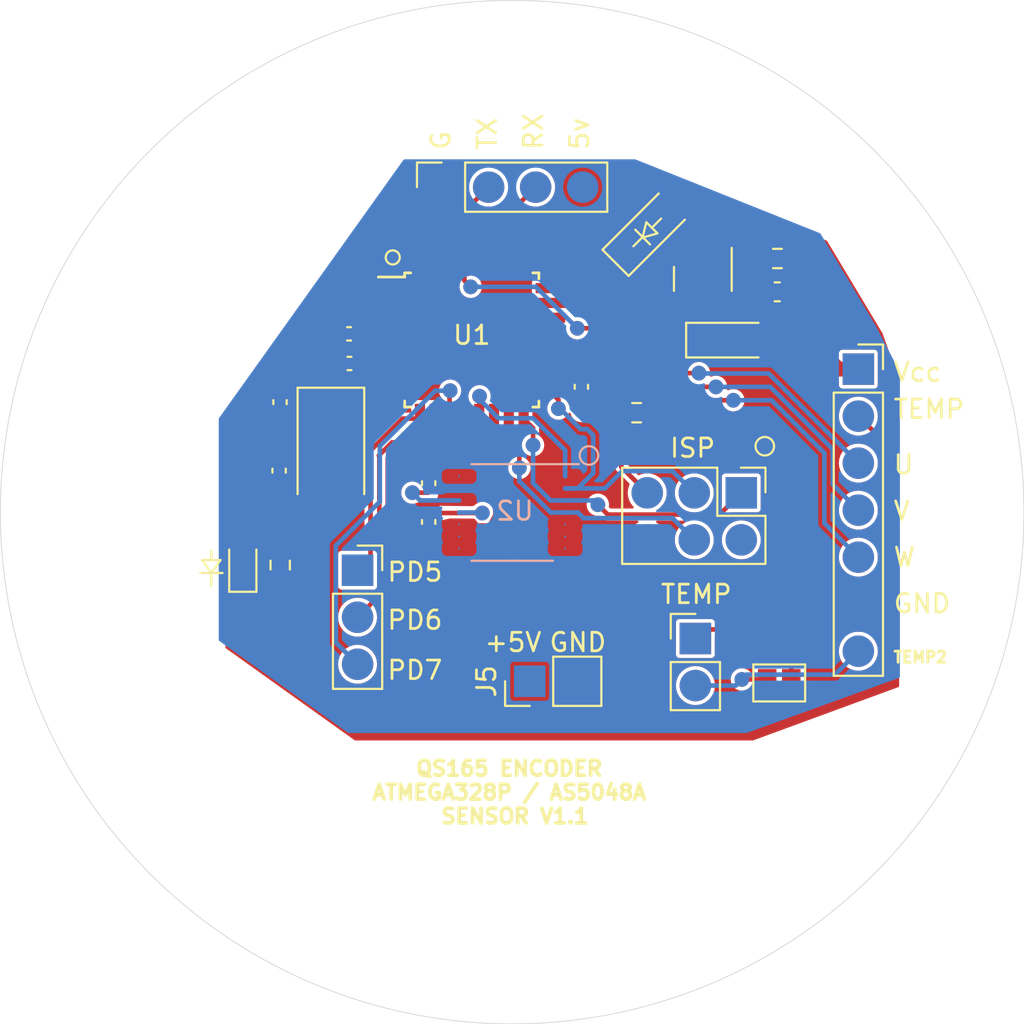
<source format=kicad_pcb>
(kicad_pcb (version 4) (generator gerbview)
  (layers (0 F.Cu signal) (31 B.Cu signal) (34 B.Paste user) (35 F.Paste user) (36 B.SilkS user) (37 F.SilkS user) (38 B.Mask user) (39 F.Mask user) (44 Edge.Cuts user))
  (gr_circle (center 149 101.5) (end 149.5 101.5) (layer B.SilkS) (width 0.12))
  (gr_line (start 145.7619 103.95238) (end 145.7619 104.7619) (layer B.SilkS) (width 0.15))
  (gr_line (start 145.7619 104.7619) (end 145.71429 104.85714) (layer B.SilkS) (width 0.15))
  (gr_line (start 145.71429 104.85714) (end 145.66667 104.90476) (layer B.SilkS) (width 0.15))
  (gr_line (start 145.66667 104.90476) (end 145.57143 104.95238) (layer B.SilkS) (width 0.15))
  (gr_line (start 145.57143 104.95238) (end 145.38095 104.95238) (layer B.SilkS) (width 0.15))
  (gr_line (start 145.38095 104.95238) (end 145.28571 104.90476) (layer B.SilkS) (width 0.15))
  (gr_line (start 145.28571 104.90476) (end 145.2381 104.85714) (layer B.SilkS) (width 0.15))
  (gr_line (start 145.2381 104.85714) (end 145.19048 104.7619) (layer B.SilkS) (width 0.15))
  (gr_line (start 145.19048 104.7619) (end 145.19048 103.95238) (layer B.SilkS) (width 0.15))
  (gr_line (start 144.7619 104.04762) (end 144.71429 104) (layer B.SilkS) (width 0.15))
  (gr_line (start 144.71429 104) (end 144.61905 103.95238) (layer B.SilkS) (width 0.15))
  (gr_line (start 144.61905 103.95238) (end 144.38095 103.95238) (layer B.SilkS) (width 0.15))
  (gr_line (start 144.38095 103.95238) (end 144.28571 104) (layer B.SilkS) (width 0.15))
  (gr_line (start 144.28571 104) (end 144.2381 104.04762) (layer B.SilkS) (width 0.15))
  (gr_line (start 144.2381 104.04762) (end 144.19048 104.14286) (layer B.SilkS) (width 0.15))
  (gr_line (start 144.19048 104.14286) (end 144.19048 104.2381) (layer B.SilkS) (width 0.15))
  (gr_line (start 144.19048 104.2381) (end 144.2381 104.38095) (layer B.SilkS) (width 0.15))
  (gr_line (start 144.2381 104.38095) (end 144.80952 104.95238) (layer B.SilkS) (width 0.15))
  (gr_line (start 144.80952 104.95238) (end 144.19048 104.95238) (layer B.SilkS) (width 0.15))
  (gr_line (start 144.85 107.19) (end 147.05 107.19) (layer B.SilkS) (width 0.12))
  (gr_line (start 144.85 101.97) (end 142.65 101.97) (layer B.SilkS) (width 0.12))
  (gr_line (start 144.85 101.97) (end 148.45 101.97) (layer B.SilkS) (width 0.12))
  (gr_line (start 144.85 107.19) (end 142.65 107.19) (layer B.SilkS) (width 0.12))
  (gr_circle (center 144.85 104.56172) (end 172.49792 104.56172) (layer Edge.Cuts) (width 0.04))
  (gr_line (start 128.6 107.85) (end 129.1 107.15) (layer F.SilkS) (width 0.12))
  (gr_line (start 152 89.7) (end 152.7 89.5) (layer F.SilkS) (width 0.12))
  (gr_line (start 151.4 90.2) (end 151.9 89.7) (layer F.SilkS) (width 0.12))
  (gr_line (start 128.6 107.15) (end 128.6 106.65) (layer F.SilkS) (width 0.12))
  (gr_line (start 152.4 89.2) (end 152.9 88.7) (layer F.SilkS) (width 0.12))
  (gr_line (start 128.1 107.15) (end 128.6 107.85) (layer F.SilkS) (width 0.12))
  (gr_circle (center 158.5 101) (end 159 101) (layer F.SilkS) (width 0.12))
  (gr_line (start 151.9 89.7) (end 152.1 88.9) (layer F.SilkS) (width 0.12))
  (gr_line (start 128.6 106.65) (end 128.6 107.15) (layer F.SilkS) (width 0.12))
  (gr_line (start 152.1 88.9) (end 152.7 89.5) (layer F.SilkS) (width 0.12))
  (gr_line (start 151.9 89.7) (end 151.5 89.3) (layer F.SilkS) (width 0.12))
  (gr_line (start 128.1 107.15) (end 129.1 107.15) (layer F.SilkS) (width 0.12))
  (gr_line (start 128.6 108.55) (end 128.6 107.85) (layer F.SilkS) (width 0.12))
  (gr_line (start 152.3 90.1) (end 151.9 89.7) (layer F.SilkS) (width 0.12))
  (gr_line (start 129.2 107.85) (end 128.6 107.85) (layer F.SilkS) (width 0.12))
  (gr_circle (center 138.4 90.8) (end 138.78 90.8) (layer F.SilkS) (width 0.12))
  (gr_line (start 128 107.85) (end 129.2 107.85) (layer F.SilkS) (width 0.12))
  (gr_line (start 142.95238 84.88095) (end 142.95238 84.30952) (layer F.SilkS) (width 0.15))
  (gr_line (start 143.95238 84.59524) (end 142.95238 84.59524) (layer F.SilkS) (width 0.15))
  (gr_line (start 142.95238 84.07143) (end 143.95238 83.40476) (layer F.SilkS) (width 0.15))
  (gr_line (start 142.95238 83.40476) (end 143.95238 84.07143) (layer F.SilkS) (width 0.15))
  (gr_line (start 165.56667 98.45238) (end 166.1381 98.45238) (layer F.SilkS) (width 0.15))
  (gr_line (start 165.85238 99.45238) (end 165.85238 98.45238) (layer F.SilkS) (width 0.15))
  (gr_line (start 166.47143 98.92857) (end 166.80476 98.92857) (layer F.SilkS) (width 0.15))
  (gr_line (start 166.94762 99.45238) (end 166.47143 99.45238) (layer F.SilkS) (width 0.15))
  (gr_line (start 166.47143 99.45238) (end 166.47143 98.45238) (layer F.SilkS) (width 0.15))
  (gr_line (start 166.47143 98.45238) (end 166.94762 98.45238) (layer F.SilkS) (width 0.15))
  (gr_line (start 167.37619 99.45238) (end 167.37619 98.45238) (layer F.SilkS) (width 0.15))
  (gr_line (start 167.37619 98.45238) (end 167.70952 99.16667) (layer F.SilkS) (width 0.15))
  (gr_line (start 167.70952 99.16667) (end 168.04286 98.45238) (layer F.SilkS) (width 0.15))
  (gr_line (start 168.04286 98.45238) (end 168.04286 99.45238) (layer F.SilkS) (width 0.15))
  (gr_line (start 168.51905 99.45238) (end 168.51905 98.45238) (layer F.SilkS) (width 0.15))
  (gr_line (start 168.51905 98.45238) (end 168.9 98.45238) (layer F.SilkS) (width 0.15))
  (gr_line (start 168.9 98.45238) (end 168.99524 98.5) (layer F.SilkS) (width 0.15))
  (gr_line (start 168.99524 98.5) (end 169.04286 98.54762) (layer F.SilkS) (width 0.15))
  (gr_line (start 169.04286 98.54762) (end 169.09048 98.64286) (layer F.SilkS) (width 0.15))
  (gr_line (start 169.09048 98.64286) (end 169.09048 98.78571) (layer F.SilkS) (width 0.15))
  (gr_line (start 169.09048 98.78571) (end 169.04286 98.88095) (layer F.SilkS) (width 0.15))
  (gr_line (start 169.04286 98.88095) (end 168.99524 98.92857) (layer F.SilkS) (width 0.15))
  (gr_line (start 168.99524 98.92857) (end 168.9 98.97619) (layer F.SilkS) (width 0.15))
  (gr_line (start 168.9 98.97619) (end 168.51905 98.97619) (layer F.SilkS) (width 0.15))
  (gr_line (start 153.62381 101.55238) (end 153.62381 100.55238) (layer F.SilkS) (width 0.15))
  (gr_line (start 154.05238 101.50476) (end 154.19524 101.55238) (layer F.SilkS) (width 0.15))
  (gr_line (start 154.19524 101.55238) (end 154.43333 101.55238) (layer F.SilkS) (width 0.15))
  (gr_line (start 154.43333 101.55238) (end 154.52857 101.50476) (layer F.SilkS) (width 0.15))
  (gr_line (start 154.52857 101.50476) (end 154.57619 101.45714) (layer F.SilkS) (width 0.15))
  (gr_line (start 154.57619 101.45714) (end 154.62381 101.3619) (layer F.SilkS) (width 0.15))
  (gr_line (start 154.62381 101.3619) (end 154.62381 101.26667) (layer F.SilkS) (width 0.15))
  (gr_line (start 154.62381 101.26667) (end 154.57619 101.17143) (layer F.SilkS) (width 0.15))
  (gr_line (start 154.57619 101.17143) (end 154.52857 101.12381) (layer F.SilkS) (width 0.15))
  (gr_line (start 154.52857 101.12381) (end 154.43333 101.07619) (layer F.SilkS) (width 0.15))
  (gr_line (start 154.43333 101.07619) (end 154.24286 101.02857) (layer F.SilkS) (width 0.15))
  (gr_line (start 154.24286 101.02857) (end 154.14762 100.98095) (layer F.SilkS) (width 0.15))
  (gr_line (start 154.14762 100.98095) (end 154.1 100.93333) (layer F.SilkS) (width 0.15))
  (gr_line (start 154.1 100.93333) (end 154.05238 100.8381) (layer F.SilkS) (width 0.15))
  (gr_line (start 154.05238 100.8381) (end 154.05238 100.74286) (layer F.SilkS) (width 0.15))
  (gr_line (start 154.05238 100.74286) (end 154.1 100.64762) (layer F.SilkS) (width 0.15))
  (gr_line (start 154.1 100.64762) (end 154.14762 100.6) (layer F.SilkS) (width 0.15))
  (gr_line (start 154.14762 100.6) (end 154.24286 100.55238) (layer F.SilkS) (width 0.15))
  (gr_line (start 154.24286 100.55238) (end 154.48095 100.55238) (layer F.SilkS) (width 0.15))
  (gr_line (start 154.48095 100.55238) (end 154.62381 100.6) (layer F.SilkS) (width 0.15))
  (gr_line (start 155.05238 101.55238) (end 155.05238 100.55238) (layer F.SilkS) (width 0.15))
  (gr_line (start 155.05238 100.55238) (end 155.43333 100.55238) (layer F.SilkS) (width 0.15))
  (gr_line (start 155.43333 100.55238) (end 155.52857 100.6) (layer F.SilkS) (width 0.15))
  (gr_line (start 155.52857 100.6) (end 155.57619 100.64762) (layer F.SilkS) (width 0.15))
  (gr_line (start 155.57619 100.64762) (end 155.62381 100.74286) (layer F.SilkS) (width 0.15))
  (gr_line (start 155.62381 100.74286) (end 155.62381 100.88571) (layer F.SilkS) (width 0.15))
  (gr_line (start 155.62381 100.88571) (end 155.57619 100.98095) (layer F.SilkS) (width 0.15))
  (gr_line (start 155.57619 100.98095) (end 155.52857 101.02857) (layer F.SilkS) (width 0.15))
  (gr_line (start 155.52857 101.02857) (end 155.43333 101.07619) (layer F.SilkS) (width 0.15))
  (gr_line (start 155.43333 101.07619) (end 155.05238 101.07619) (layer F.SilkS) (width 0.15))
  (gr_line (start 165.61429 106.45238) (end 165.85238 107.45238) (layer F.SilkS) (width 0.15))
  (gr_line (start 165.85238 107.45238) (end 166.04286 106.7381) (layer F.SilkS) (width 0.15))
  (gr_line (start 166.04286 106.7381) (end 166.23333 107.45238) (layer F.SilkS) (width 0.15))
  (gr_line (start 166.23333 107.45238) (end 166.47143 106.45238) (layer F.SilkS) (width 0.15))
  (gr_line (start 152.99048 108.45238) (end 153.5619 108.45238) (layer F.SilkS) (width 0.15))
  (gr_line (start 153.27619 109.45238) (end 153.27619 108.45238) (layer F.SilkS) (width 0.15))
  (gr_line (start 153.89524 108.92857) (end 154.22857 108.92857) (layer F.SilkS) (width 0.15))
  (gr_line (start 154.37143 109.45238) (end 153.89524 109.45238) (layer F.SilkS) (width 0.15))
  (gr_line (start 153.89524 109.45238) (end 153.89524 108.45238) (layer F.SilkS) (width 0.15))
  (gr_line (start 153.89524 108.45238) (end 154.37143 108.45238) (layer F.SilkS) (width 0.15))
  (gr_line (start 154.8 109.45238) (end 154.8 108.45238) (layer F.SilkS) (width 0.15))
  (gr_line (start 154.8 108.45238) (end 155.13333 109.16667) (layer F.SilkS) (width 0.15))
  (gr_line (start 155.13333 109.16667) (end 155.46667 108.45238) (layer F.SilkS) (width 0.15))
  (gr_line (start 155.46667 108.45238) (end 155.46667 109.45238) (layer F.SilkS) (width 0.15))
  (gr_line (start 155.94286 109.45238) (end 155.94286 108.45238) (layer F.SilkS) (width 0.15))
  (gr_line (start 155.94286 108.45238) (end 156.32381 108.45238) (layer F.SilkS) (width 0.15))
  (gr_line (start 156.32381 108.45238) (end 156.41905 108.5) (layer F.SilkS) (width 0.15))
  (gr_line (start 156.41905 108.5) (end 156.46667 108.54762) (layer F.SilkS) (width 0.15))
  (gr_line (start 156.46667 108.54762) (end 156.51429 108.64286) (layer F.SilkS) (width 0.15))
  (gr_line (start 156.51429 108.64286) (end 156.51429 108.78571) (layer F.SilkS) (width 0.15))
  (gr_line (start 156.51429 108.78571) (end 156.46667 108.88095) (layer F.SilkS) (width 0.15))
  (gr_line (start 156.46667 108.88095) (end 156.41905 108.92857) (layer F.SilkS) (width 0.15))
  (gr_line (start 156.41905 108.92857) (end 156.32381 108.97619) (layer F.SilkS) (width 0.15))
  (gr_line (start 156.32381 108.97619) (end 155.94286 108.97619) (layer F.SilkS) (width 0.15))
  (gr_line (start 165.70952 101.45238) (end 165.70952 102.2619) (layer F.SilkS) (width 0.15))
  (gr_line (start 165.70952 102.2619) (end 165.75714 102.35714) (layer F.SilkS) (width 0.15))
  (gr_line (start 165.75714 102.35714) (end 165.80476 102.40476) (layer F.SilkS) (width 0.15))
  (gr_line (start 165.80476 102.40476) (end 165.9 102.45238) (layer F.SilkS) (width 0.15))
  (gr_line (start 165.9 102.45238) (end 166.09048 102.45238) (layer F.SilkS) (width 0.15))
  (gr_line (start 166.09048 102.45238) (end 166.18571 102.40476) (layer F.SilkS) (width 0.15))
  (gr_line (start 166.18571 102.40476) (end 166.23333 102.35714) (layer F.SilkS) (width 0.15))
  (gr_line (start 166.23333 102.35714) (end 166.28095 102.2619) (layer F.SilkS) (width 0.15))
  (gr_line (start 166.28095 102.2619) (end 166.28095 101.45238) (layer F.SilkS) (width 0.15))
  (gr_line (start 165.52857 112.07143) (end 165.87143 112.07143) (layer F.SilkS) (width 0.15))
  (gr_line (start 165.7 112.67143) (end 165.7 112.07143) (layer F.SilkS) (width 0.15))
  (gr_line (start 166.07143 112.35714) (end 166.27143 112.35714) (layer F.SilkS) (width 0.15))
  (gr_line (start 166.35714 112.67143) (end 166.07143 112.67143) (layer F.SilkS) (width 0.15))
  (gr_line (start 166.07143 112.67143) (end 166.07143 112.07143) (layer F.SilkS) (width 0.15))
  (gr_line (start 166.07143 112.07143) (end 166.35714 112.07143) (layer F.SilkS) (width 0.15))
  (gr_line (start 166.61429 112.67143) (end 166.61429 112.07143) (layer F.SilkS) (width 0.15))
  (gr_line (start 166.61429 112.07143) (end 166.81429 112.5) (layer F.SilkS) (width 0.15))
  (gr_line (start 166.81429 112.5) (end 167.01429 112.07143) (layer F.SilkS) (width 0.15))
  (gr_line (start 167.01429 112.07143) (end 167.01429 112.67143) (layer F.SilkS) (width 0.15))
  (gr_line (start 167.3 112.67143) (end 167.3 112.07143) (layer F.SilkS) (width 0.15))
  (gr_line (start 167.3 112.07143) (end 167.52857 112.07143) (layer F.SilkS) (width 0.15))
  (gr_line (start 167.52857 112.07143) (end 167.58571 112.1) (layer F.SilkS) (width 0.15))
  (gr_line (start 167.58571 112.1) (end 167.61429 112.12857) (layer F.SilkS) (width 0.15))
  (gr_line (start 167.61429 112.12857) (end 167.64286 112.18571) (layer F.SilkS) (width 0.15))
  (gr_line (start 167.64286 112.18571) (end 167.64286 112.27143) (layer F.SilkS) (width 0.15))
  (gr_line (start 167.64286 112.27143) (end 167.61429 112.32857) (layer F.SilkS) (width 0.15))
  (gr_line (start 167.61429 112.32857) (end 167.58571 112.35714) (layer F.SilkS) (width 0.15))
  (gr_line (start 167.58571 112.35714) (end 167.52857 112.38571) (layer F.SilkS) (width 0.15))
  (gr_line (start 167.52857 112.38571) (end 167.3 112.38571) (layer F.SilkS) (width 0.15))
  (gr_line (start 167.87143 112.12857) (end 167.9 112.1) (layer F.SilkS) (width 0.15))
  (gr_line (start 167.9 112.1) (end 167.95714 112.07143) (layer F.SilkS) (width 0.15))
  (gr_line (start 167.95714 112.07143) (end 168.1 112.07143) (layer F.SilkS) (width 0.15))
  (gr_line (start 168.1 112.07143) (end 168.15714 112.1) (layer F.SilkS) (width 0.15))
  (gr_line (start 168.15714 112.1) (end 168.18571 112.12857) (layer F.SilkS) (width 0.15))
  (gr_line (start 168.18571 112.12857) (end 168.21429 112.18571) (layer F.SilkS) (width 0.15))
  (gr_line (start 168.21429 112.18571) (end 168.21429 112.24286) (layer F.SilkS) (width 0.15))
  (gr_line (start 168.21429 112.24286) (end 168.18571 112.32857) (layer F.SilkS) (width 0.15))
  (gr_line (start 168.18571 112.32857) (end 167.84286 112.67143) (layer F.SilkS) (width 0.15))
  (gr_line (start 167.84286 112.67143) (end 168.21429 112.67143) (layer F.SilkS) (width 0.15))
  (gr_line (start 147.95238 84.2619) (end 147.95238 84.73809) (layer F.SilkS) (width 0.15))
  (gr_line (start 147.95238 84.73809) (end 148.42857 84.78571) (layer F.SilkS) (width 0.15))
  (gr_line (start 148.42857 84.78571) (end 148.38095 84.73809) (layer F.SilkS) (width 0.15))
  (gr_line (start 148.38095 84.73809) (end 148.33333 84.64286) (layer F.SilkS) (width 0.15))
  (gr_line (start 148.33333 84.64286) (end 148.33333 84.40476) (layer F.SilkS) (width 0.15))
  (gr_line (start 148.33333 84.40476) (end 148.38095 84.30952) (layer F.SilkS) (width 0.15))
  (gr_line (start 148.38095 84.30952) (end 148.42857 84.2619) (layer F.SilkS) (width 0.15))
  (gr_line (start 148.42857 84.2619) (end 148.52381 84.21429) (layer F.SilkS) (width 0.15))
  (gr_line (start 148.52381 84.21429) (end 148.7619 84.21429) (layer F.SilkS) (width 0.15))
  (gr_line (start 148.7619 84.21429) (end 148.85714 84.2619) (layer F.SilkS) (width 0.15))
  (gr_line (start 148.85714 84.2619) (end 148.90476 84.30952) (layer F.SilkS) (width 0.15))
  (gr_line (start 148.90476 84.30952) (end 148.95238 84.40476) (layer F.SilkS) (width 0.15))
  (gr_line (start 148.95238 84.40476) (end 148.95238 84.64286) (layer F.SilkS) (width 0.15))
  (gr_line (start 148.95238 84.64286) (end 148.90476 84.73809) (layer F.SilkS) (width 0.15))
  (gr_line (start 148.90476 84.73809) (end 148.85714 84.78571) (layer F.SilkS) (width 0.15))
  (gr_line (start 148.28571 83.88095) (end 148.95238 83.64286) (layer F.SilkS) (width 0.15))
  (gr_line (start 148.95238 83.64286) (end 148.28571 83.40476) (layer F.SilkS) (width 0.15))
  (gr_line (start 138.3619 113.55238) (end 138.3619 112.55238) (layer F.SilkS) (width 0.15))
  (gr_line (start 138.3619 112.55238) (end 138.74286 112.55238) (layer F.SilkS) (width 0.15))
  (gr_line (start 138.74286 112.55238) (end 138.8381 112.6) (layer F.SilkS) (width 0.15))
  (gr_line (start 138.8381 112.6) (end 138.88571 112.64762) (layer F.SilkS) (width 0.15))
  (gr_line (start 138.88571 112.64762) (end 138.93333 112.74286) (layer F.SilkS) (width 0.15))
  (gr_line (start 138.93333 112.74286) (end 138.93333 112.88571) (layer F.SilkS) (width 0.15))
  (gr_line (start 138.93333 112.88571) (end 138.88571 112.98095) (layer F.SilkS) (width 0.15))
  (gr_line (start 138.88571 112.98095) (end 138.8381 113.02857) (layer F.SilkS) (width 0.15))
  (gr_line (start 138.8381 113.02857) (end 138.74286 113.07619) (layer F.SilkS) (width 0.15))
  (gr_line (start 138.74286 113.07619) (end 138.3619 113.07619) (layer F.SilkS) (width 0.15))
  (gr_line (start 139.3619 113.55238) (end 139.3619 112.55238) (layer F.SilkS) (width 0.15))
  (gr_line (start 139.3619 112.55238) (end 139.6 112.55238) (layer F.SilkS) (width 0.15))
  (gr_line (start 139.6 112.55238) (end 139.74286 112.6) (layer F.SilkS) (width 0.15))
  (gr_line (start 139.74286 112.6) (end 139.8381 112.69524) (layer F.SilkS) (width 0.15))
  (gr_line (start 139.8381 112.69524) (end 139.88571 112.79048) (layer F.SilkS) (width 0.15))
  (gr_line (start 139.88571 112.79048) (end 139.93333 112.98095) (layer F.SilkS) (width 0.15))
  (gr_line (start 139.93333 112.98095) (end 139.93333 113.12381) (layer F.SilkS) (width 0.15))
  (gr_line (start 139.93333 113.12381) (end 139.88571 113.31429) (layer F.SilkS) (width 0.15))
  (gr_line (start 139.88571 113.31429) (end 139.8381 113.40952) (layer F.SilkS) (width 0.15))
  (gr_line (start 139.8381 113.40952) (end 139.74286 113.50476) (layer F.SilkS) (width 0.15))
  (gr_line (start 139.74286 113.50476) (end 139.6 113.55238) (layer F.SilkS) (width 0.15))
  (gr_line (start 139.6 113.55238) (end 139.3619 113.55238) (layer F.SilkS) (width 0.15))
  (gr_line (start 140.26667 112.55238) (end 140.93333 112.55238) (layer F.SilkS) (width 0.15))
  (gr_line (start 140.93333 112.55238) (end 140.50476 113.55238) (layer F.SilkS) (width 0.15))
  (gr_line (start 140.40952 118.8501) (end 140.33333 118.812) (layer F.SilkS) (width 0.2))
  (gr_line (start 140.33333 118.812) (end 140.25714 118.73581) (layer F.SilkS) (width 0.2))
  (gr_line (start 140.25714 118.73581) (end 140.14286 118.62152) (layer F.SilkS) (width 0.2))
  (gr_line (start 140.14286 118.62152) (end 140.06667 118.58343) (layer F.SilkS) (width 0.2))
  (gr_line (start 140.06667 118.58343) (end 139.99048 118.58343) (layer F.SilkS) (width 0.2))
  (gr_line (start 140.02857 118.7739) (end 139.95238 118.73581) (layer F.SilkS) (width 0.2))
  (gr_line (start 139.95238 118.73581) (end 139.87619 118.65962) (layer F.SilkS) (width 0.2))
  (gr_line (start 139.87619 118.65962) (end 139.8381 118.50724) (layer F.SilkS) (width 0.2))
  (gr_line (start 139.8381 118.50724) (end 139.8381 118.24057) (layer F.SilkS) (width 0.2))
  (gr_line (start 139.8381 118.24057) (end 139.87619 118.08819) (layer F.SilkS) (width 0.2))
  (gr_line (start 139.87619 118.08819) (end 139.95238 118.012) (layer F.SilkS) (width 0.2))
  (gr_line (start 139.95238 118.012) (end 140.02857 117.9739) (layer F.SilkS) (width 0.2))
  (gr_line (start 140.02857 117.9739) (end 140.18095 117.9739) (layer F.SilkS) (width 0.2))
  (gr_line (start 140.18095 117.9739) (end 140.25714 118.012) (layer F.SilkS) (width 0.2))
  (gr_line (start 140.25714 118.012) (end 140.33333 118.08819) (layer F.SilkS) (width 0.2))
  (gr_line (start 140.33333 118.08819) (end 140.37143 118.24057) (layer F.SilkS) (width 0.2))
  (gr_line (start 140.37143 118.24057) (end 140.37143 118.50724) (layer F.SilkS) (width 0.2))
  (gr_line (start 140.37143 118.50724) (end 140.33333 118.65962) (layer F.SilkS) (width 0.2))
  (gr_line (start 140.33333 118.65962) (end 140.25714 118.73581) (layer F.SilkS) (width 0.2))
  (gr_line (start 140.25714 118.73581) (end 140.18095 118.7739) (layer F.SilkS) (width 0.2))
  (gr_line (start 140.18095 118.7739) (end 140.02857 118.7739) (layer F.SilkS) (width 0.2))
  (gr_line (start 140.67619 118.73581) (end 140.79048 118.7739) (layer F.SilkS) (width 0.2))
  (gr_line (start 140.79048 118.7739) (end 140.98095 118.7739) (layer F.SilkS) (width 0.2))
  (gr_line (start 140.98095 118.7739) (end 141.05714 118.73581) (layer F.SilkS) (width 0.2))
  (gr_line (start 141.05714 118.73581) (end 141.09524 118.69771) (layer F.SilkS) (width 0.2))
  (gr_line (start 141.09524 118.69771) (end 141.13333 118.62152) (layer F.SilkS) (width 0.2))
  (gr_line (start 141.13333 118.62152) (end 141.13333 118.54533) (layer F.SilkS) (width 0.2))
  (gr_line (start 141.13333 118.54533) (end 141.09524 118.46914) (layer F.SilkS) (width 0.2))
  (gr_line (start 141.09524 118.46914) (end 141.05714 118.43105) (layer F.SilkS) (width 0.2))
  (gr_line (start 141.05714 118.43105) (end 140.98095 118.39295) (layer F.SilkS) (width 0.2))
  (gr_line (start 140.98095 118.39295) (end 140.82857 118.35486) (layer F.SilkS) (width 0.2))
  (gr_line (start 140.82857 118.35486) (end 140.75238 118.31676) (layer F.SilkS) (width 0.2))
  (gr_line (start 140.75238 118.31676) (end 140.71429 118.27867) (layer F.SilkS) (width 0.2))
  (gr_line (start 140.71429 118.27867) (end 140.67619 118.20248) (layer F.SilkS) (width 0.2))
  (gr_line (start 140.67619 118.20248) (end 140.67619 118.12629) (layer F.SilkS) (width 0.2))
  (gr_line (start 140.67619 118.12629) (end 140.71429 118.0501) (layer F.SilkS) (width 0.2))
  (gr_line (start 140.71429 118.0501) (end 140.75238 118.012) (layer F.SilkS) (width 0.2))
  (gr_line (start 140.75238 118.012) (end 140.82857 117.9739) (layer F.SilkS) (width 0.2))
  (gr_line (start 140.82857 117.9739) (end 141.01905 117.9739) (layer F.SilkS) (width 0.2))
  (gr_line (start 141.01905 117.9739) (end 141.13333 118.012) (layer F.SilkS) (width 0.2))
  (gr_line (start 141.89524 118.7739) (end 141.4381 118.7739) (layer F.SilkS) (width 0.2))
  (gr_line (start 141.66667 118.7739) (end 141.66667 117.9739) (layer F.SilkS) (width 0.2))
  (gr_line (start 141.66667 117.9739) (end 141.59048 118.08819) (layer F.SilkS) (width 0.2))
  (gr_line (start 141.59048 118.08819) (end 141.51429 118.16438) (layer F.SilkS) (width 0.2))
  (gr_line (start 141.51429 118.16438) (end 141.4381 118.20248) (layer F.SilkS) (width 0.2))
  (gr_line (start 142.58095 117.9739) (end 142.42857 117.9739) (layer F.SilkS) (width 0.2))
  (gr_line (start 142.42857 117.9739) (end 142.35238 118.012) (layer F.SilkS) (width 0.2))
  (gr_line (start 142.35238 118.012) (end 142.31429 118.0501) (layer F.SilkS) (width 0.2))
  (gr_line (start 142.31429 118.0501) (end 142.2381 118.16438) (layer F.SilkS) (width 0.2))
  (gr_line (start 142.2381 118.16438) (end 142.2 118.31676) (layer F.SilkS) (width 0.2))
  (gr_line (start 142.2 118.31676) (end 142.2 118.62152) (layer F.SilkS) (width 0.2))
  (gr_line (start 142.2 118.62152) (end 142.2381 118.69771) (layer F.SilkS) (width 0.2))
  (gr_line (start 142.2381 118.69771) (end 142.27619 118.73581) (layer F.SilkS) (width 0.2))
  (gr_line (start 142.27619 118.73581) (end 142.35238 118.7739) (layer F.SilkS) (width 0.2))
  (gr_line (start 142.35238 118.7739) (end 142.50476 118.7739) (layer F.SilkS) (width 0.2))
  (gr_line (start 142.50476 118.7739) (end 142.58095 118.73581) (layer F.SilkS) (width 0.2))
  (gr_line (start 142.58095 118.73581) (end 142.61905 118.69771) (layer F.SilkS) (width 0.2))
  (gr_line (start 142.61905 118.69771) (end 142.65714 118.62152) (layer F.SilkS) (width 0.2))
  (gr_line (start 142.65714 118.62152) (end 142.65714 118.43105) (layer F.SilkS) (width 0.2))
  (gr_line (start 142.65714 118.43105) (end 142.61905 118.35486) (layer F.SilkS) (width 0.2))
  (gr_line (start 142.61905 118.35486) (end 142.58095 118.31676) (layer F.SilkS) (width 0.2))
  (gr_line (start 142.58095 118.31676) (end 142.50476 118.27867) (layer F.SilkS) (width 0.2))
  (gr_line (start 142.50476 118.27867) (end 142.35238 118.27867) (layer F.SilkS) (width 0.2))
  (gr_line (start 142.35238 118.27867) (end 142.27619 118.31676) (layer F.SilkS) (width 0.2))
  (gr_line (start 142.27619 118.31676) (end 142.2381 118.35486) (layer F.SilkS) (width 0.2))
  (gr_line (start 142.2381 118.35486) (end 142.2 118.43105) (layer F.SilkS) (width 0.2))
  (gr_line (start 143.38095 117.9739) (end 143 117.9739) (layer F.SilkS) (width 0.2))
  (gr_line (start 143 117.9739) (end 142.9619 118.35486) (layer F.SilkS) (width 0.2))
  (gr_line (start 142.9619 118.35486) (end 143 118.31676) (layer F.SilkS) (width 0.2))
  (gr_line (start 143 118.31676) (end 143.07619 118.27867) (layer F.SilkS) (width 0.2))
  (gr_line (start 143.07619 118.27867) (end 143.26667 118.27867) (layer F.SilkS) (width 0.2))
  (gr_line (start 143.26667 118.27867) (end 143.34286 118.31676) (layer F.SilkS) (width 0.2))
  (gr_line (start 143.34286 118.31676) (end 143.38095 118.35486) (layer F.SilkS) (width 0.2))
  (gr_line (start 143.38095 118.35486) (end 143.41905 118.43105) (layer F.SilkS) (width 0.2))
  (gr_line (start 143.41905 118.43105) (end 143.41905 118.62152) (layer F.SilkS) (width 0.2))
  (gr_line (start 143.41905 118.62152) (end 143.38095 118.69771) (layer F.SilkS) (width 0.2))
  (gr_line (start 143.38095 118.69771) (end 143.34286 118.73581) (layer F.SilkS) (width 0.2))
  (gr_line (start 143.34286 118.73581) (end 143.26667 118.7739) (layer F.SilkS) (width 0.2))
  (gr_line (start 143.26667 118.7739) (end 143.07619 118.7739) (layer F.SilkS) (width 0.2))
  (gr_line (start 143.07619 118.7739) (end 143 118.73581) (layer F.SilkS) (width 0.2))
  (gr_line (start 143 118.73581) (end 142.9619 118.69771) (layer F.SilkS) (width 0.2))
  (gr_line (start 144.37143 118.35486) (end 144.6381 118.35486) (layer F.SilkS) (width 0.2))
  (gr_line (start 144.75238 118.7739) (end 144.37143 118.7739) (layer F.SilkS) (width 0.2))
  (gr_line (start 144.37143 118.7739) (end 144.37143 117.9739) (layer F.SilkS) (width 0.2))
  (gr_line (start 144.37143 117.9739) (end 144.75238 117.9739) (layer F.SilkS) (width 0.2))
  (gr_line (start 145.09524 118.7739) (end 145.09524 117.9739) (layer F.SilkS) (width 0.2))
  (gr_line (start 145.09524 117.9739) (end 145.55238 118.7739) (layer F.SilkS) (width 0.2))
  (gr_line (start 145.55238 118.7739) (end 145.55238 117.9739) (layer F.SilkS) (width 0.2))
  (gr_line (start 146.39048 118.69771) (end 146.35238 118.73581) (layer F.SilkS) (width 0.2))
  (gr_line (start 146.35238 118.73581) (end 146.2381 118.7739) (layer F.SilkS) (width 0.2))
  (gr_line (start 146.2381 118.7739) (end 146.1619 118.7739) (layer F.SilkS) (width 0.2))
  (gr_line (start 146.1619 118.7739) (end 146.04762 118.73581) (layer F.SilkS) (width 0.2))
  (gr_line (start 146.04762 118.73581) (end 145.97143 118.65962) (layer F.SilkS) (width 0.2))
  (gr_line (start 145.97143 118.65962) (end 145.93333 118.58343) (layer F.SilkS) (width 0.2))
  (gr_line (start 145.93333 118.58343) (end 145.89524 118.43105) (layer F.SilkS) (width 0.2))
  (gr_line (start 145.89524 118.43105) (end 145.89524 118.31676) (layer F.SilkS) (width 0.2))
  (gr_line (start 145.89524 118.31676) (end 145.93333 118.16438) (layer F.SilkS) (width 0.2))
  (gr_line (start 145.93333 118.16438) (end 145.97143 118.08819) (layer F.SilkS) (width 0.2))
  (gr_line (start 145.97143 118.08819) (end 146.04762 118.012) (layer F.SilkS) (width 0.2))
  (gr_line (start 146.04762 118.012) (end 146.1619 117.9739) (layer F.SilkS) (width 0.2))
  (gr_line (start 146.1619 117.9739) (end 146.2381 117.9739) (layer F.SilkS) (width 0.2))
  (gr_line (start 146.2381 117.9739) (end 146.35238 118.012) (layer F.SilkS) (width 0.2))
  (gr_line (start 146.35238 118.012) (end 146.39048 118.0501) (layer F.SilkS) (width 0.2))
  (gr_line (start 146.88571 117.9739) (end 147.0381 117.9739) (layer F.SilkS) (width 0.2))
  (gr_line (start 147.0381 117.9739) (end 147.11429 118.012) (layer F.SilkS) (width 0.2))
  (gr_line (start 147.11429 118.012) (end 147.19048 118.08819) (layer F.SilkS) (width 0.2))
  (gr_line (start 147.19048 118.08819) (end 147.22857 118.24057) (layer F.SilkS) (width 0.2))
  (gr_line (start 147.22857 118.24057) (end 147.22857 118.50724) (layer F.SilkS) (width 0.2))
  (gr_line (start 147.22857 118.50724) (end 147.19048 118.65962) (layer F.SilkS) (width 0.2))
  (gr_line (start 147.19048 118.65962) (end 147.11429 118.73581) (layer F.SilkS) (width 0.2))
  (gr_line (start 147.11429 118.73581) (end 147.0381 118.7739) (layer F.SilkS) (width 0.2))
  (gr_line (start 147.0381 118.7739) (end 146.88571 118.7739) (layer F.SilkS) (width 0.2))
  (gr_line (start 146.88571 118.7739) (end 146.80952 118.73581) (layer F.SilkS) (width 0.2))
  (gr_line (start 146.80952 118.73581) (end 146.73333 118.65962) (layer F.SilkS) (width 0.2))
  (gr_line (start 146.73333 118.65962) (end 146.69524 118.50724) (layer F.SilkS) (width 0.2))
  (gr_line (start 146.69524 118.50724) (end 146.69524 118.24057) (layer F.SilkS) (width 0.2))
  (gr_line (start 146.69524 118.24057) (end 146.73333 118.08819) (layer F.SilkS) (width 0.2))
  (gr_line (start 146.73333 118.08819) (end 146.80952 118.012) (layer F.SilkS) (width 0.2))
  (gr_line (start 146.80952 118.012) (end 146.88571 117.9739) (layer F.SilkS) (width 0.2))
  (gr_line (start 147.57143 118.7739) (end 147.57143 117.9739) (layer F.SilkS) (width 0.2))
  (gr_line (start 147.57143 117.9739) (end 147.7619 117.9739) (layer F.SilkS) (width 0.2))
  (gr_line (start 147.7619 117.9739) (end 147.87619 118.012) (layer F.SilkS) (width 0.2))
  (gr_line (start 147.87619 118.012) (end 147.95238 118.08819) (layer F.SilkS) (width 0.2))
  (gr_line (start 147.95238 118.08819) (end 147.99048 118.16438) (layer F.SilkS) (width 0.2))
  (gr_line (start 147.99048 118.16438) (end 148.02857 118.31676) (layer F.SilkS) (width 0.2))
  (gr_line (start 148.02857 118.31676) (end 148.02857 118.43105) (layer F.SilkS) (width 0.2))
  (gr_line (start 148.02857 118.43105) (end 147.99048 118.58343) (layer F.SilkS) (width 0.2))
  (gr_line (start 147.99048 118.58343) (end 147.95238 118.65962) (layer F.SilkS) (width 0.2))
  (gr_line (start 147.95238 118.65962) (end 147.87619 118.73581) (layer F.SilkS) (width 0.2))
  (gr_line (start 147.87619 118.73581) (end 147.7619 118.7739) (layer F.SilkS) (width 0.2))
  (gr_line (start 147.7619 118.7739) (end 147.57143 118.7739) (layer F.SilkS) (width 0.2))
  (gr_line (start 148.37143 118.35486) (end 148.6381 118.35486) (layer F.SilkS) (width 0.2))
  (gr_line (start 148.75238 118.7739) (end 148.37143 118.7739) (layer F.SilkS) (width 0.2))
  (gr_line (start 148.37143 118.7739) (end 148.37143 117.9739) (layer F.SilkS) (width 0.2))
  (gr_line (start 148.37143 117.9739) (end 148.75238 117.9739) (layer F.SilkS) (width 0.2))
  (gr_line (start 149.55238 118.7739) (end 149.28571 118.39295) (layer F.SilkS) (width 0.2))
  (gr_line (start 149.09524 118.7739) (end 149.09524 117.9739) (layer F.SilkS) (width 0.2))
  (gr_line (start 149.09524 117.9739) (end 149.4 117.9739) (layer F.SilkS) (width 0.2))
  (gr_line (start 149.4 117.9739) (end 149.47619 118.012) (layer F.SilkS) (width 0.2))
  (gr_line (start 149.47619 118.012) (end 149.51429 118.0501) (layer F.SilkS) (width 0.2))
  (gr_line (start 149.51429 118.0501) (end 149.55238 118.12629) (layer F.SilkS) (width 0.2))
  (gr_line (start 149.55238 118.12629) (end 149.55238 118.24057) (layer F.SilkS) (width 0.2))
  (gr_line (start 149.55238 118.24057) (end 149.51429 118.31676) (layer F.SilkS) (width 0.2))
  (gr_line (start 149.51429 118.31676) (end 149.47619 118.35486) (layer F.SilkS) (width 0.2))
  (gr_line (start 149.47619 118.35486) (end 149.4 118.39295) (layer F.SilkS) (width 0.2))
  (gr_line (start 149.4 118.39295) (end 149.09524 118.39295) (layer F.SilkS) (width 0.2))
  (gr_line (start 137.47619 119.83333) (end 137.85714 119.83333) (layer F.SilkS) (width 0.2))
  (gr_line (start 137.4 120.0619) (end 137.66667 119.2619) (layer F.SilkS) (width 0.2))
  (gr_line (start 137.66667 119.2619) (end 137.93333 120.0619) (layer F.SilkS) (width 0.2))
  (gr_line (start 138.08571 119.2619) (end 138.54286 119.2619) (layer F.SilkS) (width 0.2))
  (gr_line (start 138.31429 120.0619) (end 138.31429 119.2619) (layer F.SilkS) (width 0.2))
  (gr_line (start 138.80952 120.0619) (end 138.80952 119.2619) (layer F.SilkS) (width 0.2))
  (gr_line (start 138.80952 119.2619) (end 139.07619 119.83333) (layer F.SilkS) (width 0.2))
  (gr_line (start 139.07619 119.83333) (end 139.34286 119.2619) (layer F.SilkS) (width 0.2))
  (gr_line (start 139.34286 119.2619) (end 139.34286 120.0619) (layer F.SilkS) (width 0.2))
  (gr_line (start 139.72381 119.64286) (end 139.99048 119.64286) (layer F.SilkS) (width 0.2))
  (gr_line (start 140.10476 120.0619) (end 139.72381 120.0619) (layer F.SilkS) (width 0.2))
  (gr_line (start 139.72381 120.0619) (end 139.72381 119.2619) (layer F.SilkS) (width 0.2))
  (gr_line (start 139.72381 119.2619) (end 140.10476 119.2619) (layer F.SilkS) (width 0.2))
  (gr_line (start 140.86667 119.3) (end 140.79048 119.2619) (layer F.SilkS) (width 0.2))
  (gr_line (start 140.79048 119.2619) (end 140.67619 119.2619) (layer F.SilkS) (width 0.2))
  (gr_line (start 140.67619 119.2619) (end 140.5619 119.3) (layer F.SilkS) (width 0.2))
  (gr_line (start 140.5619 119.3) (end 140.48571 119.37619) (layer F.SilkS) (width 0.2))
  (gr_line (start 140.48571 119.37619) (end 140.44762 119.45238) (layer F.SilkS) (width 0.2))
  (gr_line (start 140.44762 119.45238) (end 140.40952 119.60476) (layer F.SilkS) (width 0.2))
  (gr_line (start 140.40952 119.60476) (end 140.40952 119.71905) (layer F.SilkS) (width 0.2))
  (gr_line (start 140.40952 119.71905) (end 140.44762 119.87143) (layer F.SilkS) (width 0.2))
  (gr_line (start 140.44762 119.87143) (end 140.48571 119.94762) (layer F.SilkS) (width 0.2))
  (gr_line (start 140.48571 119.94762) (end 140.5619 120.02381) (layer F.SilkS) (width 0.2))
  (gr_line (start 140.5619 120.02381) (end 140.67619 120.0619) (layer F.SilkS) (width 0.2))
  (gr_line (start 140.67619 120.0619) (end 140.75238 120.0619) (layer F.SilkS) (width 0.2))
  (gr_line (start 140.75238 120.0619) (end 140.86667 120.02381) (layer F.SilkS) (width 0.2))
  (gr_line (start 140.86667 120.02381) (end 140.90476 119.98571) (layer F.SilkS) (width 0.2))
  (gr_line (start 140.90476 119.98571) (end 140.90476 119.71905) (layer F.SilkS) (width 0.2))
  (gr_line (start 140.90476 119.71905) (end 140.75238 119.71905) (layer F.SilkS) (width 0.2))
  (gr_line (start 141.20952 119.83333) (end 141.59048 119.83333) (layer F.SilkS) (width 0.2))
  (gr_line (start 141.13333 120.0619) (end 141.4 119.2619) (layer F.SilkS) (width 0.2))
  (gr_line (start 141.4 119.2619) (end 141.66667 120.0619) (layer F.SilkS) (width 0.2))
  (gr_line (start 141.85714 119.2619) (end 142.35238 119.2619) (layer F.SilkS) (width 0.2))
  (gr_line (start 142.35238 119.2619) (end 142.08571 119.56667) (layer F.SilkS) (width 0.2))
  (gr_line (start 142.08571 119.56667) (end 142.2 119.56667) (layer F.SilkS) (width 0.2))
  (gr_line (start 142.2 119.56667) (end 142.27619 119.60476) (layer F.SilkS) (width 0.2))
  (gr_line (start 142.27619 119.60476) (end 142.31429 119.64286) (layer F.SilkS) (width 0.2))
  (gr_line (start 142.31429 119.64286) (end 142.35238 119.71905) (layer F.SilkS) (width 0.2))
  (gr_line (start 142.35238 119.71905) (end 142.35238 119.90952) (layer F.SilkS) (width 0.2))
  (gr_line (start 142.35238 119.90952) (end 142.31429 119.98571) (layer F.SilkS) (width 0.2))
  (gr_line (start 142.31429 119.98571) (end 142.27619 120.02381) (layer F.SilkS) (width 0.2))
  (gr_line (start 142.27619 120.02381) (end 142.2 120.0619) (layer F.SilkS) (width 0.2))
  (gr_line (start 142.2 120.0619) (end 141.97143 120.0619) (layer F.SilkS) (width 0.2))
  (gr_line (start 141.97143 120.0619) (end 141.89524 120.02381) (layer F.SilkS) (width 0.2))
  (gr_line (start 141.89524 120.02381) (end 141.85714 119.98571) (layer F.SilkS) (width 0.2))
  (gr_line (start 142.65714 119.3381) (end 142.69524 119.3) (layer F.SilkS) (width 0.2))
  (gr_line (start 142.69524 119.3) (end 142.77143 119.2619) (layer F.SilkS) (width 0.2))
  (gr_line (start 142.77143 119.2619) (end 142.9619 119.2619) (layer F.SilkS) (width 0.2))
  (gr_line (start 142.9619 119.2619) (end 143.0381 119.3) (layer F.SilkS) (width 0.2))
  (gr_line (start 143.0381 119.3) (end 143.07619 119.3381) (layer F.SilkS) (width 0.2))
  (gr_line (start 143.07619 119.3381) (end 143.11429 119.41429) (layer F.SilkS) (width 0.2))
  (gr_line (start 143.11429 119.41429) (end 143.11429 119.49048) (layer F.SilkS) (width 0.2))
  (gr_line (start 143.11429 119.49048) (end 143.07619 119.60476) (layer F.SilkS) (width 0.2))
  (gr_line (start 143.07619 119.60476) (end 142.61905 120.0619) (layer F.SilkS) (width 0.2))
  (gr_line (start 142.61905 120.0619) (end 143.11429 120.0619) (layer F.SilkS) (width 0.2))
  (gr_line (start 143.57143 119.60476) (end 143.49524 119.56667) (layer F.SilkS) (width 0.2))
  (gr_line (start 143.49524 119.56667) (end 143.45714 119.52857) (layer F.SilkS) (width 0.2))
  (gr_line (start 143.45714 119.52857) (end 143.41905 119.45238) (layer F.SilkS) (width 0.2))
  (gr_line (start 143.41905 119.45238) (end 143.41905 119.41429) (layer F.SilkS) (width 0.2))
  (gr_line (start 143.41905 119.41429) (end 143.45714 119.3381) (layer F.SilkS) (width 0.2))
  (gr_line (start 143.45714 119.3381) (end 143.49524 119.3) (layer F.SilkS) (width 0.2))
  (gr_line (start 143.49524 119.3) (end 143.57143 119.2619) (layer F.SilkS) (width 0.2))
  (gr_line (start 143.57143 119.2619) (end 143.72381 119.2619) (layer F.SilkS) (width 0.2))
  (gr_line (start 143.72381 119.2619) (end 143.8 119.3) (layer F.SilkS) (width 0.2))
  (gr_line (start 143.8 119.3) (end 143.8381 119.3381) (layer F.SilkS) (width 0.2))
  (gr_line (start 143.8381 119.3381) (end 143.87619 119.41429) (layer F.SilkS) (width 0.2))
  (gr_line (start 143.87619 119.41429) (end 143.87619 119.45238) (layer F.SilkS) (width 0.2))
  (gr_line (start 143.87619 119.45238) (end 143.8381 119.52857) (layer F.SilkS) (width 0.2))
  (gr_line (start 143.8381 119.52857) (end 143.8 119.56667) (layer F.SilkS) (width 0.2))
  (gr_line (start 143.8 119.56667) (end 143.72381 119.60476) (layer F.SilkS) (width 0.2))
  (gr_line (start 143.72381 119.60476) (end 143.57143 119.60476) (layer F.SilkS) (width 0.2))
  (gr_line (start 143.57143 119.60476) (end 143.49524 119.64286) (layer F.SilkS) (width 0.2))
  (gr_line (start 143.49524 119.64286) (end 143.45714 119.68095) (layer F.SilkS) (width 0.2))
  (gr_line (start 143.45714 119.68095) (end 143.41905 119.75714) (layer F.SilkS) (width 0.2))
  (gr_line (start 143.41905 119.75714) (end 143.41905 119.90952) (layer F.SilkS) (width 0.2))
  (gr_line (start 143.41905 119.90952) (end 143.45714 119.98571) (layer F.SilkS) (width 0.2))
  (gr_line (start 143.45714 119.98571) (end 143.49524 120.02381) (layer F.SilkS) (width 0.2))
  (gr_line (start 143.49524 120.02381) (end 143.57143 120.0619) (layer F.SilkS) (width 0.2))
  (gr_line (start 143.57143 120.0619) (end 143.72381 120.0619) (layer F.SilkS) (width 0.2))
  (gr_line (start 143.72381 120.0619) (end 143.8 120.02381) (layer F.SilkS) (width 0.2))
  (gr_line (start 143.8 120.02381) (end 143.8381 119.98571) (layer F.SilkS) (width 0.2))
  (gr_line (start 143.8381 119.98571) (end 143.87619 119.90952) (layer F.SilkS) (width 0.2))
  (gr_line (start 143.87619 119.90952) (end 143.87619 119.75714) (layer F.SilkS) (width 0.2))
  (gr_line (start 143.87619 119.75714) (end 143.8381 119.68095) (layer F.SilkS) (width 0.2))
  (gr_line (start 143.8381 119.68095) (end 143.8 119.64286) (layer F.SilkS) (width 0.2))
  (gr_line (start 143.8 119.64286) (end 143.72381 119.60476) (layer F.SilkS) (width 0.2))
  (gr_line (start 144.21905 120.0619) (end 144.21905 119.2619) (layer F.SilkS) (width 0.2))
  (gr_line (start 144.21905 119.2619) (end 144.52381 119.2619) (layer F.SilkS) (width 0.2))
  (gr_line (start 144.52381 119.2619) (end 144.6 119.3) (layer F.SilkS) (width 0.2))
  (gr_line (start 144.6 119.3) (end 144.6381 119.3381) (layer F.SilkS) (width 0.2))
  (gr_line (start 144.6381 119.3381) (end 144.67619 119.41429) (layer F.SilkS) (width 0.2))
  (gr_line (start 144.67619 119.41429) (end 144.67619 119.52857) (layer F.SilkS) (width 0.2))
  (gr_line (start 144.67619 119.52857) (end 144.6381 119.60476) (layer F.SilkS) (width 0.2))
  (gr_line (start 144.6381 119.60476) (end 144.6 119.64286) (layer F.SilkS) (width 0.2))
  (gr_line (start 144.6 119.64286) (end 144.52381 119.68095) (layer F.SilkS) (width 0.2))
  (gr_line (start 144.52381 119.68095) (end 144.21905 119.68095) (layer F.SilkS) (width 0.2))
  (gr_line (start 146.2 119.22381) (end 145.51429 120.25238) (layer F.SilkS) (width 0.2))
  (gr_line (start 147.0381 119.83333) (end 147.41905 119.83333) (layer F.SilkS) (width 0.2))
  (gr_line (start 146.9619 120.0619) (end 147.22857 119.2619) (layer F.SilkS) (width 0.2))
  (gr_line (start 147.22857 119.2619) (end 147.49524 120.0619) (layer F.SilkS) (width 0.2))
  (gr_line (start 147.72381 120.02381) (end 147.8381 120.0619) (layer F.SilkS) (width 0.2))
  (gr_line (start 147.8381 120.0619) (end 148.02857 120.0619) (layer F.SilkS) (width 0.2))
  (gr_line (start 148.02857 120.0619) (end 148.10476 120.02381) (layer F.SilkS) (width 0.2))
  (gr_line (start 148.10476 120.02381) (end 148.14286 119.98571) (layer F.SilkS) (width 0.2))
  (gr_line (start 148.14286 119.98571) (end 148.18095 119.90952) (layer F.SilkS) (width 0.2))
  (gr_line (start 148.18095 119.90952) (end 148.18095 119.83333) (layer F.SilkS) (width 0.2))
  (gr_line (start 148.18095 119.83333) (end 148.14286 119.75714) (layer F.SilkS) (width 0.2))
  (gr_line (start 148.14286 119.75714) (end 148.10476 119.71905) (layer F.SilkS) (width 0.2))
  (gr_line (start 148.10476 119.71905) (end 148.02857 119.68095) (layer F.SilkS) (width 0.2))
  (gr_line (start 148.02857 119.68095) (end 147.87619 119.64286) (layer F.SilkS) (width 0.2))
  (gr_line (start 147.87619 119.64286) (end 147.8 119.60476) (layer F.SilkS) (width 0.2))
  (gr_line (start 147.8 119.60476) (end 147.7619 119.56667) (layer F.SilkS) (width 0.2))
  (gr_line (start 147.7619 119.56667) (end 147.72381 119.49048) (layer F.SilkS) (width 0.2))
  (gr_line (start 147.72381 119.49048) (end 147.72381 119.41429) (layer F.SilkS) (width 0.2))
  (gr_line (start 147.72381 119.41429) (end 147.7619 119.3381) (layer F.SilkS) (width 0.2))
  (gr_line (start 147.7619 119.3381) (end 147.8 119.3) (layer F.SilkS) (width 0.2))
  (gr_line (start 147.8 119.3) (end 147.87619 119.2619) (layer F.SilkS) (width 0.2))
  (gr_line (start 147.87619 119.2619) (end 148.06667 119.2619) (layer F.SilkS) (width 0.2))
  (gr_line (start 148.06667 119.2619) (end 148.18095 119.3) (layer F.SilkS) (width 0.2))
  (gr_line (start 148.90476 119.2619) (end 148.52381 119.2619) (layer F.SilkS) (width 0.2))
  (gr_line (start 148.52381 119.2619) (end 148.48571 119.64286) (layer F.SilkS) (width 0.2))
  (gr_line (start 148.48571 119.64286) (end 148.52381 119.60476) (layer F.SilkS) (width 0.2))
  (gr_line (start 148.52381 119.60476) (end 148.6 119.56667) (layer F.SilkS) (width 0.2))
  (gr_line (start 148.6 119.56667) (end 148.79048 119.56667) (layer F.SilkS) (width 0.2))
  (gr_line (start 148.79048 119.56667) (end 148.86667 119.60476) (layer F.SilkS) (width 0.2))
  (gr_line (start 148.86667 119.60476) (end 148.90476 119.64286) (layer F.SilkS) (width 0.2))
  (gr_line (start 148.90476 119.64286) (end 148.94286 119.71905) (layer F.SilkS) (width 0.2))
  (gr_line (start 148.94286 119.71905) (end 148.94286 119.90952) (layer F.SilkS) (width 0.2))
  (gr_line (start 148.94286 119.90952) (end 148.90476 119.98571) (layer F.SilkS) (width 0.2))
  (gr_line (start 148.90476 119.98571) (end 148.86667 120.02381) (layer F.SilkS) (width 0.2))
  (gr_line (start 148.86667 120.02381) (end 148.79048 120.0619) (layer F.SilkS) (width 0.2))
  (gr_line (start 148.79048 120.0619) (end 148.6 120.0619) (layer F.SilkS) (width 0.2))
  (gr_line (start 148.6 120.0619) (end 148.52381 120.02381) (layer F.SilkS) (width 0.2))
  (gr_line (start 148.52381 120.02381) (end 148.48571 119.98571) (layer F.SilkS) (width 0.2))
  (gr_line (start 149.4381 119.2619) (end 149.51429 119.2619) (layer F.SilkS) (width 0.2))
  (gr_line (start 149.51429 119.2619) (end 149.59048 119.3) (layer F.SilkS) (width 0.2))
  (gr_line (start 149.59048 119.3) (end 149.62857 119.3381) (layer F.SilkS) (width 0.2))
  (gr_line (start 149.62857 119.3381) (end 149.66667 119.41429) (layer F.SilkS) (width 0.2))
  (gr_line (start 149.66667 119.41429) (end 149.70476 119.56667) (layer F.SilkS) (width 0.2))
  (gr_line (start 149.70476 119.56667) (end 149.70476 119.75714) (layer F.SilkS) (width 0.2))
  (gr_line (start 149.70476 119.75714) (end 149.66667 119.90952) (layer F.SilkS) (width 0.2))
  (gr_line (start 149.66667 119.90952) (end 149.62857 119.98571) (layer F.SilkS) (width 0.2))
  (gr_line (start 149.62857 119.98571) (end 149.59048 120.02381) (layer F.SilkS) (width 0.2))
  (gr_line (start 149.59048 120.02381) (end 149.51429 120.0619) (layer F.SilkS) (width 0.2))
  (gr_line (start 149.51429 120.0619) (end 149.4381 120.0619) (layer F.SilkS) (width 0.2))
  (gr_line (start 149.4381 120.0619) (end 149.3619 120.02381) (layer F.SilkS) (width 0.2))
  (gr_line (start 149.3619 120.02381) (end 149.32381 119.98571) (layer F.SilkS) (width 0.2))
  (gr_line (start 149.32381 119.98571) (end 149.28571 119.90952) (layer F.SilkS) (width 0.2))
  (gr_line (start 149.28571 119.90952) (end 149.24762 119.75714) (layer F.SilkS) (width 0.2))
  (gr_line (start 149.24762 119.75714) (end 149.24762 119.56667) (layer F.SilkS) (width 0.2))
  (gr_line (start 149.24762 119.56667) (end 149.28571 119.41429) (layer F.SilkS) (width 0.2))
  (gr_line (start 149.28571 119.41429) (end 149.32381 119.3381) (layer F.SilkS) (width 0.2))
  (gr_line (start 149.32381 119.3381) (end 149.3619 119.3) (layer F.SilkS) (width 0.2))
  (gr_line (start 149.3619 119.3) (end 149.4381 119.2619) (layer F.SilkS) (width 0.2))
  (gr_line (start 150.39048 119.52857) (end 150.39048 120.0619) (layer F.SilkS) (width 0.2))
  (gr_line (start 150.2 119.22381) (end 150.00952 119.79524) (layer F.SilkS) (width 0.2))
  (gr_line (start 150.00952 119.79524) (end 150.50476 119.79524) (layer F.SilkS) (width 0.2))
  (gr_line (start 150.92381 119.60476) (end 150.84762 119.56667) (layer F.SilkS) (width 0.2))
  (gr_line (start 150.84762 119.56667) (end 150.80952 119.52857) (layer F.SilkS) (width 0.2))
  (gr_line (start 150.80952 119.52857) (end 150.77143 119.45238) (layer F.SilkS) (width 0.2))
  (gr_line (start 150.77143 119.45238) (end 150.77143 119.41429) (layer F.SilkS) (width 0.2))
  (gr_line (start 150.77143 119.41429) (end 150.80952 119.3381) (layer F.SilkS) (width 0.2))
  (gr_line (start 150.80952 119.3381) (end 150.84762 119.3) (layer F.SilkS) (width 0.2))
  (gr_line (start 150.84762 119.3) (end 150.92381 119.2619) (layer F.SilkS) (width 0.2))
  (gr_line (start 150.92381 119.2619) (end 151.07619 119.2619) (layer F.SilkS) (width 0.2))
  (gr_line (start 151.07619 119.2619) (end 151.15238 119.3) (layer F.SilkS) (width 0.2))
  (gr_line (start 151.15238 119.3) (end 151.19048 119.3381) (layer F.SilkS) (width 0.2))
  (gr_line (start 151.19048 119.3381) (end 151.22857 119.41429) (layer F.SilkS) (width 0.2))
  (gr_line (start 151.22857 119.41429) (end 151.22857 119.45238) (layer F.SilkS) (width 0.2))
  (gr_line (start 151.22857 119.45238) (end 151.19048 119.52857) (layer F.SilkS) (width 0.2))
  (gr_line (start 151.19048 119.52857) (end 151.15238 119.56667) (layer F.SilkS) (width 0.2))
  (gr_line (start 151.15238 119.56667) (end 151.07619 119.60476) (layer F.SilkS) (width 0.2))
  (gr_line (start 151.07619 119.60476) (end 150.92381 119.60476) (layer F.SilkS) (width 0.2))
  (gr_line (start 150.92381 119.60476) (end 150.84762 119.64286) (layer F.SilkS) (width 0.2))
  (gr_line (start 150.84762 119.64286) (end 150.80952 119.68095) (layer F.SilkS) (width 0.2))
  (gr_line (start 150.80952 119.68095) (end 150.77143 119.75714) (layer F.SilkS) (width 0.2))
  (gr_line (start 150.77143 119.75714) (end 150.77143 119.90952) (layer F.SilkS) (width 0.2))
  (gr_line (start 150.77143 119.90952) (end 150.80952 119.98571) (layer F.SilkS) (width 0.2))
  (gr_line (start 150.80952 119.98571) (end 150.84762 120.02381) (layer F.SilkS) (width 0.2))
  (gr_line (start 150.84762 120.02381) (end 150.92381 120.0619) (layer F.SilkS) (width 0.2))
  (gr_line (start 150.92381 120.0619) (end 151.07619 120.0619) (layer F.SilkS) (width 0.2))
  (gr_line (start 151.07619 120.0619) (end 151.15238 120.02381) (layer F.SilkS) (width 0.2))
  (gr_line (start 151.15238 120.02381) (end 151.19048 119.98571) (layer F.SilkS) (width 0.2))
  (gr_line (start 151.19048 119.98571) (end 151.22857 119.90952) (layer F.SilkS) (width 0.2))
  (gr_line (start 151.22857 119.90952) (end 151.22857 119.75714) (layer F.SilkS) (width 0.2))
  (gr_line (start 151.22857 119.75714) (end 151.19048 119.68095) (layer F.SilkS) (width 0.2))
  (gr_line (start 151.19048 119.68095) (end 151.15238 119.64286) (layer F.SilkS) (width 0.2))
  (gr_line (start 151.15238 119.64286) (end 151.07619 119.60476) (layer F.SilkS) (width 0.2))
  (gr_line (start 151.53333 119.83333) (end 151.91429 119.83333) (layer F.SilkS) (width 0.2))
  (gr_line (start 151.45714 120.0619) (end 151.72381 119.2619) (layer F.SilkS) (width 0.2))
  (gr_line (start 151.72381 119.2619) (end 151.99048 120.0619) (layer F.SilkS) (width 0.2))
  (gr_line (start 141.19048 121.31181) (end 141.30476 121.3499) (layer F.SilkS) (width 0.2))
  (gr_line (start 141.30476 121.3499) (end 141.49524 121.3499) (layer F.SilkS) (width 0.2))
  (gr_line (start 141.49524 121.3499) (end 141.57143 121.31181) (layer F.SilkS) (width 0.2))
  (gr_line (start 141.57143 121.31181) (end 141.60952 121.27371) (layer F.SilkS) (width 0.2))
  (gr_line (start 141.60952 121.27371) (end 141.64762 121.19752) (layer F.SilkS) (width 0.2))
  (gr_line (start 141.64762 121.19752) (end 141.64762 121.12133) (layer F.SilkS) (width 0.2))
  (gr_line (start 141.64762 121.12133) (end 141.60952 121.04514) (layer F.SilkS) (width 0.2))
  (gr_line (start 141.60952 121.04514) (end 141.57143 121.00705) (layer F.SilkS) (width 0.2))
  (gr_line (start 141.57143 121.00705) (end 141.49524 120.96895) (layer F.SilkS) (width 0.2))
  (gr_line (start 141.49524 120.96895) (end 141.34286 120.93086) (layer F.SilkS) (width 0.2))
  (gr_line (start 141.34286 120.93086) (end 141.26667 120.89276) (layer F.SilkS) (width 0.2))
  (gr_line (start 141.26667 120.89276) (end 141.22857 120.85467) (layer F.SilkS) (width 0.2))
  (gr_line (start 141.22857 120.85467) (end 141.19048 120.77848) (layer F.SilkS) (width 0.2))
  (gr_line (start 141.19048 120.77848) (end 141.19048 120.70229) (layer F.SilkS) (width 0.2))
  (gr_line (start 141.19048 120.70229) (end 141.22857 120.6261) (layer F.SilkS) (width 0.2))
  (gr_line (start 141.22857 120.6261) (end 141.26667 120.588) (layer F.SilkS) (width 0.2))
  (gr_line (start 141.26667 120.588) (end 141.34286 120.5499) (layer F.SilkS) (width 0.2))
  (gr_line (start 141.34286 120.5499) (end 141.53333 120.5499) (layer F.SilkS) (width 0.2))
  (gr_line (start 141.53333 120.5499) (end 141.64762 120.588) (layer F.SilkS) (width 0.2))
  (gr_line (start 141.99048 120.93086) (end 142.25714 120.93086) (layer F.SilkS) (width 0.2))
  (gr_line (start 142.37143 121.3499) (end 141.99048 121.3499) (layer F.SilkS) (width 0.2))
  (gr_line (start 141.99048 121.3499) (end 141.99048 120.5499) (layer F.SilkS) (width 0.2))
  (gr_line (start 141.99048 120.5499) (end 142.37143 120.5499) (layer F.SilkS) (width 0.2))
  (gr_line (start 142.71429 121.3499) (end 142.71429 120.5499) (layer F.SilkS) (width 0.2))
  (gr_line (start 142.71429 120.5499) (end 143.17143 121.3499) (layer F.SilkS) (width 0.2))
  (gr_line (start 143.17143 121.3499) (end 143.17143 120.5499) (layer F.SilkS) (width 0.2))
  (gr_line (start 143.51429 121.31181) (end 143.62857 121.3499) (layer F.SilkS) (width 0.2))
  (gr_line (start 143.62857 121.3499) (end 143.81905 121.3499) (layer F.SilkS) (width 0.2))
  (gr_line (start 143.81905 121.3499) (end 143.89524 121.31181) (layer F.SilkS) (width 0.2))
  (gr_line (start 143.89524 121.31181) (end 143.93333 121.27371) (layer F.SilkS) (width 0.2))
  (gr_line (start 143.93333 121.27371) (end 143.97143 121.19752) (layer F.SilkS) (width 0.2))
  (gr_line (start 143.97143 121.19752) (end 143.97143 121.12133) (layer F.SilkS) (width 0.2))
  (gr_line (start 143.97143 121.12133) (end 143.93333 121.04514) (layer F.SilkS) (width 0.2))
  (gr_line (start 143.93333 121.04514) (end 143.89524 121.00705) (layer F.SilkS) (width 0.2))
  (gr_line (start 143.89524 121.00705) (end 143.81905 120.96895) (layer F.SilkS) (width 0.2))
  (gr_line (start 143.81905 120.96895) (end 143.66667 120.93086) (layer F.SilkS) (width 0.2))
  (gr_line (start 143.66667 120.93086) (end 143.59048 120.89276) (layer F.SilkS) (width 0.2))
  (gr_line (start 143.59048 120.89276) (end 143.55238 120.85467) (layer F.SilkS) (width 0.2))
  (gr_line (start 143.55238 120.85467) (end 143.51429 120.77848) (layer F.SilkS) (width 0.2))
  (gr_line (start 143.51429 120.77848) (end 143.51429 120.70229) (layer F.SilkS) (width 0.2))
  (gr_line (start 143.51429 120.70229) (end 143.55238 120.6261) (layer F.SilkS) (width 0.2))
  (gr_line (start 143.55238 120.6261) (end 143.59048 120.588) (layer F.SilkS) (width 0.2))
  (gr_line (start 143.59048 120.588) (end 143.66667 120.5499) (layer F.SilkS) (width 0.2))
  (gr_line (start 143.66667 120.5499) (end 143.85714 120.5499) (layer F.SilkS) (width 0.2))
  (gr_line (start 143.85714 120.5499) (end 143.97143 120.588) (layer F.SilkS) (width 0.2))
  (gr_line (start 144.46667 120.5499) (end 144.61905 120.5499) (layer F.SilkS) (width 0.2))
  (gr_line (start 144.61905 120.5499) (end 144.69524 120.588) (layer F.SilkS) (width 0.2))
  (gr_line (start 144.69524 120.588) (end 144.77143 120.66419) (layer F.SilkS) (width 0.2))
  (gr_line (start 144.77143 120.66419) (end 144.80952 120.81657) (layer F.SilkS) (width 0.2))
  (gr_line (start 144.80952 120.81657) (end 144.80952 121.08324) (layer F.SilkS) (width 0.2))
  (gr_line (start 144.80952 121.08324) (end 144.77143 121.23562) (layer F.SilkS) (width 0.2))
  (gr_line (start 144.77143 121.23562) (end 144.69524 121.31181) (layer F.SilkS) (width 0.2))
  (gr_line (start 144.69524 121.31181) (end 144.61905 121.3499) (layer F.SilkS) (width 0.2))
  (gr_line (start 144.61905 121.3499) (end 144.46667 121.3499) (layer F.SilkS) (width 0.2))
  (gr_line (start 144.46667 121.3499) (end 144.39048 121.31181) (layer F.SilkS) (width 0.2))
  (gr_line (start 144.39048 121.31181) (end 144.31429 121.23562) (layer F.SilkS) (width 0.2))
  (gr_line (start 144.31429 121.23562) (end 144.27619 121.08324) (layer F.SilkS) (width 0.2))
  (gr_line (start 144.27619 121.08324) (end 144.27619 120.81657) (layer F.SilkS) (width 0.2))
  (gr_line (start 144.27619 120.81657) (end 144.31429 120.66419) (layer F.SilkS) (width 0.2))
  (gr_line (start 144.31429 120.66419) (end 144.39048 120.588) (layer F.SilkS) (width 0.2))
  (gr_line (start 144.39048 120.588) (end 144.46667 120.5499) (layer F.SilkS) (width 0.2))
  (gr_line (start 145.60952 121.3499) (end 145.34286 120.96895) (layer F.SilkS) (width 0.2))
  (gr_line (start 145.15238 121.3499) (end 145.15238 120.5499) (layer F.SilkS) (width 0.2))
  (gr_line (start 145.15238 120.5499) (end 145.45714 120.5499) (layer F.SilkS) (width 0.2))
  (gr_line (start 145.45714 120.5499) (end 145.53333 120.588) (layer F.SilkS) (width 0.2))
  (gr_line (start 145.53333 120.588) (end 145.57143 120.6261) (layer F.SilkS) (width 0.2))
  (gr_line (start 145.57143 120.6261) (end 145.60952 120.70229) (layer F.SilkS) (width 0.2))
  (gr_line (start 145.60952 120.70229) (end 145.60952 120.81657) (layer F.SilkS) (width 0.2))
  (gr_line (start 145.60952 120.81657) (end 145.57143 120.89276) (layer F.SilkS) (width 0.2))
  (gr_line (start 145.57143 120.89276) (end 145.53333 120.93086) (layer F.SilkS) (width 0.2))
  (gr_line (start 145.53333 120.93086) (end 145.45714 120.96895) (layer F.SilkS) (width 0.2))
  (gr_line (start 145.45714 120.96895) (end 145.15238 120.96895) (layer F.SilkS) (width 0.2))
  (gr_line (start 146.44762 120.5499) (end 146.71429 121.3499) (layer F.SilkS) (width 0.2))
  (gr_line (start 146.71429 121.3499) (end 146.98095 120.5499) (layer F.SilkS) (width 0.2))
  (gr_line (start 147.66667 121.3499) (end 147.20952 121.3499) (layer F.SilkS) (width 0.2))
  (gr_line (start 147.4381 121.3499) (end 147.4381 120.5499) (layer F.SilkS) (width 0.2))
  (gr_line (start 147.4381 120.5499) (end 147.3619 120.66419) (layer F.SilkS) (width 0.2))
  (gr_line (start 147.3619 120.66419) (end 147.28571 120.74038) (layer F.SilkS) (width 0.2))
  (gr_line (start 147.28571 120.74038) (end 147.20952 120.77848) (layer F.SilkS) (width 0.2))
  (gr_line (start 148.00952 121.27371) (end 148.04762 121.31181) (layer F.SilkS) (width 0.2))
  (gr_line (start 148.04762 121.31181) (end 148.00952 121.3499) (layer F.SilkS) (width 0.2))
  (gr_line (start 148.00952 121.3499) (end 147.97143 121.31181) (layer F.SilkS) (width 0.2))
  (gr_line (start 147.97143 121.31181) (end 148.00952 121.27371) (layer F.SilkS) (width 0.2))
  (gr_line (start 148.00952 121.27371) (end 148.00952 121.3499) (layer F.SilkS) (width 0.2))
  (gr_line (start 148.80952 121.3499) (end 148.35238 121.3499) (layer F.SilkS) (width 0.2))
  (gr_line (start 148.58095 121.3499) (end 148.58095 120.5499) (layer F.SilkS) (width 0.2))
  (gr_line (start 148.58095 120.5499) (end 148.50476 120.66419) (layer F.SilkS) (width 0.2))
  (gr_line (start 148.50476 120.66419) (end 148.42857 120.74038) (layer F.SilkS) (width 0.2))
  (gr_line (start 148.42857 120.74038) (end 148.35238 120.77848) (layer F.SilkS) (width 0.2))
  (gr_line (start 166.23333 109) (end 166.1381 108.95238) (layer F.SilkS) (width 0.15))
  (gr_line (start 166.1381 108.95238) (end 165.99524 108.95238) (layer F.SilkS) (width 0.15))
  (gr_line (start 165.99524 108.95238) (end 165.85238 109) (layer F.SilkS) (width 0.15))
  (gr_line (start 165.85238 109) (end 165.75714 109.09524) (layer F.SilkS) (width 0.15))
  (gr_line (start 165.75714 109.09524) (end 165.70952 109.19048) (layer F.SilkS) (width 0.15))
  (gr_line (start 165.70952 109.19048) (end 165.6619 109.38095) (layer F.SilkS) (width 0.15))
  (gr_line (start 165.6619 109.38095) (end 165.6619 109.52381) (layer F.SilkS) (width 0.15))
  (gr_line (start 165.6619 109.52381) (end 165.70952 109.71429) (layer F.SilkS) (width 0.15))
  (gr_line (start 165.70952 109.71429) (end 165.75714 109.80952) (layer F.SilkS) (width 0.15))
  (gr_line (start 165.75714 109.80952) (end 165.85238 109.90476) (layer F.SilkS) (width 0.15))
  (gr_line (start 165.85238 109.90476) (end 165.99524 109.95238) (layer F.SilkS) (width 0.15))
  (gr_line (start 165.99524 109.95238) (end 166.09048 109.95238) (layer F.SilkS) (width 0.15))
  (gr_line (start 166.09048 109.95238) (end 166.23333 109.90476) (layer F.SilkS) (width 0.15))
  (gr_line (start 166.23333 109.90476) (end 166.28095 109.85714) (layer F.SilkS) (width 0.15))
  (gr_line (start 166.28095 109.85714) (end 166.28095 109.52381) (layer F.SilkS) (width 0.15))
  (gr_line (start 166.28095 109.52381) (end 166.09048 109.52381) (layer F.SilkS) (width 0.15))
  (gr_line (start 166.70952 109.95238) (end 166.70952 108.95238) (layer F.SilkS) (width 0.15))
  (gr_line (start 166.70952 108.95238) (end 167.28095 109.95238) (layer F.SilkS) (width 0.15))
  (gr_line (start 167.28095 109.95238) (end 167.28095 108.95238) (layer F.SilkS) (width 0.15))
  (gr_line (start 167.75714 109.95238) (end 167.75714 108.95238) (layer F.SilkS) (width 0.15))
  (gr_line (start 167.75714 108.95238) (end 167.99524 108.95238) (layer F.SilkS) (width 0.15))
  (gr_line (start 167.99524 108.95238) (end 168.1381 109) (layer F.SilkS) (width 0.15))
  (gr_line (start 168.1381 109) (end 168.23333 109.09524) (layer F.SilkS) (width 0.15))
  (gr_line (start 168.23333 109.09524) (end 168.28095 109.19048) (layer F.SilkS) (width 0.15))
  (gr_line (start 168.28095 109.19048) (end 168.32857 109.38095) (layer F.SilkS) (width 0.15))
  (gr_line (start 168.32857 109.38095) (end 168.32857 109.52381) (layer F.SilkS) (width 0.15))
  (gr_line (start 168.32857 109.52381) (end 168.28095 109.71429) (layer F.SilkS) (width 0.15))
  (gr_line (start 168.28095 109.71429) (end 168.23333 109.80952) (layer F.SilkS) (width 0.15))
  (gr_line (start 168.23333 109.80952) (end 168.1381 109.90476) (layer F.SilkS) (width 0.15))
  (gr_line (start 168.1381 109.90476) (end 167.99524 109.95238) (layer F.SilkS) (width 0.15))
  (gr_line (start 167.99524 109.95238) (end 167.75714 109.95238) (layer F.SilkS) (width 0.15))
  (gr_line (start 165.56667 103.95238) (end 165.9 104.95238) (layer F.SilkS) (width 0.15))
  (gr_line (start 165.9 104.95238) (end 166.23333 103.95238) (layer F.SilkS) (width 0.15))
  (gr_line (start 138.3619 108.25238) (end 138.3619 107.25238) (layer F.SilkS) (width 0.15))
  (gr_line (start 138.3619 107.25238) (end 138.74286 107.25238) (layer F.SilkS) (width 0.15))
  (gr_line (start 138.74286 107.25238) (end 138.8381 107.3) (layer F.SilkS) (width 0.15))
  (gr_line (start 138.8381 107.3) (end 138.88571 107.34762) (layer F.SilkS) (width 0.15))
  (gr_line (start 138.88571 107.34762) (end 138.93333 107.44286) (layer F.SilkS) (width 0.15))
  (gr_line (start 138.93333 107.44286) (end 138.93333 107.58571) (layer F.SilkS) (width 0.15))
  (gr_line (start 138.93333 107.58571) (end 138.88571 107.68095) (layer F.SilkS) (width 0.15))
  (gr_line (start 138.88571 107.68095) (end 138.8381 107.72857) (layer F.SilkS) (width 0.15))
  (gr_line (start 138.8381 107.72857) (end 138.74286 107.77619) (layer F.SilkS) (width 0.15))
  (gr_line (start 138.74286 107.77619) (end 138.3619 107.77619) (layer F.SilkS) (width 0.15))
  (gr_line (start 139.3619 108.25238) (end 139.3619 107.25238) (layer F.SilkS) (width 0.15))
  (gr_line (start 139.3619 107.25238) (end 139.6 107.25238) (layer F.SilkS) (width 0.15))
  (gr_line (start 139.6 107.25238) (end 139.74286 107.3) (layer F.SilkS) (width 0.15))
  (gr_line (start 139.74286 107.3) (end 139.8381 107.39524) (layer F.SilkS) (width 0.15))
  (gr_line (start 139.8381 107.39524) (end 139.88571 107.49048) (layer F.SilkS) (width 0.15))
  (gr_line (start 139.88571 107.49048) (end 139.93333 107.68095) (layer F.SilkS) (width 0.15))
  (gr_line (start 139.93333 107.68095) (end 139.93333 107.82381) (layer F.SilkS) (width 0.15))
  (gr_line (start 139.93333 107.82381) (end 139.88571 108.01429) (layer F.SilkS) (width 0.15))
  (gr_line (start 139.88571 108.01429) (end 139.8381 108.10952) (layer F.SilkS) (width 0.15))
  (gr_line (start 139.8381 108.10952) (end 139.74286 108.20476) (layer F.SilkS) (width 0.15))
  (gr_line (start 139.74286 108.20476) (end 139.6 108.25238) (layer F.SilkS) (width 0.15))
  (gr_line (start 139.6 108.25238) (end 139.3619 108.25238) (layer F.SilkS) (width 0.15))
  (gr_line (start 140.8381 107.25238) (end 140.3619 107.25238) (layer F.SilkS) (width 0.15))
  (gr_line (start 140.3619 107.25238) (end 140.31429 107.72857) (layer F.SilkS) (width 0.15))
  (gr_line (start 140.31429 107.72857) (end 140.3619 107.68095) (layer F.SilkS) (width 0.15))
  (gr_line (start 140.3619 107.68095) (end 140.45714 107.63333) (layer F.SilkS) (width 0.15))
  (gr_line (start 140.45714 107.63333) (end 140.69524 107.63333) (layer F.SilkS) (width 0.15))
  (gr_line (start 140.69524 107.63333) (end 140.79048 107.68095) (layer F.SilkS) (width 0.15))
  (gr_line (start 140.79048 107.68095) (end 140.8381 107.72857) (layer F.SilkS) (width 0.15))
  (gr_line (start 140.8381 107.72857) (end 140.88571 107.82381) (layer F.SilkS) (width 0.15))
  (gr_line (start 140.88571 107.82381) (end 140.88571 108.0619) (layer F.SilkS) (width 0.15))
  (gr_line (start 140.88571 108.0619) (end 140.8381 108.15714) (layer F.SilkS) (width 0.15))
  (gr_line (start 140.8381 108.15714) (end 140.79048 108.20476) (layer F.SilkS) (width 0.15))
  (gr_line (start 140.79048 108.20476) (end 140.69524 108.25238) (layer F.SilkS) (width 0.15))
  (gr_line (start 140.69524 108.25238) (end 140.45714 108.25238) (layer F.SilkS) (width 0.15))
  (gr_line (start 140.45714 108.25238) (end 140.3619 108.20476) (layer F.SilkS) (width 0.15))
  (gr_line (start 140.3619 108.20476) (end 140.31429 108.15714) (layer F.SilkS) (width 0.15))
  (gr_line (start 165.56667 96.45238) (end 165.9 97.45238) (layer F.SilkS) (width 0.15))
  (gr_line (start 165.9 97.45238) (end 166.23333 96.45238) (layer F.SilkS) (width 0.15))
  (gr_line (start 166.99524 97.40476) (end 166.9 97.45238) (layer F.SilkS) (width 0.15))
  (gr_line (start 166.9 97.45238) (end 166.70952 97.45238) (layer F.SilkS) (width 0.15))
  (gr_line (start 166.70952 97.45238) (end 166.61429 97.40476) (layer F.SilkS) (width 0.15))
  (gr_line (start 166.61429 97.40476) (end 166.56667 97.35714) (layer F.SilkS) (width 0.15))
  (gr_line (start 166.56667 97.35714) (end 166.51905 97.2619) (layer F.SilkS) (width 0.15))
  (gr_line (start 166.51905 97.2619) (end 166.51905 96.97619) (layer F.SilkS) (width 0.15))
  (gr_line (start 166.51905 96.97619) (end 166.56667 96.88095) (layer F.SilkS) (width 0.15))
  (gr_line (start 166.56667 96.88095) (end 166.61429 96.83333) (layer F.SilkS) (width 0.15))
  (gr_line (start 166.61429 96.83333) (end 166.70952 96.78571) (layer F.SilkS) (width 0.15))
  (gr_line (start 166.70952 96.78571) (end 166.9 96.78571) (layer F.SilkS) (width 0.15))
  (gr_line (start 166.9 96.78571) (end 166.99524 96.83333) (layer F.SilkS) (width 0.15))
  (gr_line (start 167.85238 97.40476) (end 167.75714 97.45238) (layer F.SilkS) (width 0.15))
  (gr_line (start 167.75714 97.45238) (end 167.56667 97.45238) (layer F.SilkS) (width 0.15))
  (gr_line (start 167.56667 97.45238) (end 167.47143 97.40476) (layer F.SilkS) (width 0.15))
  (gr_line (start 167.47143 97.40476) (end 167.42381 97.35714) (layer F.SilkS) (width 0.15))
  (gr_line (start 167.42381 97.35714) (end 167.37619 97.2619) (layer F.SilkS) (width 0.15))
  (gr_line (start 167.37619 97.2619) (end 167.37619 96.97619) (layer F.SilkS) (width 0.15))
  (gr_line (start 167.37619 96.97619) (end 167.42381 96.88095) (layer F.SilkS) (width 0.15))
  (gr_line (start 167.42381 96.88095) (end 167.47143 96.83333) (layer F.SilkS) (width 0.15))
  (gr_line (start 167.47143 96.83333) (end 167.56667 96.78571) (layer F.SilkS) (width 0.15))
  (gr_line (start 167.56667 96.78571) (end 167.75714 96.78571) (layer F.SilkS) (width 0.15))
  (gr_line (start 167.75714 96.78571) (end 167.85238 96.83333) (layer F.SilkS) (width 0.15))
  (gr_line (start 140.5 84.21429) (end 140.45238 84.30952) (layer F.SilkS) (width 0.15))
  (gr_line (start 140.45238 84.30952) (end 140.45238 84.45238) (layer F.SilkS) (width 0.15))
  (gr_line (start 140.45238 84.45238) (end 140.5 84.59524) (layer F.SilkS) (width 0.15))
  (gr_line (start 140.5 84.59524) (end 140.59524 84.69048) (layer F.SilkS) (width 0.15))
  (gr_line (start 140.59524 84.69048) (end 140.69048 84.73809) (layer F.SilkS) (width 0.15))
  (gr_line (start 140.69048 84.73809) (end 140.88095 84.78571) (layer F.SilkS) (width 0.15))
  (gr_line (start 140.88095 84.78571) (end 141.02381 84.78571) (layer F.SilkS) (width 0.15))
  (gr_line (start 141.02381 84.78571) (end 141.21429 84.73809) (layer F.SilkS) (width 0.15))
  (gr_line (start 141.21429 84.73809) (end 141.30952 84.69048) (layer F.SilkS) (width 0.15))
  (gr_line (start 141.30952 84.69048) (end 141.40476 84.59524) (layer F.SilkS) (width 0.15))
  (gr_line (start 141.40476 84.59524) (end 141.45238 84.45238) (layer F.SilkS) (width 0.15))
  (gr_line (start 141.45238 84.45238) (end 141.45238 84.35714) (layer F.SilkS) (width 0.15))
  (gr_line (start 141.45238 84.35714) (end 141.40476 84.21429) (layer F.SilkS) (width 0.15))
  (gr_line (start 141.40476 84.21429) (end 141.35714 84.16667) (layer F.SilkS) (width 0.15))
  (gr_line (start 141.35714 84.16667) (end 141.02381 84.16667) (layer F.SilkS) (width 0.15))
  (gr_line (start 141.02381 84.16667) (end 141.02381 84.35714) (layer F.SilkS) (width 0.15))
  (gr_line (start 143.61429 111.67143) (end 144.37619 111.67143) (layer F.SilkS) (width 0.15))
  (gr_line (start 143.99524 112.05238) (end 143.99524 111.29048) (layer F.SilkS) (width 0.15))
  (gr_line (start 145.32857 111.05238) (end 144.85238 111.05238) (layer F.SilkS) (width 0.15))
  (gr_line (start 144.85238 111.05238) (end 144.80476 111.52857) (layer F.SilkS) (width 0.15))
  (gr_line (start 144.80476 111.52857) (end 144.85238 111.48095) (layer F.SilkS) (width 0.15))
  (gr_line (start 144.85238 111.48095) (end 144.94762 111.43333) (layer F.SilkS) (width 0.15))
  (gr_line (start 144.94762 111.43333) (end 145.18571 111.43333) (layer F.SilkS) (width 0.15))
  (gr_line (start 145.18571 111.43333) (end 145.28095 111.48095) (layer F.SilkS) (width 0.15))
  (gr_line (start 145.28095 111.48095) (end 145.32857 111.52857) (layer F.SilkS) (width 0.15))
  (gr_line (start 145.32857 111.52857) (end 145.37619 111.62381) (layer F.SilkS) (width 0.15))
  (gr_line (start 145.37619 111.62381) (end 145.37619 111.8619) (layer F.SilkS) (width 0.15))
  (gr_line (start 145.37619 111.8619) (end 145.32857 111.95714) (layer F.SilkS) (width 0.15))
  (gr_line (start 145.32857 111.95714) (end 145.28095 112.00476) (layer F.SilkS) (width 0.15))
  (gr_line (start 145.28095 112.00476) (end 145.18571 112.05238) (layer F.SilkS) (width 0.15))
  (gr_line (start 145.18571 112.05238) (end 144.94762 112.05238) (layer F.SilkS) (width 0.15))
  (gr_line (start 144.94762 112.05238) (end 144.85238 112.00476) (layer F.SilkS) (width 0.15))
  (gr_line (start 144.85238 112.00476) (end 144.80476 111.95714) (layer F.SilkS) (width 0.15))
  (gr_line (start 145.6619 111.05238) (end 145.99524 112.05238) (layer F.SilkS) (width 0.15))
  (gr_line (start 145.99524 112.05238) (end 146.32857 111.05238) (layer F.SilkS) (width 0.15))
  (gr_line (start 147.6381 111.1) (end 147.54286 111.05238) (layer F.SilkS) (width 0.15))
  (gr_line (start 147.54286 111.05238) (end 147.4 111.05238) (layer F.SilkS) (width 0.15))
  (gr_line (start 147.4 111.05238) (end 147.25714 111.1) (layer F.SilkS) (width 0.15))
  (gr_line (start 147.25714 111.1) (end 147.1619 111.19524) (layer F.SilkS) (width 0.15))
  (gr_line (start 147.1619 111.19524) (end 147.11429 111.29048) (layer F.SilkS) (width 0.15))
  (gr_line (start 147.11429 111.29048) (end 147.06667 111.48095) (layer F.SilkS) (width 0.15))
  (gr_line (start 147.06667 111.48095) (end 147.06667 111.62381) (layer F.SilkS) (width 0.15))
  (gr_line (start 147.06667 111.62381) (end 147.11429 111.81429) (layer F.SilkS) (width 0.15))
  (gr_line (start 147.11429 111.81429) (end 147.1619 111.90952) (layer F.SilkS) (width 0.15))
  (gr_line (start 147.1619 111.90952) (end 147.25714 112.00476) (layer F.SilkS) (width 0.15))
  (gr_line (start 147.25714 112.00476) (end 147.4 112.05238) (layer F.SilkS) (width 0.15))
  (gr_line (start 147.4 112.05238) (end 147.49524 112.05238) (layer F.SilkS) (width 0.15))
  (gr_line (start 147.49524 112.05238) (end 147.6381 112.00476) (layer F.SilkS) (width 0.15))
  (gr_line (start 147.6381 112.00476) (end 147.68571 111.95714) (layer F.SilkS) (width 0.15))
  (gr_line (start 147.68571 111.95714) (end 147.68571 111.62381) (layer F.SilkS) (width 0.15))
  (gr_line (start 147.68571 111.62381) (end 147.49524 111.62381) (layer F.SilkS) (width 0.15))
  (gr_line (start 148.11429 112.05238) (end 148.11429 111.05238) (layer F.SilkS) (width 0.15))
  (gr_line (start 148.11429 111.05238) (end 148.68571 112.05238) (layer F.SilkS) (width 0.15))
  (gr_line (start 148.68571 112.05238) (end 148.68571 111.05238) (layer F.SilkS) (width 0.15))
  (gr_line (start 149.1619 112.05238) (end 149.1619 111.05238) (layer F.SilkS) (width 0.15))
  (gr_line (start 149.1619 111.05238) (end 149.4 111.05238) (layer F.SilkS) (width 0.15))
  (gr_line (start 149.4 111.05238) (end 149.54286 111.1) (layer F.SilkS) (width 0.15))
  (gr_line (start 149.54286 111.1) (end 149.6381 111.19524) (layer F.SilkS) (width 0.15))
  (gr_line (start 149.6381 111.19524) (end 149.68571 111.29048) (layer F.SilkS) (width 0.15))
  (gr_line (start 149.68571 111.29048) (end 149.73333 111.48095) (layer F.SilkS) (width 0.15))
  (gr_line (start 149.73333 111.48095) (end 149.73333 111.62381) (layer F.SilkS) (width 0.15))
  (gr_line (start 149.73333 111.62381) (end 149.68571 111.81429) (layer F.SilkS) (width 0.15))
  (gr_line (start 149.68571 111.81429) (end 149.6381 111.90952) (layer F.SilkS) (width 0.15))
  (gr_line (start 149.6381 111.90952) (end 149.54286 112.00476) (layer F.SilkS) (width 0.15))
  (gr_line (start 149.54286 112.00476) (end 149.4 112.05238) (layer F.SilkS) (width 0.15))
  (gr_line (start 149.4 112.05238) (end 149.1619 112.05238) (layer F.SilkS) (width 0.15))
  (gr_line (start 138.3619 110.84738) (end 138.3619 109.84738) (layer F.SilkS) (width 0.15))
  (gr_line (start 138.3619 109.84738) (end 138.74286 109.84738) (layer F.SilkS) (width 0.15))
  (gr_line (start 138.74286 109.84738) (end 138.8381 109.895) (layer F.SilkS) (width 0.15))
  (gr_line (start 138.8381 109.895) (end 138.88571 109.94262) (layer F.SilkS) (width 0.15))
  (gr_line (start 138.88571 109.94262) (end 138.93333 110.03786) (layer F.SilkS) (width 0.15))
  (gr_line (start 138.93333 110.03786) (end 138.93333 110.18071) (layer F.SilkS) (width 0.15))
  (gr_line (start 138.93333 110.18071) (end 138.88571 110.27595) (layer F.SilkS) (width 0.15))
  (gr_line (start 138.88571 110.27595) (end 138.8381 110.32357) (layer F.SilkS) (width 0.15))
  (gr_line (start 138.8381 110.32357) (end 138.74286 110.37119) (layer F.SilkS) (width 0.15))
  (gr_line (start 138.74286 110.37119) (end 138.3619 110.37119) (layer F.SilkS) (width 0.15))
  (gr_line (start 139.3619 110.84738) (end 139.3619 109.84738) (layer F.SilkS) (width 0.15))
  (gr_line (start 139.3619 109.84738) (end 139.6 109.84738) (layer F.SilkS) (width 0.15))
  (gr_line (start 139.6 109.84738) (end 139.74286 109.895) (layer F.SilkS) (width 0.15))
  (gr_line (start 139.74286 109.895) (end 139.8381 109.99024) (layer F.SilkS) (width 0.15))
  (gr_line (start 139.8381 109.99024) (end 139.88571 110.08548) (layer F.SilkS) (width 0.15))
  (gr_line (start 139.88571 110.08548) (end 139.93333 110.27595) (layer F.SilkS) (width 0.15))
  (gr_line (start 139.93333 110.27595) (end 139.93333 110.41881) (layer F.SilkS) (width 0.15))
  (gr_line (start 139.93333 110.41881) (end 139.88571 110.60929) (layer F.SilkS) (width 0.15))
  (gr_line (start 139.88571 110.60929) (end 139.8381 110.70452) (layer F.SilkS) (width 0.15))
  (gr_line (start 139.8381 110.70452) (end 139.74286 110.79976) (layer F.SilkS) (width 0.15))
  (gr_line (start 139.74286 110.79976) (end 139.6 110.84738) (layer F.SilkS) (width 0.15))
  (gr_line (start 139.6 110.84738) (end 139.3619 110.84738) (layer F.SilkS) (width 0.15))
  (gr_line (start 140.79048 109.84738) (end 140.6 109.84738) (layer F.SilkS) (width 0.15))
  (gr_line (start 140.6 109.84738) (end 140.50476 109.895) (layer F.SilkS) (width 0.15))
  (gr_line (start 140.50476 109.895) (end 140.45714 109.94262) (layer F.SilkS) (width 0.15))
  (gr_line (start 140.45714 109.94262) (end 140.3619 110.08548) (layer F.SilkS) (width 0.15))
  (gr_line (start 140.3619 110.08548) (end 140.31429 110.27595) (layer F.SilkS) (width 0.15))
  (gr_line (start 140.31429 110.27595) (end 140.31429 110.6569) (layer F.SilkS) (width 0.15))
  (gr_line (start 140.31429 110.6569) (end 140.3619 110.75214) (layer F.SilkS) (width 0.15))
  (gr_line (start 140.3619 110.75214) (end 140.40952 110.79976) (layer F.SilkS) (width 0.15))
  (gr_line (start 140.40952 110.79976) (end 140.50476 110.84738) (layer F.SilkS) (width 0.15))
  (gr_line (start 140.50476 110.84738) (end 140.69524 110.84738) (layer F.SilkS) (width 0.15))
  (gr_line (start 140.69524 110.84738) (end 140.79048 110.79976) (layer F.SilkS) (width 0.15))
  (gr_line (start 140.79048 110.79976) (end 140.8381 110.75214) (layer F.SilkS) (width 0.15))
  (gr_line (start 140.8381 110.75214) (end 140.88571 110.6569) (layer F.SilkS) (width 0.15))
  (gr_line (start 140.88571 110.6569) (end 140.88571 110.41881) (layer F.SilkS) (width 0.15))
  (gr_line (start 140.88571 110.41881) (end 140.8381 110.32357) (layer F.SilkS) (width 0.15))
  (gr_line (start 140.8381 110.32357) (end 140.79048 110.27595) (layer F.SilkS) (width 0.15))
  (gr_line (start 140.79048 110.27595) (end 140.69524 110.22833) (layer F.SilkS) (width 0.15))
  (gr_line (start 140.69524 110.22833) (end 140.50476 110.22833) (layer F.SilkS) (width 0.15))
  (gr_line (start 140.50476 110.22833) (end 140.40952 110.27595) (layer F.SilkS) (width 0.15))
  (gr_line (start 140.40952 110.27595) (end 140.3619 110.32357) (layer F.SilkS) (width 0.15))
  (gr_line (start 140.3619 110.32357) (end 140.31429 110.41881) (layer F.SilkS) (width 0.15))
  (gr_line (start 146.45238 84.16667) (end 145.97619 84.5) (layer F.SilkS) (width 0.15))
  (gr_line (start 146.45238 84.7381) (end 145.45238 84.7381) (layer F.SilkS) (width 0.15))
  (gr_line (start 145.45238 84.7381) (end 145.45238 84.35714) (layer F.SilkS) (width 0.15))
  (gr_line (start 145.45238 84.35714) (end 145.5 84.2619) (layer F.SilkS) (width 0.15))
  (gr_line (start 145.5 84.2619) (end 145.54762 84.21429) (layer F.SilkS) (width 0.15))
  (gr_line (start 145.54762 84.21429) (end 145.64286 84.16667) (layer F.SilkS) (width 0.15))
  (gr_line (start 145.64286 84.16667) (end 145.78571 84.16667) (layer F.SilkS) (width 0.15))
  (gr_line (start 145.78571 84.16667) (end 145.88095 84.21429) (layer F.SilkS) (width 0.15))
  (gr_line (start 145.88095 84.21429) (end 145.92857 84.2619) (layer F.SilkS) (width 0.15))
  (gr_line (start 145.92857 84.2619) (end 145.97619 84.35714) (layer F.SilkS) (width 0.15))
  (gr_line (start 145.97619 84.35714) (end 145.97619 84.7381) (layer F.SilkS) (width 0.15))
  (gr_line (start 145.45238 83.83333) (end 146.45238 83.16667) (layer F.SilkS) (width 0.15))
  (gr_line (start 145.45238 83.16667) (end 146.45238 83.83333) (layer F.SilkS) (width 0.15))
  (gr_line (start 141.9081 94.45238) (end 141.9081 95.2619) (layer F.SilkS) (width 0.15))
  (gr_line (start 141.9081 95.2619) (end 141.95571 95.35714) (layer F.SilkS) (width 0.15))
  (gr_line (start 141.95571 95.35714) (end 142.00333 95.40476) (layer F.SilkS) (width 0.15))
  (gr_line (start 142.00333 95.40476) (end 142.09857 95.45238) (layer F.SilkS) (width 0.15))
  (gr_line (start 142.09857 95.45238) (end 142.28905 95.45238) (layer F.SilkS) (width 0.15))
  (gr_line (start 142.28905 95.45238) (end 142.38429 95.40476) (layer F.SilkS) (width 0.15))
  (gr_line (start 142.38429 95.40476) (end 142.4319 95.35714) (layer F.SilkS) (width 0.15))
  (gr_line (start 142.4319 95.35714) (end 142.47952 95.2619) (layer F.SilkS) (width 0.15))
  (gr_line (start 142.47952 95.2619) (end 142.47952 94.45238) (layer F.SilkS) (width 0.15))
  (gr_line (start 143.47952 95.45238) (end 142.9081 95.45238) (layer F.SilkS) (width 0.15))
  (gr_line (start 143.19381 95.45238) (end 143.19381 94.45238) (layer F.SilkS) (width 0.15))
  (gr_line (start 143.19381 94.45238) (end 143.09857 94.59524) (layer F.SilkS) (width 0.15))
  (gr_line (start 143.09857 94.59524) (end 143.00333 94.69048) (layer F.SilkS) (width 0.15))
  (gr_line (start 143.00333 94.69048) (end 142.9081 94.7381) (layer F.SilkS) (width 0.15))
  (gr_line (start 142.92238 114.03333) (end 143.63667 114.03333) (layer F.SilkS) (width 0.15))
  (gr_line (start 143.63667 114.03333) (end 143.77952 114.08095) (layer F.SilkS) (width 0.15))
  (gr_line (start 143.77952 114.08095) (end 143.87476 114.17619) (layer F.SilkS) (width 0.15))
  (gr_line (start 143.87476 114.17619) (end 143.92238 114.31905) (layer F.SilkS) (width 0.15))
  (gr_line (start 143.92238 114.31905) (end 143.92238 114.41429) (layer F.SilkS) (width 0.15))
  (gr_line (start 142.92238 113.08095) (end 142.92238 113.55714) (layer F.SilkS) (width 0.15))
  (gr_line (start 142.92238 113.55714) (end 143.39857 113.60476) (layer F.SilkS) (width 0.15))
  (gr_line (start 143.39857 113.60476) (end 143.35095 113.55714) (layer F.SilkS) (width 0.15))
  (gr_line (start 143.35095 113.55714) (end 143.30333 113.4619) (layer F.SilkS) (width 0.15))
  (gr_line (start 143.30333 113.4619) (end 143.30333 113.22381) (layer F.SilkS) (width 0.15))
  (gr_line (start 143.30333 113.22381) (end 143.35095 113.12857) (layer F.SilkS) (width 0.15))
  (gr_line (start 143.35095 113.12857) (end 143.39857 113.08095) (layer F.SilkS) (width 0.15))
  (gr_line (start 143.39857 113.08095) (end 143.49381 113.03333) (layer F.SilkS) (width 0.15))
  (gr_line (start 143.49381 113.03333) (end 143.7319 113.03333) (layer F.SilkS) (width 0.15))
  (gr_line (start 143.7319 113.03333) (end 143.82714 113.08095) (layer F.SilkS) (width 0.15))
  (gr_line (start 143.82714 113.08095) (end 143.87476 113.12857) (layer F.SilkS) (width 0.15))
  (gr_line (start 143.87476 113.12857) (end 143.92238 113.22381) (layer F.SilkS) (width 0.15))
  (gr_line (start 143.92238 113.22381) (end 143.92238 113.4619) (layer F.SilkS) (width 0.15))
  (gr_line (start 143.92238 113.4619) (end 143.87476 113.55714) (layer F.SilkS) (width 0.15))
  (gr_line (start 143.87476 113.55714) (end 143.82714 113.60476) (layer F.SilkS) (width 0.15))
  (gr_line (start 158.16 94.335) (end 154.25 94.335) (layer F.SilkS) (width 0.12))
  (gr_line (start 154.25 96.205) (end 158.16 96.205) (layer F.SilkS) (width 0.12))
  (gr_line (start 154.25 94.335) (end 154.25 96.205) (layer F.SilkS) (width 0.12))
  (gr_line (start 159.02942 93.17) (end 159.31058 93.17) (layer F.SilkS) (width 0.12))
  (gr_line (start 159.02942 92.15) (end 159.31058 92.15) (layer F.SilkS) (width 0.12))
  (gr_line (start 132.67 98.72784) (end 132.67 98.51216) (layer F.SilkS) (width 0.12))
  (gr_line (start 131.95 98.72784) (end 131.95 98.51216) (layer F.SilkS) (width 0.12))
  (gr_line (start 139.98 104.98216) (end 139.98 105.19784) (layer F.SilkS) (width 0.12))
  (gr_line (start 140.7 104.98216) (end 140.7 105.19784) (layer F.SilkS) (width 0.12))
  (gr_line (start 136.14784 94.57) (end 135.93216 94.57) (layer F.SilkS) (width 0.12))
  (gr_line (start 136.14784 95.29) (end 135.93216 95.29) (layer F.SilkS) (width 0.12))
  (gr_line (start 158.94774 91.3825) (end 159.42226 91.3825) (layer F.SilkS) (width 0.12))
  (gr_line (start 158.94774 90.3375) (end 159.42226 90.3375) (layer F.SilkS) (width 0.12))
  (gr_line (start 158.5346 104.75952) (end 155.9346 104.75952) (layer F.SilkS) (width 0.12))
  (gr_line (start 158.5346 103.48952) (end 158.5346 102.15952) (layer F.SilkS) (width 0.12))
  (gr_line (start 158.5346 107.35952) (end 158.5346 104.75952) (layer F.SilkS) (width 0.12))
  (gr_line (start 150.7946 107.35952) (end 150.7946 102.15952) (layer F.SilkS) (width 0.12))
  (gr_line (start 158.5346 102.15952) (end 157.2046 102.15952) (layer F.SilkS) (width 0.12))
  (gr_line (start 158.5346 107.35952) (end 150.7946 107.35952) (layer F.SilkS) (width 0.12))
  (gr_line (start 155.9346 104.75952) (end 155.9346 102.15952) (layer F.SilkS) (width 0.12))
  (gr_line (start 155.9346 102.15952) (end 150.7946 102.15952) (layer F.SilkS) (width 0.12))
  (gr_line (start 136.16784 96.89) (end 135.95216 96.89) (layer F.SilkS) (width 0.12))
  (gr_line (start 136.16784 96.17) (end 135.95216 96.17) (layer F.SilkS) (width 0.12))
  (gr_line (start 132.8425 107.18274) (end 132.8425 107.65726) (layer F.SilkS) (width 0.12))
  (gr_line (start 131.7975 107.18274) (end 131.7975 107.65726) (layer F.SilkS) (width 0.12))
  (gr_line (start 148.23 97.68216) (end 148.23 97.89784) (layer F.SilkS) (width 0.12))
  (gr_line (start 148.95 97.68216) (end 148.95 97.89784) (layer F.SilkS) (width 0.12))
  (gr_line (start 160.68 114.79) (end 157.88 114.79) (layer F.SilkS) (width 0.12))
  (gr_line (start 160.68 112.79) (end 160.68 114.79) (layer F.SilkS) (width 0.12))
  (gr_line (start 157.88 112.79) (end 160.68 112.79) (layer F.SilkS) (width 0.12))
  (gr_line (start 157.88 114.79) (end 157.88 112.79) (layer F.SilkS) (width 0.12))
  (gr_line (start 139.045 91.635) (end 139.045 91.86) (layer F.SilkS) (width 0.15))
  (gr_line (start 146.295 98.885) (end 146.295 98.56) (layer F.SilkS) (width 0.15))
  (gr_line (start 139.045 91.635) (end 139.37 91.635) (layer F.SilkS) (width 0.15))
  (gr_line (start 146.295 98.885) (end 145.97 98.885) (layer F.SilkS) (width 0.15))
  (gr_line (start 146.295 91.635) (end 146.295 91.96) (layer F.SilkS) (width 0.15))
  (gr_line (start 139.045 91.86) (end 137.62 91.86) (layer F.SilkS) (width 0.15))
  (gr_line (start 139.045 98.885) (end 139.37 98.885) (layer F.SilkS) (width 0.15))
  (gr_line (start 139.045 98.885) (end 139.045 98.56) (layer F.SilkS) (width 0.15))
  (gr_line (start 146.295 91.635) (end 145.97 91.635) (layer F.SilkS) (width 0.15))
  (gr_line (start 153.42 110.06) (end 154.75 110.06) (layer F.SilkS) (width 0.12))
  (gr_line (start 153.42 111.39) (end 153.42 110.06) (layer F.SilkS) (width 0.12))
  (gr_line (start 156.08 112.66) (end 156.08 115.26) (layer F.SilkS) (width 0.12))
  (gr_line (start 153.42 115.26) (end 156.08 115.26) (layer F.SilkS) (width 0.12))
  (gr_line (start 153.42 112.66) (end 153.42 115.26) (layer F.SilkS) (width 0.12))
  (gr_line (start 153.42 112.66) (end 156.08 112.66) (layer F.SilkS) (width 0.12))
  (gr_line (start 149.67 115.03) (end 149.67 112.37) (layer F.SilkS) (width 0.12))
  (gr_line (start 145.8 115.03) (end 144.47 115.03) (layer F.SilkS) (width 0.12))
  (gr_line (start 147.07 115.03) (end 149.67 115.03) (layer F.SilkS) (width 0.12))
  (gr_line (start 147.07 112.37) (end 149.67 112.37) (layer F.SilkS) (width 0.12))
  (gr_line (start 147.07 115.03) (end 147.07 112.37) (layer F.SilkS) (width 0.12))
  (gr_line (start 144.47 115.03) (end 144.47 113.7) (layer F.SilkS) (width 0.12))
  (gr_line (start 133.26 97.84) (end 133.26 103.59) (layer F.SilkS) (width 0.12))
  (gr_line (start 136.86 103.59) (end 136.86 97.84) (layer F.SilkS) (width 0.12))
  (gr_line (start 136.86 97.84) (end 133.26 97.84) (layer F.SilkS) (width 0.12))
  (gr_line (start 131.9 102.42784) (end 131.9 102.21216) (layer F.SilkS) (width 0.12))
  (gr_line (start 132.62 102.42784) (end 132.62 102.21216) (layer F.SilkS) (width 0.12))
  (gr_line (start 142.31 88.335) (end 149.99 88.335) (layer F.SilkS) (width 0.12))
  (gr_line (start 139.71 87.005) (end 139.71 85.675) (layer F.SilkS) (width 0.12))
  (gr_line (start 142.31 85.675) (end 149.99 85.675) (layer F.SilkS) (width 0.12))
  (gr_line (start 142.31 88.335) (end 142.31 85.675) (layer F.SilkS) (width 0.12))
  (gr_line (start 149.99 88.335) (end 149.99 85.675) (layer F.SilkS) (width 0.12))
  (gr_line (start 139.71 85.675) (end 141.04 85.675) (layer F.SilkS) (width 0.12))
  (gr_line (start 131.035 108.865) (end 131.035 106.58) (layer F.SilkS) (width 0.12))
  (gr_line (start 129.565 108.865) (end 131.035 108.865) (layer F.SilkS) (width 0.12))
  (gr_line (start 129.565 106.58) (end 129.565 108.865) (layer F.SilkS) (width 0.12))
  (gr_line (start 137.83 106.37) (end 137.83 107.7) (layer F.SilkS) (width 0.12))
  (gr_line (start 136.5 106.37) (end 137.83 106.37) (layer F.SilkS) (width 0.12))
  (gr_line (start 135.17 114.11) (end 137.83 114.11) (layer F.SilkS) (width 0.12))
  (gr_line (start 137.83 108.97) (end 137.83 114.11) (layer F.SilkS) (width 0.12))
  (gr_line (start 135.17 108.97) (end 135.17 114.11) (layer F.SilkS) (width 0.12))
  (gr_line (start 135.17 108.97) (end 137.83 108.97) (layer F.SilkS) (width 0.12))
  (gr_line (start 151.14398 91.80023) (end 154.18454 88.75967) (layer F.SilkS) (width 0.12))
  (gr_line (start 152.77033 87.34546) (end 149.72977 90.38602) (layer F.SilkS) (width 0.12))
  (gr_line (start 149.72977 90.38602) (end 151.14398 91.80023) (layer F.SilkS) (width 0.12))
  (gr_line (start 153.5925 91.96) (end 153.5925 92.61) (layer F.SilkS) (width 0.12))
  (gr_line (start 156.7125 91.96) (end 156.7125 90.285) (layer F.SilkS) (width 0.12))
  (gr_line (start 153.5925 91.96) (end 153.5925 91.31) (layer F.SilkS) (width 0.12))
  (gr_line (start 156.7125 91.96) (end 156.7125 92.61) (layer F.SilkS) (width 0.12))
  (gr_line (start 162.225 98.105) (end 162.225 113.405) (layer F.SilkS) (width 0.12))
  (gr_line (start 162.225 113.405) (end 164.885 113.405) (layer F.SilkS) (width 0.12))
  (gr_line (start 162.225 98.105) (end 164.885 98.105) (layer F.SilkS) (width 0.12))
  (gr_line (start 164.885 98.105) (end 164.885 113.405) (layer F.SilkS) (width 0.12))
  (gr_line (start 163.555 95.505) (end 164.885 95.505) (layer F.SilkS) (width 0.12))
  (gr_line (start 164.885 95.505) (end 164.885 96.835) (layer F.SilkS) (width 0.12))
  (gr_line (start 151.33774 98.6675) (end 151.81226 98.6675) (layer F.SilkS) (width 0.12))
  (gr_line (start 151.33774 99.7125) (end 151.81226 99.7125) (layer F.SilkS) (width 0.12))
  (gr_line (start 139.98 103.10784) (end 139.98 102.89216) (layer F.SilkS) (width 0.12))
  (gr_line (start 140.7 103.10784) (end 140.7 102.89216) (layer F.SilkS) (width 0.12))
  (gr_poly (pts (xy 158.08 102.67) (xy 156.38 102.67) (xy 156.38 104.37) (xy 158.08 104.37)) (layer B.Cu) (width 0))
  (gr_poly (pts (xy 157.31331 106.90591) (xy 157.39583 106.89367) (xy 157.47674 106.8734) (xy 157.55528 106.8453) (xy 157.63069 106.80963) (xy 157.70223 106.76675) (xy 157.76923 106.71706) (xy 157.83104 106.66104) (xy 157.88706 106.59923) (xy 157.93675 106.53223) (xy 157.97963 106.46069) (xy 158.0153 106.38528) (xy 158.0434 106.30674) (xy 158.06367 106.22583) (xy 158.07591 106.14331) (xy 158.08 106.06) (xy 158.07591 105.97669) (xy 158.06367 105.89417) (xy 158.0434 105.81326) (xy 158.0153 105.73472) (xy 157.97963 105.65931) (xy 157.93675 105.58777) (xy 157.88706 105.52077) (xy 157.83104 105.45896) (xy 157.76923 105.40294) (xy 157.70223 105.35325) (xy 157.63069 105.31037) (xy 157.55528 105.2747) (xy 157.47674 105.2466) (xy 157.39583 105.22633) (xy 157.31331 105.21409) (xy 157.23 105.21) (xy 157.14669 105.21409) (xy 157.06417 105.22633) (xy 156.98326 105.2466) (xy 156.90472 105.2747) (xy 156.82931 105.31037) (xy 156.75777 105.35325) (xy 156.69077 105.40294) (xy 156.62896 105.45896) (xy 156.57294 105.52077) (xy 156.52325 105.58777) (xy 156.48037 105.65931) (xy 156.4447 105.73472) (xy 156.4166 105.81326) (xy 156.39633 105.89417) (xy 156.38409 105.97669) (xy 156.38 106.06) (xy 156.38409 106.14331) (xy 156.39633 106.22583) (xy 156.4166 106.30674) (xy 156.4447 106.38528) (xy 156.48037 106.46069) (xy 156.52325 106.53223) (xy 156.57294 106.59923) (xy 156.62896 106.66104) (xy 156.69077 106.71706) (xy 156.75777 106.76675) (xy 156.82931 106.80963) (xy 156.90472 106.8453) (xy 156.98326 106.8734) (xy 157.06417 106.89367) (xy 157.14669 106.90591) (xy 157.23 106.91)) (layer B.Cu) (width 0))
  (gr_poly (pts (xy 154.77331 104.36591) (xy 154.85583 104.35367) (xy 154.93674 104.3334) (xy 155.01528 104.3053) (xy 155.09069 104.26963) (xy 155.16223 104.22675) (xy 155.22923 104.17706) (xy 155.29104 104.12104) (xy 155.34706 104.05923) (xy 155.39675 103.99223) (xy 155.43963 103.92069) (xy 155.4753 103.84528) (xy 155.5034 103.76674) (xy 155.52367 103.68583) (xy 155.53591 103.60331) (xy 155.54 103.52) (xy 155.53591 103.43669) (xy 155.52367 103.35417) (xy 155.5034 103.27326) (xy 155.4753 103.19472) (xy 155.43963 103.11931) (xy 155.39675 103.04777) (xy 155.34706 102.98077) (xy 155.29104 102.91896) (xy 155.22923 102.86294) (xy 155.16223 102.81325) (xy 155.09069 102.77037) (xy 155.01528 102.7347) (xy 154.93674 102.7066) (xy 154.85583 102.68633) (xy 154.77331 102.67409) (xy 154.69 102.67) (xy 154.60669 102.67409) (xy 154.52417 102.68633) (xy 154.44326 102.7066) (xy 154.36472 102.7347) (xy 154.28931 102.77037) (xy 154.21777 102.81325) (xy 154.15077 102.86294) (xy 154.08896 102.91896) (xy 154.03294 102.98077) (xy 153.98325 103.04777) (xy 153.94037 103.11931) (xy 153.9047 103.19472) (xy 153.8766 103.27326) (xy 153.85633 103.35417) (xy 153.84409 103.43669) (xy 153.84 103.52) (xy 153.84409 103.60331) (xy 153.85633 103.68583) (xy 153.8766 103.76674) (xy 153.9047 103.84528) (xy 153.94037 103.92069) (xy 153.98325 103.99223) (xy 154.03294 104.05923) (xy 154.08896 104.12104) (xy 154.15077 104.17706) (xy 154.21777 104.22675) (xy 154.28931 104.26963) (xy 154.36472 104.3053) (xy 154.44326 104.3334) (xy 154.52417 104.35367) (xy 154.60669 104.36591) (xy 154.69 104.37)) (layer B.Cu) (width 0))
  (gr_poly (pts (xy 154.77331 106.90591) (xy 154.85583 106.89367) (xy 154.93674 106.8734) (xy 155.01528 106.8453) (xy 155.09069 106.80963) (xy 155.16223 106.76675) (xy 155.22923 106.71706) (xy 155.29104 106.66104) (xy 155.34706 106.59923) (xy 155.39675 106.53223) (xy 155.43963 106.46069) (xy 155.4753 106.38528) (xy 155.5034 106.30674) (xy 155.52367 106.22583) (xy 155.53591 106.14331) (xy 155.54 106.06) (xy 155.53591 105.97669) (xy 155.52367 105.89417) (xy 155.5034 105.81326) (xy 155.4753 105.73472) (xy 155.43963 105.65931) (xy 155.39675 105.58777) (xy 155.34706 105.52077) (xy 155.29104 105.45896) (xy 155.22923 105.40294) (xy 155.16223 105.35325) (xy 155.09069 105.31037) (xy 155.01528 105.2747) (xy 154.93674 105.2466) (xy 154.85583 105.22633) (xy 154.77331 105.21409) (xy 154.69 105.21) (xy 154.60669 105.21409) (xy 154.52417 105.22633) (xy 154.44326 105.2466) (xy 154.36472 105.2747) (xy 154.28931 105.31037) (xy 154.21777 105.35325) (xy 154.15077 105.40294) (xy 154.08896 105.45896) (xy 154.03294 105.52077) (xy 153.98325 105.58777) (xy 153.94037 105.65931) (xy 153.9047 105.73472) (xy 153.8766 105.81326) (xy 153.85633 105.89417) (xy 153.84409 105.97669) (xy 153.84 106.06) (xy 153.84409 106.14331) (xy 153.85633 106.22583) (xy 153.8766 106.30674) (xy 153.9047 106.38528) (xy 153.94037 106.46069) (xy 153.98325 106.53223) (xy 154.03294 106.59923) (xy 154.08896 106.66104) (xy 154.15077 106.71706) (xy 154.21777 106.76675) (xy 154.28931 106.80963) (xy 154.36472 106.8453) (xy 154.44326 106.8734) (xy 154.52417 106.89367) (xy 154.60669 106.90591) (xy 154.69 106.91)) (layer B.Cu) (width 0))
  (gr_poly (pts (xy 152.23331 104.36591) (xy 152.31583 104.35367) (xy 152.39674 104.3334) (xy 152.47528 104.3053) (xy 152.55069 104.26963) (xy 152.62223 104.22675) (xy 152.68923 104.17706) (xy 152.75104 104.12104) (xy 152.80706 104.05923) (xy 152.85675 103.99223) (xy 152.89963 103.92069) (xy 152.9353 103.84528) (xy 152.9634 103.76674) (xy 152.98367 103.68583) (xy 152.99591 103.60331) (xy 153 103.52) (xy 152.99591 103.43669) (xy 152.98367 103.35417) (xy 152.9634 103.27326) (xy 152.9353 103.19472) (xy 152.89963 103.11931) (xy 152.85675 103.04777) (xy 152.80706 102.98077) (xy 152.75104 102.91896) (xy 152.68923 102.86294) (xy 152.62223 102.81325) (xy 152.55069 102.77037) (xy 152.47528 102.7347) (xy 152.39674 102.7066) (xy 152.31583 102.68633) (xy 152.23331 102.67409) (xy 152.15 102.67) (xy 152.06669 102.67409) (xy 151.98417 102.68633) (xy 151.90326 102.7066) (xy 151.82472 102.7347) (xy 151.74931 102.77037) (xy 151.67777 102.81325) (xy 151.61077 102.86294) (xy 151.54896 102.91896) (xy 151.49294 102.98077) (xy 151.44325 103.04777) (xy 151.40037 103.11931) (xy 151.3647 103.19472) (xy 151.3366 103.27326) (xy 151.31633 103.35417) (xy 151.30409 103.43669) (xy 151.3 103.52) (xy 151.30409 103.60331) (xy 151.31633 103.68583) (xy 151.3366 103.76674) (xy 151.3647 103.84528) (xy 151.40037 103.92069) (xy 151.44325 103.99223) (xy 151.49294 104.05923) (xy 151.54896 104.12104) (xy 151.61077 104.17706) (xy 151.67777 104.22675) (xy 151.74931 104.26963) (xy 151.82472 104.3053) (xy 151.90326 104.3334) (xy 151.98417 104.35367) (xy 152.06669 104.36591) (xy 152.15 104.37)) (layer B.Cu) (width 0))
  (gr_poly (pts (xy 152.23331 106.90591) (xy 152.31583 106.89367) (xy 152.39674 106.8734) (xy 152.47528 106.8453) (xy 152.55069 106.80963) (xy 152.62223 106.76675) (xy 152.68923 106.71706) (xy 152.75104 106.66104) (xy 152.80706 106.59923) (xy 152.85675 106.53223) (xy 152.89963 106.46069) (xy 152.9353 106.38528) (xy 152.9634 106.30674) (xy 152.98367 106.22583) (xy 152.99591 106.14331) (xy 153 106.06) (xy 152.99591 105.97669) (xy 152.98367 105.89417) (xy 152.9634 105.81326) (xy 152.9353 105.73472) (xy 152.89963 105.65931) (xy 152.85675 105.58777) (xy 152.80706 105.52077) (xy 152.75104 105.45896) (xy 152.68923 105.40294) (xy 152.62223 105.35325) (xy 152.55069 105.31037) (xy 152.47528 105.2747) (xy 152.39674 105.2466) (xy 152.31583 105.22633) (xy 152.23331 105.21409) (xy 152.15 105.21) (xy 152.06669 105.21409) (xy 151.98417 105.22633) (xy 151.90326 105.2466) (xy 151.82472 105.2747) (xy 151.74931 105.31037) (xy 151.67777 105.35325) (xy 151.61077 105.40294) (xy 151.54896 105.45896) (xy 151.49294 105.52077) (xy 151.44325 105.58777) (xy 151.40037 105.65931) (xy 151.3647 105.73472) (xy 151.3366 105.81326) (xy 151.31633 105.89417) (xy 151.30409 105.97669) (xy 151.3 106.06) (xy 151.30409 106.14331) (xy 151.31633 106.22583) (xy 151.3366 106.30674) (xy 151.3647 106.38528) (xy 151.40037 106.46069) (xy 151.44325 106.53223) (xy 151.49294 106.59923) (xy 151.54896 106.66104) (xy 151.61077 106.71706) (xy 151.67777 106.76675) (xy 151.74931 106.80963) (xy 151.82472 106.8453) (xy 151.90326 106.8734) (xy 151.98417 106.89367) (xy 152.06669 106.90591) (xy 152.15 106.91)) (layer B.Cu) (width 0))
  (gr_poly (pts (xy 155.6 110.54) (xy 153.9 110.54) (xy 153.9 112.24) (xy 155.6 112.24)) (layer B.Cu) (width 0))
  (gr_poly (pts (xy 154.83331 114.77591) (xy 154.91583 114.76367) (xy 154.99674 114.7434) (xy 155.07528 114.7153) (xy 155.15069 114.67963) (xy 155.22223 114.63675) (xy 155.28923 114.58706) (xy 155.35104 114.53104) (xy 155.40706 114.46923) (xy 155.45675 114.40223) (xy 155.49963 114.33069) (xy 155.5353 114.25528) (xy 155.5634 114.17674) (xy 155.58367 114.09583) (xy 155.59591 114.01331) (xy 155.6 113.93) (xy 155.59591 113.84669) (xy 155.58367 113.76417) (xy 155.5634 113.68326) (xy 155.5353 113.60472) (xy 155.49963 113.52931) (xy 155.45675 113.45777) (xy 155.40706 113.39077) (xy 155.35104 113.32896) (xy 155.28923 113.27294) (xy 155.22223 113.22325) (xy 155.15069 113.18037) (xy 155.07528 113.1447) (xy 154.99674 113.1166) (xy 154.91583 113.09633) (xy 154.83331 113.08409) (xy 154.75 113.08) (xy 154.66669 113.08409) (xy 154.58417 113.09633) (xy 154.50326 113.1166) (xy 154.42472 113.1447) (xy 154.34931 113.18037) (xy 154.27777 113.22325) (xy 154.21077 113.27294) (xy 154.14896 113.32896) (xy 154.09294 113.39077) (xy 154.04325 113.45777) (xy 154.00037 113.52931) (xy 153.9647 113.60472) (xy 153.9366 113.68326) (xy 153.91633 113.76417) (xy 153.90409 113.84669) (xy 153.9 113.93) (xy 153.90409 114.01331) (xy 153.91633 114.09583) (xy 153.9366 114.17674) (xy 153.9647 114.25528) (xy 154.00037 114.33069) (xy 154.04325 114.40223) (xy 154.09294 114.46923) (xy 154.14896 114.53104) (xy 154.21077 114.58706) (xy 154.27777 114.63675) (xy 154.34931 114.67963) (xy 154.42472 114.7153) (xy 154.50326 114.7434) (xy 154.58417 114.76367) (xy 154.66669 114.77591) (xy 154.75 114.78)) (layer B.Cu) (width 0))
  (gr_poly (pts (xy 146.65 112.85) (xy 144.95 112.85) (xy 144.95 114.55) (xy 146.65 114.55)) (layer B.Cu) (width 0))
  (gr_poly (pts (xy 148.42331 114.54591) (xy 148.50583 114.53367) (xy 148.58674 114.5134) (xy 148.66528 114.4853) (xy 148.74069 114.44963) (xy 148.81223 114.40675) (xy 148.87923 114.35706) (xy 148.94104 114.30104) (xy 148.99706 114.23923) (xy 149.04675 114.17223) (xy 149.08963 114.10069) (xy 149.1253 114.02528) (xy 149.1534 113.94674) (xy 149.17367 113.86583) (xy 149.18591 113.78331) (xy 149.19 113.7) (xy 149.18591 113.61669) (xy 149.17367 113.53417) (xy 149.1534 113.45326) (xy 149.1253 113.37472) (xy 149.08963 113.29931) (xy 149.04675 113.22777) (xy 148.99706 113.16077) (xy 148.94104 113.09896) (xy 148.87923 113.04294) (xy 148.81223 112.99325) (xy 148.74069 112.95037) (xy 148.66528 112.9147) (xy 148.58674 112.8866) (xy 148.50583 112.86633) (xy 148.42331 112.85409) (xy 148.34 112.85) (xy 148.25669 112.85409) (xy 148.17417 112.86633) (xy 148.09326 112.8866) (xy 148.01472 112.9147) (xy 147.93931 112.95037) (xy 147.86777 112.99325) (xy 147.80077 113.04294) (xy 147.73896 113.09896) (xy 147.68294 113.16077) (xy 147.63325 113.22777) (xy 147.59037 113.29931) (xy 147.5547 113.37472) (xy 147.5266 113.45326) (xy 147.50633 113.53417) (xy 147.49409 113.61669) (xy 147.49 113.7) (xy 147.49409 113.78331) (xy 147.50633 113.86583) (xy 147.5266 113.94674) (xy 147.5547 114.02528) (xy 147.59037 114.10069) (xy 147.63325 114.17223) (xy 147.68294 114.23923) (xy 147.73896 114.30104) (xy 147.80077 114.35706) (xy 147.86777 114.40675) (xy 147.93931 114.44963) (xy 148.01472 114.4853) (xy 148.09326 114.5134) (xy 148.17417 114.53367) (xy 148.25669 114.54591) (xy 148.34 114.55)) (layer B.Cu) (width 0))
  (gr_poly (pts (xy 141.89 86.155) (xy 140.19 86.155) (xy 140.19 87.855) (xy 141.89 87.855)) (layer B.Cu) (width 0))
  (gr_poly (pts (xy 143.66331 87.85091) (xy 143.74583 87.83867) (xy 143.82674 87.8184) (xy 143.90528 87.7903) (xy 143.98069 87.75463) (xy 144.05223 87.71175) (xy 144.11923 87.66206) (xy 144.18104 87.60604) (xy 144.23706 87.54423) (xy 144.28675 87.47723) (xy 144.32963 87.40569) (xy 144.3653 87.33028) (xy 144.3934 87.25174) (xy 144.41367 87.17083) (xy 144.42591 87.08831) (xy 144.43 87.005) (xy 144.42591 86.92169) (xy 144.41367 86.83917) (xy 144.3934 86.75826) (xy 144.3653 86.67972) (xy 144.32963 86.60431) (xy 144.28675 86.53277) (xy 144.23706 86.46577) (xy 144.18104 86.40396) (xy 144.11923 86.34794) (xy 144.05223 86.29825) (xy 143.98069 86.25537) (xy 143.90528 86.2197) (xy 143.82674 86.1916) (xy 143.74583 86.17133) (xy 143.66331 86.15909) (xy 143.58 86.155) (xy 143.49669 86.15909) (xy 143.41417 86.17133) (xy 143.33326 86.1916) (xy 143.25472 86.2197) (xy 143.17931 86.25537) (xy 143.10777 86.29825) (xy 143.04077 86.34794) (xy 142.97896 86.40396) (xy 142.92294 86.46577) (xy 142.87325 86.53277) (xy 142.83037 86.60431) (xy 142.7947 86.67972) (xy 142.7666 86.75826) (xy 142.74633 86.83917) (xy 142.73409 86.92169) (xy 142.73 87.005) (xy 142.73409 87.08831) (xy 142.74633 87.17083) (xy 142.7666 87.25174) (xy 142.7947 87.33028) (xy 142.83037 87.40569) (xy 142.87325 87.47723) (xy 142.92294 87.54423) (xy 142.97896 87.60604) (xy 143.04077 87.66206) (xy 143.10777 87.71175) (xy 143.17931 87.75463) (xy 143.25472 87.7903) (xy 143.33326 87.8184) (xy 143.41417 87.83867) (xy 143.49669 87.85091) (xy 143.58 87.855)) (layer B.Cu) (width 0))
  (gr_poly (pts (xy 146.20331 87.85091) (xy 146.28583 87.83867) (xy 146.36674 87.8184) (xy 146.44528 87.7903) (xy 146.52069 87.75463) (xy 146.59223 87.71175) (xy 146.65923 87.66206) (xy 146.72104 87.60604) (xy 146.77706 87.54423) (xy 146.82675 87.47723) (xy 146.86963 87.40569) (xy 146.9053 87.33028) (xy 146.9334 87.25174) (xy 146.95367 87.17083) (xy 146.96591 87.08831) (xy 146.97 87.005) (xy 146.96591 86.92169) (xy 146.95367 86.83917) (xy 146.9334 86.75826) (xy 146.9053 86.67972) (xy 146.86963 86.60431) (xy 146.82675 86.53277) (xy 146.77706 86.46577) (xy 146.72104 86.40396) (xy 146.65923 86.34794) (xy 146.59223 86.29825) (xy 146.52069 86.25537) (xy 146.44528 86.2197) (xy 146.36674 86.1916) (xy 146.28583 86.17133) (xy 146.20331 86.15909) (xy 146.12 86.155) (xy 146.03669 86.15909) (xy 145.95417 86.17133) (xy 145.87326 86.1916) (xy 145.79472 86.2197) (xy 145.71931 86.25537) (xy 145.64777 86.29825) (xy 145.58077 86.34794) (xy 145.51896 86.40396) (xy 145.46294 86.46577) (xy 145.41325 86.53277) (xy 145.37037 86.60431) (xy 145.3347 86.67972) (xy 145.3066 86.75826) (xy 145.28633 86.83917) (xy 145.27409 86.92169) (xy 145.27 87.005) (xy 145.27409 87.08831) (xy 145.28633 87.17083) (xy 145.3066 87.25174) (xy 145.3347 87.33028) (xy 145.37037 87.40569) (xy 145.41325 87.47723) (xy 145.46294 87.54423) (xy 145.51896 87.60604) (xy 145.58077 87.66206) (xy 145.64777 87.71175) (xy 145.71931 87.75463) (xy 145.79472 87.7903) (xy 145.87326 87.8184) (xy 145.95417 87.83867) (xy 146.03669 87.85091) (xy 146.12 87.855)) (layer B.Cu) (width 0))
  (gr_poly (pts (xy 148.74331 87.85091) (xy 148.82583 87.83867) (xy 148.90674 87.8184) (xy 148.98528 87.7903) (xy 149.06069 87.75463) (xy 149.13223 87.71175) (xy 149.19923 87.66206) (xy 149.26104 87.60604) (xy 149.31706 87.54423) (xy 149.36675 87.47723) (xy 149.40963 87.40569) (xy 149.4453 87.33028) (xy 149.4734 87.25174) (xy 149.49367 87.17083) (xy 149.50591 87.08831) (xy 149.51 87.005) (xy 149.50591 86.92169) (xy 149.49367 86.83917) (xy 149.4734 86.75826) (xy 149.4453 86.67972) (xy 149.40963 86.60431) (xy 149.36675 86.53277) (xy 149.31706 86.46577) (xy 149.26104 86.40396) (xy 149.19923 86.34794) (xy 149.13223 86.29825) (xy 149.06069 86.25537) (xy 148.98528 86.2197) (xy 148.90674 86.1916) (xy 148.82583 86.17133) (xy 148.74331 86.15909) (xy 148.66 86.155) (xy 148.57669 86.15909) (xy 148.49417 86.17133) (xy 148.41326 86.1916) (xy 148.33472 86.2197) (xy 148.25931 86.25537) (xy 148.18777 86.29825) (xy 148.12077 86.34794) (xy 148.05896 86.40396) (xy 148.00294 86.46577) (xy 147.95325 86.53277) (xy 147.91037 86.60431) (xy 147.8747 86.67972) (xy 147.8466 86.75826) (xy 147.82633 86.83917) (xy 147.81409 86.92169) (xy 147.81 87.005) (xy 147.81409 87.08831) (xy 147.82633 87.17083) (xy 147.8466 87.25174) (xy 147.8747 87.33028) (xy 147.91037 87.40569) (xy 147.95325 87.47723) (xy 148.00294 87.54423) (xy 148.05896 87.60604) (xy 148.12077 87.66206) (xy 148.18777 87.71175) (xy 148.25931 87.75463) (xy 148.33472 87.7903) (xy 148.41326 87.8184) (xy 148.49417 87.83867) (xy 148.57669 87.85091) (xy 148.66 87.855)) (layer B.Cu) (width 0))
  (gr_poly (pts (xy 137.35 106.85) (xy 135.65 106.85) (xy 135.65 108.55) (xy 137.35 108.55)) (layer B.Cu) (width 0))
  (gr_poly (pts (xy 136.58331 111.08591) (xy 136.66583 111.07367) (xy 136.74674 111.0534) (xy 136.82528 111.0253) (xy 136.90069 110.98963) (xy 136.97223 110.94675) (xy 137.03923 110.89706) (xy 137.10104 110.84104) (xy 137.15706 110.77923) (xy 137.20675 110.71223) (xy 137.24963 110.64069) (xy 137.2853 110.56528) (xy 137.3134 110.48674) (xy 137.33367 110.40583) (xy 137.34591 110.32331) (xy 137.35 110.24) (xy 137.34591 110.15669) (xy 137.33367 110.07417) (xy 137.3134 109.99326) (xy 137.2853 109.91472) (xy 137.24963 109.83931) (xy 137.20675 109.76777) (xy 137.15706 109.70077) (xy 137.10104 109.63896) (xy 137.03923 109.58294) (xy 136.97223 109.53325) (xy 136.90069 109.49037) (xy 136.82528 109.4547) (xy 136.74674 109.4266) (xy 136.66583 109.40633) (xy 136.58331 109.39409) (xy 136.5 109.39) (xy 136.41669 109.39409) (xy 136.33417 109.40633) (xy 136.25326 109.4266) (xy 136.17472 109.4547) (xy 136.09931 109.49037) (xy 136.02777 109.53325) (xy 135.96077 109.58294) (xy 135.89896 109.63896) (xy 135.84294 109.70077) (xy 135.79325 109.76777) (xy 135.75037 109.83931) (xy 135.7147 109.91472) (xy 135.6866 109.99326) (xy 135.66633 110.07417) (xy 135.65409 110.15669) (xy 135.65 110.24) (xy 135.65409 110.32331) (xy 135.66633 110.40583) (xy 135.6866 110.48674) (xy 135.7147 110.56528) (xy 135.75037 110.64069) (xy 135.79325 110.71223) (xy 135.84294 110.77923) (xy 135.89896 110.84104) (xy 135.96077 110.89706) (xy 136.02777 110.94675) (xy 136.09931 110.98963) (xy 136.17472 111.0253) (xy 136.25326 111.0534) (xy 136.33417 111.07367) (xy 136.41669 111.08591) (xy 136.5 111.09)) (layer B.Cu) (width 0))
  (gr_poly (pts (xy 136.58331 113.62591) (xy 136.66583 113.61367) (xy 136.74674 113.5934) (xy 136.82528 113.5653) (xy 136.90069 113.52963) (xy 136.97223 113.48675) (xy 137.03923 113.43706) (xy 137.10104 113.38104) (xy 137.15706 113.31923) (xy 137.20675 113.25223) (xy 137.24963 113.18069) (xy 137.2853 113.10528) (xy 137.3134 113.02674) (xy 137.33367 112.94583) (xy 137.34591 112.86331) (xy 137.35 112.78) (xy 137.34591 112.69669) (xy 137.33367 112.61417) (xy 137.3134 112.53326) (xy 137.2853 112.45472) (xy 137.24963 112.37931) (xy 137.20675 112.30777) (xy 137.15706 112.24077) (xy 137.10104 112.17896) (xy 137.03923 112.12294) (xy 136.97223 112.07325) (xy 136.90069 112.03037) (xy 136.82528 111.9947) (xy 136.74674 111.9666) (xy 136.66583 111.94633) (xy 136.58331 111.93409) (xy 136.5 111.93) (xy 136.41669 111.93409) (xy 136.33417 111.94633) (xy 136.25326 111.9666) (xy 136.17472 111.9947) (xy 136.09931 112.03037) (xy 136.02777 112.07325) (xy 135.96077 112.12294) (xy 135.89896 112.17896) (xy 135.84294 112.24077) (xy 135.79325 112.30777) (xy 135.75037 112.37931) (xy 135.7147 112.45472) (xy 135.6866 112.53326) (xy 135.66633 112.61417) (xy 135.65409 112.69669) (xy 135.65 112.78) (xy 135.65409 112.86331) (xy 135.66633 112.94583) (xy 135.6866 113.02674) (xy 135.7147 113.10528) (xy 135.75037 113.18069) (xy 135.79325 113.25223) (xy 135.84294 113.31923) (xy 135.89896 113.38104) (xy 135.96077 113.43706) (xy 136.02777 113.48675) (xy 136.09931 113.52963) (xy 136.17472 113.5653) (xy 136.25326 113.5934) (xy 136.33417 113.61367) (xy 136.41669 113.62591) (xy 136.5 113.63)) (layer B.Cu) (width 0))
  (gr_poly (pts (xy 164.405 95.985) (xy 162.705 95.985) (xy 162.705 97.685) (xy 164.405 97.685)) (layer B.Cu) (width 0))
  (gr_poly (pts (xy 163.63831 100.22091) (xy 163.72083 100.20867) (xy 163.80174 100.1884) (xy 163.88028 100.1603) (xy 163.95569 100.12463) (xy 164.02723 100.08175) (xy 164.09423 100.03206) (xy 164.15604 99.97604) (xy 164.21206 99.91423) (xy 164.26175 99.84723) (xy 164.30463 99.77569) (xy 164.3403 99.70028) (xy 164.3684 99.62174) (xy 164.38867 99.54083) (xy 164.40091 99.45831) (xy 164.405 99.375) (xy 164.40091 99.29169) (xy 164.38867 99.20917) (xy 164.3684 99.12826) (xy 164.3403 99.04972) (xy 164.30463 98.97431) (xy 164.26175 98.90277) (xy 164.21206 98.83577) (xy 164.15604 98.77396) (xy 164.09423 98.71794) (xy 164.02723 98.66825) (xy 163.95569 98.62537) (xy 163.88028 98.5897) (xy 163.80174 98.5616) (xy 163.72083 98.54133) (xy 163.63831 98.52909) (xy 163.555 98.525) (xy 163.47169 98.52909) (xy 163.38917 98.54133) (xy 163.30826 98.5616) (xy 163.22972 98.5897) (xy 163.15431 98.62537) (xy 163.08277 98.66825) (xy 163.01577 98.71794) (xy 162.95396 98.77396) (xy 162.89794 98.83577) (xy 162.84825 98.90277) (xy 162.80537 98.97431) (xy 162.7697 99.04972) (xy 162.7416 99.12826) (xy 162.72133 99.20917) (xy 162.70909 99.29169) (xy 162.705 99.375) (xy 162.70909 99.45831) (xy 162.72133 99.54083) (xy 162.7416 99.62174) (xy 162.7697 99.70028) (xy 162.80537 99.77569) (xy 162.84825 99.84723) (xy 162.89794 99.91423) (xy 162.95396 99.97604) (xy 163.01577 100.03206) (xy 163.08277 100.08175) (xy 163.15431 100.12463) (xy 163.22972 100.1603) (xy 163.30826 100.1884) (xy 163.38917 100.20867) (xy 163.47169 100.22091) (xy 163.555 100.225)) (layer B.Cu) (width 0))
  (gr_poly (pts (xy 163.63831 102.76091) (xy 163.72083 102.74867) (xy 163.80174 102.7284) (xy 163.88028 102.7003) (xy 163.95569 102.66463) (xy 164.02723 102.62175) (xy 164.09423 102.57206) (xy 164.15604 102.51604) (xy 164.21206 102.45423) (xy 164.26175 102.38723) (xy 164.30463 102.31569) (xy 164.3403 102.24028) (xy 164.3684 102.16174) (xy 164.38867 102.08083) (xy 164.40091 101.99831) (xy 164.405 101.915) (xy 164.40091 101.83169) (xy 164.38867 101.74917) (xy 164.3684 101.66826) (xy 164.3403 101.58972) (xy 164.30463 101.51431) (xy 164.26175 101.44277) (xy 164.21206 101.37577) (xy 164.15604 101.31396) (xy 164.09423 101.25794) (xy 164.02723 101.20825) (xy 163.95569 101.16537) (xy 163.88028 101.1297) (xy 163.80174 101.1016) (xy 163.72083 101.08133) (xy 163.63831 101.06909) (xy 163.555 101.065) (xy 163.47169 101.06909) (xy 163.38917 101.08133) (xy 163.30826 101.1016) (xy 163.22972 101.1297) (xy 163.15431 101.16537) (xy 163.08277 101.20825) (xy 163.01577 101.25794) (xy 162.95396 101.31396) (xy 162.89794 101.37577) (xy 162.84825 101.44277) (xy 162.80537 101.51431) (xy 162.7697 101.58972) (xy 162.7416 101.66826) (xy 162.72133 101.74917) (xy 162.70909 101.83169) (xy 162.705 101.915) (xy 162.70909 101.99831) (xy 162.72133 102.08083) (xy 162.7416 102.16174) (xy 162.7697 102.24028) (xy 162.80537 102.31569) (xy 162.84825 102.38723) (xy 162.89794 102.45423) (xy 162.95396 102.51604) (xy 163.01577 102.57206) (xy 163.08277 102.62175) (xy 163.15431 102.66463) (xy 163.22972 102.7003) (xy 163.30826 102.7284) (xy 163.38917 102.74867) (xy 163.47169 102.76091) (xy 163.555 102.765)) (layer B.Cu) (width 0))
  (gr_poly (pts (xy 163.63831 105.30091) (xy 163.72083 105.28867) (xy 163.80174 105.2684) (xy 163.88028 105.2403) (xy 163.95569 105.20463) (xy 164.02723 105.16175) (xy 164.09423 105.11206) (xy 164.15604 105.05604) (xy 164.21206 104.99423) (xy 164.26175 104.92723) (xy 164.30463 104.85569) (xy 164.3403 104.78028) (xy 164.3684 104.70174) (xy 164.38867 104.62083) (xy 164.40091 104.53831) (xy 164.405 104.455) (xy 164.40091 104.37169) (xy 164.38867 104.28917) (xy 164.3684 104.20826) (xy 164.3403 104.12972) (xy 164.30463 104.05431) (xy 164.26175 103.98277) (xy 164.21206 103.91577) (xy 164.15604 103.85396) (xy 164.09423 103.79794) (xy 164.02723 103.74825) (xy 163.95569 103.70537) (xy 163.88028 103.6697) (xy 163.80174 103.6416) (xy 163.72083 103.62133) (xy 163.63831 103.60909) (xy 163.555 103.605) (xy 163.47169 103.60909) (xy 163.38917 103.62133) (xy 163.30826 103.6416) (xy 163.22972 103.6697) (xy 163.15431 103.70537) (xy 163.08277 103.74825) (xy 163.01577 103.79794) (xy 162.95396 103.85396) (xy 162.89794 103.91577) (xy 162.84825 103.98277) (xy 162.80537 104.05431) (xy 162.7697 104.12972) (xy 162.7416 104.20826) (xy 162.72133 104.28917) (xy 162.70909 104.37169) (xy 162.705 104.455) (xy 162.70909 104.53831) (xy 162.72133 104.62083) (xy 162.7416 104.70174) (xy 162.7697 104.78028) (xy 162.80537 104.85569) (xy 162.84825 104.92723) (xy 162.89794 104.99423) (xy 162.95396 105.05604) (xy 163.01577 105.11206) (xy 163.08277 105.16175) (xy 163.15431 105.20463) (xy 163.22972 105.2403) (xy 163.30826 105.2684) (xy 163.38917 105.28867) (xy 163.47169 105.30091) (xy 163.555 105.305)) (layer B.Cu) (width 0))
  (gr_poly (pts (xy 163.63831 107.84091) (xy 163.72083 107.82867) (xy 163.80174 107.8084) (xy 163.88028 107.7803) (xy 163.95569 107.74463) (xy 164.02723 107.70175) (xy 164.09423 107.65206) (xy 164.15604 107.59604) (xy 164.21206 107.53423) (xy 164.26175 107.46723) (xy 164.30463 107.39569) (xy 164.3403 107.32028) (xy 164.3684 107.24174) (xy 164.38867 107.16083) (xy 164.40091 107.07831) (xy 164.405 106.995) (xy 164.40091 106.91169) (xy 164.38867 106.82917) (xy 164.3684 106.74826) (xy 164.3403 106.66972) (xy 164.30463 106.59431) (xy 164.26175 106.52277) (xy 164.21206 106.45577) (xy 164.15604 106.39396) (xy 164.09423 106.33794) (xy 164.02723 106.28825) (xy 163.95569 106.24537) (xy 163.88028 106.2097) (xy 163.80174 106.1816) (xy 163.72083 106.16133) (xy 163.63831 106.14909) (xy 163.555 106.145) (xy 163.47169 106.14909) (xy 163.38917 106.16133) (xy 163.30826 106.1816) (xy 163.22972 106.2097) (xy 163.15431 106.24537) (xy 163.08277 106.28825) (xy 163.01577 106.33794) (xy 162.95396 106.39396) (xy 162.89794 106.45577) (xy 162.84825 106.52277) (xy 162.80537 106.59431) (xy 162.7697 106.66972) (xy 162.7416 106.74826) (xy 162.72133 106.82917) (xy 162.70909 106.91169) (xy 162.705 106.995) (xy 162.70909 107.07831) (xy 162.72133 107.16083) (xy 162.7416 107.24174) (xy 162.7697 107.32028) (xy 162.80537 107.39569) (xy 162.84825 107.46723) (xy 162.89794 107.53423) (xy 162.95396 107.59604) (xy 163.01577 107.65206) (xy 163.08277 107.70175) (xy 163.15431 107.74463) (xy 163.22972 107.7803) (xy 163.30826 107.8084) (xy 163.38917 107.82867) (xy 163.47169 107.84091) (xy 163.555 107.845)) (layer B.Cu) (width 0))
  (gr_poly (pts (xy 163.63831 110.38091) (xy 163.72083 110.36867) (xy 163.80174 110.3484) (xy 163.88028 110.3203) (xy 163.95569 110.28463) (xy 164.02723 110.24175) (xy 164.09423 110.19206) (xy 164.15604 110.13604) (xy 164.21206 110.07423) (xy 164.26175 110.00723) (xy 164.30463 109.93569) (xy 164.3403 109.86028) (xy 164.3684 109.78174) (xy 164.38867 109.70083) (xy 164.40091 109.61831) (xy 164.405 109.535) (xy 164.40091 109.45169) (xy 164.38867 109.36917) (xy 164.3684 109.28826) (xy 164.3403 109.20972) (xy 164.30463 109.13431) (xy 164.26175 109.06277) (xy 164.21206 108.99577) (xy 164.15604 108.93396) (xy 164.09423 108.87794) (xy 164.02723 108.82825) (xy 163.95569 108.78537) (xy 163.88028 108.7497) (xy 163.80174 108.7216) (xy 163.72083 108.70133) (xy 163.63831 108.68909) (xy 163.555 108.685) (xy 163.47169 108.68909) (xy 163.38917 108.70133) (xy 163.30826 108.7216) (xy 163.22972 108.7497) (xy 163.15431 108.78537) (xy 163.08277 108.82825) (xy 163.01577 108.87794) (xy 162.95396 108.93396) (xy 162.89794 108.99577) (xy 162.84825 109.06277) (xy 162.80537 109.13431) (xy 162.7697 109.20972) (xy 162.7416 109.28826) (xy 162.72133 109.36917) (xy 162.70909 109.45169) (xy 162.705 109.535) (xy 162.70909 109.61831) (xy 162.72133 109.70083) (xy 162.7416 109.78174) (xy 162.7697 109.86028) (xy 162.80537 109.93569) (xy 162.84825 110.00723) (xy 162.89794 110.07423) (xy 162.95396 110.13604) (xy 163.01577 110.19206) (xy 163.08277 110.24175) (xy 163.15431 110.28463) (xy 163.22972 110.3203) (xy 163.30826 110.3484) (xy 163.38917 110.36867) (xy 163.47169 110.38091) (xy 163.555 110.385)) (layer B.Cu) (width 0))
  (gr_poly (pts (xy 163.63831 112.92091) (xy 163.72083 112.90867) (xy 163.80174 112.8884) (xy 163.88028 112.8603) (xy 163.95569 112.82463) (xy 164.02723 112.78175) (xy 164.09423 112.73206) (xy 164.15604 112.67604) (xy 164.21206 112.61423) (xy 164.26175 112.54723) (xy 164.30463 112.47569) (xy 164.3403 112.40028) (xy 164.3684 112.32174) (xy 164.38867 112.24083) (xy 164.40091 112.15831) (xy 164.405 112.075) (xy 164.40091 111.99169) (xy 164.38867 111.90917) (xy 164.3684 111.82826) (xy 164.3403 111.74972) (xy 164.30463 111.67431) (xy 164.26175 111.60277) (xy 164.21206 111.53577) (xy 164.15604 111.47396) (xy 164.09423 111.41794) (xy 164.02723 111.36825) (xy 163.95569 111.32537) (xy 163.88028 111.2897) (xy 163.80174 111.2616) (xy 163.72083 111.24133) (xy 163.63831 111.22909) (xy 163.555 111.225) (xy 163.47169 111.22909) (xy 163.38917 111.24133) (xy 163.30826 111.2616) (xy 163.22972 111.2897) (xy 163.15431 111.32537) (xy 163.08277 111.36825) (xy 163.01577 111.41794) (xy 162.95396 111.47396) (xy 162.89794 111.53577) (xy 162.84825 111.60277) (xy 162.80537 111.67431) (xy 162.7697 111.74972) (xy 162.7416 111.82826) (xy 162.72133 111.90917) (xy 162.70909 111.99169) (xy 162.705 112.075) (xy 162.70909 112.15831) (xy 162.72133 112.24083) (xy 162.7416 112.32174) (xy 162.7697 112.40028) (xy 162.80537 112.47569) (xy 162.84825 112.54723) (xy 162.89794 112.61423) (xy 162.95396 112.67604) (xy 163.01577 112.73206) (xy 163.08277 112.78175) (xy 163.15431 112.82463) (xy 163.22972 112.8603) (xy 163.30826 112.8884) (xy 163.38917 112.90867) (xy 163.47169 112.92091) (xy 163.555 112.925)) (layer B.Cu) (width 0))
  (segment (start 147.7125 102.63) (end 147.7125 102.63) (width 0.1) (layer B.Cu) (net 0))
  (segment (start 147.7125 103.28) (end 147.7125 103.28) (width 0.1) (layer B.Cu) (net 0))
  (segment (start 147.7125 103.93) (end 147.7125 103.93) (width 0.1) (layer B.Cu) (net 0))
  (segment (start 147.7125 104.58) (end 147.7125 104.58) (width 0.1) (layer B.Cu) (net 0))
  (segment (start 147.7125 105.23) (end 147.7125 105.23) (width 0.1) (layer B.Cu) (net 0))
  (segment (start 147.7125 105.88) (end 147.7125 105.88) (width 0.1) (layer B.Cu) (net 0))
  (segment (start 147.7125 106.53) (end 147.7125 106.53) (width 0.1) (layer B.Cu) (net 0))
  (segment (start 141.9875 106.53) (end 141.9875 106.53) (width 0.1) (layer B.Cu) (net 0))
  (segment (start 141.9875 105.88) (end 141.9875 105.88) (width 0.1) (layer B.Cu) (net 0))
  (segment (start 141.9875 105.23) (end 141.9875 105.23) (width 0.1) (layer B.Cu) (net 0))
  (segment (start 141.9875 104.58) (end 141.9875 104.58) (width 0.1) (layer B.Cu) (net 0))
  (segment (start 141.9875 103.93) (end 141.9875 103.93) (width 0.1) (layer B.Cu) (net 0))
  (segment (start 141.9875 103.28) (end 141.9875 103.28) (width 0.1) (layer B.Cu) (net 0))
  (segment (start 141.9875 102.63) (end 141.9875 102.63) (width 0.1) (layer B.Cu) (net 0))
  (gr_circle (center 132.3 101.1) (end 132.7 101.1) (layer B.Cu) (width 0) (fill solid))
  (gr_circle (center 161.61 92.83) (end 162.01 92.83) (layer B.Cu) (width 0) (fill solid))
  (gr_circle (center 139.8 94.1) (end 140.2 94.1) (layer B.Cu) (width 0) (fill solid))
  (gr_circle (center 145.54 94.93) (end 145.94 94.93) (layer B.Cu) (width 0) (fill solid))
  (gr_circle (center 134.9 96.5) (end 135.3 96.5) (layer B.Cu) (width 0) (fill solid))
  (gr_circle (center 139.8 95.7) (end 140.2 95.7) (layer B.Cu) (width 0) (fill solid))
  (gr_circle (center 140.4 101.6) (end 140.8 101.6) (layer B.Cu) (width 0) (fill solid))
  (gr_circle (center 133.8 106.7) (end 134.2 106.7) (layer B.Cu) (width 0) (fill solid))
  (gr_circle (center 132.4 97.3) (end 132.8 97.3) (layer B.Cu) (width 0) (fill solid))
  (gr_circle (center 134.8 94.9) (end 135.2 94.9) (layer B.Cu) (width 0) (fill solid))
  (gr_circle (center 148.6 99.1) (end 149 99.1) (layer B.Cu) (width 0) (fill solid))
  (gr_circle (center 159.83 96.12) (end 160.23 96.12) (layer B.Cu) (width 0) (fill solid))
  (gr_circle (center 140.2 106.6) (end 140.6 106.6) (layer B.Cu) (width 0) (fill solid))
  (gr_circle (center 160 112.1) (end 160.4 112.1) (layer B.Cu) (width 0) (fill solid))
  (gr_circle (center 139.46 103.51) (end 139.86 103.51) (layer B.Cu) (width 0) (fill solid))
  (gr_circle (center 145.98 100.94) (end 146.38 100.94) (layer B.Cu) (width 0) (fill solid))
  (gr_circle (center 149.48 104.1605) (end 149.88 104.1605) (layer B.Cu) (width 0) (fill solid))
  (gr_circle (center 147.35 98.97) (end 147.75 98.97) (layer B.Cu) (width 0) (fill solid))
  (gr_circle (center 145.24 102.17) (end 145.64 102.17) (layer B.Cu) (width 0) (fill solid))
  (gr_circle (center 142.61 92.39) (end 143.01 92.39) (layer B.Cu) (width 0) (fill solid))
  (gr_circle (center 148.37 94.63) (end 148.77 94.63) (layer B.Cu) (width 0) (fill solid))
  (gr_circle (center 154.94 97.05) (end 155.34 97.05) (layer B.Cu) (width 0) (fill solid))
  (gr_circle (center 155.86 97.7945) (end 156.26 97.7945) (layer B.Cu) (width 0) (fill solid))
  (gr_circle (center 156.8 98.519) (end 157.2 98.519) (layer B.Cu) (width 0) (fill solid))
  (gr_circle (center 157.26 113.6) (end 157.66 113.6) (layer B.Cu) (width 0) (fill solid))
  (gr_circle (center 143.09 98.3) (end 143.49 98.3) (layer B.Cu) (width 0) (fill solid))
  (gr_circle (center 143.24 104.61) (end 143.64 104.61) (layer B.Cu) (width 0) (fill solid))
  (gr_circle (center 141.5 98) (end 141.9 98) (layer B.Cu) (width 0) (fill solid))
  (segment (start 141.9875 103.93) (end 139.88 103.93) (width 0.25) (layer B.Cu) (net 0))
  (segment (start 139.88 103.93) (end 139.46 103.51) (width 0.25) (layer B.Cu) (net 0))
  (segment (start 147.7125 103.93) (end 146.92 103.93) (width 0.25) (layer B.Cu) (net 0))
  (segment (start 149.48 104.1605) (end 149.2495 103.93) (width 0.25) (layer B.Cu) (net 0))
  (segment (start 145.98 102.99) (end 145.98 100.94) (width 0.25) (layer B.Cu) (net 0))
  (segment (start 146.92 103.93) (end 145.98 102.99) (width 0.25) (layer B.Cu) (net 0))
  (segment (start 149.2495 103.93) (end 147.7125 103.93) (width 0.25) (layer B.Cu) (net 0))
  (segment (start 149.23 101.7) (end 149.23 100.41) (width 0.25) (layer B.Cu) (net 0))
  (segment (start 149.23 100.41) (end 148.9 100.08) (width 0.25) (layer B.Cu) (net 0))
  (segment (start 147.4447 98.97) (end 147.35 98.97) (width 0.25) (layer B.Cu) (net 0))
  (segment (start 154.69 103.52) (end 153.51428 102.34428) (width 0.25) (layer B.Cu) (net 0))
  (segment (start 147.7125 103.28) (end 148.40104 103.28) (width 0.25) (layer B.Cu) (net 0))
  (segment (start 150.79428 102.34428) (end 149.85856 103.28) (width 0.25) (layer B.Cu) (net 0))
  (segment (start 153.51428 102.34428) (end 150.79428 102.34428) (width 0.25) (layer B.Cu) (net 0))
  (segment (start 148.40104 103.28) (end 149.23 102.45104) (width 0.25) (layer B.Cu) (net 0))
  (segment (start 149.23 102.45104) (end 149.23 101.7) (width 0.25) (layer B.Cu) (net 0))
  (segment (start 148.9 100.08) (end 148.5547 100.08) (width 0.25) (layer B.Cu) (net 0))
  (segment (start 149.85856 103.28) (end 147.7125 103.28) (width 0.25) (layer B.Cu) (net 0))
  (segment (start 148.5547 100.08) (end 147.4447 98.97) (width 0.25) (layer B.Cu) (net 0))
  (segment (start 145.24 102.8864) (end 145.24 102.17) (width 0.25) (layer B.Cu) (net 0))
  (segment (start 146.9336 104.58) (end 145.24 102.8864) (width 0.25) (layer B.Cu) (net 0))
  (segment (start 148.40104 104.58) (end 147.7125 104.58) (width 0.25) (layer B.Cu) (net 0))
  (segment (start 153.515 104.885) (end 148.70604 104.885) (width 0.25) (layer B.Cu) (net 0))
  (segment (start 148.70604 104.885) (end 148.40104 104.58) (width 0.25) (layer B.Cu) (net 0))
  (segment (start 154.69 106.06) (end 153.515 104.885) (width 0.25) (layer B.Cu) (net 0))
  (segment (start 147.7125 104.58) (end 146.9336 104.58) (width 0.25) (layer B.Cu) (net 0))
  (segment (start 146.13 92.39) (end 142.61 92.39) (width 0.25) (layer B.Cu) (net 0))
  (segment (start 148.37 94.63) (end 146.13 92.39) (width 0.25) (layer B.Cu) (net 0))
  (segment (start 154.96 97.07) (end 154.94 97.05) (width 0.25) (layer B.Cu) (net 0))
  (segment (start 163.555 101.915) (end 158.71 97.07) (width 0.25) (layer B.Cu) (net 0))
  (segment (start 158.71 97.07) (end 154.96 97.07) (width 0.25) (layer B.Cu) (net 0))
  (segment (start 162.1668 103.0668) (end 162.1668 101.1632) (width 0.25) (layer B.Cu) (net 0))
  (segment (start 163.555 104.455) (end 162.1668 103.0668) (width 0.25) (layer B.Cu) (net 0))
  (segment (start 162.1668 101.1632) (end 158.7981 97.7945) (width 0.25) (layer B.Cu) (net 0))
  (segment (start 158.7981 97.7945) (end 155.86 97.7945) (width 0.25) (layer B.Cu) (net 0))
  (segment (start 158.8658 98.519) (end 156.8 98.519) (width 0.25) (layer B.Cu) (net 0))
  (segment (start 163.555 106.995) (end 161.7168 105.1568) (width 0.25) (layer B.Cu) (net 0))
  (segment (start 161.7168 101.37) (end 158.8658 98.519) (width 0.25) (layer B.Cu) (net 0))
  (segment (start 161.7168 105.1568) (end 161.7168 101.37) (width 0.25) (layer B.Cu) (net 0))
  (segment (start 156.93 113.93) (end 154.75 113.93) (width 0.25) (layer B.Cu) (net 0))
  (segment (start 157.26 113.6) (end 156.93 113.93) (width 0.25) (layer B.Cu) (net 0))
  (segment (start 157.52 113.34) (end 157.26 113.6) (width 0.25) (layer B.Cu) (net 0))
  (segment (start 162.29 113.34) (end 157.52 113.34) (width 0.25) (layer B.Cu) (net 0))
  (segment (start 163.555 112.075) (end 162.29 113.34) (width 0.25) (layer B.Cu) (net 0))
  (segment (start 145.98 99.49) (end 144.11 99.49) (width 0.25) (layer B.Cu) (net 0))
  (segment (start 147.7125 102.63) (end 147.7125 101.2225) (width 0.25) (layer B.Cu) (net 0))
  (segment (start 143.09 98.47) (end 143.09 98.3) (width 0.25) (layer B.Cu) (net 0))
  (segment (start 144.11 99.49) (end 143.09 98.47) (width 0.25) (layer B.Cu) (net 0))
  (segment (start 147.7125 101.2225) (end 146.21 99.72) (width 0.25) (layer B.Cu) (net 0))
  (segment (start 146.21 99.72) (end 145.98 99.49) (width 0.25) (layer B.Cu) (net 0))
  (segment (start 143.21 104.58) (end 143.24 104.61) (width 0.25) (layer B.Cu) (net 0))
  (segment (start 141.9875 104.58) (end 143.21 104.58) (width 0.25) (layer B.Cu) (net 0))
  (segment (start 137.7 101) (end 140.7 98) (width 0.25) (layer B.Cu) (net 0))
  (segment (start 137.7 104) (end 137.7 101) (width 0.25) (layer B.Cu) (net 0))
  (segment (start 135.325 111.605) (end 135.325 106.375) (width 0.25) (layer B.Cu) (net 0))
  (segment (start 135.325 106.375) (end 137.7 104) (width 0.25) (layer B.Cu) (net 0))
  (segment (start 136.5 112.78) (end 135.325 111.605) (width 0.25) (layer B.Cu) (net 0))
  (segment (start 140.7 98) (end 141.5 98) (width 0.25) (layer B.Cu) (net 0))
  (gr_poly (pts (xy 151.51118 85.50447) (xy 161.48045 89.49218) (xy 161.51083 89.51806) (xy 164.48167 94.46945) (xy 164.49902 94.49836) (xy 164.50087 94.50167) (xy 165.74252 96.88945) (xy 165.79295 96.98644) (xy 165.8 97.01528) (xy 165.8 113.45613) (xy 165.78169 113.50033) (xy 165.75875 113.51491) (xy 157.5103 116.49628) (xy 157.48905 116.5) (xy 136.02003 116.5) (xy 135.9837 116.48836) (xy 133.87899 114.98499) (xy 133.29765 114.56975) (xy 144.7495 114.56975) (xy 144.76113 114.62823) (xy 144.80545 114.69455) (xy 144.81056 114.69797) (xy 144.86665 114.73545) (xy 144.86666 114.73545) (xy 144.87177 114.73887) (xy 144.8778 114.74007) (xy 144.87781 114.74007) (xy 144.92724 114.7499) (xy 144.93025 114.7505) (xy 146.66975 114.7505) (xy 146.67276 114.7499) (xy 146.7222 114.74007) (xy 146.72823 114.73887) (xy 146.73335 114.73545) (xy 146.78944 114.69797) (xy 146.79455 114.69455) (xy 146.83887 114.62823) (xy 146.8505 114.56975) (xy 146.8505 113.91526) (xy 153.69452 113.91526) (xy 153.69478 113.91831) (xy 153.70401 114.02828) (xy 153.71176 114.12055) (xy 153.73041 114.18558) (xy 153.74302 114.22955) (xy 153.76854 114.31859) (xy 153.86271 114.50182) (xy 153.8646 114.5042) (xy 153.86461 114.50421) (xy 153.94711 114.6083) (xy 153.99068 114.66327) (xy 153.99301 114.66525) (xy 154.08092 114.74007) (xy 154.14756 114.79679) (xy 154.3274 114.8973) (xy 154.3303 114.89824) (xy 154.52042 114.96001) (xy 154.52333 114.96096) (xy 154.52637 114.96132) (xy 154.58844 114.96872) (xy 154.72789 114.98535) (xy 154.73094 114.98512) (xy 154.93025 114.96978) (xy 154.9333 114.96955) (xy 155.13173 114.91415) (xy 155.13445 114.91277) (xy 155.31289 114.82263) (xy 155.31561 114.82126) (xy 155.31801 114.81939) (xy 155.31801 114.81938) (xy 155.42544 114.73545) (xy 155.47795 114.69442) (xy 155.50691 114.66088) (xy 155.5403 114.6222) (xy 155.61256 114.53847) (xy 155.71432 114.35934) (xy 155.73464 114.29827) (xy 155.76596 114.26212) (xy 155.79394 114.2555) (xy 156.91306 114.2555) (xy 156.91851 114.25574) (xy 156.95881 114.25926) (xy 156.96409 114.25785) (xy 156.99788 114.24879) (xy 157.0032 114.24761) (xy 157.04305 114.24059) (xy 157.04778 114.23786) (xy 157.04778 114.23785) (xy 157.04851 114.23743) (xy 157.06359 114.23119) (xy 157.06441 114.23097) (xy 157.06968 114.22955) (xy 157.10282 114.20635) (xy 157.10742 114.20342) (xy 157.11419 114.19951) (xy 157.1536 114.19167) (xy 157.26 114.20568) (xy 157.26406 114.20515) (xy 157.4127 114.18558) (xy 157.41676 114.18504) (xy 157.42055 114.18348) (xy 157.55906 114.1261) (xy 157.56284 114.12454) (xy 157.68828 114.02828) (xy 157.78454 113.90284) (xy 157.81259 113.83512) (xy 157.84348 113.76055) (xy 157.84504 113.75676) (xy 157.84991 113.71984) (xy 157.87382 113.67842) (xy 157.91187 113.6655) (xy 162.27306 113.6655) (xy 162.27851 113.66574) (xy 162.31881 113.66926) (xy 162.32409 113.66785) (xy 162.35788 113.65879) (xy 162.3632 113.65761) (xy 162.40305 113.65059) (xy 162.40778 113.64786) (xy 162.40778 113.64785) (xy 162.40851 113.64743) (xy 162.42359 113.64119) (xy 162.42441 113.64097) (xy 162.42968 113.63955) (xy 162.46282 113.61635) (xy 162.46741 113.61343) (xy 162.50246 113.59319) (xy 162.52846 113.5622) (xy 162.53215 113.55818) (xy 163.04485 113.04547) (xy 163.08905 113.02717) (xy 163.11954 113.03511) (xy 163.1324 113.0423) (xy 163.1353 113.04324) (xy 163.32542 113.10501) (xy 163.32833 113.10596) (xy 163.33137 113.10632) (xy 163.39344 113.11372) (xy 163.53289 113.13035) (xy 163.53594 113.13012) (xy 163.73525 113.11478) (xy 163.7383 113.11455) (xy 163.93673 113.05915) (xy 163.93945 113.05777) (xy 164.11789 112.96763) (xy 164.12061 112.96626) (xy 164.12301 112.96439) (xy 164.12301 112.96438) (xy 164.24485 112.86919) (xy 164.28295 112.83942) (xy 164.28822 112.83332) (xy 164.34959 112.76222) (xy 164.41756 112.68347) (xy 164.51932 112.50434) (xy 164.58435 112.30886) (xy 164.58923 112.27029) (xy 164.60995 112.10622) (xy 164.61017 112.10447) (xy 164.61058 112.075) (xy 164.61041 112.07328) (xy 164.61041 112.07327) (xy 164.59078 111.87301) (xy 164.59048 111.86997) (xy 164.53094 111.67275) (xy 164.43422 111.49085) (xy 164.42644 111.48131) (xy 164.30594 111.33357) (xy 164.30401 111.3312) (xy 164.14528 111.19988) (xy 163.96406 111.1019) (xy 163.90914 111.0849) (xy 163.77017 111.04188) (xy 163.76725 111.04098) (xy 163.76422 111.04066) (xy 163.71166 111.03513) (xy 163.56237 111.01944) (xy 163.55934 111.01972) (xy 163.55933 111.01972) (xy 163.44644 111.02999) (xy 163.3572 111.03811) (xy 163.35427 111.03898) (xy 163.20401 111.0832) (xy 163.15957 111.09628) (xy 162.977 111.19173) (xy 162.81645 111.32082) (xy 162.68402 111.47863) (xy 162.58478 111.65916) (xy 162.52248 111.85553) (xy 162.52214 111.85857) (xy 162.50244 112.03425) (xy 162.49952 112.06026) (xy 162.50076 112.075) (xy 162.51627 112.25975) (xy 162.51676 112.26555) (xy 162.57354 112.46359) (xy 162.57494 112.4663) (xy 162.57494 112.46631) (xy 162.59771 112.5106) (xy 162.60163 112.55827) (xy 162.58631 112.58336) (xy 162.17348 112.99619) (xy 162.12929 113.0145) (xy 157.53694 113.0145) (xy 157.5315 113.01426) (xy 157.52693 113.01386) (xy 157.49119 113.01074) (xy 157.4603 113.01901) (xy 157.42475 113.01668) (xy 157.4245 113.01758) (xy 157.42055 113.01652) (xy 157.41676 113.01496) (xy 157.4127 113.01442) (xy 157.26406 112.99485) (xy 157.26 112.99432) (xy 157.25594 112.99485) (xy 157.1073 113.01442) (xy 157.10324 113.01496) (xy 157.09945 113.01652) (xy 156.99988 113.05777) (xy 156.95716 113.07546) (xy 156.83172 113.17172) (xy 156.73546 113.29716) (xy 156.7339 113.30094) (xy 156.71395 113.34911) (xy 156.67496 113.44324) (xy 156.66345 113.53068) (xy 156.66088 113.55016) (xy 156.63696 113.59158) (xy 156.59892 113.6045) (xy 155.79552 113.6045) (xy 155.75133 113.58619) (xy 155.73569 113.56007) (xy 155.72682 113.53068) (xy 155.72594 113.52775) (xy 155.65188 113.38847) (xy 155.63065 113.34855) (xy 155.63065 113.34854) (xy 155.62922 113.34585) (xy 155.49901 113.1862) (xy 155.34028 113.05488) (xy 155.15906 112.9569) (xy 155.06841 112.92884) (xy 154.96517 112.89688) (xy 154.96225 112.89598) (xy 154.95922 112.89566) (xy 154.90666 112.89013) (xy 154.75737 112.87444) (xy 154.75434 112.87472) (xy 154.75433 112.87472) (xy 154.64144 112.88499) (xy 154.5522 112.89311) (xy 154.54927 112.89398) (xy 154.43082 112.92884) (xy 154.35457 112.95128) (xy 154.172 113.04673) (xy 154.01145 113.17582) (xy 153.87902 113.33363) (xy 153.77978 113.51416) (xy 153.71748 113.71053) (xy 153.71714 113.71357) (xy 153.69634 113.89906) (xy 153.69452 113.91526) (xy 146.8505 113.91526) (xy 146.8505 112.83025) (xy 146.84637 112.80947) (xy 146.84007 112.77781) (xy 146.84007 112.7778) (xy 146.83887 112.77177) (xy 146.83452 112.76526) (xy 146.79797 112.71056) (xy 146.79455 112.70545) (xy 146.76166 112.68347) (xy 146.73335 112.66455) (xy 146.72823 112.66113) (xy 146.7222 112.65993) (xy 146.67276 112.6501) (xy 146.66975 112.6495) (xy 144.93025 112.6495) (xy 144.92724 112.6501) (xy 144.87781 112.65993) (xy 144.8778 112.65993) (xy 144.87177 112.66113) (xy 144.86666 112.66455) (xy 144.86665 112.66455) (xy 144.83834 112.68347) (xy 144.80545 112.70545) (xy 144.80203 112.71056) (xy 144.76548 112.76526) (xy 144.76113 112.77177) (xy 144.75993 112.7778) (xy 144.75993 112.77781) (xy 144.75363 112.80947) (xy 144.7495 112.83025) (xy 144.7495 114.56975) (xy 133.29765 114.56975) (xy 129.18733 111.63381) (xy 134.99574 111.63381) (xy 134.99715 111.63909) (xy 135.00621 111.67288) (xy 135.00739 111.6782) (xy 135.01441 111.71805) (xy 135.01715 111.72278) (xy 135.01757 111.72351) (xy 135.02381 111.73859) (xy 135.02545 111.74468) (xy 135.02858 111.74916) (xy 135.04865 111.77782) (xy 135.05158 111.78241) (xy 135.07181 111.81746) (xy 135.076 111.82097) (xy 135.1028 111.84346) (xy 135.10682 111.84715) (xy 135.52996 112.27029) (xy 135.54827 112.31448) (xy 135.54054 112.34459) (xy 135.52978 112.36416) (xy 135.46748 112.56053) (xy 135.46714 112.56357) (xy 135.45066 112.71056) (xy 135.44452 112.76526) (xy 135.44576 112.78) (xy 135.46124 112.96438) (xy 135.46176 112.97055) (xy 135.51854 113.16859) (xy 135.61271 113.35182) (xy 135.6146 113.3542) (xy 135.61461 113.35421) (xy 135.6436 113.39079) (xy 135.74068 113.51327) (xy 135.74301 113.51525) (xy 135.88906 113.63955) (xy 135.89756 113.64679) (xy 136.0774 113.7473) (xy 136.0803 113.74824) (xy 136.27042 113.81001) (xy 136.27333 113.81096) (xy 136.27637 113.81132) (xy 136.33844 113.81872) (xy 136.47789 113.83535) (xy 136.48094 113.83512) (xy 136.68025 113.81978) (xy 136.6833 113.81955) (xy 136.88173 113.76415) (xy 136.88445 113.76277) (xy 137.06289 113.67263) (xy 137.06561 113.67126) (xy 137.06801 113.66939) (xy 137.06801 113.66938) (xy 137.16553 113.59319) (xy 137.22795 113.54442) (xy 137.24235 113.52775) (xy 137.31179 113.4473) (xy 137.36256 113.38847) (xy 137.46432 113.20934) (xy 137.52935 113.01386) (xy 137.53175 112.99485) (xy 137.55495 112.81122) (xy 137.55517 112.80947) (xy 137.55558 112.78) (xy 137.55541 112.77828) (xy 137.55541 112.77827) (xy 137.53578 112.57801) (xy 137.53548 112.57497) (xy 137.47594 112.37775) (xy 137.41628 112.26555) (xy 137.41319 112.25975) (xy 153.6995 112.25975) (xy 153.7001 112.26276) (xy 153.70927 112.30886) (xy 153.71113 112.31823) (xy 153.75545 112.38455) (xy 153.76056 112.38797) (xy 153.81665 112.42545) (xy 153.81666 112.42545) (xy 153.82177 112.42887) (xy 153.8278 112.43007) (xy 153.82781 112.43007) (xy 153.87724 112.4399) (xy 153.88025 112.4405) (xy 155.61975 112.4405) (xy 155.62276 112.4399) (xy 155.6722 112.43007) (xy 155.67823 112.42887) (xy 155.68335 112.42545) (xy 155.73944 112.38797) (xy 155.74455 112.38455) (xy 155.78887 112.31823) (xy 155.79073 112.30886) (xy 155.7999 112.26276) (xy 155.8005 112.25975) (xy 155.8005 110.52025) (xy 155.7999 110.51724) (xy 155.79007 110.46781) (xy 155.79007 110.4678) (xy 155.78887 110.46177) (xy 155.74455 110.39545) (xy 155.72768 110.38417) (xy 155.68335 110.35455) (xy 155.67823 110.35113) (xy 155.6722 110.34993) (xy 155.62276 110.3401) (xy 155.61975 110.3395) (xy 153.88025 110.3395) (xy 153.87724 110.3401) (xy 153.82781 110.34993) (xy 153.8278 110.34993) (xy 153.82177 110.35113) (xy 153.81666 110.35455) (xy 153.81665 110.35455) (xy 153.77232 110.38417) (xy 153.75545 110.39545) (xy 153.71113 110.46177) (xy 153.70993 110.4678) (xy 153.70993 110.46781) (xy 153.7001 110.51724) (xy 153.6995 110.52025) (xy 153.6995 112.25975) (xy 137.41319 112.25975) (xy 137.38065 112.19855) (xy 137.38065 112.19854) (xy 137.37922 112.19585) (xy 137.24901 112.0362) (xy 137.09028 111.90488) (xy 136.90906 111.8069) (xy 136.81513 111.77782) (xy 136.71517 111.74688) (xy 136.71225 111.74598) (xy 136.70922 111.74566) (xy 136.64193 111.73859) (xy 136.50737 111.72444) (xy 136.50434 111.72472) (xy 136.50433 111.72472) (xy 136.39144 111.73499) (xy 136.3022 111.74311) (xy 136.29927 111.74398) (xy 136.10751 111.80042) (xy 136.1075 111.80042) (xy 136.10457 111.80128) (xy 136.06451 111.82223) (xy 136.01686 111.82648) (xy 135.99136 111.81103) (xy 135.66881 111.48848) (xy 135.6505 111.44429) (xy 135.6505 111.03179) (xy 135.66881 110.98759) (xy 135.713 110.96929) (xy 135.75351 110.98419) (xy 135.82722 111.04693) (xy 135.89353 111.10335) (xy 135.89756 111.10679) (xy 136.0774 111.2073) (xy 136.0803 111.20824) (xy 136.27042 111.27001) (xy 136.27333 111.27096) (xy 136.27637 111.27132) (xy 136.33844 111.27872) (xy 136.47789 111.29535) (xy 136.48094 111.29512) (xy 136.68025 111.27978) (xy 136.6833 111.27955) (xy 136.88173 111.22415) (xy 136.88445 111.22277) (xy 137.06289 111.13263) (xy 137.06561 111.13126) (xy 137.06801 111.12939) (xy 137.06801 111.12938) (xy 137.17355 111.04693) (xy 137.22795 111.00442) (xy 137.24365 110.98624) (xy 137.35305 110.8595) (xy 137.36256 110.84847) (xy 137.46432 110.66934) (xy 137.52935 110.47386) (xy 137.53012 110.46781) (xy 137.55495 110.27122) (xy 137.55517 110.26947) (xy 137.55558 110.24) (xy 137.55541 110.23828) (xy 137.55541 110.23827) (xy 137.53578 110.03801) (xy 137.53548 110.03497) (xy 137.47594 109.83775) (xy 137.37922 109.65585) (xy 137.24901 109.4962) (xy 137.09028 109.36488) (xy 136.90906 109.2669) (xy 136.85414 109.2499) (xy 136.71517 109.20688) (xy 136.71225 109.20598) (xy 136.70922 109.20566) (xy 136.65666 109.20013) (xy 136.50737 109.18444) (xy 136.50434 109.18472) (xy 136.50433 109.18472) (xy 136.39144 109.19499) (xy 136.3022 109.20311) (xy 136.29927 109.20398) (xy 136.14901 109.2482) (xy 136.10457 109.26128) (xy 135.922 109.35673) (xy 135.76145 109.48582) (xy 135.75948 109.48816) (xy 135.7573 109.49029) (xy 135.75604 109.48901) (xy 135.71844 109.50858) (xy 135.67282 109.49419) (xy 135.65074 109.45176) (xy 135.6505 109.44632) (xy 135.6505 108.813) (xy 135.66881 108.76881) (xy 135.713 108.7505) (xy 137.36975 108.7505) (xy 137.37276 108.7499) (xy 137.4222 108.74007) (xy 137.42823 108.73887) (xy 137.43335 108.73545) (xy 137.48944 108.69797) (xy 137.49455 108.69455) (xy 137.53887 108.62823) (xy 137.5505 108.56975) (xy 137.5505 106.83025) (xy 137.54888 106.82211) (xy 137.54007 106.77781) (xy 137.54007 106.7778) (xy 137.53887 106.77177) (xy 137.49455 106.70545) (xy 137.4512 106.67648) (xy 137.43335 106.66455) (xy 137.42823 106.66113) (xy 137.4222 106.65993) (xy 137.37276 106.6501) (xy 137.36975 106.6495) (xy 135.713 106.6495) (xy 135.66881 106.63119) (xy 135.6505 106.587) (xy 135.6505 106.53571) (xy 135.66881 106.49152) (xy 136.78568 105.37465) (xy 137.91819 104.24214) (xy 137.92221 104.23846) (xy 137.949 104.21597) (xy 137.94901 104.21597) (xy 137.95319 104.21246) (xy 137.97342 104.17742) (xy 137.97634 104.17283) (xy 137.99955 104.13968) (xy 138.00097 104.13441) (xy 138.00097 104.1344) (xy 138.00119 104.13358) (xy 138.00743 104.11852) (xy 138.00785 104.11778) (xy 138.01059 104.11305) (xy 138.0124 104.1028) (xy 138.01761 104.07321) (xy 138.01879 104.06789) (xy 138.02785 104.03409) (xy 138.02785 104.03408) (xy 138.02926 104.02881) (xy 138.02855 104.02067) (xy 138.02574 103.98851) (xy 138.0255 103.98307) (xy 138.0255 103.51) (xy 138.85432 103.51) (xy 138.85485 103.51406) (xy 138.86592 103.59809) (xy 138.87496 103.66676) (xy 138.87652 103.67055) (xy 138.8931 103.71055) (xy 138.93546 103.81284) (xy 139.03172 103.93828) (xy 139.15716 104.03454) (xy 139.16094 104.0361) (xy 139.29945 104.09348) (xy 139.30324 104.09504) (xy 139.3073 104.09558) (xy 139.45594 104.11515) (xy 139.46 104.11568) (xy 139.55789 104.1028) (xy 139.60409 104.11518) (xy 139.61024 104.12057) (xy 139.63785 104.14818) (xy 139.64154 104.1522) (xy 139.66755 104.18319) (xy 139.70259 104.20343) (xy 139.70718 104.20635) (xy 139.74032 104.22955) (xy 139.74559 104.23097) (xy 139.7456 104.23097) (xy 139.74641 104.23119) (xy 139.76149 104.23743) (xy 139.76222 104.23785) (xy 139.76222 104.23786) (xy 139.76696 104.24059) (xy 139.8068 104.24761) (xy 139.81212 104.24879) (xy 139.84591 104.25785) (xy 139.85119 104.25926) (xy 139.8915 104.25574) (xy 139.89695 104.2555) (xy 141.02469 104.2555) (xy 141.06888 104.27381) (xy 141.08719 104.318) (xy 141.08185 104.34327) (xy 141.06266 104.38668) (xy 141.05249 104.40967) (xy 141.0495 104.43535) (xy 141.0495 104.72465) (xy 141.05262 104.75085) (xy 141.05452 104.75513) (xy 141.09381 104.84359) (xy 141.09806 104.85315) (xy 141.10575 104.86082) (xy 141.12409 104.905) (xy 141.10582 104.94921) (xy 141.10184 104.9532) (xy 141.09776 104.95729) (xy 141.09543 104.96256) (xy 141.06085 105.04077) (xy 141.05249 105.05967) (xy 141.05195 105.06434) (xy 141.04981 105.0827) (xy 141.0495 105.08535) (xy 141.0495 105.37465) (xy 141.05262 105.40085) (xy 141.05452 105.40513) (xy 141.09042 105.48596) (xy 141.09806 105.50315) (xy 141.10575 105.51082) (xy 141.12409 105.555) (xy 141.10582 105.59921) (xy 141.10184 105.6032) (xy 141.09776 105.60729) (xy 141.09543 105.61256) (xy 141.05439 105.70538) (xy 141.05249 105.70967) (xy 141.05195 105.71434) (xy 141.04971 105.73352) (xy 141.0495 105.73535) (xy 141.0495 106.02465) (xy 141.05262 106.05085) (xy 141.05452 106.05513) (xy 141.0899 106.13479) (xy 141.09806 106.15315) (xy 141.10575 106.16082) (xy 141.12409 106.205) (xy 141.10582 106.24921) (xy 141.10184 106.2532) (xy 141.09776 106.25729) (xy 141.09543 106.26256) (xy 141.05439 106.35538) (xy 141.05249 106.35967) (xy 141.05195 106.36434) (xy 141.04971 106.38352) (xy 141.0495 106.38535) (xy 141.0495 106.67465) (xy 141.05262 106.70085) (xy 141.09806 106.80315) (xy 141.10214 106.80723) (xy 141.1732 106.87817) (xy 141.17321 106.87817) (xy 141.17729 106.88224) (xy 141.18256 106.88457) (xy 141.27538 106.92561) (xy 141.27967 106.92751) (xy 141.28434 106.92805) (xy 141.30356 106.93029) (xy 141.30357 106.93029) (xy 141.30535 106.9305) (xy 142.66965 106.9305) (xy 142.67148 106.93028) (xy 142.69119 106.92794) (xy 142.69585 106.92738) (xy 142.79815 106.88194) (xy 142.81549 106.86457) (xy 142.87317 106.8068) (xy 142.87317 106.80679) (xy 142.87724 106.80271) (xy 142.88054 106.79525) (xy 142.92061 106.70462) (xy 142.92251 106.70033) (xy 142.92305 106.69566) (xy 142.92529 106.67644) (xy 142.9255 106.67465) (xy 142.9255 106.38535) (xy 142.92238 106.35915) (xy 142.89338 106.29386) (xy 142.87928 106.26212) (xy 142.87694 106.25685) (xy 142.86926 106.24918) (xy 142.85091 106.205) (xy 142.86918 106.16079) (xy 142.87316 106.1568) (xy 142.87317 106.1568) (xy 142.87724 106.15271) (xy 142.9189 106.0585) (xy 142.92061 106.05462) (xy 142.92251 106.05033) (xy 142.92305 106.04566) (xy 142.92529 106.02644) (xy 142.9255 106.02465) (xy 142.9255 105.73535) (xy 142.92238 105.70915) (xy 142.89955 105.65775) (xy 142.87928 105.61212) (xy 142.87694 105.60685) (xy 142.86926 105.59918) (xy 142.85091 105.555) (xy 142.86918 105.51079) (xy 142.87316 105.5068) (xy 142.87317 105.5068) (xy 142.87724 105.50271) (xy 142.88122 105.49372) (xy 142.92061 105.40462) (xy 142.92251 105.40033) (xy 142.9231 105.39527) (xy 142.92529 105.37644) (xy 142.9255 105.37465) (xy 142.9255 105.22324) (xy 142.94381 105.17905) (xy 142.988 105.16074) (xy 143.01192 105.1655) (xy 143.04463 105.17905) (xy 143.07945 105.19348) (xy 143.08324 105.19504) (xy 143.0873 105.19558) (xy 143.23594 105.21515) (xy 143.24 105.21568) (xy 143.24406 105.21515) (xy 143.3927 105.19558) (xy 143.39676 105.19504) (xy 143.40055 105.19348) (xy 143.53906 105.1361) (xy 143.54284 105.13454) (xy 143.66828 105.03828) (xy 143.76454 104.91284) (xy 143.7921 104.8463) (xy 143.82348 104.77055) (xy 143.82504 104.76676) (xy 143.84568 104.61) (xy 143.82916 104.48447) (xy 143.82558 104.4573) (xy 143.82504 104.45324) (xy 143.80893 104.41434) (xy 143.7661 104.31094) (xy 143.76454 104.30716) (xy 143.66828 104.18172) (xy 143.54284 104.08546) (xy 143.4381 104.04208) (xy 143.40055 104.02652) (xy 143.39676 104.02496) (xy 143.3927 104.02442) (xy 143.24406 104.00485) (xy 143.24 104.00432) (xy 143.23594 104.00485) (xy 143.0873 104.02442) (xy 143.08324 104.02496) (xy 143.07945 104.02652) (xy 143.06011 104.03454) (xy 143.01192 104.0545) (xy 142.96408 104.0545) (xy 142.93026 104.02067) (xy 142.9255 103.99676) (xy 142.9255 103.78535) (xy 142.92238 103.75915) (xy 142.87694 103.65685) (xy 142.84649 103.62645) (xy 142.8018 103.58183) (xy 142.80179 103.58183) (xy 142.79771 103.57776) (xy 142.79244 103.57543) (xy 142.69962 103.53439) (xy 142.69533 103.53249) (xy 142.69066 103.53195) (xy 142.67144 103.52971) (xy 142.66965 103.5295) (xy 141.30535 103.5295) (xy 141.30352 103.52972) (xy 141.28381 103.53206) (xy 141.27915 103.53262) (xy 141.17685 103.57806) (xy 141.17277 103.58214) (xy 141.17277 103.58215) (xy 141.16877 103.58616) (xy 141.12453 103.6045) (xy 140.12451 103.6045) (xy 140.08031 103.58619) (xy 140.06201 103.542) (xy 140.06254 103.53384) (xy 140.06272 103.53249) (xy 140.06568 103.51) (xy 140.04504 103.35324) (xy 140.02321 103.30053) (xy 139.9861 103.21094) (xy 139.98454 103.20716) (xy 139.88828 103.08172) (xy 139.76284 102.98546) (xy 139.69393 102.95692) (xy 139.62055 102.92652) (xy 139.61676 102.92496) (xy 139.6127 102.92442) (xy 139.46406 102.90485) (xy 139.46 102.90432) (xy 139.45594 102.90485) (xy 139.3073 102.92442) (xy 139.30324 102.92496) (xy 139.29945 102.92652) (xy 139.22607 102.95692) (xy 139.15716 102.98546) (xy 139.03172 103.08172) (xy 138.93546 103.20716) (xy 138.9339 103.21094) (xy 138.89679 103.30053) (xy 138.87496 103.35324) (xy 138.85432 103.51) (xy 138.0255 103.51) (xy 138.0255 102.77465) (xy 141.0495 102.77465) (xy 141.04972 102.77648) (xy 141.052 102.79566) (xy 141.05262 102.80085) (xy 141.09806 102.90315) (xy 141.10214 102.90723) (xy 141.1732 102.97817) (xy 141.17321 102.97817) (xy 141.17729 102.98224) (xy 141.18256 102.98457) (xy 141.27538 103.02561) (xy 141.27967 103.02751) (xy 141.28434 103.02805) (xy 141.30356 103.03029) (xy 141.30357 103.03029) (xy 141.30535 103.0305) (xy 142.66965 103.0305) (xy 142.67148 103.03028) (xy 142.69119 103.02794) (xy 142.69585 103.02738) (xy 142.79815 102.98194) (xy 142.80972 102.97035) (xy 142.87317 102.9068) (xy 142.87317 102.90679) (xy 142.87724 102.90271) (xy 142.88198 102.892) (xy 142.92061 102.80462) (xy 142.92251 102.80033) (xy 142.92305 102.79566) (xy 142.92529 102.77644) (xy 142.9255 102.77465) (xy 142.9255 102.48535) (xy 142.92523 102.48311) (xy 142.92294 102.46381) (xy 142.92238 102.45915) (xy 142.87694 102.35685) (xy 142.8468 102.32676) (xy 142.8018 102.28183) (xy 142.80179 102.28183) (xy 142.79771 102.27776) (xy 142.79244 102.27543) (xy 142.69962 102.23439) (xy 142.69533 102.23249) (xy 142.69066 102.23195) (xy 142.67144 102.22971) (xy 142.66965 102.2295) (xy 141.30535 102.2295) (xy 141.30352 102.22972) (xy 141.28381 102.23206) (xy 141.27915 102.23262) (xy 141.17685 102.27806) (xy 141.17277 102.28214) (xy 141.10183 102.3532) (xy 141.10183 102.35321) (xy 141.09776 102.35729) (xy 141.09543 102.36256) (xy 141.05455 102.45503) (xy 141.05249 102.45967) (xy 141.05195 102.46434) (xy 141.04971 102.48352) (xy 141.0495 102.48535) (xy 141.0495 102.77465) (xy 138.0255 102.77465) (xy 138.0255 101.16071) (xy 138.04381 101.11652) (xy 140.81652 98.34381) (xy 140.86071 98.3255) (xy 140.96203 98.3255) (xy 141.00622 98.34381) (xy 141.01161 98.34995) (xy 141.07172 98.42828) (xy 141.19716 98.52454) (xy 141.20094 98.5261) (xy 141.33945 98.58348) (xy 141.34324 98.58504) (xy 141.3473 98.58558) (xy 141.49594 98.60515) (xy 141.5 98.60568) (xy 141.50406 98.60515) (xy 141.6527 98.58558) (xy 141.65676 98.58504) (xy 141.66055 98.58348) (xy 141.79906 98.5261) (xy 141.80284 98.52454) (xy 141.92828 98.42828) (xy 142.02454 98.30284) (xy 142.02571 98.3) (xy 142.48432 98.3) (xy 142.48485 98.30406) (xy 142.5038 98.44796) (xy 142.50496 98.45676) (xy 142.50652 98.46055) (xy 142.54015 98.54172) (xy 142.56546 98.60284) (xy 142.66172 98.72828) (xy 142.78716 98.82454) (xy 142.79094 98.8261) (xy 142.92945 98.88348) (xy 142.93324 98.88504) (xy 142.9373 98.88558) (xy 143.04059 98.89918) (xy 143.07662 98.91695) (xy 143.86785 99.70818) (xy 143.87154 99.7122) (xy 143.89755 99.74319) (xy 143.93259 99.76343) (xy 143.93718 99.76635) (xy 143.96447 99.78546) (xy 143.97032 99.78955) (xy 143.97559 99.79097) (xy 143.9756 99.79097) (xy 143.97641 99.79119) (xy 143.99149 99.79743) (xy 143.99222 99.79785) (xy 143.99222 99.79786) (xy 143.99696 99.80059) (xy 144.0368 99.80761) (xy 144.04212 99.80879) (xy 144.07591 99.81785) (xy 144.08119 99.81926) (xy 144.1215 99.81574) (xy 144.12695 99.8155) (xy 145.81929 99.8155) (xy 145.86348 99.83381) (xy 146.33772 100.30805) (xy 146.35603 100.35224) (xy 146.33772 100.39644) (xy 146.29353 100.41474) (xy 146.26961 100.40998) (xy 146.14055 100.35652) (xy 146.13676 100.35496) (xy 146.1327 100.35442) (xy 145.98406 100.33485) (xy 145.98 100.33432) (xy 145.97594 100.33485) (xy 145.8273 100.35442) (xy 145.82324 100.35496) (xy 145.81945 100.35652) (xy 145.70011 100.40596) (xy 145.67716 100.41546) (xy 145.55172 100.51172) (xy 145.45546 100.63716) (xy 145.39496 100.78324) (xy 145.39442 100.7873) (xy 145.38401 100.86641) (xy 145.37432 100.94) (xy 145.37485 100.94406) (xy 145.38354 101.01005) (xy 145.39496 101.09676) (xy 145.39652 101.10055) (xy 145.43292 101.18841) (xy 145.45546 101.24284) (xy 145.45796 101.24609) (xy 145.52927 101.33902) (xy 145.55172 101.36828) (xy 145.63005 101.42839) (xy 145.65397 101.46981) (xy 145.6545 101.47797) (xy 145.6545 101.60441) (xy 145.63619 101.6486) (xy 145.592 101.66691) (xy 145.55395 101.65399) (xy 145.54609 101.64796) (xy 145.54284 101.64546) (xy 145.44372 101.60441) (xy 145.40055 101.58652) (xy 145.39676 101.58496) (xy 145.3927 101.58442) (xy 145.24406 101.56485) (xy 145.24 101.56432) (xy 145.23594 101.56485) (xy 145.0873 101.58442) (xy 145.08324 101.58496) (xy 145.07945 101.58652) (xy 145.03628 101.60441) (xy 144.93716 101.64546) (xy 144.81172 101.74172) (xy 144.71546 101.86716) (xy 144.7139 101.87094) (xy 144.69565 101.915) (xy 144.65496 102.01324) (xy 144.65442 102.0173) (xy 144.6375 102.14583) (xy 144.63432 102.17) (xy 144.63485 102.17406) (xy 144.6482 102.27543) (xy 144.65496 102.32676) (xy 144.65652 102.33055) (xy 144.6676 102.35729) (xy 144.71546 102.47284) (xy 144.75083 102.51892) (xy 144.80187 102.58545) (xy 144.81172 102.59828) (xy 144.89005 102.65839) (xy 144.91397 102.69981) (xy 144.9145 102.70797) (xy 144.9145 102.86946) (xy 144.91426 102.8749) (xy 144.91074 102.9152) (xy 144.91215 102.92048) (xy 144.91215 102.92049) (xy 144.92121 102.95428) (xy 144.92239 102.9596) (xy 144.92941 102.99944) (xy 144.93215 103.00418) (xy 144.93257 103.00491) (xy 144.93881 103.01998) (xy 144.94045 103.02608) (xy 144.94358 103.03056) (xy 144.96365 103.05922) (xy 144.96658 103.06381) (xy 144.98681 103.09885) (xy 144.991 103.10237) (xy 145.0178 103.12486) (xy 145.02182 103.12854) (xy 146.69146 104.79818) (xy 146.69514 104.8022) (xy 146.72115 104.83319) (xy 146.75619 104.85343) (xy 146.76078 104.85635) (xy 146.76204 104.85723) (xy 146.79223 104.87837) (xy 146.79392 104.87955) (xy 146.79366 104.87993) (xy 146.8235 104.9125) (xy 146.82194 104.95915) (xy 146.78839 105.03504) (xy 146.77749 105.05967) (xy 146.77695 105.06434) (xy 146.77481 105.0827) (xy 146.7745 105.08535) (xy 146.7745 105.37465) (xy 146.77762 105.40085) (xy 146.77952 105.40513) (xy 146.81542 105.48596) (xy 146.82306 105.50315) (xy 146.83075 105.51082) (xy 146.84909 105.555) (xy 146.83082 105.59921) (xy 146.82684 105.6032) (xy 146.82276 105.60729) (xy 146.82043 105.61256) (xy 146.77939 105.70538) (xy 146.77749 105.70967) (xy 146.77695 105.71434) (xy 146.77471 105.73352) (xy 146.7745 105.73535) (xy 146.7745 106.02465) (xy 146.77762 106.05085) (xy 146.77952 106.05513) (xy 146.8149 106.13479) (xy 146.82306 106.15315) (xy 146.83075 106.16082) (xy 146.84909 106.205) (xy 146.83082 106.24921) (xy 146.82684 106.2532) (xy 146.82276 106.25729) (xy 146.82043 106.26256) (xy 146.77939 106.35538) (xy 146.77749 106.35967) (xy 146.77695 106.36434) (xy 146.77471 106.38352) (xy 146.7745 106.38535) (xy 146.7745 106.67465) (xy 146.77762 106.70085) (xy 146.82306 106.80315) (xy 146.82714 106.80723) (xy 146.8982 106.87817) (xy 146.89821 106.87817) (xy 146.90229 106.88224) (xy 146.90756 106.88457) (xy 147.00038 106.92561) (xy 147.00467 106.92751) (xy 147.00934 106.92805) (xy 147.02856 106.93029) (xy 147.02857 106.93029) (xy 147.03035 106.9305) (xy 148.39465 106.9305) (xy 148.39648 106.93028) (xy 148.41619 106.92794) (xy 148.42085 106.92738) (xy 148.52315 106.88194) (xy 148.54049 106.86457) (xy 148.59817 106.8068) (xy 148.59817 106.80679) (xy 148.60224 106.80271) (xy 148.60554 106.79525) (xy 148.64561 106.70462) (xy 148.64751 106.70033) (xy 148.64805 106.69566) (xy 148.65029 106.67644) (xy 148.6505 106.67465) (xy 148.6505 106.38535) (xy 148.64738 106.35915) (xy 148.61838 106.29386) (xy 148.60428 106.26212) (xy 148.60194 106.25685) (xy 148.59426 106.24918) (xy 148.57591 106.205) (xy 148.59418 106.16079) (xy 148.59816 106.1568) (xy 148.59817 106.1568) (xy 148.60224 106.15271) (xy 148.6439 106.0585) (xy 148.64561 106.05462) (xy 148.64751 106.05033) (xy 148.64805 106.04566) (xy 148.65029 106.02644) (xy 148.6505 106.02465) (xy 148.6505 105.73535) (xy 148.64738 105.70915) (xy 148.62455 105.65775) (xy 148.60428 105.61212) (xy 148.60194 105.60685) (xy 148.59426 105.59918) (xy 148.57591 105.555) (xy 148.59418 105.51079) (xy 148.59816 105.5068) (xy 148.59817 105.5068) (xy 148.60224 105.50271) (xy 148.60622 105.49372) (xy 148.64561 105.40462) (xy 148.64751 105.40033) (xy 148.6481 105.39527) (xy 148.65029 105.37644) (xy 148.6505 105.37465) (xy 148.6505 105.27387) (xy 148.66881 105.22968) (xy 148.70755 105.21161) (xy 148.71228 105.2112) (xy 148.71753 105.21074) (xy 148.72297 105.2105) (xy 153.35429 105.2105) (xy 153.39848 105.22881) (xy 153.71996 105.55029) (xy 153.73827 105.59448) (xy 153.73054 105.62459) (xy 153.71978 105.64416) (xy 153.65748 105.84053) (xy 153.65714 105.84357) (xy 153.63704 106.02283) (xy 153.63452 106.04526) (xy 153.63563 106.0585) (xy 153.65099 106.24141) (xy 153.65176 106.25055) (xy 153.67767 106.34091) (xy 153.69041 106.38535) (xy 153.70854 106.44859) (xy 153.80271 106.63182) (xy 153.8046 106.6342) (xy 153.80461 106.63421) (xy 153.88711 106.7383) (xy 153.93068 106.79327) (xy 153.93301 106.79525) (xy 153.97059 106.82724) (xy 154.08756 106.92679) (xy 154.2674 107.0273) (xy 154.2703 107.02824) (xy 154.46042 107.09001) (xy 154.46333 107.09096) (xy 154.46637 107.09132) (xy 154.52844 107.09872) (xy 154.66789 107.11535) (xy 154.67094 107.11512) (xy 154.87025 107.09978) (xy 154.8733 107.09955) (xy 155.07173 107.04415) (xy 155.07445 107.04277) (xy 155.25289 106.95263) (xy 155.25561 106.95126) (xy 155.25801 106.94939) (xy 155.25801 106.94938) (xy 155.36657 106.86457) (xy 155.41795 106.82442) (xy 155.43279 106.80723) (xy 155.52065 106.70545) (xy 155.55256 106.66847) (xy 155.65432 106.48934) (xy 155.71935 106.29386) (xy 155.72444 106.25357) (xy 155.74495 106.09122) (xy 155.74517 106.08947) (xy 155.74558 106.06) (xy 155.74541 106.05828) (xy 155.74541 106.05827) (xy 155.74414 106.04526) (xy 156.17452 106.04526) (xy 156.17563 106.0585) (xy 156.19099 106.24141) (xy 156.19176 106.25055) (xy 156.21767 106.34091) (xy 156.23041 106.38535) (xy 156.24854 106.44859) (xy 156.34271 106.63182) (xy 156.3446 106.6342) (xy 156.34461 106.63421) (xy 156.42711 106.7383) (xy 156.47068 106.79327) (xy 156.47301 106.79525) (xy 156.51059 106.82724) (xy 156.62756 106.92679) (xy 156.8074 107.0273) (xy 156.8103 107.02824) (xy 157.00042 107.09001) (xy 157.00333 107.09096) (xy 157.00637 107.09132) (xy 157.06844 107.09872) (xy 157.20789 107.11535) (xy 157.21094 107.11512) (xy 157.41025 107.09978) (xy 157.4133 107.09955) (xy 157.61173 107.04415) (xy 157.61445 107.04277) (xy 157.79289 106.95263) (xy 157.79561 106.95126) (xy 157.79801 106.94939) (xy 157.79801 106.94938) (xy 157.90657 106.86457) (xy 157.95795 106.82442) (xy 157.97279 106.80723) (xy 158.06065 106.70545) (xy 158.09256 106.66847) (xy 158.19432 106.48934) (xy 158.25935 106.29386) (xy 158.26444 106.25357) (xy 158.28495 106.09122) (xy 158.28517 106.08947) (xy 158.28558 106.06) (xy 158.28541 106.05828) (xy 158.28541 106.05827) (xy 158.26578 105.85801) (xy 158.26548 105.85497) (xy 158.20594 105.65775) (xy 158.12756 105.51035) (xy 158.11065 105.47855) (xy 158.11065 105.47854) (xy 158.10922 105.47585) (xy 157.97901 105.3162) (xy 157.82028 105.18488) (xy 157.63906 105.0869) (xy 157.56338 105.06347) (xy 157.44517 105.02688) (xy 157.44225 105.02598) (xy 157.43922 105.02566) (xy 157.38666 105.02013) (xy 157.23737 105.00444) (xy 157.23434 105.00472) (xy 157.23433 105.00472) (xy 157.12144 105.01499) (xy 157.0322 105.02311) (xy 157.02927 105.02398) (xy 156.88721 105.06579) (xy 156.83457 105.08128) (xy 156.652 105.17673) (xy 156.49145 105.30582) (xy 156.35902 105.46363) (xy 156.33308 105.51082) (xy 156.27715 105.61256) (xy 156.25978 105.64416) (xy 156.19748 105.84053) (xy 156.19714 105.84357) (xy 156.17704 106.02283) (xy 156.17452 106.04526) (xy 155.74414 106.04526) (xy 155.72578 105.85801) (xy 155.72548 105.85497) (xy 155.66594 105.65775) (xy 155.58756 105.51035) (xy 155.57065 105.47855) (xy 155.57065 105.47854) (xy 155.56922 105.47585) (xy 155.43901 105.3162) (xy 155.28028 105.18488) (xy 155.09906 105.0869) (xy 155.02338 105.06347) (xy 154.90517 105.02688) (xy 154.90225 105.02598) (xy 154.89922 105.02566) (xy 154.84666 105.02013) (xy 154.69737 105.00444) (xy 154.69434 105.00472) (xy 154.69433 105.00472) (xy 154.58144 105.01499) (xy 154.4922 105.02311) (xy 154.48927 105.02398) (xy 154.29751 105.08042) (xy 154.2975 105.08042) (xy 154.29457 105.08128) (xy 154.25451 105.10223) (xy 154.20686 105.10648) (xy 154.18136 105.09103) (xy 153.75715 104.66682) (xy 153.75346 104.6628) (xy 153.73097 104.636) (xy 153.72746 104.63181) (xy 153.69241 104.61158) (xy 153.68782 104.60865) (xy 153.65916 104.58858) (xy 153.65468 104.58545) (xy 153.64941 104.58403) (xy 153.64859 104.58381) (xy 153.63351 104.57757) (xy 153.63278 104.57715) (xy 153.62805 104.57441) (xy 153.5882 104.56739) (xy 153.58288 104.56621) (xy 153.54909 104.55715) (xy 153.54381 104.55574) (xy 153.50967 104.55872) (xy 153.50351 104.55926) (xy 153.49806 104.5595) (xy 152.68449 104.5595) (xy 152.6403 104.54119) (xy 152.62199 104.497) (xy 152.6403 104.45281) (xy 152.65631 104.44121) (xy 152.67146 104.43356) (xy 152.71561 104.41126) (xy 152.71801 104.40939) (xy 152.71801 104.40938) (xy 152.84401 104.31094) (xy 152.87795 104.28442) (xy 152.88712 104.27381) (xy 152.93098 104.22299) (xy 153.01256 104.12847) (xy 153.08112 104.0078) (xy 153.11281 103.95201) (xy 153.11281 103.952) (xy 153.11432 103.94934) (xy 153.17935 103.75386) (xy 153.18168 103.73546) (xy 153.20495 103.55122) (xy 153.20517 103.54947) (xy 153.20525 103.54374) (xy 153.20556 103.52174) (xy 153.20556 103.52173) (xy 153.20558 103.52) (xy 153.20541 103.51828) (xy 153.20541 103.51827) (xy 153.18578 103.31801) (xy 153.18548 103.31497) (xy 153.12594 103.11775) (xy 153.07795 103.02751) (xy 153.03065 102.93855) (xy 153.03065 102.93854) (xy 153.02922 102.93585) (xy 152.89901 102.7762) (xy 152.89848 102.77576) (xy 152.88056 102.73206) (xy 152.89902 102.68793) (xy 152.94306 102.66978) (xy 153.35356 102.66978) (xy 153.39776 102.68808) (xy 153.71996 103.01029) (xy 153.73827 103.05448) (xy 153.73054 103.08459) (xy 153.71978 103.10416) (xy 153.65748 103.30053) (xy 153.65714 103.30357) (xy 153.63486 103.5022) (xy 153.63452 103.50526) (xy 153.63563 103.5185) (xy 153.64858 103.67266) (xy 153.65176 103.71055) (xy 153.65726 103.72972) (xy 153.6961 103.86517) (xy 153.70854 103.90859) (xy 153.80271 104.09182) (xy 153.8046 104.0942) (xy 153.80461 104.09421) (xy 153.87654 104.18496) (xy 153.93068 104.25327) (xy 153.93301 104.25525) (xy 154.05866 104.36219) (xy 154.08756 104.38679) (xy 154.2674 104.4873) (xy 154.2703 104.48824) (xy 154.46042 104.55001) (xy 154.46333 104.55096) (xy 154.46637 104.55132) (xy 154.58261 104.56518) (xy 154.66789 104.57535) (xy 154.67094 104.57512) (xy 154.87025 104.55978) (xy 154.8733 104.55955) (xy 155.07173 104.50415) (xy 155.07445 104.50277) (xy 155.25289 104.41263) (xy 155.25561 104.41126) (xy 155.25801 104.40939) (xy 155.25801 104.40938) (xy 155.28314 104.38975) (xy 156.1795 104.38975) (xy 156.1801 104.39276) (xy 156.18894 104.43722) (xy 156.19113 104.44823) (xy 156.19455 104.45335) (xy 156.20123 104.46334) (xy 156.23545 104.51455) (xy 156.24056 104.51797) (xy 156.29665 104.55545) (xy 156.29666 104.55545) (xy 156.30177 104.55887) (xy 156.3078 104.56007) (xy 156.30781 104.56007) (xy 156.35724 104.5699) (xy 156.36025 104.5705) (xy 158.09975 104.5705) (xy 158.10276 104.5699) (xy 158.1522 104.56007) (xy 158.15823 104.55887) (xy 158.16335 104.55545) (xy 158.21944 104.51797) (xy 158.22455 104.51455) (xy 158.25877 104.46334) (xy 158.26545 104.45335) (xy 158.26887 104.44823) (xy 158.27106 104.43722) (xy 158.2799 104.39276) (xy 158.2805 104.38975) (xy 158.2805 102.65025) (xy 158.27982 102.64683) (xy 158.27007 102.59781) (xy 158.27007 102.5978) (xy 158.26887 102.59177) (xy 158.25878 102.57668) (xy 158.22797 102.53056) (xy 158.22455 102.52545) (xy 158.17473 102.49216) (xy 158.16335 102.48455) (xy 158.15823 102.48113) (xy 158.1522 102.47993) (xy 158.10276 102.4701) (xy 158.09975 102.4695) (xy 156.36025 102.4695) (xy 156.35724 102.4701) (xy 156.30781 102.47993) (xy 156.3078 102.47993) (xy 156.30177 102.48113) (xy 156.29666 102.48455) (xy 156.29665 102.48455) (xy 156.28527 102.49216) (xy 156.23545 102.52545) (xy 156.23203 102.53056) (xy 156.20122 102.57668) (xy 156.19113 102.59177) (xy 156.18993 102.5978) (xy 156.18993 102.59781) (xy 156.18018 102.64683) (xy 156.1795 102.65025) (xy 156.1795 104.38975) (xy 155.28314 104.38975) (xy 155.38401 104.31094) (xy 155.41795 104.28442) (xy 155.42712 104.27381) (xy 155.47098 104.22299) (xy 155.55256 104.12847) (xy 155.62112 104.0078) (xy 155.65281 103.95201) (xy 155.65281 103.952) (xy 155.65432 103.94934) (xy 155.71935 103.75386) (xy 155.72168 103.73546) (xy 155.74495 103.55122) (xy 155.74517 103.54947) (xy 155.74525 103.54374) (xy 155.74556 103.52174) (xy 155.74556 103.52173) (xy 155.74558 103.52) (xy 155.74541 103.51828) (xy 155.74541 103.51827) (xy 155.72578 103.31801) (xy 155.72548 103.31497) (xy 155.66594 103.11775) (xy 155.61795 103.02751) (xy 155.57065 102.93855) (xy 155.57065 102.93854) (xy 155.56922 102.93585) (xy 155.43901 102.7762) (xy 155.28028 102.64488) (xy 155.09906 102.5469) (xy 155.01722 102.52157) (xy 154.90517 102.48688) (xy 154.90225 102.48598) (xy 154.89922 102.48566) (xy 154.84394 102.47985) (xy 154.69737 102.46444) (xy 154.69434 102.46472) (xy 154.69433 102.46472) (xy 154.58144 102.47499) (xy 154.4922 102.48311) (xy 154.48927 102.48398) (xy 154.29751 102.54042) (xy 154.2975 102.54042) (xy 154.29457 102.54128) (xy 154.25451 102.56223) (xy 154.20686 102.56648) (xy 154.18136 102.55103) (xy 153.75642 102.1261) (xy 153.75274 102.12208) (xy 153.73025 102.09527) (xy 153.72673 102.09108) (xy 153.69169 102.07085) (xy 153.6871 102.06793) (xy 153.65844 102.04786) (xy 153.65396 102.04472) (xy 153.64869 102.04331) (xy 153.64868 102.04331) (xy 153.64786 102.04309) (xy 153.63279 102.03685) (xy 153.63206 102.03643) (xy 153.63206 102.03642) (xy 153.62732 102.03369) (xy 153.58748 102.02667) (xy 153.58216 102.02549) (xy 153.54837 102.01643) (xy 153.54309 102.01501) (xy 153.50483 102.01836) (xy 153.50278 102.01854) (xy 153.49734 102.01878) (xy 150.81122 102.01878) (xy 150.80577 102.01854) (xy 150.80373 102.01836) (xy 150.76547 102.01501) (xy 150.76019 102.01643) (xy 150.7264 102.02549) (xy 150.72107 102.02667) (xy 150.68123 102.03369) (xy 150.6765 102.03642) (xy 150.67649 102.03643) (xy 150.67577 102.03685) (xy 150.66069 102.04309) (xy 150.65987 102.04331) (xy 150.65459 102.04472) (xy 150.65012 102.04786) (xy 150.62146 102.06793) (xy 150.61686 102.07085) (xy 150.58182 102.09108) (xy 150.57831 102.09527) (xy 150.55581 102.12208) (xy 150.55213 102.1261) (xy 149.74204 102.93619) (xy 149.69784 102.9545) (xy 149.33776 102.9545) (xy 149.29356 102.93619) (xy 149.27526 102.892) (xy 149.29356 102.84781) (xy 149.44818 102.69319) (xy 149.4522 102.6895) (xy 149.47901 102.66701) (xy 149.48319 102.6635) (xy 149.50343 102.62846) (xy 149.50635 102.62386) (xy 149.52642 102.5952) (xy 149.52955 102.59073) (xy 149.53119 102.58463) (xy 149.53743 102.56955) (xy 149.53785 102.56883) (xy 149.53786 102.56882) (xy 149.54059 102.56409) (xy 149.54761 102.52425) (xy 149.54879 102.51892) (xy 149.55785 102.48513) (xy 149.55926 102.47985) (xy 149.55574 102.43955) (xy 149.5555 102.4341) (xy 149.5555 100.42693) (xy 149.55574 100.42148) (xy 149.55879 100.38664) (xy 149.55926 100.38119) (xy 149.54879 100.34211) (xy 149.54761 100.33681) (xy 149.54698 100.33319) (xy 149.54059 100.29696) (xy 149.53743 100.29148) (xy 149.53119 100.27642) (xy 149.53097 100.2756) (xy 149.52955 100.27032) (xy 149.50634 100.23717) (xy 149.50343 100.23259) (xy 149.48593 100.20228) (xy 149.48319 100.19755) (xy 149.4522 100.17154) (xy 149.44818 100.16786) (xy 149.14215 99.86182) (xy 149.13846 99.8578) (xy 149.11597 99.831) (xy 149.11246 99.82681) (xy 149.07741 99.80658) (xy 149.07282 99.80365) (xy 149.04416 99.78358) (xy 149.03968 99.78045) (xy 149.03441 99.77903) (xy 149.03359 99.77881) (xy 149.01851 99.77257) (xy 149.01778 99.77215) (xy 149.01305 99.76941) (xy 148.9732 99.76239) (xy 148.96788 99.76121) (xy 148.93409 99.75215) (xy 148.92881 99.75074) (xy 148.89055 99.75408) (xy 148.88851 99.75426) (xy 148.88306 99.7545) (xy 148.71541 99.7545) (xy 148.67122 99.73619) (xy 147.97158 99.03656) (xy 147.95328 98.99237) (xy 147.95381 98.98421) (xy 147.95494 98.97568) (xy 147.95568 98.97) (xy 147.93653 98.82454) (xy 147.93558 98.8173) (xy 147.93504 98.81324) (xy 147.90089 98.73077) (xy 147.8761 98.67094) (xy 147.87454 98.66716) (xy 147.77828 98.54172) (xy 147.65284 98.44546) (xy 147.61737 98.43077) (xy 147.51055 98.38652) (xy 147.50676 98.38496) (xy 147.5027 98.38442) (xy 147.35406 98.36485) (xy 147.35 98.36432) (xy 147.34594 98.36485) (xy 147.1973 98.38442) (xy 147.19324 98.38496) (xy 147.18945 98.38652) (xy 147.08263 98.43077) (xy 147.04716 98.44546) (xy 146.92172 98.54172) (xy 146.82546 98.66716) (xy 146.8239 98.67094) (xy 146.79912 98.73077) (xy 146.76496 98.81324) (xy 146.76442 98.8173) (xy 146.76347 98.82454) (xy 146.74432 98.97) (xy 146.74485 98.97406) (xy 146.76204 99.10458) (xy 146.76496 99.12676) (xy 146.76652 99.13055) (xy 146.78978 99.18668) (xy 146.82546 99.27284) (xy 146.92172 99.39828) (xy 147.04716 99.49454) (xy 147.05094 99.4961) (xy 147.18945 99.55348) (xy 147.19324 99.55504) (xy 147.1973 99.55558) (xy 147.34594 99.57515) (xy 147.35 99.57568) (xy 147.35406 99.57515) (xy 147.5027 99.55558) (xy 147.50271 99.55558) (xy 147.50676 99.55504) (xy 147.51054 99.55348) (xy 147.51055 99.55348) (xy 147.51248 99.55268) (xy 147.51354 99.55268) (xy 147.51451 99.55242) (xy 147.51458 99.55268) (xy 147.56032 99.55268) (xy 147.58059 99.56622) (xy 148.31255 100.29818) (xy 148.31623 100.3022) (xy 148.34224 100.33319) (xy 148.37728 100.35343) (xy 148.38187 100.35635) (xy 148.38704 100.35997) (xy 148.41501 100.37955) (xy 148.42029 100.38097) (xy 148.42111 100.38119) (xy 148.43618 100.38743) (xy 148.43691 100.38785) (xy 148.43692 100.38786) (xy 148.44165 100.39059) (xy 148.48149 100.39761) (xy 148.48681 100.39879) (xy 148.52061 100.40785) (xy 148.52589 100.40926) (xy 148.56619 100.40574) (xy 148.57164 100.4055) (xy 148.73929 100.4055) (xy 148.78348 100.42381) (xy 148.88619 100.52652) (xy 148.9045 100.57072) (xy 148.9045 102.29033) (xy 148.88619 102.33452) (xy 148.74686 102.47385) (xy 148.70267 102.49216) (xy 148.65848 102.47385) (xy 148.64555 102.45503) (xy 148.60428 102.36212) (xy 148.60194 102.35685) (xy 148.5718 102.32676) (xy 148.5268 102.28183) (xy 148.52679 102.28183) (xy 148.52271 102.27776) (xy 148.51744 102.27543) (xy 148.42462 102.23439) (xy 148.42033 102.23249) (xy 148.41566 102.23195) (xy 148.39644 102.22971) (xy 148.39465 102.2295) (xy 148.1005 102.2295) (xy 148.05631 102.21119) (xy 148.038 102.167) (xy 148.038 101.23944) (xy 148.03824 101.23399) (xy 148.04129 101.19914) (xy 148.04176 101.19369) (xy 148.03637 101.17357) (xy 148.03129 101.15462) (xy 148.03011 101.14929) (xy 148.02404 101.11484) (xy 148.02309 101.10946) (xy 148.02036 101.10472) (xy 148.02035 101.10472) (xy 148.01993 101.10399) (xy 148.01369 101.08891) (xy 148.01347 101.0881) (xy 148.01347 101.08809) (xy 148.01205 101.08282) (xy 147.98885 101.04968) (xy 147.98592 101.04508) (xy 147.98405 101.04183) (xy 147.96569 101.01005) (xy 147.9347 100.98404) (xy 147.93068 100.98035) (xy 146.22215 99.27182) (xy 146.21846 99.2678) (xy 146.19597 99.241) (xy 146.19246 99.23681) (xy 146.15741 99.21658) (xy 146.15282 99.21365) (xy 146.12416 99.19358) (xy 146.11968 99.19045) (xy 146.11441 99.18903) (xy 146.11359 99.18881) (xy 146.09851 99.18257) (xy 146.09778 99.18215) (xy 146.09305 99.17941) (xy 146.0532 99.17239) (xy 146.04788 99.17121) (xy 146.01409 99.16215) (xy 146.00881 99.16074) (xy 145.97055 99.16408) (xy 145.96851 99.16426) (xy 145.96306 99.1645) (xy 144.27071 99.1645) (xy 144.22652 99.14619) (xy 143.66417 98.58384) (xy 143.64586 98.53965) (xy 143.65062 98.51573) (xy 143.67348 98.46055) (xy 143.67348 98.46054) (xy 143.67504 98.45676) (xy 143.6762 98.44796) (xy 143.69515 98.30406) (xy 143.69568 98.3) (xy 143.67732 98.16055) (xy 143.67558 98.1473) (xy 143.67504 98.14324) (xy 143.66542 98.12) (xy 143.6161 98.00094) (xy 143.61454 97.99716) (xy 143.51828 97.87172) (xy 143.39284 97.77546) (xy 143.27153 97.72521) (xy 143.25055 97.71652) (xy 143.24676 97.71496) (xy 143.2427 97.71442) (xy 143.09406 97.69485) (xy 143.09 97.69432) (xy 143.08594 97.69485) (xy 142.9373 97.71442) (xy 142.93324 97.71496) (xy 142.92945 97.71652) (xy 142.90848 97.72521) (xy 142.78716 97.77546) (xy 142.66172 97.87172) (xy 142.56546 97.99716) (xy 142.5639 98.00094) (xy 142.51458 98.12) (xy 142.50496 98.14324) (xy 142.50442 98.1473) (xy 142.50268 98.16055) (xy 142.48432 98.3) (xy 142.02571 98.3) (xy 142.08504 98.15676) (xy 142.08683 98.14324) (xy 142.10515 98.00406) (xy 142.10568 98) (xy 142.09053 97.8849) (xy 142.08558 97.8473) (xy 142.08504 97.84324) (xy 142.08079 97.83297) (xy 142.0261 97.70094) (xy 142.02454 97.69716) (xy 141.92828 97.57172) (xy 141.80284 97.47546) (xy 141.78724 97.469) (xy 141.66055 97.41652) (xy 141.65676 97.41496) (xy 141.6527 97.41442) (xy 141.50406 97.39485) (xy 141.5 97.39432) (xy 141.49594 97.39485) (xy 141.3473 97.41442) (xy 141.34324 97.41496) (xy 141.33945 97.41652) (xy 141.21276 97.469) (xy 141.19716 97.47546) (xy 141.07172 97.57172) (xy 141.01161 97.65005) (xy 140.97019 97.67397) (xy 140.96203 97.6745) (xy 140.71694 97.6745) (xy 140.71149 97.67426) (xy 140.7081 97.67397) (xy 140.67119 97.67074) (xy 140.66591 97.67215) (xy 140.63212 97.68121) (xy 140.6268 97.68239) (xy 140.58696 97.68941) (xy 140.58222 97.69215) (xy 140.58149 97.69257) (xy 140.56641 97.69881) (xy 140.5656 97.69903) (xy 140.56559 97.69903) (xy 140.56032 97.70045) (xy 140.55584 97.70358) (xy 140.52718 97.72365) (xy 140.52259 97.72658) (xy 140.48755 97.74681) (xy 140.48403 97.751) (xy 140.46154 97.7778) (xy 140.45785 97.78182) (xy 137.48182 100.75785) (xy 137.4778 100.76154) (xy 137.44681 100.78755) (xy 137.44407 100.79228) (xy 137.42658 100.82258) (xy 137.42365 100.82718) (xy 137.40045 100.86032) (xy 137.39903 100.86559) (xy 137.39903 100.8656) (xy 137.39881 100.86641) (xy 137.39257 100.88149) (xy 137.39215 100.88222) (xy 137.38941 100.88696) (xy 137.38846 100.89234) (xy 137.38239 100.92679) (xy 137.38121 100.93212) (xy 137.37448 100.95723) (xy 137.37074 100.97119) (xy 137.37186 100.98404) (xy 137.37426 101.01149) (xy 137.3745 101.01694) (xy 137.3745 103.83929) (xy 137.35619 103.88348) (xy 135.10682 106.13285) (xy 135.1028 106.13654) (xy 135.07181 106.16255) (xy 135.06907 106.16728) (xy 135.05158 106.19758) (xy 135.04865 106.20218) (xy 135.02545 106.23532) (xy 135.02403 106.24059) (xy 135.02403 106.2406) (xy 135.02381 106.24141) (xy 135.01757 106.25649) (xy 135.01715 106.25722) (xy 135.01441 106.26196) (xy 135.01346 106.26734) (xy 135.00739 106.30179) (xy 135.00621 106.30712) (xy 134.99574 106.34619) (xy 134.99728 106.36381) (xy 134.99926 106.38649) (xy 134.9995 106.39194) (xy 134.9995 111.58806) (xy 134.99926 111.59351) (xy 134.99574 111.63381) (xy 129.18733 111.63381) (xy 129.02617 111.5187) (xy 129.00085 111.47811) (xy 129 111.46784) (xy 129 99.52003) (xy 129.01164 99.4837) (xy 129.06699 99.40622) (xy 130.75 97.05) (xy 154.33432 97.05) (xy 154.35496 97.20676) (xy 154.41546 97.35284) (xy 154.51172 97.47828) (xy 154.63716 97.57454) (xy 154.64094 97.5761) (xy 154.77945 97.63348) (xy 154.78324 97.63504) (xy 154.7873 97.63558) (xy 154.93594 97.65515) (xy 154.94 97.65568) (xy 154.94406 97.65515) (xy 155.0927 97.63558) (xy 155.09676 97.63504) (xy 155.1856 97.59825) (xy 155.23343 97.59825) (xy 155.26726 97.63207) (xy 155.27148 97.66415) (xy 155.25923 97.7572) (xy 155.25432 97.7945) (xy 155.25485 97.79856) (xy 155.25938 97.83297) (xy 155.27496 97.95126) (xy 155.27652 97.95505) (xy 155.29397 97.99716) (xy 155.33546 98.09734) (xy 155.43172 98.22278) (xy 155.55716 98.31904) (xy 155.56094 98.3206) (xy 155.69945 98.37798) (xy 155.70324 98.37954) (xy 155.7073 98.38008) (xy 155.85594 98.39965) (xy 155.86 98.40018) (xy 155.86406 98.39965) (xy 156.0127 98.38008) (xy 156.01676 98.37954) (xy 156.02055 98.37798) (xy 156.12397 98.33514) (xy 156.1718 98.33514) (xy 156.20563 98.36896) (xy 156.20985 98.40104) (xy 156.19432 98.519) (xy 156.21496 98.67576) (xy 156.21652 98.67955) (xy 156.27358 98.8173) (xy 156.27546 98.82184) (xy 156.37172 98.94728) (xy 156.49716 99.04354) (xy 156.50094 99.0451) (xy 156.63945 99.10248) (xy 156.64324 99.10404) (xy 156.6473 99.10458) (xy 156.79594 99.12415) (xy 156.8 99.12468) (xy 156.80406 99.12415) (xy 156.9527 99.10458) (xy 156.95676 99.10404) (xy 156.96055 99.10248) (xy 157.09906 99.0451) (xy 157.10284 99.04354) (xy 157.19509 98.97275) (xy 157.22504 98.94977) (xy 157.22828 98.94728) (xy 157.28839 98.86895) (xy 157.32981 98.84504) (xy 157.33797 98.8445) (xy 158.70509 98.8445) (xy 158.74928 98.86281) (xy 161.373 101.48652) (xy 161.3913 101.53071) (xy 161.3913 105.13986) (xy 161.39106 105.14531) (xy 161.38754 105.18561) (xy 161.38895 105.19089) (xy 161.39801 105.22469) (xy 161.39919 105.23001) (xy 161.40621 105.26985) (xy 161.40895 105.27458) (xy 161.40895 105.27459) (xy 161.40937 105.27532) (xy 161.41561 105.29039) (xy 161.41725 105.29649) (xy 161.42038 105.30096) (xy 161.44045 105.32962) (xy 161.44338 105.33422) (xy 161.46361 105.36926) (xy 161.4678 105.37277) (xy 161.4946 105.39527) (xy 161.49862 105.39895) (xy 162.58496 106.48529) (xy 162.60327 106.52948) (xy 162.59554 106.55959) (xy 162.58478 106.57916) (xy 162.52248 106.77553) (xy 162.52214 106.77857) (xy 162.5051 106.9305) (xy 162.49952 106.98026) (xy 162.50076 106.995) (xy 162.50954 107.09955) (xy 162.51676 107.18555) (xy 162.57354 107.38359) (xy 162.66771 107.56682) (xy 162.6696 107.5692) (xy 162.66961 107.56921) (xy 162.6986 107.60579) (xy 162.79568 107.72827) (xy 162.95256 107.86179) (xy 163.1324 107.9623) (xy 163.1353 107.96324) (xy 163.32542 108.02501) (xy 163.32833 108.02596) (xy 163.33137 108.02632) (xy 163.39344 108.03372) (xy 163.53289 108.05035) (xy 163.53594 108.05012) (xy 163.73525 108.03478) (xy 163.7383 108.03455) (xy 163.93673 107.97915) (xy 163.93945 107.97777) (xy 164.11789 107.88763) (xy 164.12061 107.88626) (xy 164.12301 107.88439) (xy 164.12301 107.88438) (xy 164.20801 107.81797) (xy 164.28295 107.75942) (xy 164.31191 107.72588) (xy 164.33598 107.69799) (xy 164.41756 107.60347) (xy 164.51932 107.42434) (xy 164.58435 107.22886) (xy 164.58945 107.18849) (xy 164.60995 107.02622) (xy 164.61017 107.02447) (xy 164.6104 107.00813) (xy 164.61056 106.99674) (xy 164.61056 106.99673) (xy 164.61058 106.995) (xy 164.61041 106.99328) (xy 164.61041 106.99327) (xy 164.591 106.79525) (xy 164.59048 106.78997) (xy 164.53094 106.59275) (xy 164.43422 106.41085) (xy 164.30401 106.2512) (xy 164.14528 106.11988) (xy 163.96406 106.0219) (xy 163.89987 106.00203) (xy 163.77017 105.96188) (xy 163.76725 105.96098) (xy 163.76422 105.96066) (xy 163.71166 105.95513) (xy 163.56237 105.93944) (xy 163.55934 105.93972) (xy 163.55933 105.93972) (xy 163.44644 105.94999) (xy 163.3572 105.95811) (xy 163.35427 105.95898) (xy 163.16251 106.01542) (xy 163.1625 106.01542) (xy 163.15957 106.01628) (xy 163.11951 106.03723) (xy 163.07186 106.04148) (xy 163.04636 106.02603) (xy 162.06061 105.04028) (xy 162.0423 104.99609) (xy 162.0423 103.55352) (xy 162.06061 103.50932) (xy 162.1048 103.49102) (xy 162.149 103.50932) (xy 162.3694 103.72972) (xy 162.58496 103.94529) (xy 162.60327 103.98948) (xy 162.59554 104.01959) (xy 162.58478 104.03916) (xy 162.52248 104.23553) (xy 162.52214 104.23857) (xy 162.50007 104.43535) (xy 162.49952 104.44026) (xy 162.50062 104.45335) (xy 162.51561 104.63181) (xy 162.51676 104.64555) (xy 162.57354 104.84359) (xy 162.66771 105.02682) (xy 162.6696 105.0292) (xy 162.66961 105.02921) (xy 162.74434 105.1235) (xy 162.79568 105.18827) (xy 162.79801 105.19025) (xy 162.946 105.3162) (xy 162.95256 105.32179) (xy 163.1324 105.4223) (xy 163.1353 105.42324) (xy 163.32542 105.48501) (xy 163.32833 105.48596) (xy 163.33137 105.48632) (xy 163.44761 105.50018) (xy 163.53289 105.51035) (xy 163.53594 105.51012) (xy 163.73525 105.49478) (xy 163.7383 105.49455) (xy 163.93673 105.43915) (xy 163.93945 105.43777) (xy 164.11789 105.34763) (xy 164.12061 105.34626) (xy 164.12301 105.34439) (xy 164.12301 105.34438) (xy 164.2253 105.26446) (xy 164.28295 105.21942) (xy 164.29045 105.21074) (xy 164.35837 105.13205) (xy 164.41756 105.06347) (xy 164.48247 104.94921) (xy 164.51781 104.88701) (xy 164.51781 104.887) (xy 164.51932 104.88434) (xy 164.58435 104.68886) (xy 164.58764 104.6628) (xy 164.60995 104.48622) (xy 164.61017 104.48447) (xy 164.61047 104.46334) (xy 164.61056 104.45674) (xy 164.61056 104.45673) (xy 164.61058 104.455) (xy 164.61041 104.45328) (xy 164.61041 104.45327) (xy 164.59134 104.25879) (xy 164.59048 104.24997) (xy 164.53094 104.05275) (xy 164.4714 103.94077) (xy 164.43565 103.87355) (xy 164.43565 103.87354) (xy 164.43422 103.87085) (xy 164.30401 103.7112) (xy 164.14528 103.57988) (xy 163.96406 103.4819) (xy 163.90914 103.4649) (xy 163.77017 103.42188) (xy 163.76725 103.42098) (xy 163.76422 103.42066) (xy 163.71166 103.41513) (xy 163.56237 103.39944) (xy 163.55934 103.39972) (xy 163.55933 103.39972) (xy 163.44644 103.40999) (xy 163.3572 103.41811) (xy 163.35427 103.41898) (xy 163.20401 103.4632) (xy 163.15957 103.47628) (xy 163.15686 103.4777) (xy 163.11951 103.49723) (xy 163.07186 103.50148) (xy 163.04636 103.48603) (xy 162.51061 102.95028) (xy 162.4923 102.90609) (xy 162.4923 102.40385) (xy 162.51061 102.35966) (xy 162.5548 102.34135) (xy 162.599 102.35966) (xy 162.61039 102.37528) (xy 162.66771 102.48682) (xy 162.6696 102.4892) (xy 162.66961 102.48921) (xy 162.73893 102.57668) (xy 162.79568 102.64827) (xy 162.79801 102.65025) (xy 162.946 102.7762) (xy 162.95256 102.78179) (xy 163.1324 102.8823) (xy 163.1353 102.88324) (xy 163.32542 102.94501) (xy 163.32833 102.94596) (xy 163.33137 102.94632) (xy 163.42026 102.95692) (xy 163.53289 102.97035) (xy 163.53594 102.97012) (xy 163.73525 102.95478) (xy 163.7383 102.95455) (xy 163.93673 102.89915) (xy 163.93945 102.89777) (xy 164.11789 102.80763) (xy 164.12061 102.80626) (xy 164.12301 102.80439) (xy 164.12301 102.80438) (xy 164.26534 102.69319) (xy 164.28295 102.67942) (xy 164.29128 102.66978) (xy 164.37164 102.57668) (xy 164.41756 102.52347) (xy 164.50923 102.36212) (xy 164.51781 102.34701) (xy 164.51781 102.347) (xy 164.51932 102.34434) (xy 164.58435 102.14886) (xy 164.58774 102.12208) (xy 164.60995 101.94622) (xy 164.61017 101.94447) (xy 164.61058 101.915) (xy 164.61041 101.91328) (xy 164.61041 101.91327) (xy 164.59078 101.71301) (xy 164.59048 101.70997) (xy 164.53094 101.51275) (xy 164.45545 101.37077) (xy 164.43565 101.33355) (xy 164.43565 101.33354) (xy 164.43422 101.33085) (xy 164.30401 101.1712) (xy 164.14528 101.03988) (xy 163.96406 100.9419) (xy 163.80396 100.89234) (xy 163.77017 100.88188) (xy 163.76725 100.88098) (xy 163.76422 100.88066) (xy 163.70433 100.87436) (xy 163.56237 100.85944) (xy 163.55934 100.85972) (xy 163.55933 100.85972) (xy 163.44644 100.86999) (xy 163.3572 100.87811) (xy 163.35427 100.87898) (xy 163.16251 100.93542) (xy 163.1625 100.93542) (xy 163.15957 100.93628) (xy 163.11951 100.95723) (xy 163.07186 100.96148) (xy 163.04636 100.94603) (xy 161.46059 99.36026) (xy 162.49952 99.36026) (xy 162.50076 99.375) (xy 162.51588 99.55504) (xy 162.51676 99.56555) (xy 162.52831 99.60583) (xy 162.5665 99.73901) (xy 162.57354 99.76359) (xy 162.66771 99.94682) (xy 162.6696 99.9492) (xy 162.66961 99.94921) (xy 162.6986 99.98579) (xy 162.79568 100.10827) (xy 162.95256 100.24179) (xy 163.1324 100.3423) (xy 163.1353 100.34324) (xy 163.32542 100.40501) (xy 163.32833 100.40596) (xy 163.33137 100.40632) (xy 163.40232 100.41478) (xy 163.53289 100.43035) (xy 163.53594 100.43012) (xy 163.73525 100.41478) (xy 163.7383 100.41455) (xy 163.93673 100.35915) (xy 163.93945 100.35777) (xy 164.11789 100.26763) (xy 164.12061 100.26626) (xy 164.12301 100.26439) (xy 164.12301 100.26438) (xy 164.24656 100.16786) (xy 164.28295 100.13942) (xy 164.31191 100.10588) (xy 164.33598 100.07799) (xy 164.41756 99.98347) (xy 164.51165 99.81785) (xy 164.51781 99.80701) (xy 164.51781 99.807) (xy 164.51932 99.80434) (xy 164.58435 99.60886) (xy 164.58861 99.57515) (xy 164.60995 99.40622) (xy 164.61017 99.40447) (xy 164.61058 99.375) (xy 164.61041 99.37328) (xy 164.61041 99.37327) (xy 164.59078 99.17301) (xy 164.59048 99.16997) (xy 164.58883 99.1645) (xy 164.53182 98.97568) (xy 164.53094 98.97275) (xy 164.46303 98.84504) (xy 164.43565 98.79355) (xy 164.43565 98.79354) (xy 164.43422 98.79085) (xy 164.30401 98.6312) (xy 164.14528 98.49988) (xy 163.96406 98.4019) (xy 163.88678 98.37798) (xy 163.77017 98.34188) (xy 163.76725 98.34098) (xy 163.76422 98.34066) (xy 163.71166 98.33513) (xy 163.56237 98.31944) (xy 163.55934 98.31972) (xy 163.55933 98.31972) (xy 163.44644 98.32999) (xy 163.3572 98.33811) (xy 163.35427 98.33898) (xy 163.21644 98.37954) (xy 163.15957 98.39628) (xy 162.977 98.49173) (xy 162.81645 98.62082) (xy 162.68402 98.77863) (xy 162.65879 98.82454) (xy 162.58994 98.94977) (xy 162.58478 98.95916) (xy 162.52248 99.15553) (xy 162.52214 99.15857) (xy 162.51873 99.18903) (xy 162.49952 99.36026) (xy 161.46059 99.36026) (xy 159.80507 97.70475) (xy 162.5045 97.70475) (xy 162.5051 97.70776) (xy 162.50884 97.72658) (xy 162.51613 97.76323) (xy 162.51955 97.76835) (xy 162.53974 97.79856) (xy 162.56045 97.82955) (xy 162.56556 97.83297) (xy 162.62165 97.87045) (xy 162.62166 97.87045) (xy 162.62677 97.87387) (xy 162.6328 97.87507) (xy 162.63281 97.87507) (xy 162.68224 97.8849) (xy 162.68525 97.8855) (xy 164.42475 97.8855) (xy 164.42776 97.8849) (xy 164.4772 97.87507) (xy 164.48323 97.87387) (xy 164.48835 97.87045) (xy 164.54444 97.83297) (xy 164.54955 97.82955) (xy 164.57026 97.79856) (xy 164.59045 97.76835) (xy 164.59387 97.76323) (xy 164.60116 97.72658) (xy 164.6049 97.70776) (xy 164.6055 97.70475) (xy 164.6055 95.96525) (xy 164.59387 95.90677) (xy 164.54955 95.84045) (xy 164.53268 95.82917) (xy 164.48835 95.79955) (xy 164.48323 95.79613) (xy 164.4772 95.79493) (xy 164.42776 95.7851) (xy 164.42475 95.7845) (xy 162.68525 95.7845) (xy 162.68224 95.7851) (xy 162.63281 95.79493) (xy 162.6328 95.79493) (xy 162.62677 95.79613) (xy 162.62166 95.79955) (xy 162.62165 95.79955) (xy 162.57732 95.82917) (xy 162.56045 95.84045) (xy 162.51613 95.90677) (xy 162.5045 95.96525) (xy 162.5045 97.70475) (xy 159.80507 97.70475) (xy 158.95215 96.85182) (xy 158.94846 96.8478) (xy 158.92597 96.821) (xy 158.92246 96.81681) (xy 158.88741 96.79658) (xy 158.88282 96.79365) (xy 158.85416 96.77358) (xy 158.84968 96.77045) (xy 158.84441 96.76903) (xy 158.84359 96.76881) (xy 158.82851 96.76257) (xy 158.82778 96.76215) (xy 158.82305 96.75941) (xy 158.7832 96.75239) (xy 158.77788 96.75121) (xy 158.74409 96.74215) (xy 158.73881 96.74074) (xy 158.7025 96.74391) (xy 158.69851 96.74426) (xy 158.69306 96.7445) (xy 155.49332 96.7445) (xy 155.44912 96.72619) (xy 155.44373 96.72005) (xy 155.37077 96.62496) (xy 155.36828 96.62172) (xy 155.24284 96.52546) (xy 155.23906 96.5239) (xy 155.10055 96.46652) (xy 155.09676 96.46496) (xy 155.0927 96.46442) (xy 154.94406 96.44485) (xy 154.94 96.44432) (xy 154.93594 96.44485) (xy 154.7873 96.46442) (xy 154.78324 96.46496) (xy 154.77945 96.46652) (xy 154.64094 96.5239) (xy 154.63716 96.52546) (xy 154.51172 96.62172) (xy 154.41546 96.74716) (xy 154.35496 96.89324) (xy 154.33432 97.05) (xy 130.75 97.05) (xy 134.07857 92.39) (xy 142.00432 92.39) (xy 142.02496 92.54676) (xy 142.08546 92.69284) (xy 142.18172 92.81828) (xy 142.30716 92.91454) (xy 142.31094 92.9161) (xy 142.44945 92.97348) (xy 142.45324 92.97504) (xy 142.4573 92.97558) (xy 142.60594 92.99515) (xy 142.61 92.99568) (xy 142.61406 92.99515) (xy 142.7627 92.97558) (xy 142.76676 92.97504) (xy 142.77055 92.97348) (xy 142.90906 92.9161) (xy 142.91284 92.91454) (xy 142.97556 92.86641) (xy 143.03504 92.82077) (xy 143.03828 92.81828) (xy 143.09839 92.73995) (xy 143.13981 92.71604) (xy 143.14797 92.7155) (xy 145.96929 92.7155) (xy 146.01348 92.73381) (xy 147.75943 94.47976) (xy 147.77774 94.52396) (xy 147.77721 94.53211) (xy 147.76746 94.60612) (xy 147.76432 94.63) (xy 147.78496 94.78676) (xy 147.84546 94.93284) (xy 147.94172 95.05828) (xy 148.06716 95.15454) (xy 148.07094 95.1561) (xy 148.20945 95.21348) (xy 148.21324 95.21504) (xy 148.2173 95.21558) (xy 148.36594 95.23515) (xy 148.37 95.23568) (xy 148.37406 95.23515) (xy 148.5227 95.21558) (xy 148.52676 95.21504) (xy 148.53055 95.21348) (xy 148.66906 95.1561) (xy 148.67284 95.15454) (xy 148.79828 95.05828) (xy 148.89454 94.93284) (xy 148.95504 94.78676) (xy 148.97568 94.63) (xy 148.97515 94.62594) (xy 148.95558 94.4773) (xy 148.95504 94.47324) (xy 148.89454 94.32716) (xy 148.79828 94.20172) (xy 148.67284 94.10546) (xy 148.66906 94.1039) (xy 148.53055 94.04652) (xy 148.52676 94.04496) (xy 148.5227 94.04442) (xy 148.37406 94.02485) (xy 148.37 94.02432) (xy 148.27211 94.03721) (xy 148.22591 94.02483) (xy 148.21976 94.01943) (xy 146.37215 92.17182) (xy 146.36846 92.1678) (xy 146.34597 92.141) (xy 146.34246 92.13681) (xy 146.30741 92.11658) (xy 146.30282 92.11365) (xy 146.27416 92.09358) (xy 146.26968 92.09045) (xy 146.26441 92.08903) (xy 146.26359 92.08881) (xy 146.24851 92.08257) (xy 146.24778 92.08215) (xy 146.24305 92.07941) (xy 146.2032 92.07239) (xy 146.19788 92.07121) (xy 146.16409 92.06215) (xy 146.15881 92.06074) (xy 146.12055 92.06408) (xy 146.11851 92.06426) (xy 146.11306 92.0645) (xy 143.14797 92.0645) (xy 143.10378 92.04619) (xy 143.09839 92.04005) (xy 143.03828 91.96172) (xy 142.91284 91.86546) (xy 142.80369 91.82025) (xy 142.77055 91.80652) (xy 142.76676 91.80496) (xy 142.7627 91.80442) (xy 142.61406 91.78485) (xy 142.61 91.78432) (xy 142.60594 91.78485) (xy 142.4573 91.80442) (xy 142.45324 91.80496) (xy 142.44945 91.80652) (xy 142.41631 91.82025) (xy 142.30716 91.86546) (xy 142.18172 91.96172) (xy 142.08546 92.08716) (xy 142.0839 92.09094) (xy 142.0649 92.13681) (xy 142.02496 92.23324) (xy 142.00432 92.39) (xy 134.07857 92.39) (xy 137.93553 86.99026) (xy 142.52452 86.99026) (xy 142.54176 87.19555) (xy 142.59854 87.39359) (xy 142.69271 87.57682) (xy 142.6946 87.5792) (xy 142.69461 87.57921) (xy 142.7236 87.61579) (xy 142.82068 87.73827) (xy 142.97756 87.87179) (xy 143.1574 87.9723) (xy 143.1603 87.97324) (xy 143.35042 88.03501) (xy 143.35333 88.03596) (xy 143.35637 88.03632) (xy 143.41844 88.04372) (xy 143.55789 88.06035) (xy 143.56094 88.06012) (xy 143.76025 88.04478) (xy 143.7633 88.04455) (xy 143.96173 87.98915) (xy 143.96445 87.98777) (xy 144.14289 87.89763) (xy 144.14561 87.89626) (xy 144.14801 87.89439) (xy 144.14801 87.89438) (xy 144.23301 87.82797) (xy 144.30795 87.76942) (xy 144.31115 87.76572) (xy 144.37283 87.69426) (xy 144.44256 87.61347) (xy 144.54432 87.43434) (xy 144.60935 87.23886) (xy 144.61445 87.19849) (xy 144.63495 87.03622) (xy 144.63517 87.03447) (xy 144.63558 87.005) (xy 144.63541 87.00328) (xy 144.63541 87.00327) (xy 144.63414 86.99026) (xy 145.06452 86.99026) (xy 145.08176 87.19555) (xy 145.13854 87.39359) (xy 145.23271 87.57682) (xy 145.2346 87.5792) (xy 145.23461 87.57921) (xy 145.2636 87.61579) (xy 145.36068 87.73827) (xy 145.51756 87.87179) (xy 145.6974 87.9723) (xy 145.7003 87.97324) (xy 145.89042 88.03501) (xy 145.89333 88.03596) (xy 145.89637 88.03632) (xy 145.95844 88.04372) (xy 146.09789 88.06035) (xy 146.10094 88.06012) (xy 146.30025 88.04478) (xy 146.3033 88.04455) (xy 146.50173 87.98915) (xy 146.50445 87.98777) (xy 146.68289 87.89763) (xy 146.68561 87.89626) (xy 146.68801 87.89439) (xy 146.68801 87.89438) (xy 146.77301 87.82797) (xy 146.84795 87.76942) (xy 146.85115 87.76572) (xy 146.91283 87.69426) (xy 146.98256 87.61347) (xy 147.08432 87.43434) (xy 147.14935 87.23886) (xy 147.15445 87.19849) (xy 147.17495 87.03622) (xy 147.17517 87.03447) (xy 147.17558 87.005) (xy 147.17541 87.00328) (xy 147.17541 87.00327) (xy 147.17414 86.99026) (xy 147.60452 86.99026) (xy 147.62176 87.19555) (xy 147.67854 87.39359) (xy 147.77271 87.57682) (xy 147.7746 87.5792) (xy 147.77461 87.57921) (xy 147.8036 87.61579) (xy 147.90068 87.73827) (xy 148.05756 87.87179) (xy 148.2374 87.9723) (xy 148.2403 87.97324) (xy 148.43042 88.03501) (xy 148.43333 88.03596) (xy 148.43637 88.03632) (xy 148.49844 88.04372) (xy 148.63789 88.06035) (xy 148.64094 88.06012) (xy 148.84025 88.04478) (xy 148.8433 88.04455) (xy 149.04173 87.98915) (xy 149.04445 87.98777) (xy 149.22289 87.89763) (xy 149.22561 87.89626) (xy 149.22801 87.89439) (xy 149.22801 87.89438) (xy 149.31301 87.82797) (xy 149.38795 87.76942) (xy 149.39115 87.76572) (xy 149.45283 87.69426) (xy 149.52256 87.61347) (xy 149.62432 87.43434) (xy 149.68935 87.23886) (xy 149.69445 87.19849) (xy 149.71495 87.03622) (xy 149.71517 87.03447) (xy 149.71558 87.005) (xy 149.71541 87.00328) (xy 149.71541 87.00327) (xy 149.69578 86.80301) (xy 149.69548 86.79997) (xy 149.63594 86.60275) (xy 149.53922 86.42085) (xy 149.40901 86.2612) (xy 149.25028 86.12988) (xy 149.06906 86.0319) (xy 149.01414 86.0149) (xy 148.87517 85.97188) (xy 148.87225 85.97098) (xy 148.86922 85.97066) (xy 148.81666 85.96513) (xy 148.66737 85.94944) (xy 148.66434 85.94972) (xy 148.66433 85.94972) (xy 148.55144 85.95999) (xy 148.4622 85.96811) (xy 148.45927 85.96898) (xy 148.30901 86.0132) (xy 148.26457 86.02628) (xy 148.082 86.12173) (xy 147.92145 86.25082) (xy 147.78902 86.40863) (xy 147.68978 86.58916) (xy 147.62748 86.78553) (xy 147.62714 86.78857) (xy 147.61366 86.90875) (xy 147.60452 86.99026) (xy 147.17414 86.99026) (xy 147.15578 86.80301) (xy 147.15548 86.79997) (xy 147.09594 86.60275) (xy 146.99922 86.42085) (xy 146.86901 86.2612) (xy 146.71028 86.12988) (xy 146.52906 86.0319) (xy 146.47414 86.0149) (xy 146.33517 85.97188) (xy 146.33225 85.97098) (xy 146.32922 85.97066) (xy 146.27666 85.96513) (xy 146.12737 85.94944) (xy 146.12434 85.94972) (xy 146.12433 85.94972) (xy 146.01144 85.95999) (xy 145.9222 85.96811) (xy 145.91927 85.96898) (xy 145.76901 86.0132) (xy 145.72457 86.02628) (xy 145.542 86.12173) (xy 145.38145 86.25082) (xy 145.24902 86.40863) (xy 145.14978 86.58916) (xy 145.08748 86.78553) (xy 145.08714 86.78857) (xy 145.07366 86.90875) (xy 145.06452 86.99026) (xy 144.63414 86.99026) (xy 144.61578 86.80301) (xy 144.61548 86.79997) (xy 144.55594 86.60275) (xy 144.45922 86.42085) (xy 144.32901 86.2612) (xy 144.17028 86.12988) (xy 143.98906 86.0319) (xy 143.93414 86.0149) (xy 143.79517 85.97188) (xy 143.79225 85.97098) (xy 143.78922 85.97066) (xy 143.73666 85.96513) (xy 143.58737 85.94944) (xy 143.58434 85.94972) (xy 143.58433 85.94972) (xy 143.47144 85.95999) (xy 143.3822 85.96811) (xy 143.37927 85.96898) (xy 143.22901 86.0132) (xy 143.18457 86.02628) (xy 143.002 86.12173) (xy 142.84145 86.25082) (xy 142.70902 86.40863) (xy 142.60978 86.58916) (xy 142.54748 86.78553) (xy 142.54714 86.78857) (xy 142.53366 86.90875) (xy 142.52452 86.99026) (xy 137.93553 86.99026) (xy 138.98131 85.52617) (xy 139.02189 85.50085) (xy 139.03216 85.5) (xy 151.48796 85.5)) (layer B.Cu) (width 0))
  (segment (start 155.21 95.27) (end 155.21 95.27) (width 0.1) (layer F.Cu) (net 0))
  (segment (start 157.91 95.27) (end 157.91 95.27) (width 0.1) (layer F.Cu) (net 0))
  (segment (start 158.395 92.66) (end 158.395 92.66) (width 0.1) (layer F.Cu) (net 0))
  (segment (start 159.945 92.66) (end 159.945 92.66) (width 0.1) (layer F.Cu) (net 0))
  (segment (start 132.31 99.1) (end 132.31 99.1) (width 0.1) (layer F.Cu) (net 0))
  (segment (start 132.31 98.14) (end 132.31 98.14) (width 0.1) (layer F.Cu) (net 0))
  (segment (start 140.34 104.61) (end 140.34 104.61) (width 0.1) (layer F.Cu) (net 0))
  (segment (start 140.34 105.57) (end 140.34 105.57) (width 0.1) (layer F.Cu) (net 0))
  (segment (start 136.52 94.93) (end 136.52 94.93) (width 0.1) (layer F.Cu) (net 0))
  (segment (start 135.56 94.93) (end 135.56 94.93) (width 0.1) (layer F.Cu) (net 0))
  (segment (start 158.36 90.86) (end 158.36 90.86) (width 0.1) (layer F.Cu) (net 0))
  (segment (start 160.01 90.86) (end 160.01 90.86) (width 0.1) (layer F.Cu) (net 0))
  (gr_poly (pts (xy 158.08 102.67) (xy 156.38 102.67) (xy 156.38 104.37) (xy 158.08 104.37)) (layer F.Cu) (width 0))
  (gr_poly (pts (xy 157.31331 106.90591) (xy 157.39583 106.89367) (xy 157.47674 106.8734) (xy 157.55528 106.8453) (xy 157.63069 106.80963) (xy 157.70223 106.76675) (xy 157.76923 106.71706) (xy 157.83104 106.66104) (xy 157.88706 106.59923) (xy 157.93675 106.53223) (xy 157.97963 106.46069) (xy 158.0153 106.38528) (xy 158.0434 106.30674) (xy 158.06367 106.22583) (xy 158.07591 106.14331) (xy 158.08 106.06) (xy 158.07591 105.97669) (xy 158.06367 105.89417) (xy 158.0434 105.81326) (xy 158.0153 105.73472) (xy 157.97963 105.65931) (xy 157.93675 105.58777) (xy 157.88706 105.52077) (xy 157.83104 105.45896) (xy 157.76923 105.40294) (xy 157.70223 105.35325) (xy 157.63069 105.31037) (xy 157.55528 105.2747) (xy 157.47674 105.2466) (xy 157.39583 105.22633) (xy 157.31331 105.21409) (xy 157.23 105.21) (xy 157.14669 105.21409) (xy 157.06417 105.22633) (xy 156.98326 105.2466) (xy 156.90472 105.2747) (xy 156.82931 105.31037) (xy 156.75777 105.35325) (xy 156.69077 105.40294) (xy 156.62896 105.45896) (xy 156.57294 105.52077) (xy 156.52325 105.58777) (xy 156.48037 105.65931) (xy 156.4447 105.73472) (xy 156.4166 105.81326) (xy 156.39633 105.89417) (xy 156.38409 105.97669) (xy 156.38 106.06) (xy 156.38409 106.14331) (xy 156.39633 106.22583) (xy 156.4166 106.30674) (xy 156.4447 106.38528) (xy 156.48037 106.46069) (xy 156.52325 106.53223) (xy 156.57294 106.59923) (xy 156.62896 106.66104) (xy 156.69077 106.71706) (xy 156.75777 106.76675) (xy 156.82931 106.80963) (xy 156.90472 106.8453) (xy 156.98326 106.8734) (xy 157.06417 106.89367) (xy 157.14669 106.90591) (xy 157.23 106.91)) (layer F.Cu) (width 0))
  (gr_poly (pts (xy 154.77331 104.36591) (xy 154.85583 104.35367) (xy 154.93674 104.3334) (xy 155.01528 104.3053) (xy 155.09069 104.26963) (xy 155.16223 104.22675) (xy 155.22923 104.17706) (xy 155.29104 104.12104) (xy 155.34706 104.05923) (xy 155.39675 103.99223) (xy 155.43963 103.92069) (xy 155.4753 103.84528) (xy 155.5034 103.76674) (xy 155.52367 103.68583) (xy 155.53591 103.60331) (xy 155.54 103.52) (xy 155.53591 103.43669) (xy 155.52367 103.35417) (xy 155.5034 103.27326) (xy 155.4753 103.19472) (xy 155.43963 103.11931) (xy 155.39675 103.04777) (xy 155.34706 102.98077) (xy 155.29104 102.91896) (xy 155.22923 102.86294) (xy 155.16223 102.81325) (xy 155.09069 102.77037) (xy 155.01528 102.7347) (xy 154.93674 102.7066) (xy 154.85583 102.68633) (xy 154.77331 102.67409) (xy 154.69 102.67) (xy 154.60669 102.67409) (xy 154.52417 102.68633) (xy 154.44326 102.7066) (xy 154.36472 102.7347) (xy 154.28931 102.77037) (xy 154.21777 102.81325) (xy 154.15077 102.86294) (xy 154.08896 102.91896) (xy 154.03294 102.98077) (xy 153.98325 103.04777) (xy 153.94037 103.11931) (xy 153.9047 103.19472) (xy 153.8766 103.27326) (xy 153.85633 103.35417) (xy 153.84409 103.43669) (xy 153.84 103.52) (xy 153.84409 103.60331) (xy 153.85633 103.68583) (xy 153.8766 103.76674) (xy 153.9047 103.84528) (xy 153.94037 103.92069) (xy 153.98325 103.99223) (xy 154.03294 104.05923) (xy 154.08896 104.12104) (xy 154.15077 104.17706) (xy 154.21777 104.22675) (xy 154.28931 104.26963) (xy 154.36472 104.3053) (xy 154.44326 104.3334) (xy 154.52417 104.35367) (xy 154.60669 104.36591) (xy 154.69 104.37)) (layer F.Cu) (width 0))
  (gr_poly (pts (xy 154.77331 106.90591) (xy 154.85583 106.89367) (xy 154.93674 106.8734) (xy 155.01528 106.8453) (xy 155.09069 106.80963) (xy 155.16223 106.76675) (xy 155.22923 106.71706) (xy 155.29104 106.66104) (xy 155.34706 106.59923) (xy 155.39675 106.53223) (xy 155.43963 106.46069) (xy 155.4753 106.38528) (xy 155.5034 106.30674) (xy 155.52367 106.22583) (xy 155.53591 106.14331) (xy 155.54 106.06) (xy 155.53591 105.97669) (xy 155.52367 105.89417) (xy 155.5034 105.81326) (xy 155.4753 105.73472) (xy 155.43963 105.65931) (xy 155.39675 105.58777) (xy 155.34706 105.52077) (xy 155.29104 105.45896) (xy 155.22923 105.40294) (xy 155.16223 105.35325) (xy 155.09069 105.31037) (xy 155.01528 105.2747) (xy 154.93674 105.2466) (xy 154.85583 105.22633) (xy 154.77331 105.21409) (xy 154.69 105.21) (xy 154.60669 105.21409) (xy 154.52417 105.22633) (xy 154.44326 105.2466) (xy 154.36472 105.2747) (xy 154.28931 105.31037) (xy 154.21777 105.35325) (xy 154.15077 105.40294) (xy 154.08896 105.45896) (xy 154.03294 105.52077) (xy 153.98325 105.58777) (xy 153.94037 105.65931) (xy 153.9047 105.73472) (xy 153.8766 105.81326) (xy 153.85633 105.89417) (xy 153.84409 105.97669) (xy 153.84 106.06) (xy 153.84409 106.14331) (xy 153.85633 106.22583) (xy 153.8766 106.30674) (xy 153.9047 106.38528) (xy 153.94037 106.46069) (xy 153.98325 106.53223) (xy 154.03294 106.59923) (xy 154.08896 106.66104) (xy 154.15077 106.71706) (xy 154.21777 106.76675) (xy 154.28931 106.80963) (xy 154.36472 106.8453) (xy 154.44326 106.8734) (xy 154.52417 106.89367) (xy 154.60669 106.90591) (xy 154.69 106.91)) (layer F.Cu) (width 0))
  (gr_poly (pts (xy 152.23331 104.36591) (xy 152.31583 104.35367) (xy 152.39674 104.3334) (xy 152.47528 104.3053) (xy 152.55069 104.26963) (xy 152.62223 104.22675) (xy 152.68923 104.17706) (xy 152.75104 104.12104) (xy 152.80706 104.05923) (xy 152.85675 103.99223) (xy 152.89963 103.92069) (xy 152.9353 103.84528) (xy 152.9634 103.76674) (xy 152.98367 103.68583) (xy 152.99591 103.60331) (xy 153 103.52) (xy 152.99591 103.43669) (xy 152.98367 103.35417) (xy 152.9634 103.27326) (xy 152.9353 103.19472) (xy 152.89963 103.11931) (xy 152.85675 103.04777) (xy 152.80706 102.98077) (xy 152.75104 102.91896) (xy 152.68923 102.86294) (xy 152.62223 102.81325) (xy 152.55069 102.77037) (xy 152.47528 102.7347) (xy 152.39674 102.7066) (xy 152.31583 102.68633) (xy 152.23331 102.67409) (xy 152.15 102.67) (xy 152.06669 102.67409) (xy 151.98417 102.68633) (xy 151.90326 102.7066) (xy 151.82472 102.7347) (xy 151.74931 102.77037) (xy 151.67777 102.81325) (xy 151.61077 102.86294) (xy 151.54896 102.91896) (xy 151.49294 102.98077) (xy 151.44325 103.04777) (xy 151.40037 103.11931) (xy 151.3647 103.19472) (xy 151.3366 103.27326) (xy 151.31633 103.35417) (xy 151.30409 103.43669) (xy 151.3 103.52) (xy 151.30409 103.60331) (xy 151.31633 103.68583) (xy 151.3366 103.76674) (xy 151.3647 103.84528) (xy 151.40037 103.92069) (xy 151.44325 103.99223) (xy 151.49294 104.05923) (xy 151.54896 104.12104) (xy 151.61077 104.17706) (xy 151.67777 104.22675) (xy 151.74931 104.26963) (xy 151.82472 104.3053) (xy 151.90326 104.3334) (xy 151.98417 104.35367) (xy 152.06669 104.36591) (xy 152.15 104.37)) (layer F.Cu) (width 0))
  (gr_poly (pts (xy 152.23331 106.90591) (xy 152.31583 106.89367) (xy 152.39674 106.8734) (xy 152.47528 106.8453) (xy 152.55069 106.80963) (xy 152.62223 106.76675) (xy 152.68923 106.71706) (xy 152.75104 106.66104) (xy 152.80706 106.59923) (xy 152.85675 106.53223) (xy 152.89963 106.46069) (xy 152.9353 106.38528) (xy 152.9634 106.30674) (xy 152.98367 106.22583) (xy 152.99591 106.14331) (xy 153 106.06) (xy 152.99591 105.97669) (xy 152.98367 105.89417) (xy 152.9634 105.81326) (xy 152.9353 105.73472) (xy 152.89963 105.65931) (xy 152.85675 105.58777) (xy 152.80706 105.52077) (xy 152.75104 105.45896) (xy 152.68923 105.40294) (xy 152.62223 105.35325) (xy 152.55069 105.31037) (xy 152.47528 105.2747) (xy 152.39674 105.2466) (xy 152.31583 105.22633) (xy 152.23331 105.21409) (xy 152.15 105.21) (xy 152.06669 105.21409) (xy 151.98417 105.22633) (xy 151.90326 105.2466) (xy 151.82472 105.2747) (xy 151.74931 105.31037) (xy 151.67777 105.35325) (xy 151.61077 105.40294) (xy 151.54896 105.45896) (xy 151.49294 105.52077) (xy 151.44325 105.58777) (xy 151.40037 105.65931) (xy 151.3647 105.73472) (xy 151.3366 105.81326) (xy 151.31633 105.89417) (xy 151.30409 105.97669) (xy 151.3 106.06) (xy 151.30409 106.14331) (xy 151.31633 106.22583) (xy 151.3366 106.30674) (xy 151.3647 106.38528) (xy 151.40037 106.46069) (xy 151.44325 106.53223) (xy 151.49294 106.59923) (xy 151.54896 106.66104) (xy 151.61077 106.71706) (xy 151.67777 106.76675) (xy 151.74931 106.80963) (xy 151.82472 106.8453) (xy 151.90326 106.8734) (xy 151.98417 106.89367) (xy 152.06669 106.90591) (xy 152.15 106.91)) (layer F.Cu) (width 0))
  (segment (start 136.54 96.53) (end 136.54 96.53) (width 0.1) (layer F.Cu) (net 0))
  (segment (start 135.58 96.53) (end 135.58 96.53) (width 0.1) (layer F.Cu) (net 0))
  (segment (start 132.32 106.595) (end 132.32 106.595) (width 0.1) (layer F.Cu) (net 0))
  (segment (start 132.32 108.245) (end 132.32 108.245) (width 0.1) (layer F.Cu) (net 0))
  (segment (start 148.59 97.31) (end 148.59 97.31) (width 0.1) (layer F.Cu) (net 0))
  (segment (start 148.59 98.27) (end 148.59 98.27) (width 0.1) (layer F.Cu) (net 0))
  (gr_poly (pts (xy 160.43 113.04) (xy 159.43 113.04) (xy 159.43 114.54) (xy 160.43 114.54)) (layer F.Cu) (width 0))
  (gr_poly (pts (xy 159.13 113.04) (xy 158.13 113.04) (xy 158.13 114.54) (xy 159.13 114.54)) (layer F.Cu) (width 0))
  (gr_poly (pts (xy 139.22 92.185) (xy 137.62 92.185) (xy 137.62 92.735) (xy 139.22 92.735)) (layer F.Cu) (width 0))
  (gr_poly (pts (xy 139.22 92.985) (xy 137.62 92.985) (xy 137.62 93.535) (xy 139.22 93.535)) (layer F.Cu) (width 0))
  (gr_poly (pts (xy 139.22 93.785) (xy 137.62 93.785) (xy 137.62 94.335) (xy 139.22 94.335)) (layer F.Cu) (width 0))
  (gr_poly (pts (xy 139.22 94.585) (xy 137.62 94.585) (xy 137.62 95.135) (xy 139.22 95.135)) (layer F.Cu) (width 0))
  (gr_poly (pts (xy 139.22 95.385) (xy 137.62 95.385) (xy 137.62 95.935) (xy 139.22 95.935)) (layer F.Cu) (width 0))
  (gr_poly (pts (xy 139.22 96.185) (xy 137.62 96.185) (xy 137.62 96.735) (xy 139.22 96.735)) (layer F.Cu) (width 0))
  (gr_poly (pts (xy 139.22 96.985) (xy 137.62 96.985) (xy 137.62 97.535) (xy 139.22 97.535)) (layer F.Cu) (width 0))
  (gr_poly (pts (xy 139.22 97.785) (xy 137.62 97.785) (xy 137.62 98.335) (xy 139.22 98.335)) (layer F.Cu) (width 0))
  (gr_poly (pts (xy 140.145 98.71) (xy 139.595 98.71) (xy 139.595 100.31) (xy 140.145 100.31)) (layer F.Cu) (width 0))
  (gr_poly (pts (xy 140.945 98.71) (xy 140.395 98.71) (xy 140.395 100.31) (xy 140.945 100.31)) (layer F.Cu) (width 0))
  (gr_poly (pts (xy 141.745 98.71) (xy 141.195 98.71) (xy 141.195 100.31) (xy 141.745 100.31)) (layer F.Cu) (width 0))
  (gr_poly (pts (xy 142.545 98.71) (xy 141.995 98.71) (xy 141.995 100.31) (xy 142.545 100.31)) (layer F.Cu) (width 0))
  (gr_poly (pts (xy 143.345 98.71) (xy 142.795 98.71) (xy 142.795 100.31) (xy 143.345 100.31)) (layer F.Cu) (width 0))
  (gr_poly (pts (xy 144.145 98.71) (xy 143.595 98.71) (xy 143.595 100.31) (xy 144.145 100.31)) (layer F.Cu) (width 0))
  (gr_poly (pts (xy 144.945 98.71) (xy 144.395 98.71) (xy 144.395 100.31) (xy 144.945 100.31)) (layer F.Cu) (width 0))
  (gr_poly (pts (xy 145.745 98.71) (xy 145.195 98.71) (xy 145.195 100.31) (xy 145.745 100.31)) (layer F.Cu) (width 0))
  (gr_poly (pts (xy 147.72 97.785) (xy 146.12 97.785) (xy 146.12 98.335) (xy 147.72 98.335)) (layer F.Cu) (width 0))
  (gr_poly (pts (xy 147.72 96.985) (xy 146.12 96.985) (xy 146.12 97.535) (xy 147.72 97.535)) (layer F.Cu) (width 0))
  (gr_poly (pts (xy 147.72 96.185) (xy 146.12 96.185) (xy 146.12 96.735) (xy 147.72 96.735)) (layer F.Cu) (width 0))
  (gr_poly (pts (xy 147.72 95.385) (xy 146.12 95.385) (xy 146.12 95.935) (xy 147.72 95.935)) (layer F.Cu) (width 0))
  (gr_poly (pts (xy 147.72 94.585) (xy 146.12 94.585) (xy 146.12 95.135) (xy 147.72 95.135)) (layer F.Cu) (width 0))
  (gr_poly (pts (xy 147.72 93.785) (xy 146.12 93.785) (xy 146.12 94.335) (xy 147.72 94.335)) (layer F.Cu) (width 0))
  (gr_poly (pts (xy 147.72 92.985) (xy 146.12 92.985) (xy 146.12 93.535) (xy 147.72 93.535)) (layer F.Cu) (width 0))
  (gr_poly (pts (xy 147.72 92.185) (xy 146.12 92.185) (xy 146.12 92.735) (xy 147.72 92.735)) (layer F.Cu) (width 0))
  (gr_poly (pts (xy 145.745 90.21) (xy 145.195 90.21) (xy 145.195 91.81) (xy 145.745 91.81)) (layer F.Cu) (width 0))
  (gr_poly (pts (xy 144.945 90.21) (xy 144.395 90.21) (xy 144.395 91.81) (xy 144.945 91.81)) (layer F.Cu) (width 0))
  (gr_poly (pts (xy 144.145 90.21) (xy 143.595 90.21) (xy 143.595 91.81) (xy 144.145 91.81)) (layer F.Cu) (width 0))
  (gr_poly (pts (xy 143.345 90.21) (xy 142.795 90.21) (xy 142.795 91.81) (xy 143.345 91.81)) (layer F.Cu) (width 0))
  (gr_poly (pts (xy 142.545 90.21) (xy 141.995 90.21) (xy 141.995 91.81) (xy 142.545 91.81)) (layer F.Cu) (width 0))
  (gr_poly (pts (xy 141.745 90.21) (xy 141.195 90.21) (xy 141.195 91.81) (xy 141.745 91.81)) (layer F.Cu) (width 0))
  (gr_poly (pts (xy 140.945 90.21) (xy 140.395 90.21) (xy 140.395 91.81) (xy 140.945 91.81)) (layer F.Cu) (width 0))
  (gr_poly (pts (xy 140.145 90.21) (xy 139.595 90.21) (xy 139.595 91.81) (xy 140.145 91.81)) (layer F.Cu) (width 0))
  (gr_poly (pts (xy 155.6 110.54) (xy 153.9 110.54) (xy 153.9 112.24) (xy 155.6 112.24)) (layer F.Cu) (width 0))
  (gr_poly (pts (xy 154.83331 114.77591) (xy 154.91583 114.76367) (xy 154.99674 114.7434) (xy 155.07528 114.7153) (xy 155.15069 114.67963) (xy 155.22223 114.63675) (xy 155.28923 114.58706) (xy 155.35104 114.53104) (xy 155.40706 114.46923) (xy 155.45675 114.40223) (xy 155.49963 114.33069) (xy 155.5353 114.25528) (xy 155.5634 114.17674) (xy 155.58367 114.09583) (xy 155.59591 114.01331) (xy 155.6 113.93) (xy 155.59591 113.84669) (xy 155.58367 113.76417) (xy 155.5634 113.68326) (xy 155.5353 113.60472) (xy 155.49963 113.52931) (xy 155.45675 113.45777) (xy 155.40706 113.39077) (xy 155.35104 113.32896) (xy 155.28923 113.27294) (xy 155.22223 113.22325) (xy 155.15069 113.18037) (xy 155.07528 113.1447) (xy 154.99674 113.1166) (xy 154.91583 113.09633) (xy 154.83331 113.08409) (xy 154.75 113.08) (xy 154.66669 113.08409) (xy 154.58417 113.09633) (xy 154.50326 113.1166) (xy 154.42472 113.1447) (xy 154.34931 113.18037) (xy 154.27777 113.22325) (xy 154.21077 113.27294) (xy 154.14896 113.32896) (xy 154.09294 113.39077) (xy 154.04325 113.45777) (xy 154.00037 113.52931) (xy 153.9647 113.60472) (xy 153.9366 113.68326) (xy 153.91633 113.76417) (xy 153.90409 113.84669) (xy 153.9 113.93) (xy 153.90409 114.01331) (xy 153.91633 114.09583) (xy 153.9366 114.17674) (xy 153.9647 114.25528) (xy 154.00037 114.33069) (xy 154.04325 114.40223) (xy 154.09294 114.46923) (xy 154.14896 114.53104) (xy 154.21077 114.58706) (xy 154.27777 114.63675) (xy 154.34931 114.67963) (xy 154.42472 114.7153) (xy 154.50326 114.7434) (xy 154.58417 114.76367) (xy 154.66669 114.77591) (xy 154.75 114.78)) (layer F.Cu) (width 0))
  (gr_poly (pts (xy 146.65 112.85) (xy 144.95 112.85) (xy 144.95 114.55) (xy 146.65 114.55)) (layer F.Cu) (width 0))
  (gr_poly (pts (xy 148.42331 114.54591) (xy 148.50583 114.53367) (xy 148.58674 114.5134) (xy 148.66528 114.4853) (xy 148.74069 114.44963) (xy 148.81223 114.40675) (xy 148.87923 114.35706) (xy 148.94104 114.30104) (xy 148.99706 114.23923) (xy 149.04675 114.17223) (xy 149.08963 114.10069) (xy 149.1253 114.02528) (xy 149.1534 113.94674) (xy 149.17367 113.86583) (xy 149.18591 113.78331) (xy 149.19 113.7) (xy 149.18591 113.61669) (xy 149.17367 113.53417) (xy 149.1534 113.45326) (xy 149.1253 113.37472) (xy 149.08963 113.29931) (xy 149.04675 113.22777) (xy 148.99706 113.16077) (xy 148.94104 113.09896) (xy 148.87923 113.04294) (xy 148.81223 112.99325) (xy 148.74069 112.95037) (xy 148.66528 112.9147) (xy 148.58674 112.8866) (xy 148.50583 112.86633) (xy 148.42331 112.85409) (xy 148.34 112.85) (xy 148.25669 112.85409) (xy 148.17417 112.86633) (xy 148.09326 112.8866) (xy 148.01472 112.9147) (xy 147.93931 112.95037) (xy 147.86777 112.99325) (xy 147.80077 113.04294) (xy 147.73896 113.09896) (xy 147.68294 113.16077) (xy 147.63325 113.22777) (xy 147.59037 113.29931) (xy 147.5547 113.37472) (xy 147.5266 113.45326) (xy 147.50633 113.53417) (xy 147.49409 113.61669) (xy 147.49 113.7) (xy 147.49409 113.78331) (xy 147.50633 113.86583) (xy 147.5266 113.94674) (xy 147.5547 114.02528) (xy 147.59037 114.10069) (xy 147.63325 114.17223) (xy 147.68294 114.23923) (xy 147.73896 114.30104) (xy 147.80077 114.35706) (xy 147.86777 114.40675) (xy 147.93931 114.44963) (xy 148.01472 114.4853) (xy 148.09326 114.5134) (xy 148.17417 114.53367) (xy 148.25669 114.54591) (xy 148.34 114.55)) (layer F.Cu) (width 0))
  (gr_poly (pts (xy 136.26 98.04) (xy 133.86 98.04) (xy 133.86 100.04) (xy 136.26 100.04)) (layer F.Cu) (width 0))
  (gr_poly (pts (xy 136.26 101.74) (xy 133.86 101.74) (xy 133.86 103.74) (xy 136.26 103.74)) (layer F.Cu) (width 0))
  (segment (start 132.26 102.8) (end 132.26 102.8) (width 0.1) (layer F.Cu) (net 0))
  (segment (start 132.26 101.84) (end 132.26 101.84) (width 0.1) (layer F.Cu) (net 0))
  (gr_poly (pts (xy 141.89 86.155) (xy 140.19 86.155) (xy 140.19 87.855) (xy 141.89 87.855)) (layer F.Cu) (width 0))
  (gr_poly (pts (xy 143.66331 87.85091) (xy 143.74583 87.83867) (xy 143.82674 87.8184) (xy 143.90528 87.7903) (xy 143.98069 87.75463) (xy 144.05223 87.71175) (xy 144.11923 87.66206) (xy 144.18104 87.60604) (xy 144.23706 87.54423) (xy 144.28675 87.47723) (xy 144.32963 87.40569) (xy 144.3653 87.33028) (xy 144.3934 87.25174) (xy 144.41367 87.17083) (xy 144.42591 87.08831) (xy 144.43 87.005) (xy 144.42591 86.92169) (xy 144.41367 86.83917) (xy 144.3934 86.75826) (xy 144.3653 86.67972) (xy 144.32963 86.60431) (xy 144.28675 86.53277) (xy 144.23706 86.46577) (xy 144.18104 86.40396) (xy 144.11923 86.34794) (xy 144.05223 86.29825) (xy 143.98069 86.25537) (xy 143.90528 86.2197) (xy 143.82674 86.1916) (xy 143.74583 86.17133) (xy 143.66331 86.15909) (xy 143.58 86.155) (xy 143.49669 86.15909) (xy 143.41417 86.17133) (xy 143.33326 86.1916) (xy 143.25472 86.2197) (xy 143.17931 86.25537) (xy 143.10777 86.29825) (xy 143.04077 86.34794) (xy 142.97896 86.40396) (xy 142.92294 86.46577) (xy 142.87325 86.53277) (xy 142.83037 86.60431) (xy 142.7947 86.67972) (xy 142.7666 86.75826) (xy 142.74633 86.83917) (xy 142.73409 86.92169) (xy 142.73 87.005) (xy 142.73409 87.08831) (xy 142.74633 87.17083) (xy 142.7666 87.25174) (xy 142.7947 87.33028) (xy 142.83037 87.40569) (xy 142.87325 87.47723) (xy 142.92294 87.54423) (xy 142.97896 87.60604) (xy 143.04077 87.66206) (xy 143.10777 87.71175) (xy 143.17931 87.75463) (xy 143.25472 87.7903) (xy 143.33326 87.8184) (xy 143.41417 87.83867) (xy 143.49669 87.85091) (xy 143.58 87.855)) (layer F.Cu) (width 0))
  (gr_poly (pts (xy 146.20331 87.85091) (xy 146.28583 87.83867) (xy 146.36674 87.8184) (xy 146.44528 87.7903) (xy 146.52069 87.75463) (xy 146.59223 87.71175) (xy 146.65923 87.66206) (xy 146.72104 87.60604) (xy 146.77706 87.54423) (xy 146.82675 87.47723) (xy 146.86963 87.40569) (xy 146.9053 87.33028) (xy 146.9334 87.25174) (xy 146.95367 87.17083) (xy 146.96591 87.08831) (xy 146.97 87.005) (xy 146.96591 86.92169) (xy 146.95367 86.83917) (xy 146.9334 86.75826) (xy 146.9053 86.67972) (xy 146.86963 86.60431) (xy 146.82675 86.53277) (xy 146.77706 86.46577) (xy 146.72104 86.40396) (xy 146.65923 86.34794) (xy 146.59223 86.29825) (xy 146.52069 86.25537) (xy 146.44528 86.2197) (xy 146.36674 86.1916) (xy 146.28583 86.17133) (xy 146.20331 86.15909) (xy 146.12 86.155) (xy 146.03669 86.15909) (xy 145.95417 86.17133) (xy 145.87326 86.1916) (xy 145.79472 86.2197) (xy 145.71931 86.25537) (xy 145.64777 86.29825) (xy 145.58077 86.34794) (xy 145.51896 86.40396) (xy 145.46294 86.46577) (xy 145.41325 86.53277) (xy 145.37037 86.60431) (xy 145.3347 86.67972) (xy 145.3066 86.75826) (xy 145.28633 86.83917) (xy 145.27409 86.92169) (xy 145.27 87.005) (xy 145.27409 87.08831) (xy 145.28633 87.17083) (xy 145.3066 87.25174) (xy 145.3347 87.33028) (xy 145.37037 87.40569) (xy 145.41325 87.47723) (xy 145.46294 87.54423) (xy 145.51896 87.60604) (xy 145.58077 87.66206) (xy 145.64777 87.71175) (xy 145.71931 87.75463) (xy 145.79472 87.7903) (xy 145.87326 87.8184) (xy 145.95417 87.83867) (xy 146.03669 87.85091) (xy 146.12 87.855)) (layer F.Cu) (width 0))
  (gr_poly (pts (xy 148.74331 87.85091) (xy 148.82583 87.83867) (xy 148.90674 87.8184) (xy 148.98528 87.7903) (xy 149.06069 87.75463) (xy 149.13223 87.71175) (xy 149.19923 87.66206) (xy 149.26104 87.60604) (xy 149.31706 87.54423) (xy 149.36675 87.47723) (xy 149.40963 87.40569) (xy 149.4453 87.33028) (xy 149.4734 87.25174) (xy 149.49367 87.17083) (xy 149.50591 87.08831) (xy 149.51 87.005) (xy 149.50591 86.92169) (xy 149.49367 86.83917) (xy 149.4734 86.75826) (xy 149.4453 86.67972) (xy 149.40963 86.60431) (xy 149.36675 86.53277) (xy 149.31706 86.46577) (xy 149.26104 86.40396) (xy 149.19923 86.34794) (xy 149.13223 86.29825) (xy 149.06069 86.25537) (xy 148.98528 86.2197) (xy 148.90674 86.1916) (xy 148.82583 86.17133) (xy 148.74331 86.15909) (xy 148.66 86.155) (xy 148.57669 86.15909) (xy 148.49417 86.17133) (xy 148.41326 86.1916) (xy 148.33472 86.2197) (xy 148.25931 86.25537) (xy 148.18777 86.29825) (xy 148.12077 86.34794) (xy 148.05896 86.40396) (xy 148.00294 86.46577) (xy 147.95325 86.53277) (xy 147.91037 86.60431) (xy 147.8747 86.67972) (xy 147.8466 86.75826) (xy 147.82633 86.83917) (xy 147.81409 86.92169) (xy 147.81 87.005) (xy 147.81409 87.08831) (xy 147.82633 87.17083) (xy 147.8466 87.25174) (xy 147.8747 87.33028) (xy 147.91037 87.40569) (xy 147.95325 87.47723) (xy 148.00294 87.54423) (xy 148.05896 87.60604) (xy 148.12077 87.66206) (xy 148.18777 87.71175) (xy 148.25931 87.75463) (xy 148.33472 87.7903) (xy 148.41326 87.8184) (xy 148.49417 87.83867) (xy 148.57669 87.85091) (xy 148.66 87.855)) (layer F.Cu) (width 0))
  (segment (start 130.3 108.1675) (end 130.3 108.1675) (width 0.1) (layer F.Cu) (net 0))
  (segment (start 130.3 106.5925) (end 130.3 106.5925) (width 0.1) (layer F.Cu) (net 0))
  (gr_poly (pts (xy 137.35 106.85) (xy 135.65 106.85) (xy 135.65 108.55) (xy 137.35 108.55)) (layer F.Cu) (width 0))
  (gr_poly (pts (xy 136.58331 111.08591) (xy 136.66583 111.07367) (xy 136.74674 111.0534) (xy 136.82528 111.0253) (xy 136.90069 110.98963) (xy 136.97223 110.94675) (xy 137.03923 110.89706) (xy 137.10104 110.84104) (xy 137.15706 110.77923) (xy 137.20675 110.71223) (xy 137.24963 110.64069) (xy 137.2853 110.56528) (xy 137.3134 110.48674) (xy 137.33367 110.40583) (xy 137.34591 110.32331) (xy 137.35 110.24) (xy 137.34591 110.15669) (xy 137.33367 110.07417) (xy 137.3134 109.99326) (xy 137.2853 109.91472) (xy 137.24963 109.83931) (xy 137.20675 109.76777) (xy 137.15706 109.70077) (xy 137.10104 109.63896) (xy 137.03923 109.58294) (xy 136.97223 109.53325) (xy 136.90069 109.49037) (xy 136.82528 109.4547) (xy 136.74674 109.4266) (xy 136.66583 109.40633) (xy 136.58331 109.39409) (xy 136.5 109.39) (xy 136.41669 109.39409) (xy 136.33417 109.40633) (xy 136.25326 109.4266) (xy 136.17472 109.4547) (xy 136.09931 109.49037) (xy 136.02777 109.53325) (xy 135.96077 109.58294) (xy 135.89896 109.63896) (xy 135.84294 109.70077) (xy 135.79325 109.76777) (xy 135.75037 109.83931) (xy 135.7147 109.91472) (xy 135.6866 109.99326) (xy 135.66633 110.07417) (xy 135.65409 110.15669) (xy 135.65 110.24) (xy 135.65409 110.32331) (xy 135.66633 110.40583) (xy 135.6866 110.48674) (xy 135.7147 110.56528) (xy 135.75037 110.64069) (xy 135.79325 110.71223) (xy 135.84294 110.77923) (xy 135.89896 110.84104) (xy 135.96077 110.89706) (xy 136.02777 110.94675) (xy 136.09931 110.98963) (xy 136.17472 111.0253) (xy 136.25326 111.0534) (xy 136.33417 111.07367) (xy 136.41669 111.08591) (xy 136.5 111.09)) (layer F.Cu) (width 0))
  (gr_poly (pts (xy 136.58331 113.62591) (xy 136.66583 113.61367) (xy 136.74674 113.5934) (xy 136.82528 113.5653) (xy 136.90069 113.52963) (xy 136.97223 113.48675) (xy 137.03923 113.43706) (xy 137.10104 113.38104) (xy 137.15706 113.31923) (xy 137.20675 113.25223) (xy 137.24963 113.18069) (xy 137.2853 113.10528) (xy 137.3134 113.02674) (xy 137.33367 112.94583) (xy 137.34591 112.86331) (xy 137.35 112.78) (xy 137.34591 112.69669) (xy 137.33367 112.61417) (xy 137.3134 112.53326) (xy 137.2853 112.45472) (xy 137.24963 112.37931) (xy 137.20675 112.30777) (xy 137.15706 112.24077) (xy 137.10104 112.17896) (xy 137.03923 112.12294) (xy 136.97223 112.07325) (xy 136.90069 112.03037) (xy 136.82528 111.9947) (xy 136.74674 111.9666) (xy 136.66583 111.94633) (xy 136.58331 111.93409) (xy 136.5 111.93) (xy 136.41669 111.93409) (xy 136.33417 111.94633) (xy 136.25326 111.9666) (xy 136.17472 111.9947) (xy 136.09931 112.03037) (xy 136.02777 112.07325) (xy 135.96077 112.12294) (xy 135.89896 112.17896) (xy 135.84294 112.24077) (xy 135.79325 112.30777) (xy 135.75037 112.37931) (xy 135.7147 112.45472) (xy 135.6866 112.53326) (xy 135.66633 112.61417) (xy 135.65409 112.69669) (xy 135.65 112.78) (xy 135.65409 112.86331) (xy 135.66633 112.94583) (xy 135.6866 113.02674) (xy 135.7147 113.10528) (xy 135.75037 113.18069) (xy 135.79325 113.25223) (xy 135.84294 113.31923) (xy 135.89896 113.38104) (xy 135.96077 113.43706) (xy 136.02777 113.48675) (xy 136.09931 113.52963) (xy 136.17472 113.5653) (xy 136.25326 113.5934) (xy 136.33417 113.61367) (xy 136.41669 113.62591) (xy 136.5 113.63)) (layer F.Cu) (width 0))
  (segment (start 151.00256 90.52744) (end 151.00256 90.52744) (width 0.1) (layer F.Cu) (net 0))
  (segment (start 153.47744 88.05256) (end 153.47744 88.05256) (width 0.1) (layer F.Cu) (net 0))
  (segment (start 156.1025 91.0225) (end 156.1025 91.0225) (width 0.1) (layer F.Cu) (net 0))
  (segment (start 154.2025 91.0225) (end 154.2025 91.0225) (width 0.1) (layer F.Cu) (net 0))
  (segment (start 155.1525 92.8975) (end 155.1525 92.8975) (width 0.1) (layer F.Cu) (net 0))
  (gr_poly (pts (xy 164.405 95.985) (xy 162.705 95.985) (xy 162.705 97.685) (xy 164.405 97.685)) (layer F.Cu) (width 0))
  (gr_poly (pts (xy 163.63831 100.22091) (xy 163.72083 100.20867) (xy 163.80174 100.1884) (xy 163.88028 100.1603) (xy 163.95569 100.12463) (xy 164.02723 100.08175) (xy 164.09423 100.03206) (xy 164.15604 99.97604) (xy 164.21206 99.91423) (xy 164.26175 99.84723) (xy 164.30463 99.77569) (xy 164.3403 99.70028) (xy 164.3684 99.62174) (xy 164.38867 99.54083) (xy 164.40091 99.45831) (xy 164.405 99.375) (xy 164.40091 99.29169) (xy 164.38867 99.20917) (xy 164.3684 99.12826) (xy 164.3403 99.04972) (xy 164.30463 98.97431) (xy 164.26175 98.90277) (xy 164.21206 98.83577) (xy 164.15604 98.77396) (xy 164.09423 98.71794) (xy 164.02723 98.66825) (xy 163.95569 98.62537) (xy 163.88028 98.5897) (xy 163.80174 98.5616) (xy 163.72083 98.54133) (xy 163.63831 98.52909) (xy 163.555 98.525) (xy 163.47169 98.52909) (xy 163.38917 98.54133) (xy 163.30826 98.5616) (xy 163.22972 98.5897) (xy 163.15431 98.62537) (xy 163.08277 98.66825) (xy 163.01577 98.71794) (xy 162.95396 98.77396) (xy 162.89794 98.83577) (xy 162.84825 98.90277) (xy 162.80537 98.97431) (xy 162.7697 99.04972) (xy 162.7416 99.12826) (xy 162.72133 99.20917) (xy 162.70909 99.29169) (xy 162.705 99.375) (xy 162.70909 99.45831) (xy 162.72133 99.54083) (xy 162.7416 99.62174) (xy 162.7697 99.70028) (xy 162.80537 99.77569) (xy 162.84825 99.84723) (xy 162.89794 99.91423) (xy 162.95396 99.97604) (xy 163.01577 100.03206) (xy 163.08277 100.08175) (xy 163.15431 100.12463) (xy 163.22972 100.1603) (xy 163.30826 100.1884) (xy 163.38917 100.20867) (xy 163.47169 100.22091) (xy 163.555 100.225)) (layer F.Cu) (width 0))
  (gr_poly (pts (xy 163.63831 102.76091) (xy 163.72083 102.74867) (xy 163.80174 102.7284) (xy 163.88028 102.7003) (xy 163.95569 102.66463) (xy 164.02723 102.62175) (xy 164.09423 102.57206) (xy 164.15604 102.51604) (xy 164.21206 102.45423) (xy 164.26175 102.38723) (xy 164.30463 102.31569) (xy 164.3403 102.24028) (xy 164.3684 102.16174) (xy 164.38867 102.08083) (xy 164.40091 101.99831) (xy 164.405 101.915) (xy 164.40091 101.83169) (xy 164.38867 101.74917) (xy 164.3684 101.66826) (xy 164.3403 101.58972) (xy 164.30463 101.51431) (xy 164.26175 101.44277) (xy 164.21206 101.37577) (xy 164.15604 101.31396) (xy 164.09423 101.25794) (xy 164.02723 101.20825) (xy 163.95569 101.16537) (xy 163.88028 101.1297) (xy 163.80174 101.1016) (xy 163.72083 101.08133) (xy 163.63831 101.06909) (xy 163.555 101.065) (xy 163.47169 101.06909) (xy 163.38917 101.08133) (xy 163.30826 101.1016) (xy 163.22972 101.1297) (xy 163.15431 101.16537) (xy 163.08277 101.20825) (xy 163.01577 101.25794) (xy 162.95396 101.31396) (xy 162.89794 101.37577) (xy 162.84825 101.44277) (xy 162.80537 101.51431) (xy 162.7697 101.58972) (xy 162.7416 101.66826) (xy 162.72133 101.74917) (xy 162.70909 101.83169) (xy 162.705 101.915) (xy 162.70909 101.99831) (xy 162.72133 102.08083) (xy 162.7416 102.16174) (xy 162.7697 102.24028) (xy 162.80537 102.31569) (xy 162.84825 102.38723) (xy 162.89794 102.45423) (xy 162.95396 102.51604) (xy 163.01577 102.57206) (xy 163.08277 102.62175) (xy 163.15431 102.66463) (xy 163.22972 102.7003) (xy 163.30826 102.7284) (xy 163.38917 102.74867) (xy 163.47169 102.76091) (xy 163.555 102.765)) (layer F.Cu) (width 0))
  (gr_poly (pts (xy 163.63831 105.30091) (xy 163.72083 105.28867) (xy 163.80174 105.2684) (xy 163.88028 105.2403) (xy 163.95569 105.20463) (xy 164.02723 105.16175) (xy 164.09423 105.11206) (xy 164.15604 105.05604) (xy 164.21206 104.99423) (xy 164.26175 104.92723) (xy 164.30463 104.85569) (xy 164.3403 104.78028) (xy 164.3684 104.70174) (xy 164.38867 104.62083) (xy 164.40091 104.53831) (xy 164.405 104.455) (xy 164.40091 104.37169) (xy 164.38867 104.28917) (xy 164.3684 104.20826) (xy 164.3403 104.12972) (xy 164.30463 104.05431) (xy 164.26175 103.98277) (xy 164.21206 103.91577) (xy 164.15604 103.85396) (xy 164.09423 103.79794) (xy 164.02723 103.74825) (xy 163.95569 103.70537) (xy 163.88028 103.6697) (xy 163.80174 103.6416) (xy 163.72083 103.62133) (xy 163.63831 103.60909) (xy 163.555 103.605) (xy 163.47169 103.60909) (xy 163.38917 103.62133) (xy 163.30826 103.6416) (xy 163.22972 103.6697) (xy 163.15431 103.70537) (xy 163.08277 103.74825) (xy 163.01577 103.79794) (xy 162.95396 103.85396) (xy 162.89794 103.91577) (xy 162.84825 103.98277) (xy 162.80537 104.05431) (xy 162.7697 104.12972) (xy 162.7416 104.20826) (xy 162.72133 104.28917) (xy 162.70909 104.37169) (xy 162.705 104.455) (xy 162.70909 104.53831) (xy 162.72133 104.62083) (xy 162.7416 104.70174) (xy 162.7697 104.78028) (xy 162.80537 104.85569) (xy 162.84825 104.92723) (xy 162.89794 104.99423) (xy 162.95396 105.05604) (xy 163.01577 105.11206) (xy 163.08277 105.16175) (xy 163.15431 105.20463) (xy 163.22972 105.2403) (xy 163.30826 105.2684) (xy 163.38917 105.28867) (xy 163.47169 105.30091) (xy 163.555 105.305)) (layer F.Cu) (width 0))
  (gr_poly (pts (xy 163.63831 107.84091) (xy 163.72083 107.82867) (xy 163.80174 107.8084) (xy 163.88028 107.7803) (xy 163.95569 107.74463) (xy 164.02723 107.70175) (xy 164.09423 107.65206) (xy 164.15604 107.59604) (xy 164.21206 107.53423) (xy 164.26175 107.46723) (xy 164.30463 107.39569) (xy 164.3403 107.32028) (xy 164.3684 107.24174) (xy 164.38867 107.16083) (xy 164.40091 107.07831) (xy 164.405 106.995) (xy 164.40091 106.91169) (xy 164.38867 106.82917) (xy 164.3684 106.74826) (xy 164.3403 106.66972) (xy 164.30463 106.59431) (xy 164.26175 106.52277) (xy 164.21206 106.45577) (xy 164.15604 106.39396) (xy 164.09423 106.33794) (xy 164.02723 106.28825) (xy 163.95569 106.24537) (xy 163.88028 106.2097) (xy 163.80174 106.1816) (xy 163.72083 106.16133) (xy 163.63831 106.14909) (xy 163.555 106.145) (xy 163.47169 106.14909) (xy 163.38917 106.16133) (xy 163.30826 106.1816) (xy 163.22972 106.2097) (xy 163.15431 106.24537) (xy 163.08277 106.28825) (xy 163.01577 106.33794) (xy 162.95396 106.39396) (xy 162.89794 106.45577) (xy 162.84825 106.52277) (xy 162.80537 106.59431) (xy 162.7697 106.66972) (xy 162.7416 106.74826) (xy 162.72133 106.82917) (xy 162.70909 106.91169) (xy 162.705 106.995) (xy 162.70909 107.07831) (xy 162.72133 107.16083) (xy 162.7416 107.24174) (xy 162.7697 107.32028) (xy 162.80537 107.39569) (xy 162.84825 107.46723) (xy 162.89794 107.53423) (xy 162.95396 107.59604) (xy 163.01577 107.65206) (xy 163.08277 107.70175) (xy 163.15431 107.74463) (xy 163.22972 107.7803) (xy 163.30826 107.8084) (xy 163.38917 107.82867) (xy 163.47169 107.84091) (xy 163.555 107.845)) (layer F.Cu) (width 0))
  (gr_poly (pts (xy 163.63831 110.38091) (xy 163.72083 110.36867) (xy 163.80174 110.3484) (xy 163.88028 110.3203) (xy 163.95569 110.28463) (xy 164.02723 110.24175) (xy 164.09423 110.19206) (xy 164.15604 110.13604) (xy 164.21206 110.07423) (xy 164.26175 110.00723) (xy 164.30463 109.93569) (xy 164.3403 109.86028) (xy 164.3684 109.78174) (xy 164.38867 109.70083) (xy 164.40091 109.61831) (xy 164.405 109.535) (xy 164.40091 109.45169) (xy 164.38867 109.36917) (xy 164.3684 109.28826) (xy 164.3403 109.20972) (xy 164.30463 109.13431) (xy 164.26175 109.06277) (xy 164.21206 108.99577) (xy 164.15604 108.93396) (xy 164.09423 108.87794) (xy 164.02723 108.82825) (xy 163.95569 108.78537) (xy 163.88028 108.7497) (xy 163.80174 108.7216) (xy 163.72083 108.70133) (xy 163.63831 108.68909) (xy 163.555 108.685) (xy 163.47169 108.68909) (xy 163.38917 108.70133) (xy 163.30826 108.7216) (xy 163.22972 108.7497) (xy 163.15431 108.78537) (xy 163.08277 108.82825) (xy 163.01577 108.87794) (xy 162.95396 108.93396) (xy 162.89794 108.99577) (xy 162.84825 109.06277) (xy 162.80537 109.13431) (xy 162.7697 109.20972) (xy 162.7416 109.28826) (xy 162.72133 109.36917) (xy 162.70909 109.45169) (xy 162.705 109.535) (xy 162.70909 109.61831) (xy 162.72133 109.70083) (xy 162.7416 109.78174) (xy 162.7697 109.86028) (xy 162.80537 109.93569) (xy 162.84825 110.00723) (xy 162.89794 110.07423) (xy 162.95396 110.13604) (xy 163.01577 110.19206) (xy 163.08277 110.24175) (xy 163.15431 110.28463) (xy 163.22972 110.3203) (xy 163.30826 110.3484) (xy 163.38917 110.36867) (xy 163.47169 110.38091) (xy 163.555 110.385)) (layer F.Cu) (width 0))
  (gr_poly (pts (xy 163.63831 112.92091) (xy 163.72083 112.90867) (xy 163.80174 112.8884) (xy 163.88028 112.8603) (xy 163.95569 112.82463) (xy 164.02723 112.78175) (xy 164.09423 112.73206) (xy 164.15604 112.67604) (xy 164.21206 112.61423) (xy 164.26175 112.54723) (xy 164.30463 112.47569) (xy 164.3403 112.40028) (xy 164.3684 112.32174) (xy 164.38867 112.24083) (xy 164.40091 112.15831) (xy 164.405 112.075) (xy 164.40091 111.99169) (xy 164.38867 111.90917) (xy 164.3684 111.82826) (xy 164.3403 111.74972) (xy 164.30463 111.67431) (xy 164.26175 111.60277) (xy 164.21206 111.53577) (xy 164.15604 111.47396) (xy 164.09423 111.41794) (xy 164.02723 111.36825) (xy 163.95569 111.32537) (xy 163.88028 111.2897) (xy 163.80174 111.2616) (xy 163.72083 111.24133) (xy 163.63831 111.22909) (xy 163.555 111.225) (xy 163.47169 111.22909) (xy 163.38917 111.24133) (xy 163.30826 111.2616) (xy 163.22972 111.2897) (xy 163.15431 111.32537) (xy 163.08277 111.36825) (xy 163.01577 111.41794) (xy 162.95396 111.47396) (xy 162.89794 111.53577) (xy 162.84825 111.60277) (xy 162.80537 111.67431) (xy 162.7697 111.74972) (xy 162.7416 111.82826) (xy 162.72133 111.90917) (xy 162.70909 111.99169) (xy 162.705 112.075) (xy 162.70909 112.15831) (xy 162.72133 112.24083) (xy 162.7416 112.32174) (xy 162.7697 112.40028) (xy 162.80537 112.47569) (xy 162.84825 112.54723) (xy 162.89794 112.61423) (xy 162.95396 112.67604) (xy 163.01577 112.73206) (xy 163.08277 112.78175) (xy 163.15431 112.82463) (xy 163.22972 112.8603) (xy 163.30826 112.8884) (xy 163.38917 112.90867) (xy 163.47169 112.92091) (xy 163.555 112.925)) (layer F.Cu) (width 0))
  (segment (start 150.75 99.19) (end 150.75 99.19) (width 0.1) (layer F.Cu) (net 0))
  (segment (start 152.4 99.19) (end 152.4 99.19) (width 0.1) (layer F.Cu) (net 0))
  (segment (start 140.34 103.48) (end 140.34 103.48) (width 0.1) (layer F.Cu) (net 0))
  (segment (start 140.34 102.52) (end 140.34 102.52) (width 0.1) (layer F.Cu) (net 0))
  (gr_circle (center 132.3 101.1) (end 132.7 101.1) (layer F.Cu) (width 0) (fill solid))
  (gr_circle (center 161.61 92.83) (end 162.01 92.83) (layer F.Cu) (width 0) (fill solid))
  (gr_circle (center 139.8 94.1) (end 140.2 94.1) (layer F.Cu) (width 0) (fill solid))
  (gr_circle (center 145.54 94.93) (end 145.94 94.93) (layer F.Cu) (width 0) (fill solid))
  (gr_circle (center 134.9 96.5) (end 135.3 96.5) (layer F.Cu) (width 0) (fill solid))
  (gr_circle (center 139.8 95.7) (end 140.2 95.7) (layer F.Cu) (width 0) (fill solid))
  (gr_circle (center 140.4 101.6) (end 140.8 101.6) (layer F.Cu) (width 0) (fill solid))
  (gr_circle (center 133.8 106.7) (end 134.2 106.7) (layer F.Cu) (width 0) (fill solid))
  (gr_circle (center 132.4 97.3) (end 132.8 97.3) (layer F.Cu) (width 0) (fill solid))
  (gr_circle (center 134.8 94.9) (end 135.2 94.9) (layer F.Cu) (width 0) (fill solid))
  (gr_circle (center 148.6 99.1) (end 149 99.1) (layer F.Cu) (width 0) (fill solid))
  (gr_circle (center 159.83 96.12) (end 160.23 96.12) (layer F.Cu) (width 0) (fill solid))
  (gr_circle (center 140.2 106.6) (end 140.6 106.6) (layer F.Cu) (width 0) (fill solid))
  (gr_circle (center 160 112.1) (end 160.4 112.1) (layer F.Cu) (width 0) (fill solid))
  (gr_circle (center 139.46 103.51) (end 139.86 103.51) (layer F.Cu) (width 0) (fill solid))
  (gr_circle (center 145.98 100.94) (end 146.38 100.94) (layer F.Cu) (width 0) (fill solid))
  (gr_circle (center 149.48 104.1605) (end 149.88 104.1605) (layer F.Cu) (width 0) (fill solid))
  (gr_circle (center 147.35 98.97) (end 147.75 98.97) (layer F.Cu) (width 0) (fill solid))
  (gr_circle (center 145.24 102.17) (end 145.64 102.17) (layer F.Cu) (width 0) (fill solid))
  (gr_circle (center 142.61 92.39) (end 143.01 92.39) (layer F.Cu) (width 0) (fill solid))
  (gr_circle (center 148.37 94.63) (end 148.77 94.63) (layer F.Cu) (width 0) (fill solid))
  (gr_circle (center 154.94 97.05) (end 155.34 97.05) (layer F.Cu) (width 0) (fill solid))
  (gr_circle (center 155.86 97.7945) (end 156.26 97.7945) (layer F.Cu) (width 0) (fill solid))
  (gr_circle (center 156.8 98.519) (end 157.2 98.519) (layer F.Cu) (width 0) (fill solid))
  (gr_circle (center 157.26 113.6) (end 157.66 113.6) (layer F.Cu) (width 0) (fill solid))
  (gr_circle (center 143.09 98.3) (end 143.49 98.3) (layer F.Cu) (width 0) (fill solid))
  (gr_circle (center 143.24 104.61) (end 143.64 104.61) (layer F.Cu) (width 0) (fill solid))
  (gr_circle (center 141.5 98) (end 141.9 98) (layer F.Cu) (width 0) (fill solid))
  (segment (start 158.395 92.66) (end 155.39 92.66) (width 0.8) (layer F.Cu) (net 0))
  (segment (start 163.555 96.835) (end 162.47827 96.835) (width 0.8) (layer F.Cu) (net 0))
  (segment (start 155.1525 92.8975) (end 155.1525 95.2125) (width 0.8) (layer F.Cu) (net 0))
  (segment (start 162.47827 96.835) (end 158.395 92.75173) (width 0.8) (layer F.Cu) (net 0))
  (segment (start 155.1525 95.2125) (end 155.21 95.27) (width 0.8) (layer F.Cu) (net 0))
  (segment (start 158.395 92.75173) (end 158.395 92.66) (width 0.8) (layer F.Cu) (net 0))
  (segment (start 155.39 92.66) (end 155.1525 92.8975) (width 0.8) (layer F.Cu) (net 0))
  (segment (start 146.92 94.86) (end 145.61 94.86) (width 0.25) (layer F.Cu) (net 0))
  (segment (start 138.42 95.66) (end 139.76 95.66) (width 0.25) (layer F.Cu) (net 0))
  (segment (start 132.31 98.14) (end 132.31 97.39) (width 0.25) (layer F.Cu) (net 0))
  (segment (start 159.93 113.79) (end 159.93 112.17) (width 0.25) (layer F.Cu) (net 0))
  (segment (start 134.83 94.93) (end 134.8 94.9) (width 0.25) (layer F.Cu) (net 0))
  (segment (start 161.44 92.66) (end 161.61 92.83) (width 0.8) (layer F.Cu) (net 0))
  (segment (start 140.34 101.66) (end 140.4 101.6) (width 0.25) (layer F.Cu) (net 0))
  (segment (start 145.61 94.86) (end 145.54 94.93) (width 0.25) (layer F.Cu) (net 0))
  (segment (start 138.42 94.06) (end 139.76 94.06) (width 0.25) (layer F.Cu) (net 0))
  (segment (start 134.93 96.53) (end 134.9 96.5) (width 0.25) (layer F.Cu) (net 0))
  (segment (start 132.26 101.14) (end 132.3 101.1) (width 0.25) (layer F.Cu) (net 0))
  (segment (start 159.93 112.17) (end 160 112.1) (width 0.25) (layer F.Cu) (net 0))
  (segment (start 133.695 106.595) (end 133.8 106.7) (width 0.25) (layer F.Cu) (net 0))
  (segment (start 140.34 106.46) (end 140.2 106.6) (width 0.25) (layer F.Cu) (net 0))
  (segment (start 132.31 97.39) (end 132.4 97.3) (width 0.25) (layer F.Cu) (net 0))
  (segment (start 132.32 106.595) (end 133.695 106.595) (width 0.25) (layer F.Cu) (net 0))
  (segment (start 159.83 96.12) (end 158.76 96.12) (width 0.8) (layer F.Cu) (net 0))
  (segment (start 158.76 96.12) (end 157.91 95.27) (width 0.8) (layer F.Cu) (net 0))
  (segment (start 139.76 95.66) (end 139.8 95.7) (width 0.25) (layer F.Cu) (net 0))
  (segment (start 148.59 99.09) (end 148.6 99.1) (width 0.25) (layer F.Cu) (net 0))
  (segment (start 140.34 102.52) (end 140.34 101.66) (width 0.25) (layer F.Cu) (net 0))
  (segment (start 148.59 98.27) (end 148.59 99.09) (width 0.25) (layer F.Cu) (net 0))
  (segment (start 135.58 96.53) (end 134.93 96.53) (width 0.25) (layer F.Cu) (net 0))
  (segment (start 132.26 101.84) (end 132.26 101.14) (width 0.25) (layer F.Cu) (net 0))
  (segment (start 140.34 105.57) (end 140.34 106.46) (width 0.25) (layer F.Cu) (net 0))
  (segment (start 160.01 90.86) (end 160.01 92.595) (width 0.8) (layer F.Cu) (net 0))
  (segment (start 139.76 94.06) (end 139.8 94.1) (width 0.25) (layer F.Cu) (net 0))
  (segment (start 159.945 92.66) (end 161.44 92.66) (width 0.8) (layer F.Cu) (net 0))
  (segment (start 135.56 94.93) (end 134.83 94.93) (width 0.25) (layer F.Cu) (net 0))
  (segment (start 160.01 92.595) (end 159.945 92.66) (width 0.8) (layer F.Cu) (net 0))
  (segment (start 136.84 97.26) (end 135.06 99.04) (width 0.25) (layer F.Cu) (net 0))
  (segment (start 138.42 97.26) (end 136.84 97.26) (width 0.25) (layer F.Cu) (net 0))
  (segment (start 132.37 99.04) (end 132.31 99.1) (width 0.25) (layer F.Cu) (net 0))
  (segment (start 135.06 99.04) (end 132.37 99.04) (width 0.25) (layer F.Cu) (net 0))
  (segment (start 132.32 102.74) (end 132.26 102.8) (width 0.25) (layer F.Cu) (net 0))
  (segment (start 138.42 98.06) (end 138.42 99.38) (width 0.25) (layer F.Cu) (net 0))
  (segment (start 135.06 102.74) (end 132.32 102.74) (width 0.25) (layer F.Cu) (net 0))
  (segment (start 138.42 99.38) (end 135.06 102.74) (width 0.25) (layer F.Cu) (net 0))
  (segment (start 139.46 103.51) (end 140.31 103.51) (width 0.25) (layer F.Cu) (net 0))
  (segment (start 140.31 103.51) (end 140.34 103.48) (width 0.25) (layer F.Cu) (net 0))
  (segment (start 156.1025 91.0225) (end 156.1025 90.67763) (width 0.8) (layer F.Cu) (net 0))
  (segment (start 158.36 90.86) (end 156.265 90.86) (width 0.8) (layer F.Cu) (net 0))
  (segment (start 156.1025 90.67763) (end 153.47744 88.05256) (width 0.8) (layer F.Cu) (net 0))
  (segment (start 156.265 90.86) (end 156.1025 91.0225) (width 0.8) (layer F.Cu) (net 0))
  (segment (start 132.32 108.245) (end 130.3775 108.245) (width 0.25) (layer F.Cu) (net 0))
  (segment (start 130.3775 108.245) (end 130.3 108.1675) (width 0.25) (layer F.Cu) (net 0))
  (segment (start 150.0145 104.695) (end 149.48 104.1605) (width 0.25) (layer F.Cu) (net 0))
  (segment (start 157.23 103.52) (end 156.055 104.695) (width 0.25) (layer F.Cu) (net 0))
  (segment (start 145.98 100.94) (end 145.98 100.02) (width 0.25) (layer F.Cu) (net 0))
  (segment (start 156.055 104.695) (end 150.0145 104.695) (width 0.25) (layer F.Cu) (net 0))
  (segment (start 145.98 100.02) (end 145.47 99.51) (width 0.25) (layer F.Cu) (net 0))
  (segment (start 147.35 98.97) (end 147.35 98.49) (width 0.25) (layer F.Cu) (net 0))
  (segment (start 147.35 98.49) (end 146.92 98.06) (width 0.25) (layer F.Cu) (net 0))
  (segment (start 145.24 101.19) (end 144.67 100.62) (width 0.25) (layer F.Cu) (net 0))
  (segment (start 144.67 100.62) (end 144.67 99.51) (width 0.25) (layer F.Cu) (net 0))
  (segment (start 145.24 102.17) (end 145.24 101.19) (width 0.25) (layer F.Cu) (net 0))
  (segment (start 142.27 92.05) (end 142.27 91.01) (width 0.25) (layer F.Cu) (net 0))
  (segment (start 150.75 102.12) (end 150.75 99.19) (width 0.25) (layer F.Cu) (net 0))
  (segment (start 142.61 92.39) (end 142.27 92.05) (width 0.25) (layer F.Cu) (net 0))
  (segment (start 150.75 99.19) (end 150.75 96) (width 0.25) (layer F.Cu) (net 0))
  (segment (start 150.75 96) (end 150.58 95.83) (width 0.25) (layer F.Cu) (net 0))
  (segment (start 150.58 95.83) (end 149.38 94.63) (width 0.25) (layer F.Cu) (net 0))
  (segment (start 149.38 94.63) (end 148.37 94.63) (width 0.25) (layer F.Cu) (net 0))
  (segment (start 152.15 103.52) (end 150.75 102.12) (width 0.25) (layer F.Cu) (net 0))
  (segment (start 163.555 99.375) (end 164.73 100.55) (width 0.25) (layer F.Cu) (net 0))
  (segment (start 155.24 110.9) (end 164.2 110.9) (width 0.25) (layer F.Cu) (net 0))
  (segment (start 154.75 111.39) (end 155.24 110.9) (width 0.25) (layer F.Cu) (net 0))
  (segment (start 164.73 110.37) (end 164.2 110.9) (width 0.25) (layer F.Cu) (net 0))
  (segment (start 164.73 100.55) (end 164.73 110.37) (width 0.25) (layer F.Cu) (net 0))
  (segment (start 153.9147 97.05) (end 154.94 97.05) (width 0.25) (layer F.Cu) (net 0))
  (segment (start 145.47 91.01) (end 147.8747 91.01) (width 0.25) (layer F.Cu) (net 0))
  (segment (start 147.8747 91.01) (end 153.9147 97.05) (width 0.25) (layer F.Cu) (net 0))
  (segment (start 148.6883 92.46) (end 146.92 92.46) (width 0.25) (layer F.Cu) (net 0))
  (segment (start 153.9145 97.7945) (end 153.66 97.54) (width 0.25) (layer F.Cu) (net 0))
  (segment (start 153.66 97.4317) (end 148.6883 92.46) (width 0.25) (layer F.Cu) (net 0))
  (segment (start 155.86 97.7945) (end 153.9145 97.7945) (width 0.25) (layer F.Cu) (net 0))
  (segment (start 153.66 97.54) (end 153.66 97.4317) (width 0.25) (layer F.Cu) (net 0))
  (segment (start 154.0026 98.519) (end 148.7436 93.26) (width 0.25) (layer F.Cu) (net 0))
  (segment (start 148.7436 93.26) (end 146.92 93.26) (width 0.25) (layer F.Cu) (net 0))
  (segment (start 156.8 98.519) (end 154.0026 98.519) (width 0.25) (layer F.Cu) (net 0))
  (segment (start 157.26 113.6) (end 158.44 113.6) (width 0.25) (layer F.Cu) (net 0))
  (segment (start 158.44 113.6) (end 158.63 113.79) (width 0.25) (layer F.Cu) (net 0))
  (segment (start 140.67 89.915) (end 140.67 91.01) (width 0.25) (layer F.Cu) (net 0))
  (segment (start 143.58 87.005) (end 140.67 89.915) (width 0.25) (layer F.Cu) (net 0))
  (segment (start 141.47 89.96) (end 143.25 88.18) (width 0.25) (layer F.Cu) (net 0))
  (segment (start 143.25 88.18) (end 144.945 88.18) (width 0.25) (layer F.Cu) (net 0))
  (segment (start 144.945 88.18) (end 146.12 87.005) (width 0.25) (layer F.Cu) (net 0))
  (segment (start 141.47 91.01) (end 141.47 89.96) (width 0.25) (layer F.Cu) (net 0))
  (segment (start 143.09 98.3) (end 143.09 99.49) (width 0.25) (layer F.Cu) (net 0))
  (segment (start 143.09 99.49) (end 143.07 99.51) (width 0.25) (layer F.Cu) (net 0))
  (segment (start 138.42 94.86) (end 136.59 94.86) (width 0.25) (layer F.Cu) (net 0))
  (segment (start 151.49763 91.0225) (end 151.00256 90.52744) (width 0.8) (layer F.Cu) (net 0))
  (segment (start 136.59 94.86) (end 136.52 94.93) (width 0.25) (layer F.Cu) (net 0))
  (segment (start 151.00256 90.52744) (end 151.00256 90.54744) (width 0.8) (layer F.Cu) (net 0))
  (segment (start 143.24 104.61) (end 140.34 104.61) (width 0.25) (layer F.Cu) (net 0))
  (segment (start 151.00256 90.54744) (end 150.13 91.42) (width 0.8) (layer F.Cu) (net 0))
  (segment (start 154.2025 91.0225) (end 151.49763 91.0225) (width 0.8) (layer F.Cu) (net 0))
  (segment (start 138.9264 99.51) (end 139.87 99.51) (width 0.25) (layer F.Cu) (net 0))
  (segment (start 137.2 101.2364) (end 138.9264 99.51) (width 0.25) (layer F.Cu) (net 0))
  (segment (start 136.5 107.7) (end 137.2 107) (width 0.25) (layer F.Cu) (net 0))
  (segment (start 137.2 107) (end 137.2 101.2364) (width 0.25) (layer F.Cu) (net 0))
  (segment (start 137.65 101.5) (end 137.675 101.525) (width 0.25) (layer F.Cu) (net 0))
  (segment (start 137.675 101.525) (end 137.675 109.065) (width 0.25) (layer F.Cu) (net 0))
  (segment (start 140.67 100.56) (end 140.43 100.8) (width 0.25) (layer F.Cu) (net 0))
  (segment (start 140.67 99.51) (end 140.67 100.56) (width 0.25) (layer F.Cu) (net 0))
  (segment (start 137.675 109.065) (end 136.5 110.24) (width 0.25) (layer F.Cu) (net 0))
  (segment (start 138.35 100.8) (end 137.65 101.5) (width 0.25) (layer F.Cu) (net 0))
  (segment (start 140.43 100.8) (end 138.35 100.8) (width 0.25) (layer F.Cu) (net 0))
  (segment (start 141.47 98.03) (end 141.5 98) (width 0.25) (layer F.Cu) (net 0))
  (segment (start 141.47 99.51) (end 141.47 98.03) (width 0.25) (layer F.Cu) (net 0))
  (gr_poly (pts (xy 140.05225 85.91696) (xy 140.07056 85.96115) (xy 140.05225 86.00534) (xy 140.05056 86.00703) (xy 140.04545 86.01045) (xy 140.00113 86.07677) (xy 139.99993 86.0828) (xy 139.99993 86.08281) (xy 139.99057 86.12988) (xy 139.9895 86.13525) (xy 139.9895 87.87475) (xy 139.9901 87.87776) (xy 139.99378 87.89626) (xy 140.00113 87.93323) (xy 140.04545 87.99955) (xy 140.05056 88.00297) (xy 140.10665 88.04045) (xy 140.10666 88.04045) (xy 140.11177 88.04387) (xy 140.1178 88.04507) (xy 140.11781 88.04507) (xy 140.16724 88.0549) (xy 140.17025 88.0555) (xy 141.90975 88.0555) (xy 141.91276 88.0549) (xy 141.91309 88.05487) (xy 141.95887 88.06875) (xy 141.98142 88.11094) (xy 141.96753 88.15672) (xy 141.96341 88.16126) (xy 140.45182 89.67285) (xy 140.4478 89.67654) (xy 140.41681 89.70255) (xy 140.41407 89.70728) (xy 140.39658 89.73758) (xy 140.39365 89.74218) (xy 140.37045 89.77532) (xy 140.36903 89.78059) (xy 140.36903 89.7806) (xy 140.36881 89.78141) (xy 140.36257 89.79649) (xy 140.36215 89.79722) (xy 140.35941 89.80196) (xy 140.35846 89.80734) (xy 140.35239 89.84179) (xy 140.35121 89.84712) (xy 140.34074 89.88619) (xy 140.34412 89.92485) (xy 140.34426 89.92649) (xy 140.3445 89.93194) (xy 140.3445 89.9692) (xy 140.32619 90.01339) (xy 140.31672 90.02116) (xy 140.30472 90.02918) (xy 140.25781 90.03851) (xy 140.23528 90.02918) (xy 140.22835 90.02455) (xy 140.22323 90.02113) (xy 140.2172 90.01993) (xy 140.21719 90.01993) (xy 140.16776 90.0101) (xy 140.16475 90.0095) (xy 139.57525 90.0095) (xy 139.57224 90.0101) (xy 139.52281 90.01993) (xy 139.5228 90.01993) (xy 139.51677 90.02113) (xy 139.51166 90.02455) (xy 139.51165 90.02455) (xy 139.49076 90.03851) (xy 139.45045 90.06545) (xy 139.44703 90.07056) (xy 139.4187 90.11296) (xy 139.40613 90.13177) (xy 139.40493 90.1378) (xy 139.40493 90.13781) (xy 139.39557 90.18489) (xy 139.3945 90.19025) (xy 139.3945 91.82975) (xy 139.40613 91.88823) (xy 139.40955 91.89335) (xy 139.44885 91.95216) (xy 139.44936 91.95471) (xy 139.45284 91.95615) (xy 139.51165 91.99545) (xy 139.51166 91.99545) (xy 139.51677 91.99887) (xy 139.5228 92.00007) (xy 139.52281 92.00007) (xy 139.57224 92.0099) (xy 139.57525 92.0105) (xy 140.16475 92.0105) (xy 140.16776 92.0099) (xy 140.21719 92.00007) (xy 140.2172 92.00007) (xy 140.22323 91.99887) (xy 140.23528 91.99082) (xy 140.28219 91.98149) (xy 140.30472 91.99082) (xy 140.31677 91.99887) (xy 140.32281 92.00007) (xy 140.37224 92.0099) (xy 140.37525 92.0105) (xy 140.96475 92.0105) (xy 140.96776 92.0099) (xy 141.01719 92.00007) (xy 141.0172 92.00007) (xy 141.02323 91.99887) (xy 141.03528 91.99082) (xy 141.08219 91.98149) (xy 141.10472 91.99082) (xy 141.11677 91.99887) (xy 141.12281 92.00007) (xy 141.17224 92.0099) (xy 141.17525 92.0105) (xy 141.76475 92.0105) (xy 141.76776 92.0099) (xy 141.81719 92.00007) (xy 141.8172 92.00007) (xy 141.82323 91.99887) (xy 141.83528 91.99082) (xy 141.88219 91.98149) (xy 141.90472 91.99082) (xy 141.91526 91.99786) (xy 141.94183 92.03763) (xy 141.9428 92.05527) (xy 141.94247 92.05897) (xy 141.94074 92.07881) (xy 141.94215 92.08409) (xy 141.95121 92.11788) (xy 141.95239 92.1232) (xy 141.95941 92.16305) (xy 141.96215 92.16778) (xy 141.96257 92.16851) (xy 141.96881 92.18359) (xy 141.97045 92.18968) (xy 141.97358 92.19416) (xy 141.99365 92.22282) (xy 141.99658 92.22741) (xy 142.0097 92.25015) (xy 142.01754 92.28956) (xy 142.00432 92.39) (xy 142.02496 92.54676) (xy 142.02652 92.55055) (xy 142.07578 92.66945) (xy 142.08546 92.69284) (xy 142.18172 92.81828) (xy 142.30716 92.91454) (xy 142.31094 92.9161) (xy 142.44945 92.97348) (xy 142.45324 92.97504) (xy 142.4573 92.97558) (xy 142.60594 92.99515) (xy 142.61 92.99568) (xy 142.61406 92.99515) (xy 142.7627 92.97558) (xy 142.76676 92.97504) (xy 142.77055 92.97348) (xy 142.90906 92.9161) (xy 142.91284 92.91454) (xy 143.03828 92.81828) (xy 143.13454 92.69284) (xy 143.14422 92.66945) (xy 143.19348 92.55055) (xy 143.19504 92.54676) (xy 143.21568 92.39) (xy 143.21515 92.38594) (xy 143.19558 92.2373) (xy 143.19504 92.23324) (xy 143.13858 92.09692) (xy 143.13858 92.04908) (xy 143.1724 92.01526) (xy 143.19632 92.0105) (xy 143.36475 92.0105) (xy 143.36776 92.0099) (xy 143.41719 92.00007) (xy 143.4172 92.00007) (xy 143.42323 91.99887) (xy 143.43528 91.99082) (xy 143.48219 91.98149) (xy 143.50472 91.99082) (xy 143.51677 91.99887) (xy 143.52281 92.00007) (xy 143.57224 92.0099) (xy 143.57525 92.0105) (xy 144.16475 92.0105) (xy 144.16776 92.0099) (xy 144.21719 92.00007) (xy 144.2172 92.00007) (xy 144.22323 91.99887) (xy 144.23528 91.99082) (xy 144.28219 91.98149) (xy 144.30472 91.99082) (xy 144.31677 91.99887) (xy 144.32281 92.00007) (xy 144.37224 92.0099) (xy 144.37525 92.0105) (xy 144.96475 92.0105) (xy 144.96776 92.0099) (xy 145.01719 92.00007) (xy 145.0172 92.00007) (xy 145.02323 91.99887) (xy 145.03528 91.99082) (xy 145.08219 91.98149) (xy 145.10472 91.99082) (xy 145.11677 91.99887) (xy 145.12281 92.00007) (xy 145.17224 92.0099) (xy 145.17525 92.0105) (xy 145.76475 92.0105) (xy 145.76776 92.0099) (xy 145.8172 92.00007) (xy 145.82323 91.99887) (xy 145.82835 91.99545) (xy 145.88716 91.95615) (xy 145.88971 91.95565) (xy 145.89115 91.95216) (xy 145.93045 91.89335) (xy 145.93387 91.88823) (xy 145.9455 91.82975) (xy 145.9455 91.398) (xy 145.96381 91.35381) (xy 146.008 91.3355) (xy 147.71398 91.3355) (xy 147.75818 91.35381) (xy 148.43218 92.02781) (xy 148.45048 92.072) (xy 148.43218 92.11619) (xy 148.38798 92.1345) (xy 147.9608 92.1345) (xy 147.91661 92.11619) (xy 147.90884 92.10672) (xy 147.86797 92.04556) (xy 147.86455 92.04045) (xy 147.82685 92.01526) (xy 147.80335 91.99955) (xy 147.79823 91.99613) (xy 147.7922 91.99493) (xy 147.74276 91.9851) (xy 147.73975 91.9845) (xy 146.10025 91.9845) (xy 146.09724 91.9851) (xy 146.04781 91.99493) (xy 146.0478 91.99493) (xy 146.04177 91.99613) (xy 146.03666 91.99955) (xy 146.03665 91.99955) (xy 145.97784 92.03885) (xy 145.97529 92.03936) (xy 145.97385 92.04284) (xy 145.94629 92.08409) (xy 145.93113 92.10677) (xy 145.92993 92.1128) (xy 145.92993 92.11281) (xy 145.92031 92.16116) (xy 145.9195 92.16525) (xy 145.9195 92.75475) (xy 145.93113 92.81323) (xy 145.93455 92.81835) (xy 145.93918 92.82528) (xy 145.94851 92.87219) (xy 145.93918 92.89472) (xy 145.93113 92.90677) (xy 145.92993 92.91281) (xy 145.92596 92.9328) (xy 145.9195 92.96525) (xy 145.9195 93.55475) (xy 145.9201 93.55776) (xy 145.92412 93.57796) (xy 145.93113 93.61323) (xy 145.93455 93.61835) (xy 145.93918 93.62528) (xy 145.94851 93.67219) (xy 145.93918 93.69472) (xy 145.93113 93.70677) (xy 145.9195 93.76525) (xy 145.9195 94.34368) (xy 145.90119 94.38787) (xy 145.857 94.40618) (xy 145.83308 94.40142) (xy 145.72768 94.35776) (xy 145.70055 94.34652) (xy 145.69676 94.34496) (xy 145.6927 94.34442) (xy 145.54406 94.32485) (xy 145.54 94.32432) (xy 145.53594 94.32485) (xy 145.3873 94.34442) (xy 145.38324 94.34496) (xy 145.37945 94.34652) (xy 145.24692 94.40142) (xy 145.23716 94.40546) (xy 145.11172 94.50172) (xy 145.01546 94.62716) (xy 145.0139 94.63094) (xy 144.96895 94.73945) (xy 144.95496 94.77324) (xy 144.95442 94.7773) (xy 144.93769 94.9044) (xy 144.93432 94.93) (xy 144.93485 94.93406) (xy 144.95154 95.06077) (xy 144.95496 95.08676) (xy 144.95652 95.09055) (xy 145.00026 95.19613) (xy 145.01546 95.23284) (xy 145.11172 95.35828) (xy 145.11496 95.36077) (xy 145.1248 95.36832) (xy 145.23716 95.45454) (xy 145.24094 95.4561) (xy 145.37945 95.51348) (xy 145.38324 95.51504) (xy 145.3873 95.51558) (xy 145.53594 95.53515) (xy 145.54 95.53568) (xy 145.54406 95.53515) (xy 145.6927 95.51558) (xy 145.69676 95.51504) (xy 145.70055 95.51348) (xy 145.77297 95.48348) (xy 145.83308 95.45858) (xy 145.88092 95.45858) (xy 145.91474 95.4924) (xy 145.9195 95.51632) (xy 145.9195 95.95475) (xy 145.9201 95.95776) (xy 145.92412 95.97796) (xy 145.93113 96.01323) (xy 145.93455 96.01835) (xy 145.93918 96.02528) (xy 145.94851 96.07219) (xy 145.93918 96.09472) (xy 145.93113 96.10677) (xy 145.92993 96.11281) (xy 145.92021 96.16168) (xy 145.9195 96.16525) (xy 145.9195 96.75475) (xy 145.9201 96.75776) (xy 145.92831 96.79906) (xy 145.93113 96.81323) (xy 145.97545 96.87955) (xy 145.98056 96.88297) (xy 146.03665 96.92045) (xy 146.03666 96.92045) (xy 146.04177 96.92387) (xy 146.0478 96.92507) (xy 146.04781 96.92507) (xy 146.09724 96.9349) (xy 146.10025 96.9355) (xy 147.73975 96.9355) (xy 147.74276 96.9349) (xy 147.7922 96.92507) (xy 147.79823 96.92387) (xy 147.80335 96.92045) (xy 147.85944 96.88297) (xy 147.86455 96.87955) (xy 147.90887 96.81323) (xy 147.91169 96.79906) (xy 147.9199 96.75776) (xy 147.9205 96.75475) (xy 147.9205 96.16525) (xy 147.91979 96.16168) (xy 147.91007 96.11281) (xy 147.90887 96.10677) (xy 147.90082 96.09472) (xy 147.89149 96.04781) (xy 147.90082 96.02528) (xy 147.90545 96.01835) (xy 147.90887 96.01323) (xy 147.91588 95.97796) (xy 147.9199 95.95776) (xy 147.9205 95.95475) (xy 147.9205 95.36525) (xy 147.91364 95.33077) (xy 147.91007 95.31281) (xy 147.90887 95.30677) (xy 147.90082 95.29472) (xy 147.89149 95.24781) (xy 147.90082 95.22528) (xy 147.90545 95.21835) (xy 147.90887 95.21323) (xy 147.91458 95.1845) (xy 147.92035 95.15551) (xy 147.94693 95.11573) (xy 147.99384 95.1064) (xy 148.0197 95.11812) (xy 148.06391 95.15204) (xy 148.06716 95.15454) (xy 148.07094 95.1561) (xy 148.20945 95.21348) (xy 148.21324 95.21504) (xy 148.2173 95.21558) (xy 148.36594 95.23515) (xy 148.37 95.23568) (xy 148.37406 95.23515) (xy 148.5227 95.21558) (xy 148.52676 95.21504) (xy 148.53055 95.21348) (xy 148.66906 95.1561) (xy 148.67284 95.15454) (xy 148.79828 95.05828) (xy 148.85839 94.97995) (xy 148.89981 94.95604) (xy 148.90797 94.9555) (xy 149.21929 94.9555) (xy 149.26348 94.97381) (xy 150.36997 96.0803) (xy 150.40619 96.11652) (xy 150.4245 96.16071) (xy 150.4245 98.49115) (xy 150.40619 98.53535) (xy 150.39038 98.54684) (xy 150.31166 98.58695) (xy 150.22195 98.67666) (xy 150.16435 98.7897) (xy 150.16317 98.79716) (xy 150.15059 98.87661) (xy 150.1495 98.88348) (xy 150.1495 99.49652) (xy 150.16435 99.5903) (xy 150.22195 99.70334) (xy 150.31166 99.79305) (xy 150.39038 99.83316) (xy 150.42144 99.86953) (xy 150.4245 99.88885) (xy 150.4245 102.10306) (xy 150.42426 102.10851) (xy 150.42074 102.14881) (xy 150.42215 102.15409) (xy 150.43121 102.18788) (xy 150.43239 102.1932) (xy 150.43941 102.23305) (xy 150.44215 102.23778) (xy 150.44257 102.23851) (xy 150.44881 102.25359) (xy 150.45045 102.25968) (xy 150.45358 102.26416) (xy 150.47365 102.29282) (xy 150.47658 102.29741) (xy 150.49681 102.33246) (xy 150.501 102.33597) (xy 150.5278 102.35846) (xy 150.53182 102.36215) (xy 151.17996 103.01029) (xy 151.19827 103.05448) (xy 151.19054 103.08459) (xy 151.17978 103.10416) (xy 151.11748 103.30053) (xy 151.11714 103.30357) (xy 151.10635 103.39976) (xy 151.09452 103.50526) (xy 151.09576 103.52) (xy 151.1084 103.67055) (xy 151.11176 103.71055) (xy 151.1126 103.71349) (xy 151.14926 103.84132) (xy 151.16854 103.90859) (xy 151.26271 104.09182) (xy 151.2646 104.0942) (xy 151.26461 104.09421) (xy 151.34711 104.1983) (xy 151.39068 104.25327) (xy 151.39669 104.25839) (xy 151.39789 104.25941) (xy 151.41968 104.30199) (xy 151.40497 104.34751) (xy 151.36239 104.3693) (xy 151.35738 104.3695) (xy 150.17521 104.3695) (xy 150.13102 104.35119) (xy 150.09057 104.31074) (xy 150.07226 104.26655) (xy 150.0728 104.25839) (xy 150.08515 104.16456) (xy 150.08568 104.1605) (xy 150.08147 104.12848) (xy 150.06558 104.0078) (xy 150.06504 104.00374) (xy 150.06174 103.99577) (xy 150.0061 103.86144) (xy 150.00454 103.85766) (xy 149.90828 103.73222) (xy 149.78284 103.63596) (xy 149.65216 103.58183) (xy 149.64055 103.57702) (xy 149.63676 103.57546) (xy 149.6327 103.57492) (xy 149.48406 103.55535) (xy 149.48 103.55482) (xy 149.47594 103.55535) (xy 149.3273 103.57492) (xy 149.32324 103.57546) (xy 149.31945 103.57702) (xy 149.30785 103.58183) (xy 149.17716 103.63596) (xy 149.05172 103.73222) (xy 148.95546 103.85766) (xy 148.9539 103.86144) (xy 148.89826 103.99577) (xy 148.89496 104.00374) (xy 148.89442 104.0078) (xy 148.87853 104.12848) (xy 148.87432 104.1605) (xy 148.89496 104.31726) (xy 148.95546 104.46334) (xy 149.05172 104.58878) (xy 149.17716 104.68504) (xy 149.18094 104.6866) (xy 149.31945 104.74398) (xy 149.32324 104.74554) (xy 149.3273 104.74608) (xy 149.47594 104.76565) (xy 149.48 104.76618) (xy 149.57789 104.7533) (xy 149.62409 104.76568) (xy 149.63024 104.77107) (xy 149.77235 104.91318) (xy 149.77604 104.9172) (xy 149.80205 104.94819) (xy 149.83709 104.96843) (xy 149.84168 104.97135) (xy 149.87482 104.99455) (xy 149.8801 104.99597) (xy 149.88092 104.99619) (xy 149.89598 105.00243) (xy 149.89672 105.00285) (xy 149.90146 105.00559) (xy 149.94129 105.01261) (xy 149.94661 105.01379) (xy 149.98042 105.02285) (xy 149.98569 105.02426) (xy 149.99114 105.02379) (xy 150.02599 105.02074) (xy 150.03143 105.0205) (xy 151.61638 105.0205) (xy 151.66057 105.03881) (xy 151.67888 105.083) (xy 151.66057 105.12719) (xy 151.64534 105.13839) (xy 151.6222 105.15048) (xy 151.572 105.17673) (xy 151.41145 105.30582) (xy 151.27902 105.46363) (xy 151.17978 105.64416) (xy 151.11748 105.84053) (xy 151.11714 105.84357) (xy 151.10017 105.99489) (xy 151.09452 106.04526) (xy 151.09576 106.06) (xy 151.10566 106.17796) (xy 151.11176 106.25055) (xy 151.16854 106.44859) (xy 151.26271 106.63182) (xy 151.2646 106.6342) (xy 151.26461 106.63421) (xy 151.34711 106.7383) (xy 151.39068 106.79327) (xy 151.39301 106.79525) (xy 151.46973 106.86055) (xy 151.54756 106.92679) (xy 151.7274 107.0273) (xy 151.7303 107.02824) (xy 151.92042 107.09001) (xy 151.92333 107.09096) (xy 151.92637 107.09132) (xy 151.98844 107.09872) (xy 152.12789 107.11535) (xy 152.13094 107.11512) (xy 152.33025 107.09978) (xy 152.3333 107.09955) (xy 152.53173 107.04415) (xy 152.53445 107.04277) (xy 152.71289 106.95263) (xy 152.71561 106.95126) (xy 152.71801 106.94939) (xy 152.71801 106.94938) (xy 152.84176 106.8527) (xy 152.87795 106.82442) (xy 152.90691 106.79088) (xy 152.98184 106.70406) (xy 153.01256 106.66847) (xy 153.11432 106.48934) (xy 153.17935 106.29386) (xy 153.18179 106.27455) (xy 153.20495 106.09122) (xy 153.20517 106.08947) (xy 153.20544 106.07043) (xy 153.20556 106.06174) (xy 153.20556 106.06173) (xy 153.20558 106.06) (xy 153.20541 106.05828) (xy 153.20541 106.05827) (xy 153.18578 105.85801) (xy 153.18548 105.85497) (xy 153.12594 105.65775) (xy 153.04756 105.51035) (xy 153.03065 105.47855) (xy 153.03065 105.47854) (xy 153.02922 105.47585) (xy 152.89901 105.3162) (xy 152.74028 105.18488) (xy 152.65353 105.13798) (xy 152.62336 105.10086) (xy 152.62828 105.05327) (xy 152.6654 105.02311) (xy 152.68325 105.0205) (xy 154.15638 105.0205) (xy 154.20057 105.03881) (xy 154.21888 105.083) (xy 154.20057 105.12719) (xy 154.18534 105.13839) (xy 154.1622 105.15048) (xy 154.112 105.17673) (xy 153.95145 105.30582) (xy 153.81902 105.46363) (xy 153.71978 105.64416) (xy 153.65748 105.84053) (xy 153.65714 105.84357) (xy 153.64017 105.99489) (xy 153.63452 106.04526) (xy 153.63576 106.06) (xy 153.64566 106.17796) (xy 153.65176 106.25055) (xy 153.70854 106.44859) (xy 153.80271 106.63182) (xy 153.8046 106.6342) (xy 153.80461 106.63421) (xy 153.88711 106.7383) (xy 153.93068 106.79327) (xy 153.93301 106.79525) (xy 154.00973 106.86055) (xy 154.08756 106.92679) (xy 154.2674 107.0273) (xy 154.2703 107.02824) (xy 154.46042 107.09001) (xy 154.46333 107.09096) (xy 154.46637 107.09132) (xy 154.52844 107.09872) (xy 154.66789 107.11535) (xy 154.67094 107.11512) (xy 154.87025 107.09978) (xy 154.8733 107.09955) (xy 155.07173 107.04415) (xy 155.07445 107.04277) (xy 155.25289 106.95263) (xy 155.25561 106.95126) (xy 155.25801 106.94939) (xy 155.25801 106.94938) (xy 155.38176 106.8527) (xy 155.41795 106.82442) (xy 155.44691 106.79088) (xy 155.52184 106.70406) (xy 155.55256 106.66847) (xy 155.65432 106.48934) (xy 155.71935 106.29386) (xy 155.72179 106.27455) (xy 155.74495 106.09122) (xy 155.74517 106.08947) (xy 155.74544 106.07043) (xy 155.74556 106.06174) (xy 155.74556 106.06173) (xy 155.74558 106.06) (xy 155.74541 106.05828) (xy 155.74541 106.05827) (xy 155.74414 106.04526) (xy 156.17452 106.04526) (xy 156.17576 106.06) (xy 156.18566 106.17796) (xy 156.19176 106.25055) (xy 156.24854 106.44859) (xy 156.34271 106.63182) (xy 156.3446 106.6342) (xy 156.34461 106.63421) (xy 156.42711 106.7383) (xy 156.47068 106.79327) (xy 156.47301 106.79525) (xy 156.54973 106.86055) (xy 156.62756 106.92679) (xy 156.8074 107.0273) (xy 156.8103 107.02824) (xy 157.00042 107.09001) (xy 157.00333 107.09096) (xy 157.00637 107.09132) (xy 157.06844 107.09872) (xy 157.20789 107.11535) (xy 157.21094 107.11512) (xy 157.41025 107.09978) (xy 157.4133 107.09955) (xy 157.61173 107.04415) (xy 157.61445 107.04277) (xy 157.79289 106.95263) (xy 157.79561 106.95126) (xy 157.79801 106.94939) (xy 157.79801 106.94938) (xy 157.92176 106.8527) (xy 157.95795 106.82442) (xy 157.98691 106.79088) (xy 158.06184 106.70406) (xy 158.09256 106.66847) (xy 158.19432 106.48934) (xy 158.25935 106.29386) (xy 158.26179 106.27455) (xy 158.28495 106.09122) (xy 158.28517 106.08947) (xy 158.28544 106.07043) (xy 158.28556 106.06174) (xy 158.28556 106.06173) (xy 158.28558 106.06) (xy 158.28541 106.05828) (xy 158.28541 106.05827) (xy 158.26578 105.85801) (xy 158.26548 105.85497) (xy 158.20594 105.65775) (xy 158.12756 105.51035) (xy 158.11065 105.47855) (xy 158.11065 105.47854) (xy 158.10922 105.47585) (xy 157.97901 105.3162) (xy 157.82028 105.18488) (xy 157.63906 105.0869) (xy 157.58414 105.0699) (xy 157.44517 105.02688) (xy 157.44225 105.02598) (xy 157.43922 105.02566) (xy 157.38666 105.02013) (xy 157.23737 105.00444) (xy 157.23434 105.00472) (xy 157.23433 105.00472) (xy 157.12144 105.01499) (xy 157.0322 105.02311) (xy 157.02927 105.02398) (xy 156.87901 105.0682) (xy 156.83457 105.08128) (xy 156.652 105.17673) (xy 156.49145 105.30582) (xy 156.35902 105.46363) (xy 156.25978 105.64416) (xy 156.19748 105.84053) (xy 156.19714 105.84357) (xy 156.18017 105.99489) (xy 156.17452 106.04526) (xy 155.74414 106.04526) (xy 155.72578 105.85801) (xy 155.72548 105.85497) (xy 155.66594 105.65775) (xy 155.58756 105.51035) (xy 155.57065 105.47855) (xy 155.57065 105.47854) (xy 155.56922 105.47585) (xy 155.43901 105.3162) (xy 155.28028 105.18488) (xy 155.19353 105.13798) (xy 155.16336 105.10086) (xy 155.16828 105.05327) (xy 155.2054 105.02311) (xy 155.22325 105.0205) (xy 156.03806 105.0205) (xy 156.04351 105.02074) (xy 156.08381 105.02426) (xy 156.08909 105.02285) (xy 156.12288 105.01379) (xy 156.1282 105.01261) (xy 156.16805 105.00559) (xy 156.17278 105.00286) (xy 156.17278 105.00285) (xy 156.17351 105.00243) (xy 156.18859 104.99619) (xy 156.18941 104.99597) (xy 156.19468 104.99455) (xy 156.22782 104.97135) (xy 156.23241 104.96843) (xy 156.26746 104.94819) (xy 156.29346 104.9172) (xy 156.29715 104.91318) (xy 156.62152 104.58881) (xy 156.66571 104.5705) (xy 158.09975 104.5705) (xy 158.10276 104.5699) (xy 158.1522 104.56007) (xy 158.15823 104.55887) (xy 158.16335 104.55545) (xy 158.21944 104.51797) (xy 158.22455 104.51455) (xy 158.25877 104.46334) (xy 158.26545 104.45335) (xy 158.26887 104.44823) (xy 158.27106 104.43722) (xy 158.2799 104.39276) (xy 158.2805 104.38975) (xy 158.2805 102.65025) (xy 158.27982 102.64683) (xy 158.27007 102.59781) (xy 158.27007 102.5978) (xy 158.26887 102.59177) (xy 158.22455 102.52545) (xy 158.20768 102.51417) (xy 158.16335 102.48455) (xy 158.15823 102.48113) (xy 158.1522 102.47993) (xy 158.10276 102.4701) (xy 158.09975 102.4695) (xy 156.36025 102.4695) (xy 156.35724 102.4701) (xy 156.30781 102.47993) (xy 156.3078 102.47993) (xy 156.30177 102.48113) (xy 156.29666 102.48455) (xy 156.29665 102.48455) (xy 156.25232 102.51417) (xy 156.23545 102.52545) (xy 156.19113 102.59177) (xy 156.18993 102.5978) (xy 156.18993 102.59781) (xy 156.18018 102.64683) (xy 156.1795 102.65025) (xy 156.1795 104.08429) (xy 156.16119 104.12848) (xy 155.93848 104.35119) (xy 155.89429 104.3695) (xy 155.48103 104.3695) (xy 155.43683 104.35119) (xy 155.41853 104.307) (xy 155.43372 104.26616) (xy 155.46337 104.23181) (xy 155.55256 104.12847) (xy 155.64814 103.96023) (xy 155.65281 103.95201) (xy 155.65281 103.952) (xy 155.65432 103.94934) (xy 155.71935 103.75386) (xy 155.72168 103.73546) (xy 155.74495 103.55122) (xy 155.74517 103.54947) (xy 155.74525 103.54374) (xy 155.74556 103.52174) (xy 155.74556 103.52173) (xy 155.74558 103.52) (xy 155.74541 103.51828) (xy 155.74541 103.51827) (xy 155.72578 103.31801) (xy 155.72548 103.31497) (xy 155.66594 103.11775) (xy 155.6088 103.01029) (xy 155.57065 102.93855) (xy 155.57065 102.93854) (xy 155.56922 102.93585) (xy 155.43901 102.7762) (xy 155.28028 102.64488) (xy 155.09906 102.5469) (xy 155.01873 102.52203) (xy 154.90517 102.48688) (xy 154.90225 102.48598) (xy 154.89922 102.48566) (xy 154.84474 102.47993) (xy 154.69737 102.46444) (xy 154.69434 102.46472) (xy 154.69433 102.46472) (xy 154.58144 102.47499) (xy 154.4922 102.48311) (xy 154.48927 102.48398) (xy 154.35997 102.52203) (xy 154.29457 102.54128) (xy 154.112 102.63673) (xy 153.95145 102.76582) (xy 153.81902 102.92363) (xy 153.77138 103.01029) (xy 153.73033 103.08496) (xy 153.71978 103.10416) (xy 153.65748 103.30053) (xy 153.65714 103.30357) (xy 153.64635 103.39976) (xy 153.63452 103.50526) (xy 153.63576 103.52) (xy 153.6484 103.67055) (xy 153.65176 103.71055) (xy 153.6526 103.71349) (xy 153.68926 103.84132) (xy 153.70854 103.90859) (xy 153.80271 104.09182) (xy 153.8046 104.0942) (xy 153.80461 104.09421) (xy 153.88711 104.1983) (xy 153.93068 104.25327) (xy 153.93669 104.25839) (xy 153.93789 104.25941) (xy 153.95968 104.30199) (xy 153.94497 104.34751) (xy 153.90239 104.3693) (xy 153.89738 104.3695) (xy 152.94103 104.3695) (xy 152.89683 104.35119) (xy 152.87853 104.307) (xy 152.89372 104.26616) (xy 152.92337 104.23181) (xy 153.01256 104.12847) (xy 153.10814 103.96023) (xy 153.11281 103.95201) (xy 153.11281 103.952) (xy 153.11432 103.94934) (xy 153.17935 103.75386) (xy 153.18168 103.73546) (xy 153.20495 103.55122) (xy 153.20517 103.54947) (xy 153.20525 103.54374) (xy 153.20556 103.52174) (xy 153.20556 103.52173) (xy 153.20558 103.52) (xy 153.20541 103.51828) (xy 153.20541 103.51827) (xy 153.18578 103.31801) (xy 153.18548 103.31497) (xy 153.12594 103.11775) (xy 153.0688 103.01029) (xy 153.03065 102.93855) (xy 153.03065 102.93854) (xy 153.02922 102.93585) (xy 152.89901 102.7762) (xy 152.74028 102.64488) (xy 152.55906 102.5469) (xy 152.47873 102.52203) (xy 152.36517 102.48688) (xy 152.36225 102.48598) (xy 152.35922 102.48566) (xy 152.30474 102.47993) (xy 152.15737 102.46444) (xy 152.15434 102.46472) (xy 152.15433 102.46472) (xy 152.04144 102.47499) (xy 151.9522 102.48311) (xy 151.94927 102.48398) (xy 151.75751 102.54042) (xy 151.7575 102.54042) (xy 151.75457 102.54128) (xy 151.71451 102.56223) (xy 151.66686 102.56648) (xy 151.64136 102.55103) (xy 151.09381 102.00348) (xy 151.0755 101.95929) (xy 151.0755 99.88885) (xy 151.09381 99.84465) (xy 151.10962 99.83316) (xy 151.18834 99.79305) (xy 151.27805 99.70334) (xy 151.33565 99.5903) (xy 151.34598 99.52504) (xy 151.35012 99.49895) (xy 151.35012 99.49894) (xy 151.3505 99.49652) (xy 151.3505 98.88348) (xy 151.33565 98.7897) (xy 151.27805 98.67666) (xy 151.18834 98.58695) (xy 151.10962 98.54684) (xy 151.07856 98.51047) (xy 151.0755 98.49115) (xy 151.0755 96.20311) (xy 151.09381 96.15892) (xy 151.138 96.14061) (xy 151.18219 96.15892) (xy 153.76046 98.73718) (xy 153.76414 98.7412) (xy 153.79015 98.77219) (xy 153.82519 98.79243) (xy 153.82978 98.79535) (xy 153.83777 98.80094) (xy 153.86292 98.81855) (xy 153.8682 98.81997) (xy 153.86902 98.82019) (xy 153.88409 98.82643) (xy 153.88482 98.82685) (xy 153.88956 98.82959) (xy 153.9294 98.83661) (xy 153.93471 98.83779) (xy 153.95032 98.84197) (xy 153.96852 98.84685) (xy 153.9738 98.84826) (xy 153.97924 98.84779) (xy 154.01409 98.84474) (xy 154.01954 98.8445) (xy 156.26203 98.8445) (xy 156.30622 98.86281) (xy 156.31161 98.86895) (xy 156.37172 98.94728) (xy 156.37496 98.94977) (xy 156.40491 98.97275) (xy 156.49716 99.04354) (xy 156.50094 99.0451) (xy 156.63945 99.10248) (xy 156.64324 99.10404) (xy 156.6473 99.10458) (xy 156.79594 99.12415) (xy 156.8 99.12468) (xy 156.80406 99.12415) (xy 156.9527 99.10458) (xy 156.95676 99.10404) (xy 156.96055 99.10248) (xy 157.09906 99.0451) (xy 157.10284 99.04354) (xy 157.22828 98.94728) (xy 157.32454 98.82184) (xy 157.3272 98.81542) (xy 157.38348 98.67955) (xy 157.38504 98.67576) (xy 157.38593 98.66907) (xy 157.40515 98.52306) (xy 157.40568 98.519) (xy 157.40342 98.50183) (xy 157.38558 98.3663) (xy 157.38504 98.36224) (xy 157.38067 98.35168) (xy 157.3261 98.21994) (xy 157.32454 98.21616) (xy 157.22828 98.09072) (xy 157.10284 97.99446) (xy 157.02482 97.96215) (xy 156.96055 97.93552) (xy 156.95676 97.93396) (xy 156.9527 97.93342) (xy 156.80406 97.91385) (xy 156.8 97.91332) (xy 156.79594 97.91385) (xy 156.6473 97.93342) (xy 156.64324 97.93396) (xy 156.63945 97.93552) (xy 156.53604 97.97836) (xy 156.4882 97.97836) (xy 156.45438 97.94454) (xy 156.45015 97.91246) (xy 156.45041 97.91051) (xy 156.46568 97.7945) (xy 156.45654 97.72504) (xy 156.44558 97.6418) (xy 156.44504 97.63774) (xy 156.43988 97.62528) (xy 156.3861 97.49544) (xy 156.38454 97.49166) (xy 156.28828 97.36622) (xy 156.16284 97.26996) (xy 156.1056 97.24625) (xy 156.02055 97.21102) (xy 156.01676 97.20946) (xy 156.0127 97.20892) (xy 155.86406 97.18935) (xy 155.86 97.18882) (xy 155.85594 97.18935) (xy 155.7073 97.20892) (xy 155.70324 97.20946) (xy 155.6144 97.24625) (xy 155.56657 97.24625) (xy 155.53274 97.21243) (xy 155.52852 97.18035) (xy 155.54515 97.05406) (xy 155.54568 97.05) (xy 155.53286 96.95257) (xy 155.52558 96.8973) (xy 155.52504 96.89324) (xy 155.52079 96.88297) (xy 155.4661 96.75094) (xy 155.46454 96.74716) (xy 155.36828 96.62172) (xy 155.24284 96.52546) (xy 155.18137 96.5) (xy 155.10055 96.46652) (xy 155.09676 96.46496) (xy 155.0927 96.46442) (xy 154.94406 96.44485) (xy 154.94 96.44432) (xy 154.93594 96.44485) (xy 154.7873 96.46442) (xy 154.78324 96.46496) (xy 154.77945 96.46652) (xy 154.69863 96.5) (xy 154.63716 96.52546) (xy 154.51172 96.62172) (xy 154.4556 96.69485) (xy 154.45161 96.70005) (xy 154.41019 96.72397) (xy 154.40203 96.7245) (xy 154.07541 96.7245) (xy 154.03122 96.70619) (xy 148.11684 90.79182) (xy 148.11316 90.7878) (xy 148.09067 90.761) (xy 148.08715 90.75681) (xy 148.05211 90.73658) (xy 148.04752 90.73365) (xy 148.01886 90.71358) (xy 148.01885 90.71358) (xy 148.01438 90.71045) (xy 148.0091 90.70903) (xy 148.00828 90.70881) (xy 147.99321 90.70257) (xy 147.99248 90.70215) (xy 147.99247 90.70215) (xy 147.98774 90.69941) (xy 147.9479 90.69239) (xy 147.94258 90.69121) (xy 147.90878 90.68215) (xy 147.9035 90.68074) (xy 147.86524 90.68408) (xy 147.8632 90.68426) (xy 147.85775 90.6845) (xy 146.008 90.6845) (xy 145.96381 90.66619) (xy 145.9455 90.622) (xy 145.9455 90.44) (xy 149.61 90.44) (xy 149.61877 90.44883) (xy 150.14966 90.98314) (xy 151.16 92) (xy 151.18286 91.9767) (xy 151.50784 91.64547) (xy 151.66163 91.48873) (xy 151.70624 91.47) (xy 153.54317 91.47) (xy 153.58736 91.48831) (xy 153.60539 91.52657) (xy 153.63455 91.83276) (xy 153.64 91.89) (xy 154.7 91.89) (xy 154.7 90.27525) (xy 154.71831 90.23106) (xy 154.7625 90.21275) (xy 154.80669 90.23106) (xy 155.48369 90.90806) (xy 155.502 90.95225) (xy 155.502 90.97905) (xy 155.50147 90.9872) (xy 155.49682 91.0225) (xy 155.49735 91.02656) (xy 155.502 91.06186) (xy 155.51546 91.16406) (xy 155.51746 91.17926) (xy 155.51902 91.18305) (xy 155.57639 91.32155) (xy 155.5764 91.32156) (xy 155.57796 91.32534) (xy 155.58046 91.32859) (xy 155.58909 91.33983) (xy 155.602 91.37788) (xy 155.602 91.64322) (xy 155.61214 91.71211) (xy 155.66357 91.81686) (xy 155.66722 91.8205) (xy 155.7425 91.89565) (xy 155.74615 91.89929) (xy 155.82839 91.93949) (xy 155.83117 91.94085) (xy 155.86283 91.9767) (xy 155.85987 92.02445) (xy 155.82402 92.05611) (xy 155.80372 92.0595) (xy 155.57357 92.0595) (xy 155.52941 92.04123) (xy 155.51287 92.02472) (xy 155.50885 92.02071) (xy 155.50421 92.01844) (xy 155.40838 91.9716) (xy 155.40402 91.96946) (xy 155.39922 91.96876) (xy 155.39921 91.96876) (xy 155.37925 91.96585) (xy 155.33572 91.9595) (xy 154.96928 91.9595) (xy 154.96704 91.95983) (xy 154.96703 91.95983) (xy 154.94284 91.96339) (xy 154.90039 91.96964) (xy 154.79565 92.02107) (xy 154.792 92.02472) (xy 154.71686 92.1) (xy 154.71685 92.1) (xy 154.71321 92.10365) (xy 154.71094 92.10829) (xy 154.67115 92.18968) (xy 154.66196 92.20848) (xy 154.652 92.27678) (xy 154.652 92.54212) (xy 154.63909 92.58017) (xy 154.62796 92.59466) (xy 154.6264 92.59845) (xy 154.62639 92.59845) (xy 154.5705 92.7334) (xy 154.56746 92.74074) (xy 154.56692 92.7448) (xy 154.55599 92.82781) (xy 154.54682 92.8975) (xy 154.54735 92.90156) (xy 154.55147 92.9328) (xy 154.552 92.94096) (xy 154.552 94.407) (xy 154.53369 94.45119) (xy 154.52663 94.45727) (xy 154.44377 94.51848) (xy 154.43785 94.52285) (xy 154.35737 94.63182) (xy 154.31248 94.75963) (xy 154.3095 94.79117) (xy 154.3095 95.74883) (xy 154.31248 95.78037) (xy 154.31374 95.78396) (xy 154.35269 95.89485) (xy 154.35737 95.90818) (xy 154.43785 96.01715) (xy 154.54682 96.09763) (xy 154.55122 96.09918) (xy 154.55123 96.09918) (xy 154.61051 96.12) (xy 154.67463 96.14252) (xy 154.69106 96.14407) (xy 154.7047 96.14536) (xy 154.70471 96.14536) (xy 154.70617 96.1455) (xy 155.71383 96.1455) (xy 155.71529 96.14536) (xy 155.7153 96.14536) (xy 155.72894 96.14407) (xy 155.74537 96.14252) (xy 155.80949 96.12) (xy 155.86877 96.09918) (xy 155.86878 96.09918) (xy 155.87318 96.09763) (xy 155.98215 96.01715) (xy 156.06263 95.90818) (xy 156.06732 95.89485) (xy 156.10626 95.78396) (xy 156.10752 95.78037) (xy 156.1105 95.74883) (xy 157.0095 95.74883) (xy 157.01248 95.78037) (xy 157.01374 95.78396) (xy 157.05269 95.89485) (xy 157.05737 95.90818) (xy 157.13785 96.01715) (xy 157.24682 96.09763) (xy 157.25122 96.09918) (xy 157.25123 96.09918) (xy 157.31051 96.12) (xy 157.37463 96.14252) (xy 157.39106 96.14407) (xy 157.4047 96.14536) (xy 157.40471 96.14536) (xy 157.40617 96.1455) (xy 157.91038 96.1455) (xy 157.95457 96.16381) (xy 158.30465 96.51388) (xy 158.31004 96.52003) (xy 158.33172 96.54828) (xy 158.40882 96.60744) (xy 158.45716 96.64454) (xy 158.46094 96.6461) (xy 158.59945 96.70348) (xy 158.60324 96.70504) (xy 158.6073 96.70558) (xy 158.75594 96.72515) (xy 158.76 96.72568) (xy 158.7953 96.72104) (xy 158.80346 96.7205) (xy 159.78655 96.7205) (xy 159.7947 96.72104) (xy 159.83 96.72568) (xy 159.86936 96.7205) (xy 159.94891 96.71003) (xy 159.9827 96.70558) (xy 159.98676 96.70504) (xy 159.99055 96.70348) (xy 160.12906 96.6461) (xy 160.13284 96.64454) (xy 160.25828 96.54828) (xy 160.35454 96.42284) (xy 160.38908 96.33945) (xy 160.41348 96.28055) (xy 160.41504 96.27676) (xy 160.42973 96.16525) (xy 160.43515 96.12406) (xy 160.43568 96.12) (xy 160.43294 96.09918) (xy 160.41558 95.9673) (xy 160.41504 95.96324) (xy 160.41278 95.95776) (xy 160.3561 95.82094) (xy 160.35454 95.81716) (xy 160.25828 95.69172) (xy 160.13284 95.59546) (xy 160.12906 95.5939) (xy 159.99055 95.53652) (xy 159.98676 95.53496) (xy 159.9827 95.53442) (xy 159.83406 95.51485) (xy 159.83 95.51432) (xy 159.82594 95.51485) (xy 159.7947 95.51897) (xy 159.78655 95.5195) (xy 159.03462 95.5195) (xy 158.99043 95.50119) (xy 158.82881 95.33957) (xy 158.8105 95.29538) (xy 158.8105 94.79117) (xy 158.80752 94.75963) (xy 158.76263 94.63182) (xy 158.68215 94.52285) (xy 158.57318 94.44237) (xy 158.56878 94.44082) (xy 158.56877 94.44082) (xy 158.4752 94.40796) (xy 158.44537 94.39748) (xy 158.42894 94.39593) (xy 158.4153 94.39464) (xy 158.41529 94.39464) (xy 158.41383 94.3945) (xy 157.40617 94.3945) (xy 157.40471 94.39464) (xy 157.4047 94.39464) (xy 157.39106 94.39593) (xy 157.37463 94.39748) (xy 157.34481 94.40796) (xy 157.25123 94.44082) (xy 157.25122 94.44082) (xy 157.24682 94.44237) (xy 157.13785 94.52285) (xy 157.05737 94.63182) (xy 157.01248 94.75963) (xy 157.0095 94.79117) (xy 157.0095 95.74883) (xy 156.1105 95.74883) (xy 156.1105 94.79117) (xy 156.10752 94.75963) (xy 156.06263 94.63182) (xy 155.98215 94.52285) (xy 155.87318 94.44237) (xy 155.86878 94.44082) (xy 155.86877 94.44082) (xy 155.79479 94.41484) (xy 155.75916 94.38292) (xy 155.753 94.35587) (xy 155.753 93.323) (xy 155.77131 93.27881) (xy 155.8155 93.2605) (xy 157.90565 93.2605) (xy 157.93402 93.26731) (xy 158.03249 93.31749) (xy 158.03687 93.31972) (xy 158.04173 93.32049) (xy 158.07515 93.32578) (xy 158.10817 93.33101) (xy 158.14259 93.34855) (xy 162.02292 97.22889) (xy 162.02832 97.23503) (xy 162.04999 97.26328) (xy 162.08149 97.28745) (xy 162.17543 97.35954) (xy 162.17922 97.3611) (xy 162.31773 97.41848) (xy 162.32151 97.42004) (xy 162.32557 97.42058) (xy 162.3661 97.42591) (xy 162.45016 97.43698) (xy 162.49158 97.4609) (xy 162.5045 97.49895) (xy 162.5045 97.70475) (xy 162.5051 97.70776) (xy 162.50854 97.72504) (xy 162.51613 97.76323) (xy 162.51955 97.76835) (xy 162.53924 97.79782) (xy 162.56045 97.82955) (xy 162.56556 97.83297) (xy 162.62165 97.87045) (xy 162.62166 97.87045) (xy 162.62677 97.87387) (xy 162.6328 97.87507) (xy 162.63281 97.87507) (xy 162.68224 97.8849) (xy 162.68525 97.8855) (xy 164.42475 97.8855) (xy 164.42776 97.8849) (xy 164.4772 97.87507) (xy 164.48323 97.87387) (xy 164.48835 97.87045) (xy 164.54444 97.83297) (xy 164.54955 97.82955) (xy 164.57076 97.79782) (xy 164.59045 97.76835) (xy 164.59387 97.76323) (xy 164.60147 97.72504) (xy 164.6049 97.70776) (xy 164.6055 97.70475) (xy 164.6055 95.96525) (xy 164.6049 95.96224) (xy 164.59507 95.91281) (xy 164.59507 95.9128) (xy 164.59387 95.90677) (xy 164.58555 95.89432) (xy 164.55297 95.84556) (xy 164.54955 95.84045) (xy 164.5147 95.81716) (xy 164.48835 95.79955) (xy 164.48323 95.79613) (xy 164.4772 95.79493) (xy 164.42776 95.7851) (xy 164.42475 95.7845) (xy 162.68525 95.7845) (xy 162.68224 95.7851) (xy 162.63281 95.79493) (xy 162.6328 95.79493) (xy 162.62677 95.79613) (xy 162.62166 95.79955) (xy 162.62165 95.79955) (xy 162.5953 95.81716) (xy 162.56045 95.84045) (xy 162.55703 95.84556) (xy 162.52445 95.89432) (xy 162.51613 95.90677) (xy 162.5159 95.90662) (xy 162.4848 95.93772) (xy 162.43696 95.93772) (xy 162.41669 95.92418) (xy 161.17599 94.68348) (xy 159.9347 93.44219) (xy 159.9164 93.398) (xy 159.9347 93.35381) (xy 159.9789 93.3355) (xy 160.20349 93.3355) (xy 160.20591 93.33512) (xy 160.20592 93.33512) (xy 160.29827 93.32049) (xy 160.30313 93.31972) (xy 160.30751 93.31749) (xy 160.40598 93.26731) (xy 160.43436 93.2605) (xy 161.16339 93.2605) (xy 161.20144 93.27342) (xy 161.26969 93.32578) (xy 161.30716 93.35454) (xy 161.31094 93.3561) (xy 161.44945 93.41348) (xy 161.45324 93.41504) (xy 161.4573 93.41558) (xy 161.60594 93.43515) (xy 161.61 93.43568) (xy 161.61406 93.43515) (xy 161.7627 93.41558) (xy 161.76676 93.41504) (xy 161.77055 93.41348) (xy 161.90906 93.3561) (xy 161.91284 93.35454) (xy 162.03828 93.25828) (xy 162.13454 93.13284) (xy 162.19504 92.98676) (xy 162.19827 92.96224) (xy 162.21515 92.83406) (xy 162.21568 92.83) (xy 162.20998 92.7867) (xy 162.19558 92.6773) (xy 162.19504 92.67324) (xy 162.18588 92.6511) (xy 162.1361 92.53094) (xy 162.13454 92.52716) (xy 162.03828 92.40172) (xy 162.01003 92.38004) (xy 162.00388 92.37465) (xy 161.89535 92.26611) (xy 161.88996 92.25997) (xy 161.87077 92.23497) (xy 161.86828 92.23172) (xy 161.8596 92.22505) (xy 161.78496 92.16778) (xy 161.74284 92.13546) (xy 161.69632 92.11619) (xy 161.60055 92.07652) (xy 161.59676 92.07496) (xy 161.5927 92.07442) (xy 161.47936 92.0595) (xy 161.44406 92.05485) (xy 161.44 92.05432) (xy 161.43594 92.05485) (xy 161.4047 92.05897) (xy 161.39655 92.0595) (xy 160.673 92.0595) (xy 160.62881 92.04119) (xy 160.6105 91.997) (xy 160.6105 90.82064) (xy 160.6105 90.55348) (xy 160.59565 90.4597) (xy 160.53805 90.34666) (xy 160.44834 90.25695) (xy 160.3353 90.19935) (xy 160.29551 90.19305) (xy 160.24395 90.18488) (xy 160.24394 90.18488) (xy 160.24152 90.1845) (xy 160.23906 90.1845) (xy 160.01 90.1845) (xy 159.77848 90.1845) (xy 159.6847 90.19935) (xy 159.57166 90.25695) (xy 159.48195 90.34666) (xy 159.42435 90.4597) (xy 159.4095 90.55348) (xy 159.4095 92.09286) (xy 159.39119 92.13706) (xy 159.37147 92.15678) (xy 159.34268 92.21329) (xy 159.31724 92.26322) (xy 159.31028 92.27687) (xy 159.30951 92.28173) (xy 159.29488 92.37409) (xy 159.2945 92.37651) (xy 159.2945 92.6511) (xy 159.27619 92.6953) (xy 159.232 92.7136) (xy 159.18781 92.6953) (xy 159.06381 92.5713) (xy 159.0455 92.5271) (xy 159.0455 92.37651) (xy 159.04512 92.37409) (xy 159.03049 92.28173) (xy 159.02972 92.27687) (xy 159.02276 92.26322) (xy 158.99732 92.21329) (xy 158.96853 92.15678) (xy 158.87322 92.06147) (xy 158.80109 92.02472) (xy 158.75751 92.00252) (xy 158.75313 92.00028) (xy 158.74827 91.99951) (xy 158.65592 91.98488) (xy 158.65591 91.98488) (xy 158.65349 91.9845) (xy 158.13651 91.9845) (xy 158.13409 91.98488) (xy 158.04173 91.99951) (xy 158.03687 92.00028) (xy 158.03249 92.00252) (xy 157.93402 92.05269) (xy 157.90565 92.0595) (xy 156.40143 92.0595) (xy 156.35723 92.04119) (xy 156.33893 91.997) (xy 156.35723 91.95281) (xy 156.37388 91.9409) (xy 156.37983 91.93798) (xy 156.45936 91.89893) (xy 156.463 91.89528) (xy 156.53815 91.82001) (xy 156.53815 91.82) (xy 156.54179 91.81635) (xy 156.55696 91.78533) (xy 156.59091 91.71588) (xy 156.59304 91.71152) (xy 156.603 91.64322) (xy 156.603 91.523) (xy 156.62131 91.47881) (xy 156.6655 91.4605) (xy 157.90165 91.4605) (xy 157.93002 91.46731) (xy 158.0347 91.52065) (xy 158.07212 91.52657) (xy 158.12605 91.53512) (xy 158.12606 91.53512) (xy 158.12848 91.5355) (xy 158.36 91.5355) (xy 158.59152 91.5355) (xy 158.6853 91.52065) (xy 158.79834 91.46305) (xy 158.88805 91.37334) (xy 158.94565 91.2603) (xy 158.95862 91.17841) (xy 158.96012 91.16895) (xy 158.96012 91.16894) (xy 158.9605 91.16652) (xy 158.9605 90.90346) (xy 158.96104 90.8953) (xy 158.96515 90.86406) (xy 158.96568 90.86) (xy 158.96103 90.8247) (xy 158.9605 90.81654) (xy 158.9605 90.55348) (xy 158.94565 90.4597) (xy 158.88805 90.34666) (xy 158.79834 90.25695) (xy 158.6853 90.19935) (xy 158.64551 90.19305) (xy 158.59395 90.18488) (xy 158.59394 90.18488) (xy 158.59152 90.1845) (xy 158.58906 90.1845) (xy 158.36 90.1845) (xy 158.12848 90.1845) (xy 158.0347 90.19935) (xy 157.97819 90.22815) (xy 157.93002 90.25269) (xy 157.90165 90.2595) (xy 156.59496 90.2595) (xy 156.55076 90.24119) (xy 156.54414 90.23338) (xy 156.54371 90.23279) (xy 156.54143 90.22815) (xy 156.53778 90.2245) (xy 156.46251 90.14936) (xy 156.4625 90.14935) (xy 156.45885 90.14571) (xy 156.39186 90.11296) (xy 156.37511 90.10101) (xy 154.68906 88.41496) (xy 154.67076 88.37076) (xy 154.68906 88.32657) (xy 154.69384 88.3218) (xy 154.72696 88.27222) (xy 154.74253 88.19398) (xy 154.72696 88.11575) (xy 154.69384 88.06617) (xy 153.46383 86.83616) (xy 153.41425 86.80304) (xy 153.33602 86.78748) (xy 153.25778 86.80304) (xy 153.25267 86.80646) (xy 153.25266 86.80646) (xy 153.20821 86.83616) (xy 152.26104 87.78333) (xy 152.22791 87.83291) (xy 152.21235 87.91114) (xy 152.22791 87.98937) (xy 152.26104 88.03895) (xy 153.49105 89.26896) (xy 153.54063 89.30209) (xy 153.61886 89.31765) (xy 153.69709 89.30209) (xy 153.70221 89.29867) (xy 153.721 89.28612) (xy 153.74667 89.26896) (xy 153.75144 89.26419) (xy 153.79564 89.24588) (xy 153.83983 89.26419) (xy 154.51895 89.94331) (xy 154.53725 89.9875) (xy 154.51895 90.03169) (xy 154.47475 90.05) (xy 153.64 90.05) (xy 153.64 90.4275) (xy 153.62169 90.47169) (xy 153.5775 90.49) (xy 152.18575 90.49) (xy 152.14172 90.47186) (xy 152.14155 90.47169) (xy 150.86 89.2) (xy 149.61 90.44) (xy 145.9455 90.44) (xy 145.9455 90.19025) (xy 145.94443 90.18489) (xy 145.93507 90.13781) (xy 145.93507 90.1378) (xy 145.93387 90.13177) (xy 145.9213 90.11296) (xy 145.89297 90.07056) (xy 145.88955 90.06545) (xy 145.84924 90.03851) (xy 145.82835 90.02455) (xy 145.82323 90.02113) (xy 145.8172 90.01993) (xy 145.76776 90.0101) (xy 145.76475 90.0095) (xy 145.17525 90.0095) (xy 145.17224 90.0101) (xy 145.12281 90.01993) (xy 145.11677 90.02113) (xy 145.11165 90.02455) (xy 145.10472 90.02918) (xy 145.05781 90.03851) (xy 145.03528 90.02918) (xy 145.02835 90.02455) (xy 145.02323 90.02113) (xy 145.0172 90.01993) (xy 145.01719 90.01993) (xy 144.96776 90.0101) (xy 144.96475 90.0095) (xy 144.37525 90.0095) (xy 144.37224 90.0101) (xy 144.32281 90.01993) (xy 144.31677 90.02113) (xy 144.31165 90.02455) (xy 144.30472 90.02918) (xy 144.25781 90.03851) (xy 144.23528 90.02918) (xy 144.22835 90.02455) (xy 144.22323 90.02113) (xy 144.2172 90.01993) (xy 144.21719 90.01993) (xy 144.16776 90.0101) (xy 144.16475 90.0095) (xy 143.57525 90.0095) (xy 143.57224 90.0101) (xy 143.52281 90.01993) (xy 143.51677 90.02113) (xy 143.51165 90.02455) (xy 143.50472 90.02918) (xy 143.45781 90.03851) (xy 143.43528 90.02918) (xy 143.42835 90.02455) (xy 143.42323 90.02113) (xy 143.4172 90.01993) (xy 143.41719 90.01993) (xy 143.36776 90.0101) (xy 143.36475 90.0095) (xy 142.77525 90.0095) (xy 142.77224 90.0101) (xy 142.72281 90.01993) (xy 142.71677 90.02113) (xy 142.71165 90.02455) (xy 142.70472 90.02918) (xy 142.65781 90.03851) (xy 142.63528 90.02918) (xy 142.62835 90.02455) (xy 142.62323 90.02113) (xy 142.6172 90.01993) (xy 142.61719 90.01993) (xy 142.56776 90.0101) (xy 142.56475 90.0095) (xy 142.03171 90.0095) (xy 141.98752 89.99119) (xy 141.96921 89.947) (xy 141.98752 89.90281) (xy 143.36652 88.52381) (xy 143.41071 88.5055) (xy 144.92806 88.5055) (xy 144.93351 88.50574) (xy 144.97381 88.50926) (xy 144.97909 88.50785) (xy 145.01288 88.49879) (xy 145.0182 88.49761) (xy 145.05805 88.49059) (xy 145.06278 88.48786) (xy 145.06278 88.48785) (xy 145.06351 88.48743) (xy 145.07859 88.48119) (xy 145.07941 88.48097) (xy 145.08468 88.47955) (xy 145.11782 88.45635) (xy 145.12241 88.45343) (xy 145.15746 88.43319) (xy 145.18346 88.4022) (xy 145.18715 88.39818) (xy 145.60985 87.97547) (xy 145.65405 87.95717) (xy 145.68454 87.96511) (xy 145.69473 87.9708) (xy 145.69473 87.97081) (xy 145.6974 87.9723) (xy 145.74501 87.98777) (xy 145.89042 88.03501) (xy 145.89333 88.03596) (xy 145.89637 88.03632) (xy 145.96534 88.04455) (xy 146.09789 88.06035) (xy 146.10094 88.06012) (xy 146.30025 88.04478) (xy 146.3033 88.04455) (xy 146.50173 87.98915) (xy 146.50445 87.98777) (xy 146.68289 87.89763) (xy 146.68561 87.89626) (xy 146.68801 87.89439) (xy 146.68801 87.89438) (xy 146.77324 87.82779) (xy 146.84795 87.76942) (xy 146.85115 87.76572) (xy 146.91283 87.69426) (xy 146.98256 87.61347) (xy 147.05369 87.48827) (xy 147.08281 87.43701) (xy 147.08281 87.437) (xy 147.08432 87.43434) (xy 147.14935 87.23886) (xy 147.15445 87.19849) (xy 147.17495 87.03622) (xy 147.17517 87.03447) (xy 147.17558 87.005) (xy 147.17541 87.00328) (xy 147.17541 87.00327) (xy 147.15578 86.80301) (xy 147.15548 86.79997) (xy 147.09594 86.60275) (xy 146.99922 86.42085) (xy 146.86901 86.2612) (xy 146.71028 86.12988) (xy 146.52906 86.0319) (xy 146.49338 86.02085) (xy 146.45658 85.9903) (xy 146.45216 85.94267) (xy 146.48271 85.90586) (xy 146.51186 85.89865) (xy 151.84607 85.89865) (xy 151.86928 85.90312) (xy 161.83856 89.89083) (xy 161.86894 89.9167) (xy 164.85497 94.89341) (xy 164.86018 94.9044) (xy 165.75441 97.38839) (xy 165.75811 97.40956) (xy 165.75811 113.95636) (xy 165.7398 114.00055) (xy 165.71714 114.01503) (xy 157.88984 116.88701) (xy 157.86853 116.89482) (xy 157.847 116.89865) (xy 136.37814 116.89865) (xy 136.34181 116.88701) (xy 133.65621 114.96872) (xy 130.57137 112.76526) (xy 135.44452 112.76526) (xy 135.44576 112.78) (xy 135.46124 112.96438) (xy 135.46176 112.97055) (xy 135.51854 113.16859) (xy 135.61271 113.35182) (xy 135.6146 113.3542) (xy 135.61461 113.35421) (xy 135.6436 113.39079) (xy 135.74068 113.51327) (xy 135.89756 113.64679) (xy 136.0774 113.7473) (xy 136.0803 113.74824) (xy 136.27042 113.81001) (xy 136.27333 113.81096) (xy 136.27637 113.81132) (xy 136.33844 113.81872) (xy 136.47789 113.83535) (xy 136.48094 113.83512) (xy 136.68025 113.81978) (xy 136.6833 113.81955) (xy 136.88173 113.76415) (xy 136.88445 113.76277) (xy 137.03789 113.68526) (xy 147.28452 113.68526) (xy 147.28576 113.7) (xy 147.3012 113.88393) (xy 147.30176 113.89055) (xy 147.35854 114.08859) (xy 147.45271 114.27182) (xy 147.4546 114.2742) (xy 147.45461 114.27421) (xy 147.49193 114.3213) (xy 147.58068 114.43327) (xy 147.73756 114.56679) (xy 147.9174 114.6673) (xy 147.9203 114.66824) (xy 148.11042 114.73001) (xy 148.11333 114.73096) (xy 148.11637 114.73132) (xy 148.19335 114.7405) (xy 148.31789 114.75535) (xy 148.32094 114.75512) (xy 148.52025 114.73978) (xy 148.5233 114.73955) (xy 148.72173 114.68415) (xy 148.72445 114.68277) (xy 148.90289 114.59263) (xy 148.90561 114.59126) (xy 148.90801 114.58939) (xy 148.90801 114.58938) (xy 149.01703 114.50421) (xy 149.06795 114.46442) (xy 149.09691 114.43088) (xy 149.15636 114.36201) (xy 149.20256 114.30847) (xy 149.28307 114.16676) (xy 149.30281 114.13201) (xy 149.30281 114.132) (xy 149.30432 114.12934) (xy 149.36935 113.93386) (xy 149.37006 113.92827) (xy 149.3717 113.91526) (xy 153.69452 113.91526) (xy 153.69576 113.93) (xy 153.7093 114.0913) (xy 153.71176 114.12055) (xy 153.73041 114.18558) (xy 153.76488 114.30581) (xy 153.76854 114.31859) (xy 153.86271 114.50182) (xy 153.8646 114.5042) (xy 153.86461 114.50421) (xy 153.91102 114.56276) (xy 153.99068 114.66327) (xy 153.99301 114.66525) (xy 154.06917 114.73007) (xy 154.14756 114.79679) (xy 154.3274 114.8973) (xy 154.3303 114.89824) (xy 154.52042 114.96001) (xy 154.52333 114.96096) (xy 154.52637 114.96132) (xy 154.58844 114.96872) (xy 154.72789 114.98535) (xy 154.73094 114.98512) (xy 154.93025 114.96978) (xy 154.9333 114.96955) (xy 155.13173 114.91415) (xy 155.13445 114.91277) (xy 155.31289 114.82263) (xy 155.31561 114.82126) (xy 155.31801 114.81939) (xy 155.31801 114.81938) (xy 155.4202 114.73955) (xy 155.47795 114.69442) (xy 155.48647 114.68455) (xy 155.54372 114.61823) (xy 155.61256 114.53847) (xy 155.71432 114.35934) (xy 155.77935 114.16386) (xy 155.78338 114.13201) (xy 155.80495 113.96122) (xy 155.80517 113.95947) (xy 155.80531 113.94995) (xy 155.80556 113.93174) (xy 155.80556 113.93173) (xy 155.80558 113.93) (xy 155.80541 113.92828) (xy 155.80541 113.92827) (xy 155.78578 113.72801) (xy 155.78548 113.72497) (xy 155.74775 113.6) (xy 156.65432 113.6) (xy 156.65485 113.60406) (xy 156.67077 113.72497) (xy 156.67496 113.75676) (xy 156.67652 113.76055) (xy 156.70741 113.83512) (xy 156.73546 113.90284) (xy 156.83172 114.02828) (xy 156.95716 114.12454) (xy 156.96094 114.1261) (xy 157.09945 114.18348) (xy 157.10324 114.18504) (xy 157.1073 114.18558) (xy 157.25594 114.20515) (xy 157.26 114.20568) (xy 157.26406 114.20515) (xy 157.4127 114.18558) (xy 157.41676 114.18504) (xy 157.42055 114.18348) (xy 157.55906 114.1261) (xy 157.56284 114.12454) (xy 157.68828 114.02828) (xy 157.74839 113.94995) (xy 157.78981 113.92604) (xy 157.79797 113.9255) (xy 157.867 113.9255) (xy 157.91119 113.94381) (xy 157.9295 113.988) (xy 157.9295 114.55975) (xy 157.9301 114.56276) (xy 157.93577 114.59126) (xy 157.94113 114.61823) (xy 157.98545 114.68455) (xy 157.99056 114.68797) (xy 158.04665 114.72545) (xy 158.04666 114.72545) (xy 158.05177 114.72887) (xy 158.0578 114.73007) (xy 158.05781 114.73007) (xy 158.10724 114.7399) (xy 158.11025 114.7405) (xy 159.14975 114.7405) (xy 159.15276 114.7399) (xy 159.2022 114.73007) (xy 159.20823 114.72887) (xy 159.21335 114.72545) (xy 159.24528 114.70411) (xy 159.29219 114.69478) (xy 159.31472 114.70411) (xy 159.34665 114.72545) (xy 159.35177 114.72887) (xy 159.3578 114.73007) (xy 159.35781 114.73007) (xy 159.40724 114.7399) (xy 159.41025 114.7405) (xy 160.44975 114.7405) (xy 160.45276 114.7399) (xy 160.5022 114.73007) (xy 160.50823 114.72887) (xy 160.51335 114.72545) (xy 160.56944 114.68797) (xy 160.57455 114.68455) (xy 160.61887 114.61823) (xy 160.62423 114.59126) (xy 160.6299 114.56276) (xy 160.6305 114.55975) (xy 160.6305 113.02025) (xy 160.62981 113.01676) (xy 160.62007 112.96781) (xy 160.62007 112.9678) (xy 160.61887 112.96177) (xy 160.61281 112.9527) (xy 160.57797 112.90056) (xy 160.57455 112.89545) (xy 160.54359 112.87476) (xy 160.51335 112.85455) (xy 160.50823 112.85113) (xy 160.5022 112.84993) (xy 160.45276 112.8401) (xy 160.44975 112.8395) (xy 160.318 112.8395) (xy 160.27381 112.82119) (xy 160.2555 112.777) (xy 160.2555 112.68591) (xy 160.27381 112.64171) (xy 160.29408 112.62817) (xy 160.29906 112.6261) (xy 160.30284 112.62454) (xy 160.42828 112.52828) (xy 160.52454 112.40284) (xy 160.53423 112.37944) (xy 160.58348 112.26055) (xy 160.58504 112.25676) (xy 160.60568 112.1) (xy 160.60005 112.05722) (xy 160.58558 111.9473) (xy 160.58504 111.94324) (xy 160.57432 111.91734) (xy 160.5261 111.80094) (xy 160.52454 111.79716) (xy 160.42828 111.67172) (xy 160.30284 111.57546) (xy 160.29906 111.5739) (xy 160.16055 111.51652) (xy 160.15676 111.51496) (xy 160.1527 111.51442) (xy 160.00406 111.49485) (xy 160 111.49432) (xy 159.99594 111.49485) (xy 159.8473 111.51442) (xy 159.84324 111.51496) (xy 159.83945 111.51652) (xy 159.70094 111.5739) (xy 159.69716 111.57546) (xy 159.57172 111.67172) (xy 159.47546 111.79716) (xy 159.4739 111.80094) (xy 159.42568 111.91734) (xy 159.41496 111.94324) (xy 159.41442 111.9473) (xy 159.39995 112.05722) (xy 159.39432 112.1) (xy 159.41496 112.25676) (xy 159.41652 112.26055) (xy 159.46577 112.37944) (xy 159.47546 112.40284) (xy 159.57172 112.52828) (xy 159.57497 112.53077) (xy 159.58005 112.53467) (xy 159.60397 112.5761) (xy 159.6045 112.58426) (xy 159.6045 112.777) (xy 159.58619 112.82119) (xy 159.542 112.8395) (xy 159.41025 112.8395) (xy 159.40724 112.8401) (xy 159.35781 112.84993) (xy 159.3578 112.84993) (xy 159.35177 112.85113) (xy 159.34665 112.85455) (xy 159.31472 112.87589) (xy 159.26781 112.88522) (xy 159.24528 112.87589) (xy 159.21335 112.85455) (xy 159.20823 112.85113) (xy 159.2022 112.84993) (xy 159.15276 112.8401) (xy 159.14975 112.8395) (xy 158.11025 112.8395) (xy 158.10724 112.8401) (xy 158.05781 112.84993) (xy 158.0578 112.84993) (xy 158.05177 112.85113) (xy 158.04666 112.85455) (xy 158.04665 112.85455) (xy 158.01641 112.87476) (xy 157.98545 112.89545) (xy 157.98203 112.90056) (xy 157.9472 112.9527) (xy 157.94113 112.96177) (xy 157.93993 112.9678) (xy 157.93993 112.96781) (xy 157.9302 113.01676) (xy 157.9295 113.02025) (xy 157.9295 113.212) (xy 157.91119 113.25619) (xy 157.867 113.2745) (xy 157.79797 113.2745) (xy 157.75378 113.25619) (xy 157.74839 113.25005) (xy 157.68828 113.17172) (xy 157.6842 113.16859) (xy 157.60306 113.10632) (xy 157.56284 113.07546) (xy 157.52012 113.05777) (xy 157.42055 113.01652) (xy 157.41676 113.01496) (xy 157.4127 113.01442) (xy 157.26406 112.99485) (xy 157.26 112.99432) (xy 157.25594 112.99485) (xy 157.1073 113.01442) (xy 157.10324 113.01496) (xy 157.09945 113.01652) (xy 156.99988 113.05777) (xy 156.95716 113.07546) (xy 156.83172 113.17172) (xy 156.73546 113.29716) (xy 156.7339 113.30094) (xy 156.71395 113.34911) (xy 156.67496 113.44324) (xy 156.67442 113.4473) (xy 156.66574 113.51327) (xy 156.65432 113.6) (xy 155.74775 113.6) (xy 155.72594 113.52775) (xy 155.65188 113.38847) (xy 155.63065 113.34855) (xy 155.63065 113.34854) (xy 155.62922 113.34585) (xy 155.49901 113.1862) (xy 155.34028 113.05488) (xy 155.15906 112.9569) (xy 155.06841 112.92884) (xy 154.96517 112.89688) (xy 154.96225 112.89598) (xy 154.95922 112.89566) (xy 154.90666 112.89013) (xy 154.75737 112.87444) (xy 154.75434 112.87472) (xy 154.75433 112.87472) (xy 154.64144 112.88499) (xy 154.5522 112.89311) (xy 154.54927 112.89398) (xy 154.43082 112.92884) (xy 154.35457 112.95128) (xy 154.172 113.04673) (xy 154.01145 113.17582) (xy 153.87902 113.33363) (xy 153.8476 113.39079) (xy 153.78866 113.49801) (xy 153.77978 113.51416) (xy 153.71748 113.71053) (xy 153.71714 113.71357) (xy 153.69634 113.89906) (xy 153.69452 113.91526) (xy 149.3717 113.91526) (xy 149.39495 113.73122) (xy 149.39517 113.72947) (xy 149.39539 113.71357) (xy 149.39556 113.70174) (xy 149.39556 113.70173) (xy 149.39558 113.7) (xy 149.39541 113.69828) (xy 149.39541 113.69827) (xy 149.37578 113.49801) (xy 149.37548 113.49497) (xy 149.31594 113.29775) (xy 149.2476 113.16923) (xy 149.22065 113.11855) (xy 149.22065 113.11854) (xy 149.21922 113.11585) (xy 149.08901 112.9562) (xy 148.93028 112.82488) (xy 148.74906 112.7269) (xy 148.61625 112.68579) (xy 148.55517 112.66688) (xy 148.55225 112.66598) (xy 148.54922 112.66566) (xy 148.49666 112.66013) (xy 148.34737 112.64444) (xy 148.34434 112.64472) (xy 148.34433 112.64472) (xy 148.23144 112.65499) (xy 148.1422 112.66311) (xy 148.13927 112.66398) (xy 147.98901 112.7082) (xy 147.94457 112.72128) (xy 147.762 112.81673) (xy 147.60145 112.94582) (xy 147.46902 113.10363) (xy 147.42363 113.1862) (xy 147.37509 113.2745) (xy 147.36978 113.28416) (xy 147.30748 113.48053) (xy 147.30714 113.48357) (xy 147.28594 113.67263) (xy 147.28452 113.68526) (xy 137.03789 113.68526) (xy 137.06289 113.67263) (xy 137.06561 113.67126) (xy 137.06801 113.66939) (xy 137.06801 113.66938) (xy 137.16202 113.59594) (xy 137.22795 113.54442) (xy 137.24235 113.52775) (xy 137.28562 113.47762) (xy 137.36256 113.38847) (xy 137.42731 113.2745) (xy 137.46281 113.21201) (xy 137.46281 113.212) (xy 137.46432 113.20934) (xy 137.52935 113.01386) (xy 137.53175 112.99485) (xy 137.55495 112.81122) (xy 137.55517 112.80947) (xy 137.55522 112.80588) (xy 137.55556 112.78174) (xy 137.55556 112.78173) (xy 137.55558 112.78) (xy 137.55541 112.77828) (xy 137.55541 112.77827) (xy 137.53578 112.57801) (xy 137.53548 112.57497) (xy 137.47594 112.37775) (xy 137.41628 112.26555) (xy 137.41319 112.25975) (xy 153.6995 112.25975) (xy 153.7001 112.26276) (xy 153.70927 112.30886) (xy 153.71113 112.31823) (xy 153.75545 112.38455) (xy 153.76056 112.38797) (xy 153.81665 112.42545) (xy 153.81666 112.42545) (xy 153.82177 112.42887) (xy 153.8278 112.43007) (xy 153.82781 112.43007) (xy 153.87724 112.4399) (xy 153.88025 112.4405) (xy 155.61975 112.4405) (xy 155.62276 112.4399) (xy 155.6722 112.43007) (xy 155.67823 112.42887) (xy 155.68335 112.42545) (xy 155.73944 112.38797) (xy 155.74455 112.38455) (xy 155.78887 112.31823) (xy 155.79073 112.30886) (xy 155.7999 112.26276) (xy 155.8005 112.25975) (xy 155.8005 111.288) (xy 155.81881 111.24381) (xy 155.863 111.2255) (xy 162.76239 111.2255) (xy 162.80659 111.24381) (xy 162.82489 111.288) (xy 162.81027 111.32817) (xy 162.68402 111.47863) (xy 162.58478 111.65916) (xy 162.52248 111.85553) (xy 162.52214 111.85857) (xy 162.50244 112.03425) (xy 162.49952 112.06026) (xy 162.50076 112.075) (xy 162.51634 112.26055) (xy 162.51676 112.26555) (xy 162.57354 112.46359) (xy 162.66771 112.64682) (xy 162.6696 112.6492) (xy 162.66961 112.64921) (xy 162.6986 112.68579) (xy 162.79568 112.80827) (xy 162.79801 112.81025) (xy 162.89537 112.89311) (xy 162.95256 112.94179) (xy 163.1324 113.0423) (xy 163.1353 113.04324) (xy 163.32542 113.10501) (xy 163.32833 113.10596) (xy 163.33137 113.10632) (xy 163.39344 113.11372) (xy 163.53289 113.13035) (xy 163.53594 113.13012) (xy 163.73525 113.11478) (xy 163.7383 113.11455) (xy 163.93673 113.05915) (xy 163.93945 113.05777) (xy 164.11789 112.96763) (xy 164.12061 112.96626) (xy 164.12301 112.96439) (xy 164.12301 112.96438) (xy 164.22434 112.88522) (xy 164.28295 112.83942) (xy 164.2955 112.82488) (xy 164.37882 112.72835) (xy 164.41756 112.68347) (xy 164.51932 112.50434) (xy 164.58435 112.30886) (xy 164.58945 112.26849) (xy 164.60995 112.10622) (xy 164.61017 112.10447) (xy 164.61029 112.09594) (xy 164.61056 112.07674) (xy 164.61056 112.07673) (xy 164.61058 112.075) (xy 164.61041 112.07328) (xy 164.61041 112.07327) (xy 164.59078 111.87301) (xy 164.59048 111.86997) (xy 164.53094 111.67275) (xy 164.44704 111.51496) (xy 164.43565 111.49355) (xy 164.43565 111.49354) (xy 164.43422 111.49085) (xy 164.30401 111.3312) (xy 164.28876 111.31858) (xy 164.26638 111.27631) (xy 164.28044 111.23059) (xy 164.30723 111.2117) (xy 164.30766 111.21154) (xy 164.31305 111.21059) (xy 164.31778 111.20786) (xy 164.31778 111.20785) (xy 164.31851 111.20743) (xy 164.33359 111.20119) (xy 164.33441 111.20097) (xy 164.33968 111.19955) (xy 164.37282 111.17635) (xy 164.37741 111.17343) (xy 164.41246 111.15319) (xy 164.43846 111.1222) (xy 164.44215 111.11818) (xy 164.94819 110.61214) (xy 164.95221 110.60846) (xy 164.979 110.58597) (xy 164.97901 110.58597) (xy 164.98319 110.58246) (xy 165.00342 110.54742) (xy 165.00634 110.54283) (xy 165.02955 110.50968) (xy 165.03097 110.50441) (xy 165.03097 110.5044) (xy 165.03119 110.50358) (xy 165.03743 110.48852) (xy 165.03785 110.48778) (xy 165.04059 110.48305) (xy 165.04761 110.44321) (xy 165.04879 110.43789) (xy 165.04997 110.43349) (xy 165.05926 110.39881) (xy 165.05867 110.39203) (xy 165.05574 110.35851) (xy 165.0555 110.35307) (xy 165.0555 100.56694) (xy 165.05574 100.56149) (xy 165.05667 100.5508) (xy 165.05926 100.52119) (xy 165.05745 100.51442) (xy 165.04879 100.48212) (xy 165.04761 100.47679) (xy 165.04154 100.44234) (xy 165.04059 100.43696) (xy 165.03786 100.43222) (xy 165.03785 100.43222) (xy 165.03743 100.43149) (xy 165.03119 100.41641) (xy 165.03097 100.4156) (xy 165.03097 100.41559) (xy 165.02955 100.41032) (xy 165.00635 100.37718) (xy 165.00342 100.37258) (xy 165.00067 100.36781) (xy 164.98319 100.33755) (xy 164.9522 100.31154) (xy 164.94818 100.30785) (xy 164.52595 99.88562) (xy 164.50764 99.84143) (xy 164.51579 99.81056) (xy 164.51781 99.80701) (xy 164.51932 99.80434) (xy 164.58435 99.60886) (xy 164.58614 99.59468) (xy 164.60995 99.40622) (xy 164.61017 99.40447) (xy 164.61021 99.40159) (xy 164.61056 99.37674) (xy 164.61056 99.37673) (xy 164.61058 99.375) (xy 164.61041 99.37328) (xy 164.61041 99.37327) (xy 164.59278 99.19339) (xy 164.59048 99.16997) (xy 164.53094 98.97275) (xy 164.47982 98.87661) (xy 164.43565 98.79355) (xy 164.43565 98.79354) (xy 164.43422 98.79085) (xy 164.30401 98.6312) (xy 164.14528 98.49988) (xy 163.96406 98.4019) (xy 163.84404 98.36475) (xy 163.77017 98.34188) (xy 163.76725 98.34098) (xy 163.76422 98.34066) (xy 163.71166 98.33513) (xy 163.56237 98.31944) (xy 163.55934 98.31972) (xy 163.55933 98.31972) (xy 163.44644 98.32999) (xy 163.3572 98.33811) (xy 163.35427 98.33898) (xy 163.23588 98.37382) (xy 163.15957 98.39628) (xy 162.977 98.49173) (xy 162.81645 98.62082) (xy 162.68402 98.77863) (xy 162.64601 98.84779) (xy 162.58994 98.94977) (xy 162.58478 98.95916) (xy 162.52248 99.15553) (xy 162.52214 99.15857) (xy 162.5035 99.32475) (xy 162.49952 99.36026) (xy 162.50076 99.375) (xy 162.51588 99.55504) (xy 162.51676 99.56555) (xy 162.57354 99.76359) (xy 162.66771 99.94682) (xy 162.6696 99.9492) (xy 162.66961 99.94921) (xy 162.70288 99.99119) (xy 162.79568 100.10827) (xy 162.95256 100.24179) (xy 163.1324 100.3423) (xy 163.1353 100.34324) (xy 163.32542 100.40501) (xy 163.32833 100.40596) (xy 163.33137 100.40632) (xy 163.41601 100.41641) (xy 163.53289 100.43035) (xy 163.53594 100.43012) (xy 163.73525 100.41478) (xy 163.7383 100.41455) (xy 163.93673 100.35915) (xy 163.93945 100.35777) (xy 163.93946 100.35777) (xy 163.99075 100.33186) (xy 164.03845 100.32827) (xy 164.06312 100.34345) (xy 164.38619 100.66652) (xy 164.4045 100.71071) (xy 164.4045 101.12151) (xy 164.38619 101.16571) (xy 164.342 101.18401) (xy 164.30216 101.16967) (xy 164.14528 101.03988) (xy 163.96406 100.9419) (xy 163.90914 100.9249) (xy 163.77017 100.88188) (xy 163.76725 100.88098) (xy 163.76422 100.88066) (xy 163.71166 100.87513) (xy 163.56237 100.85944) (xy 163.55934 100.85972) (xy 163.55933 100.85972) (xy 163.44644 100.86999) (xy 163.3572 100.87811) (xy 163.35427 100.87898) (xy 163.20401 100.9232) (xy 163.15957 100.93628) (xy 162.977 101.03173) (xy 162.81645 101.16082) (xy 162.68402 101.31863) (xy 162.58478 101.49916) (xy 162.52248 101.69553) (xy 162.52214 101.69857) (xy 162.51079 101.79983) (xy 162.49952 101.90026) (xy 162.49978 101.90331) (xy 162.51395 102.07211) (xy 162.51676 102.10555) (xy 162.53252 102.1605) (xy 162.57116 102.29525) (xy 162.57354 102.30359) (xy 162.66771 102.48682) (xy 162.6696 102.4892) (xy 162.66961 102.48921) (xy 162.73405 102.57051) (xy 162.79568 102.64827) (xy 162.85188 102.6961) (xy 162.946 102.7762) (xy 162.95256 102.78179) (xy 163.1324 102.8823) (xy 163.1353 102.88324) (xy 163.32542 102.94501) (xy 163.32833 102.94596) (xy 163.33137 102.94632) (xy 163.39344 102.95372) (xy 163.53289 102.97035) (xy 163.53594 102.97012) (xy 163.73525 102.95478) (xy 163.7383 102.95455) (xy 163.93673 102.89915) (xy 163.93945 102.89777) (xy 164.11789 102.80763) (xy 164.12061 102.80626) (xy 164.12301 102.80439) (xy 164.12301 102.80438) (xy 164.24808 102.70667) (xy 164.28295 102.67942) (xy 164.29469 102.66583) (xy 164.33742 102.64433) (xy 164.38284 102.65935) (xy 164.4045 102.70667) (xy 164.4045 103.66151) (xy 164.38619 103.70571) (xy 164.342 103.72401) (xy 164.30216 103.70967) (xy 164.14528 103.57988) (xy 163.96406 103.4819) (xy 163.90914 103.4649) (xy 163.77017 103.42188) (xy 163.76725 103.42098) (xy 163.76422 103.42066) (xy 163.71166 103.41513) (xy 163.56237 103.39944) (xy 163.55934 103.39972) (xy 163.55933 103.39972) (xy 163.44644 103.40999) (xy 163.3572 103.41811) (xy 163.35427 103.41898) (xy 163.20401 103.4632) (xy 163.15957 103.47628) (xy 162.977 103.57173) (xy 162.81645 103.70082) (xy 162.68402 103.85863) (xy 162.63127 103.9546) (xy 162.58646 104.0361) (xy 162.58478 104.03916) (xy 162.52248 104.23553) (xy 162.52214 104.23857) (xy 162.50951 104.35119) (xy 162.49952 104.44026) (xy 162.49978 104.44331) (xy 162.51199 104.58881) (xy 162.51676 104.64555) (xy 162.57354 104.84359) (xy 162.66771 105.02682) (xy 162.6696 105.0292) (xy 162.66961 105.02921) (xy 162.72207 105.0954) (xy 162.79568 105.18827) (xy 162.79801 105.19025) (xy 162.946 105.3162) (xy 162.95256 105.32179) (xy 163.1324 105.4223) (xy 163.1353 105.42324) (xy 163.32542 105.48501) (xy 163.32833 105.48596) (xy 163.33137 105.48632) (xy 163.39344 105.49372) (xy 163.53289 105.51035) (xy 163.53594 105.51012) (xy 163.73525 105.49478) (xy 163.7383 105.49455) (xy 163.93673 105.43915) (xy 163.93945 105.43777) (xy 164.11789 105.34763) (xy 164.12061 105.34626) (xy 164.12301 105.34439) (xy 164.12301 105.34438) (xy 164.26091 105.23664) (xy 164.28295 105.21942) (xy 164.29469 105.20583) (xy 164.33742 105.18433) (xy 164.38284 105.19935) (xy 164.4045 105.24667) (xy 164.4045 106.20151) (xy 164.38619 106.24571) (xy 164.342 106.26401) (xy 164.30216 106.24967) (xy 164.14528 106.11988) (xy 163.96406 106.0219) (xy 163.89987 106.00203) (xy 163.77017 105.96188) (xy 163.76725 105.96098) (xy 163.76422 105.96066) (xy 163.71166 105.95513) (xy 163.56237 105.93944) (xy 163.55934 105.93972) (xy 163.55933 105.93972) (xy 163.44644 105.94999) (xy 163.3572 105.95811) (xy 163.35427 105.95898) (xy 163.23006 105.99554) (xy 163.15957 106.01628) (xy 162.977 106.11173) (xy 162.81645 106.24082) (xy 162.68402 106.39863) (xy 162.66158 106.43945) (xy 162.60229 106.5473) (xy 162.58478 106.57916) (xy 162.52248 106.77553) (xy 162.52214 106.77857) (xy 162.5019 106.95908) (xy 162.49952 106.98026) (xy 162.49978 106.98331) (xy 162.51641 107.18142) (xy 162.51676 107.18555) (xy 162.57354 107.38359) (xy 162.66771 107.56682) (xy 162.6696 107.5692) (xy 162.66961 107.56921) (xy 162.70876 107.61861) (xy 162.79568 107.72827) (xy 162.95256 107.86179) (xy 163.1324 107.9623) (xy 163.1353 107.96324) (xy 163.32542 108.02501) (xy 163.32833 108.02596) (xy 163.33137 108.02632) (xy 163.39344 108.03372) (xy 163.53289 108.05035) (xy 163.53594 108.05012) (xy 163.73525 108.03478) (xy 163.7383 108.03455) (xy 163.93673 107.97915) (xy 163.93945 107.97777) (xy 164.11789 107.88763) (xy 164.12061 107.88626) (xy 164.12301 107.88439) (xy 164.12301 107.88438) (xy 164.22694 107.80318) (xy 164.28295 107.75942) (xy 164.29469 107.74583) (xy 164.33742 107.72433) (xy 164.38284 107.73935) (xy 164.4045 107.78667) (xy 164.4045 108.74151) (xy 164.38619 108.78571) (xy 164.342 108.80401) (xy 164.30216 108.78967) (xy 164.14528 108.65988) (xy 163.96406 108.5619) (xy 163.83453 108.5218) (xy 163.77017 108.50188) (xy 163.76725 108.50098) (xy 163.76422 108.50066) (xy 163.71166 108.49513) (xy 163.56237 108.47944) (xy 163.55934 108.47972) (xy 163.55933 108.47972) (xy 163.44644 108.48999) (xy 163.3572 108.49811) (xy 163.35427 108.49898) (xy 163.20401 108.5432) (xy 163.15957 108.55628) (xy 162.977 108.65173) (xy 162.81645 108.78082) (xy 162.68402 108.93863) (xy 162.58478 109.11916) (xy 162.52248 109.31553) (xy 162.52214 109.31857) (xy 162.5036 109.4839) (xy 162.49952 109.52026) (xy 162.49978 109.52331) (xy 162.50988 109.64363) (xy 162.51676 109.72555) (xy 162.57354 109.92359) (xy 162.66771 110.10682) (xy 162.79568 110.26827) (xy 162.79801 110.27025) (xy 162.90171 110.35851) (xy 162.95256 110.40179) (xy 163.05073 110.45665) (xy 163.05214 110.45744) (xy 163.08179 110.49498) (xy 163.07621 110.54249) (xy 163.03867 110.57214) (xy 163.02165 110.5745) (xy 155.86219 110.5745) (xy 155.81799 110.55619) (xy 155.80095 110.52016) (xy 155.8005 110.52025) (xy 155.80014 110.51845) (xy 155.7956 110.49564) (xy 155.79007 110.46781) (xy 155.79007 110.4678) (xy 155.78887 110.46177) (xy 155.77647 110.44321) (xy 155.74797 110.40056) (xy 155.74455 110.39545) (xy 155.72768 110.38417) (xy 155.68335 110.35455) (xy 155.67823 110.35113) (xy 155.6722 110.34993) (xy 155.62276 110.3401) (xy 155.61975 110.3395) (xy 153.88025 110.3395) (xy 153.87724 110.3401) (xy 153.82781 110.34993) (xy 153.8278 110.34993) (xy 153.82177 110.35113) (xy 153.81666 110.35455) (xy 153.81665 110.35455) (xy 153.77232 110.38417) (xy 153.75545 110.39545) (xy 153.75203 110.40056) (xy 153.72353 110.44321) (xy 153.71113 110.46177) (xy 153.70993 110.4678) (xy 153.70993 110.46781) (xy 153.7044 110.49564) (xy 153.6995 110.52025) (xy 153.6995 112.25975) (xy 137.41319 112.25975) (xy 137.38065 112.19855) (xy 137.38065 112.19854) (xy 137.37922 112.19585) (xy 137.24901 112.0362) (xy 137.09028 111.90488) (xy 136.90906 111.8069) (xy 136.85414 111.7899) (xy 136.71517 111.74688) (xy 136.71225 111.74598) (xy 136.70922 111.74566) (xy 136.65666 111.74013) (xy 136.50737 111.72444) (xy 136.50434 111.72472) (xy 136.50433 111.72472) (xy 136.39144 111.73499) (xy 136.3022 111.74311) (xy 136.29927 111.74398) (xy 136.14901 111.7882) (xy 136.10457 111.80128) (xy 135.922 111.89673) (xy 135.76145 112.02582) (xy 135.62902 112.18363) (xy 135.52978 112.36416) (xy 135.46748 112.56053) (xy 135.46714 112.56357) (xy 135.45566 112.66598) (xy 135.44452 112.76526) (xy 130.57137 112.76526) (xy 129.38428 111.91734) (xy 129.35896 111.87676) (xy 129.35811 111.86649) (xy 129.35811 108.41925) (xy 129.6245 108.41925) (xy 129.64005 108.51742) (xy 129.70034 108.63575) (xy 129.79425 108.72966) (xy 129.91258 108.78995) (xy 129.95375 108.79647) (xy 130.00833 108.80512) (xy 130.01075 108.8055) (xy 130.58925 108.8055) (xy 130.59167 108.80512) (xy 130.64625 108.79647) (xy 130.68742 108.78995) (xy 130.80575 108.72966) (xy 130.89966 108.63575) (xy 130.91552 108.60463) (xy 130.95189 108.57356) (xy 130.97121 108.5705) (xy 131.62115 108.5705) (xy 131.66535 108.58881) (xy 131.67684 108.60462) (xy 131.71695 108.68334) (xy 131.80666 108.77305) (xy 131.9197 108.83065) (xy 131.95949 108.83695) (xy 132.01105 108.84512) (xy 132.01106 108.84512) (xy 132.01348 108.8455) (xy 132.32 108.8455) (xy 132.62652 108.8455) (xy 132.7203 108.83065) (xy 132.83334 108.77305) (xy 132.92305 108.68334) (xy 132.98065 108.5703) (xy 132.98979 108.51256) (xy 132.99512 108.47895) (xy 132.99512 108.47894) (xy 132.9955 108.47652) (xy 132.9955 108.01348) (xy 132.98065 107.9197) (xy 132.92305 107.80666) (xy 132.83334 107.71695) (xy 132.7203 107.65935) (xy 132.68051 107.65305) (xy 132.62895 107.64488) (xy 132.62894 107.64488) (xy 132.62652 107.6445) (xy 132.62406 107.6445) (xy 132.32 107.6445) (xy 132.01348 107.6445) (xy 131.9197 107.65935) (xy 131.80666 107.71695) (xy 131.71695 107.80666) (xy 131.68632 107.86678) (xy 131.67684 107.88538) (xy 131.64047 107.91644) (xy 131.62115 107.9195) (xy 131.02947 107.9195) (xy 130.98528 107.90119) (xy 130.96774 107.86678) (xy 130.96072 107.82244) (xy 130.95995 107.81758) (xy 130.89966 107.69925) (xy 130.80575 107.60534) (xy 130.68742 107.54505) (xy 130.64625 107.53853) (xy 130.59167 107.52988) (xy 130.58925 107.5295) (xy 130.01075 107.5295) (xy 130.00833 107.52988) (xy 129.95375 107.53853) (xy 129.91258 107.54505) (xy 129.79425 107.60534) (xy 129.70034 107.69925) (xy 129.64005 107.81758) (xy 129.63928 107.82244) (xy 129.62713 107.89917) (xy 129.6245 107.91575) (xy 129.6245 108.41925) (xy 129.35811 108.41925) (xy 129.35811 106.36348) (xy 131.6445 106.36348) (xy 131.6445 106.82652) (xy 131.65935 106.9203) (xy 131.71695 107.03334) (xy 131.80666 107.12305) (xy 131.9197 107.18065) (xy 131.95068 107.18555) (xy 132.01105 107.19512) (xy 132.01106 107.19512) (xy 132.01348 107.1955) (xy 132.32 107.1955) (xy 132.62652 107.1955) (xy 132.7203 107.18065) (xy 132.83334 107.12305) (xy 132.92305 107.03334) (xy 132.96316 106.95462) (xy 132.99953 106.92356) (xy 133.01885 106.9205) (xy 133.1996 106.9205) (xy 133.24379 106.93881) (xy 133.25734 106.95908) (xy 133.2739 106.99906) (xy 133.27546 107.00284) (xy 133.37172 107.12828) (xy 133.49716 107.22454) (xy 133.50094 107.2261) (xy 133.63945 107.28348) (xy 133.64324 107.28504) (xy 133.6473 107.28558) (xy 133.79594 107.30515) (xy 133.8 107.30568) (xy 133.80406 107.30515) (xy 133.9527 107.28558) (xy 133.95676 107.28504) (xy 133.96055 107.28348) (xy 134.09906 107.2261) (xy 134.10284 107.22454) (xy 134.22828 107.12828) (xy 134.32454 107.00284) (xy 134.34533 106.95263) (xy 134.38348 106.86055) (xy 134.38504 106.85676) (xy 134.39623 106.77177) (xy 134.40515 106.70406) (xy 134.40568 106.7) (xy 134.39081 106.587) (xy 134.38558 106.5473) (xy 134.38504 106.54324) (xy 134.32454 106.39716) (xy 134.22828 106.27172) (xy 134.10284 106.17546) (xy 134.06801 106.16104) (xy 133.96055 106.11652) (xy 133.95676 106.11496) (xy 133.9527 106.11442) (xy 133.80406 106.09485) (xy 133.8 106.09432) (xy 133.79594 106.09485) (xy 133.6473 106.11442) (xy 133.64324 106.11496) (xy 133.63945 106.11652) (xy 133.53199 106.16104) (xy 133.49716 106.17546) (xy 133.43883 106.22022) (xy 133.39144 106.25659) (xy 133.35339 106.2695) (xy 133.01885 106.2695) (xy 132.97465 106.25119) (xy 132.96316 106.23538) (xy 132.92305 106.15666) (xy 132.83334 106.06695) (xy 132.7203 106.00935) (xy 132.68051 106.00305) (xy 132.62895 105.99488) (xy 132.62894 105.99488) (xy 132.62652 105.9945) (xy 132.62406 105.9945) (xy 132.32 105.9945) (xy 132.01348 105.9945) (xy 131.9197 106.00935) (xy 131.80666 106.06695) (xy 131.71695 106.15666) (xy 131.65935 106.2697) (xy 131.6445 106.36348) (xy 129.35811 106.36348) (xy 129.35811 101.1) (xy 131.69432 101.1) (xy 131.71496 101.25676) (xy 131.71652 101.26055) (xy 131.76553 101.37886) (xy 131.77546 101.40284) (xy 131.77796 101.40609) (xy 131.80073 101.43577) (xy 131.81311 101.48198) (xy 131.80565 101.50116) (xy 131.80678 101.50168) (xy 131.75603 101.61051) (xy 131.7554 101.61525) (xy 131.74995 101.65665) (xy 131.7495 101.6601) (xy 131.7495 102.0199) (xy 131.75603 102.06949) (xy 131.75805 102.07382) (xy 131.80446 102.17336) (xy 131.80447 102.17336) (xy 131.80678 102.17832) (xy 131.89168 102.26322) (xy 131.89664 102.26554) (xy 131.90112 102.26867) (xy 131.89927 102.27132) (xy 131.92429 102.29863) (xy 131.9222 102.34642) (xy 131.89954 102.36907) (xy 131.90112 102.37133) (xy 131.89664 102.37446) (xy 131.89168 102.37678) (xy 131.80678 102.46168) (xy 131.80447 102.46664) (xy 131.80446 102.46664) (xy 131.78072 102.51757) (xy 131.75603 102.57051) (xy 131.7495 102.6201) (xy 131.7495 102.9799) (xy 131.74977 102.98191) (xy 131.74977 102.98192) (xy 131.7554 103.02475) (xy 131.75603 103.02949) (xy 131.75805 103.03382) (xy 131.80446 103.13336) (xy 131.80447 103.13336) (xy 131.80678 103.13832) (xy 131.89168 103.22322) (xy 131.89664 103.22553) (xy 131.89664 103.22554) (xy 131.94091 103.24618) (xy 132.00051 103.27397) (xy 132.01751 103.27621) (xy 132.04807 103.28023) (xy 132.0501 103.2805) (xy 132.05215 103.2805) (xy 132.26057 103.2805) (xy 132.4699 103.2805) (xy 132.47191 103.28023) (xy 132.47192 103.28023) (xy 132.51475 103.2746) (xy 132.51949 103.27397) (xy 132.5698 103.25051) (xy 132.62336 103.22554) (xy 132.62336 103.22553) (xy 132.62832 103.22322) (xy 132.71322 103.13832) (xy 132.71554 103.13336) (xy 132.73035 103.10159) (xy 132.76562 103.06927) (xy 132.787 103.0655) (xy 133.597 103.0655) (xy 133.64119 103.08381) (xy 133.6595 103.128) (xy 133.6595 103.75975) (xy 133.67113 103.81823) (xy 133.67455 103.82335) (xy 133.69748 103.85766) (xy 133.71545 103.88455) (xy 133.72056 103.88797) (xy 133.77665 103.92545) (xy 133.77666 103.92545) (xy 133.78177 103.92887) (xy 133.7878 103.93007) (xy 133.78781 103.93007) (xy 133.83724 103.9399) (xy 133.84025 103.9405) (xy 136.27975 103.9405) (xy 136.28276 103.9399) (xy 136.3322 103.93007) (xy 136.33823 103.92887) (xy 136.34335 103.92545) (xy 136.39944 103.88797) (xy 136.40455 103.88455) (xy 136.42252 103.85766) (xy 136.44545 103.82335) (xy 136.44887 103.81823) (xy 136.4605 103.75975) (xy 136.4605 101.82571) (xy 136.47881 101.78152) (xy 136.76781 101.49252) (xy 136.812 101.47421) (xy 136.85619 101.49252) (xy 136.8745 101.53671) (xy 136.8745 106.587) (xy 136.85619 106.63119) (xy 136.812 106.6495) (xy 135.63025 106.6495) (xy 135.62724 106.6501) (xy 135.57781 106.65993) (xy 135.5778 106.65993) (xy 135.57177 106.66113) (xy 135.56666 106.66455) (xy 135.56665 106.66455) (xy 135.52232 106.69417) (xy 135.50545 106.70545) (xy 135.50203 106.71056) (xy 135.46863 106.76055) (xy 135.46113 106.77177) (xy 135.45993 106.7778) (xy 135.45993 106.77781) (xy 135.4501 106.82724) (xy 135.4495 106.83025) (xy 135.4495 108.56975) (xy 135.4501 108.57276) (xy 135.45644 108.60463) (xy 135.46113 108.62823) (xy 135.46455 108.63335) (xy 135.48228 108.65988) (xy 135.50545 108.69455) (xy 135.51056 108.69797) (xy 135.56665 108.73545) (xy 135.56666 108.73545) (xy 135.57177 108.73887) (xy 135.5778 108.74007) (xy 135.57781 108.74007) (xy 135.62724 108.7499) (xy 135.63025 108.7505) (xy 137.287 108.7505) (xy 137.33119 108.76881) (xy 137.3495 108.813) (xy 137.3495 108.90429) (xy 137.33119 108.94848) (xy 137.00932 109.27036) (xy 136.96512 109.28866) (xy 136.9354 109.28114) (xy 136.90906 109.2669) (xy 136.81513 109.23782) (xy 136.71517 109.20688) (xy 136.71225 109.20598) (xy 136.70922 109.20566) (xy 136.64193 109.19859) (xy 136.50737 109.18444) (xy 136.50434 109.18472) (xy 136.50433 109.18472) (xy 136.39144 109.19499) (xy 136.3022 109.20311) (xy 136.29927 109.20398) (xy 136.16865 109.24242) (xy 136.10457 109.26128) (xy 135.922 109.35673) (xy 135.76145 109.48582) (xy 135.62902 109.64363) (xy 135.58399 109.72555) (xy 135.54055 109.80457) (xy 135.52978 109.82416) (xy 135.46748 110.02053) (xy 135.46714 110.02357) (xy 135.452 110.15861) (xy 135.44452 110.22526) (xy 135.44576 110.24) (xy 135.45947 110.40328) (xy 135.46176 110.43055) (xy 135.51854 110.62859) (xy 135.61271 110.81182) (xy 135.6146 110.8142) (xy 135.61461 110.81421) (xy 135.6436 110.85079) (xy 135.74068 110.97327) (xy 135.74301 110.97525) (xy 135.82722 111.04693) (xy 135.89756 111.10679) (xy 136.0774 111.2073) (xy 136.0803 111.20824) (xy 136.27042 111.27001) (xy 136.27333 111.27096) (xy 136.27637 111.27132) (xy 136.33844 111.27872) (xy 136.47789 111.29535) (xy 136.48094 111.29512) (xy 136.68025 111.27978) (xy 136.6833 111.27955) (xy 136.88173 111.22415) (xy 136.88445 111.22277) (xy 137.06289 111.13263) (xy 137.06561 111.13126) (xy 137.06801 111.12939) (xy 137.06801 111.12938) (xy 137.17355 111.04693) (xy 137.22795 111.00442) (xy 137.24365 110.98624) (xy 137.31343 110.9054) (xy 137.36256 110.84847) (xy 137.46432 110.66934) (xy 137.52935 110.47386) (xy 137.53012 110.46781) (xy 137.55495 110.27122) (xy 137.55517 110.26947) (xy 137.55522 110.26588) (xy 137.55556 110.24174) (xy 137.55556 110.24173) (xy 137.55558 110.24) (xy 137.55541 110.23828) (xy 137.55541 110.23827) (xy 137.53578 110.03801) (xy 137.53548 110.03497) (xy 137.47594 109.83775) (xy 137.4583 109.80457) (xy 137.45371 109.75696) (xy 137.46929 109.73104) (xy 137.89318 109.30715) (xy 137.8972 109.30346) (xy 137.92401 109.28097) (xy 137.92819 109.27746) (xy 137.94843 109.24241) (xy 137.95135 109.23782) (xy 137.97142 109.20916) (xy 137.97455 109.20468) (xy 137.97619 109.19859) (xy 137.98243 109.18351) (xy 137.98285 109.18278) (xy 137.98286 109.18278) (xy 137.98559 109.17805) (xy 137.99261 109.1382) (xy 137.99379 109.13288) (xy 138.00285 109.09909) (xy 138.00426 109.09381) (xy 138.00074 109.05351) (xy 138.0005 109.04806) (xy 138.0005 106.6) (xy 139.59432 106.6) (xy 139.59485 106.60406) (xy 139.60775 106.70203) (xy 139.61496 106.75676) (xy 139.61652 106.76055) (xy 139.64667 106.83332) (xy 139.67546 106.90284) (xy 139.77172 107.02828) (xy 139.89716 107.12454) (xy 139.90094 107.1261) (xy 140.03945 107.18348) (xy 140.04324 107.18504) (xy 140.0473 107.18558) (xy 140.19594 107.20515) (xy 140.2 107.20568) (xy 140.20406 107.20515) (xy 140.3527 107.18558) (xy 140.35676 107.18504) (xy 140.36055 107.18348) (xy 140.49906 107.1261) (xy 140.50284 107.12454) (xy 140.62828 107.02828) (xy 140.72454 106.90284) (xy 140.75333 106.83332) (xy 140.78348 106.76055) (xy 140.78504 106.75676) (xy 140.79225 106.70203) (xy 140.80515 106.60406) (xy 140.80568 106.6) (xy 140.78504 106.44324) (xy 140.76768 106.40131) (xy 140.7261 106.30094) (xy 140.72454 106.29716) (xy 140.68506 106.24571) (xy 140.67842 106.23705) (xy 140.6655 106.19901) (xy 140.6655 106.05301) (xy 140.68381 106.00881) (xy 140.70159 105.99636) (xy 140.70832 105.99322) (xy 140.79322 105.90832) (xy 140.79553 105.90336) (xy 140.79554 105.90336) (xy 140.82483 105.84053) (xy 140.84397 105.79949) (xy 140.8505 105.7499) (xy 140.8505 105.3901) (xy 140.84397 105.34051) (xy 140.80021 105.24667) (xy 140.79554 105.23664) (xy 140.79553 105.23664) (xy 140.79322 105.23168) (xy 140.70832 105.14678) (xy 140.70336 105.14447) (xy 140.70336 105.14446) (xy 140.60984 105.10086) (xy 140.59949 105.09603) (xy 140.58249 105.09379) (xy 140.55193 105.08977) (xy 140.5499 105.0895) (xy 140.54785 105.0895) (xy 140.33944 105.0895) (xy 140.1301 105.0895) (xy 140.12809 105.08977) (xy 140.08525 105.0954) (xy 140.08051 105.09603) (xy 140.07618 105.09805) (xy 139.97664 105.14446) (xy 139.97664 105.14447) (xy 139.97168 105.14678) (xy 139.88678 105.23168) (xy 139.88447 105.23664) (xy 139.88446 105.23664) (xy 139.87979 105.24667) (xy 139.83603 105.34051) (xy 139.8295 105.3901) (xy 139.8295 105.7499) (xy 139.83603 105.79949) (xy 139.83805 105.80382) (xy 139.88446 105.90336) (xy 139.88447 105.90336) (xy 139.88678 105.90832) (xy 139.94187 105.96341) (xy 139.96017 106.0076) (xy 139.94187 106.0518) (xy 139.92159 106.06534) (xy 139.89716 106.07546) (xy 139.89391 106.07796) (xy 139.84639 106.11442) (xy 139.77172 106.17172) (xy 139.67546 106.29716) (xy 139.6739 106.30094) (xy 139.63232 106.40131) (xy 139.61496 106.44324) (xy 139.59432 106.6) (xy 138.0005 106.6) (xy 138.0005 105.04) (xy 140.89 105.04) (xy 140.8975 105.03828) (xy 141.49286 104.90164) (xy 141.50732 104.90006) (xy 142.78117 104.90978) (xy 142.82522 104.92842) (xy 142.82855 104.93208) (xy 143.00185 105.13839) (xy 143.02 105.16) (xy 143.56 105.16) (xy 143.82 104.69) (xy 143.81735 104.5705) (xy 143.81149 104.307) (xy 143.81 104.24) (xy 143.78559 104.22394) (xy 143.644 104.13079) (xy 143.43 103.99) (xy 143.41955 103.99087) (xy 143.07791 104.01934) (xy 143.0779 104.01934) (xy 143.07 104.02) (xy 142.75606 104.22929) (xy 142.7207 104.23979) (xy 141.95636 104.23134) (xy 140.94243 104.22014) (xy 140.93 104.22) (xy 140.92942 104.23181) (xy 140.92926 104.23518) (xy 140.89 105.04) (xy 138.0005 105.04) (xy 138.0005 101.63571) (xy 138.01881 101.59152) (xy 138.46652 101.14381) (xy 138.51072 101.1255) (xy 139.88044 101.1255) (xy 139.92464 101.14381) (xy 139.94294 101.188) (xy 139.93003 101.22605) (xy 139.87796 101.29391) (xy 139.87546 101.29716) (xy 139.8739 101.30094) (xy 139.81805 101.43577) (xy 139.81496 101.44324) (xy 139.81442 101.4473) (xy 139.80075 101.55113) (xy 139.79432 101.6) (xy 139.81496 101.75676) (xy 139.81652 101.76055) (xy 139.84352 101.82571) (xy 139.87546 101.90284) (xy 139.96808 102.02353) (xy 139.98046 102.06974) (xy 139.96268 102.10578) (xy 139.88678 102.18168) (xy 139.88447 102.18664) (xy 139.88446 102.18664) (xy 139.86534 102.22766) (xy 139.83603 102.29051) (xy 139.83431 102.30359) (xy 139.83004 102.33597) (xy 139.8295 102.3401) (xy 139.8295 102.6999) (xy 139.83603 102.74949) (xy 139.83805 102.75382) (xy 139.88446 102.85336) (xy 139.88447 102.85336) (xy 139.88678 102.85832) (xy 139.97168 102.94322) (xy 139.97664 102.94554) (xy 139.98112 102.94867) (xy 139.97927 102.95132) (xy 140.00429 102.97863) (xy 140.0022 103.02642) (xy 139.97954 103.04907) (xy 139.98112 103.05133) (xy 139.97664 103.05446) (xy 139.97168 103.05678) (xy 139.96012 103.06834) (xy 139.91592 103.08665) (xy 139.87788 103.07373) (xy 139.76609 102.98796) (xy 139.76284 102.98546) (xy 139.68877 102.95478) (xy 139.62055 102.92652) (xy 139.61676 102.92496) (xy 139.6127 102.92442) (xy 139.46406 102.90485) (xy 139.46 102.90432) (xy 139.45594 102.90485) (xy 139.3073 102.92442) (xy 139.30324 102.92496) (xy 139.29945 102.92652) (xy 139.23123 102.95478) (xy 139.15716 102.98546) (xy 139.03172 103.08172) (xy 138.93546 103.20716) (xy 138.9339 103.21094) (xy 138.89679 103.30053) (xy 138.87496 103.35324) (xy 138.85432 103.51) (xy 138.85485 103.51406) (xy 138.86333 103.57843) (xy 138.87496 103.66676) (xy 138.87652 103.67055) (xy 138.89183 103.70751) (xy 138.93546 103.81284) (xy 139.03172 103.93828) (xy 139.15716 104.03454) (xy 139.16094 104.0361) (xy 139.29945 104.09348) (xy 139.30324 104.09504) (xy 139.3073 104.09558) (xy 139.45594 104.11515) (xy 139.46 104.11568) (xy 139.46406 104.11515) (xy 139.6127 104.09558) (xy 139.61676 104.09504) (xy 139.62055 104.09348) (xy 139.75906 104.0361) (xy 139.76284 104.03454) (xy 139.86702 103.9546) (xy 139.88504 103.94077) (xy 139.88828 103.93828) (xy 139.89954 103.92362) (xy 139.94096 103.8997) (xy 139.97553 103.90502) (xy 140.08051 103.95397) (xy 140.09751 103.95621) (xy 140.12807 103.96023) (xy 140.1301 103.9605) (xy 140.13215 103.9605) (xy 140.34057 103.9605) (xy 140.5499 103.9605) (xy 140.55191 103.96023) (xy 140.55192 103.96023) (xy 140.59475 103.9546) (xy 140.59949 103.95397) (xy 140.62779 103.94077) (xy 140.70336 103.90554) (xy 140.70336 103.90553) (xy 140.70832 103.90322) (xy 140.79322 103.81832) (xy 140.79553 103.81336) (xy 140.79554 103.81336) (xy 140.84195 103.71382) (xy 140.84397 103.70949) (xy 140.84621 103.69249) (xy 140.85023 103.66193) (xy 140.8505 103.6599) (xy 140.8505 103.3001) (xy 140.84397 103.25051) (xy 140.82224 103.20391) (xy 140.79554 103.14664) (xy 140.79553 103.14664) (xy 140.79322 103.14168) (xy 140.70832 103.05678) (xy 140.70336 103.05446) (xy 140.69888 103.05133) (xy 140.70074 103.04868) (xy 140.67571 103.02137) (xy 140.67781 102.97358) (xy 140.70046 102.95093) (xy 140.69888 102.94867) (xy 140.70336 102.94554) (xy 140.70832 102.94322) (xy 140.79322 102.85832) (xy 140.79553 102.85336) (xy 140.79554 102.85336) (xy 140.81928 102.80243) (xy 140.84397 102.74949) (xy 140.8505 102.6999) (xy 140.8505 102.3401) (xy 140.84996 102.33597) (xy 140.8446 102.29525) (xy 140.84397 102.29051) (xy 140.82944 102.25936) (xy 140.79554 102.18664) (xy 140.79553 102.18664) (xy 140.79322 102.18168) (xy 140.77204 102.1605) (xy 140.75373 102.11631) (xy 140.77204 102.07211) (xy 140.77819 102.06672) (xy 140.82503 102.03077) (xy 140.82828 102.02828) (xy 140.83193 102.02353) (xy 140.92205 101.90609) (xy 140.92454 101.90284) (xy 140.95648 101.82571) (xy 140.98348 101.76055) (xy 140.98504 101.75676) (xy 141.00568 101.6) (xy 140.99925 101.55113) (xy 140.98558 101.4473) (xy 140.98504 101.44324) (xy 140.98195 101.43577) (xy 140.9261 101.30094) (xy 140.92454 101.29716) (xy 140.82828 101.17172) (xy 140.82504 101.16923) (xy 140.82503 101.16923) (xy 140.7096 101.08065) (xy 140.68568 101.03922) (xy 140.69806 100.99302) (xy 140.70345 100.98687) (xy 140.88819 100.80214) (xy 140.89221 100.79846) (xy 140.919 100.77597) (xy 140.91901 100.77597) (xy 140.92319 100.77246) (xy 140.94342 100.73742) (xy 140.94634 100.73283) (xy 140.96955 100.69968) (xy 140.97097 100.69441) (xy 140.97097 100.6944) (xy 140.97119 100.69358) (xy 140.97743 100.67852) (xy 140.97785 100.67778) (xy 140.98059 100.67305) (xy 140.98761 100.63321) (xy 140.98879 100.62789) (xy 140.99785 100.59409) (xy 140.99785 100.59408) (xy 140.99926 100.58881) (xy 140.99638 100.55582) (xy 141.01076 100.5102) (xy 141.02392 100.49841) (xy 141.03528 100.49082) (xy 141.08219 100.48149) (xy 141.10472 100.49082) (xy 141.11677 100.49887) (xy 141.12281 100.50007) (xy 141.17224 100.5099) (xy 141.17525 100.5105) (xy 141.76475 100.5105) (xy 141.76776 100.5099) (xy 141.81719 100.50007) (xy 141.8172 100.50007) (xy 141.82323 100.49887) (xy 141.83528 100.49082) (xy 141.88219 100.48149) (xy 141.90472 100.49082) (xy 141.91677 100.49887) (xy 141.92281 100.50007) (xy 141.97224 100.5099) (xy 141.97525 100.5105) (xy 142.56475 100.5105) (xy 142.56776 100.5099) (xy 142.61719 100.50007) (xy 142.6172 100.50007) (xy 142.62323 100.49887) (xy 142.63528 100.49082) (xy 142.68219 100.48149) (xy 142.70472 100.49082) (xy 142.71677 100.49887) (xy 142.72281 100.50007) (xy 142.77224 100.5099) (xy 142.77525 100.5105) (xy 143.36475 100.5105) (xy 143.36776 100.5099) (xy 143.41719 100.50007) (xy 143.4172 100.50007) (xy 143.42323 100.49887) (xy 143.43528 100.49082) (xy 143.48219 100.48149) (xy 143.50472 100.49082) (xy 143.51677 100.49887) (xy 143.52281 100.50007) (xy 143.57224 100.5099) (xy 143.57525 100.5105) (xy 144.16475 100.5105) (xy 144.16776 100.5099) (xy 144.21719 100.50007) (xy 144.2172 100.50007) (xy 144.22323 100.49887) (xy 144.23528 100.49082) (xy 144.28219 100.48149) (xy 144.30472 100.49082) (xy 144.31672 100.49884) (xy 144.3433 100.53861) (xy 144.3445 100.5508) (xy 144.3445 100.60306) (xy 144.34426 100.60851) (xy 144.34074 100.64881) (xy 144.34215 100.65409) (xy 144.35121 100.68788) (xy 144.35239 100.6932) (xy 144.35941 100.73305) (xy 144.36215 100.73778) (xy 144.36257 100.73851) (xy 144.36881 100.75359) (xy 144.37045 100.75968) (xy 144.37358 100.76416) (xy 144.39365 100.79282) (xy 144.39658 100.79741) (xy 144.41681 100.83246) (xy 144.421 100.83597) (xy 144.4478 100.85846) (xy 144.45182 100.86215) (xy 144.89619 101.30652) (xy 144.9145 101.35071) (xy 144.9145 101.63203) (xy 144.89619 101.67622) (xy 144.89005 101.68161) (xy 144.81172 101.74172) (xy 144.71546 101.86716) (xy 144.7139 101.87094) (xy 144.66658 101.98517) (xy 144.65496 102.01324) (xy 144.65442 102.0173) (xy 144.64818 102.06475) (xy 144.63432 102.17) (xy 144.63485 102.17406) (xy 144.65078 102.29505) (xy 144.65496 102.32676) (xy 144.65652 102.33055) (xy 144.67728 102.38064) (xy 144.71546 102.47284) (xy 144.81172 102.59828) (xy 144.93716 102.69454) (xy 144.94094 102.6961) (xy 145.07945 102.75348) (xy 145.08324 102.75504) (xy 145.0873 102.75558) (xy 145.23594 102.77515) (xy 145.24 102.77568) (xy 145.24406 102.77515) (xy 145.3927 102.75558) (xy 145.39676 102.75504) (xy 145.40055 102.75348) (xy 145.53906 102.6961) (xy 145.54284 102.69454) (xy 145.66828 102.59828) (xy 145.76454 102.47284) (xy 145.80273 102.38064) (xy 145.82348 102.33055) (xy 145.82504 102.32676) (xy 145.82922 102.29505) (xy 145.84515 102.17406) (xy 145.84568 102.17) (xy 145.83183 102.06475) (xy 145.82558 102.0173) (xy 145.82504 102.01324) (xy 145.81342 101.98517) (xy 145.7661 101.87094) (xy 145.76454 101.86716) (xy 145.66828 101.74172) (xy 145.58995 101.68161) (xy 145.56604 101.64019) (xy 145.5655 101.63203) (xy 145.5655 101.5056) (xy 145.58381 101.4614) (xy 145.628 101.4431) (xy 145.66605 101.45601) (xy 145.67391 101.46204) (xy 145.67716 101.46454) (xy 145.68094 101.4661) (xy 145.81945 101.52348) (xy 145.82324 101.52504) (xy 145.8273 101.52558) (xy 145.97594 101.54515) (xy 145.98 101.54568) (xy 145.98406 101.54515) (xy 146.1327 101.52558) (xy 146.13676 101.52504) (xy 146.14055 101.52348) (xy 146.27906 101.4661) (xy 146.28284 101.46454) (xy 146.40828 101.36828) (xy 146.50454 101.24284) (xy 146.53421 101.1712) (xy 146.56348 101.10055) (xy 146.56504 101.09676) (xy 146.58568 100.94) (xy 146.5775 100.87784) (xy 146.56558 100.7873) (xy 146.56504 100.78324) (xy 146.5194 100.67305) (xy 146.5061 100.64094) (xy 146.50454 100.63716) (xy 146.45066 100.56694) (xy 146.41077 100.51496) (xy 146.40828 100.51172) (xy 146.32995 100.45161) (xy 146.30604 100.41019) (xy 146.3055 100.40203) (xy 146.3055 100.03694) (xy 146.30574 100.03149) (xy 146.30879 99.99664) (xy 146.30926 99.99119) (xy 146.29879 99.95212) (xy 146.29761 99.94679) (xy 146.29154 99.91234) (xy 146.29059 99.90696) (xy 146.28786 99.90222) (xy 146.28785 99.90222) (xy 146.28743 99.90149) (xy 146.28119 99.88641) (xy 146.28097 99.8856) (xy 146.28097 99.88559) (xy 146.27955 99.88032) (xy 146.272 99.86953) (xy 146.25635 99.84718) (xy 146.25342 99.84258) (xy 146.23593 99.81228) (xy 146.23319 99.80755) (xy 146.2022 99.78154) (xy 146.19818 99.77785) (xy 145.96381 99.54348) (xy 145.9455 99.49929) (xy 145.9455 98.69025) (xy 145.94337 98.67955) (xy 145.93507 98.63781) (xy 145.93507 98.6378) (xy 145.93387 98.63177) (xy 145.92811 98.62316) (xy 145.89115 98.56784) (xy 145.89065 98.56529) (xy 145.88716 98.56385) (xy 145.82835 98.52455) (xy 145.82323 98.52113) (xy 145.8172 98.51993) (xy 145.76776 98.5101) (xy 145.76475 98.5095) (xy 145.17525 98.5095) (xy 145.17224 98.5101) (xy 145.12281 98.51993) (xy 145.11677 98.52113) (xy 145.11165 98.52455) (xy 145.10472 98.52918) (xy 145.05781 98.53851) (xy 145.03528 98.52918) (xy 145.02835 98.52455) (xy 145.02323 98.52113) (xy 145.0172 98.51993) (xy 145.01719 98.51993) (xy 144.96776 98.5101) (xy 144.96475 98.5095) (xy 144.37525 98.5095) (xy 144.37224 98.5101) (xy 144.32281 98.51993) (xy 144.31677 98.52113) (xy 144.31165 98.52455) (xy 144.30472 98.52918) (xy 144.25781 98.53851) (xy 144.23528 98.52918) (xy 144.22835 98.52455) (xy 144.22323 98.52113) (xy 144.2172 98.51993) (xy 144.21719 98.51993) (xy 144.16776 98.5101) (xy 144.16475 98.5095) (xy 143.73937 98.5095) (xy 143.69517 98.49119) (xy 143.67687 98.447) (xy 143.6774 98.43884) (xy 143.68157 98.4072) (xy 143.68848 98.35475) (xy 145.9195 98.35475) (xy 145.9201 98.35776) (xy 145.92888 98.4019) (xy 145.93113 98.41323) (xy 145.93455 98.41835) (xy 145.97385 98.47716) (xy 145.97436 98.47971) (xy 145.97784 98.48115) (xy 146.03665 98.52045) (xy 146.03666 98.52045) (xy 146.04177 98.52387) (xy 146.0478 98.52507) (xy 146.04781 98.52507) (xy 146.09724 98.5349) (xy 146.10025 98.5355) (xy 146.79975 98.5355) (xy 146.84395 98.55381) (xy 146.86225 98.598) (xy 146.84934 98.63605) (xy 146.82796 98.66391) (xy 146.82546 98.66716) (xy 146.8239 98.67094) (xy 146.77005 98.80094) (xy 146.76496 98.81324) (xy 146.76442 98.8173) (xy 146.75538 98.88594) (xy 146.74432 98.97) (xy 146.74485 98.97406) (xy 146.76204 99.10458) (xy 146.76496 99.12676) (xy 146.76652 99.13055) (xy 146.79465 99.19844) (xy 146.82546 99.27284) (xy 146.92172 99.39828) (xy 147.04716 99.49454) (xy 147.05094 99.4961) (xy 147.18945 99.55348) (xy 147.19324 99.55504) (xy 147.1973 99.55558) (xy 147.34594 99.57515) (xy 147.35 99.57568) (xy 147.35406 99.57515) (xy 147.5027 99.55558) (xy 147.50676 99.55504) (xy 147.51055 99.55348) (xy 147.64906 99.4961) (xy 147.65284 99.49454) (xy 147.77828 99.39828) (xy 147.87454 99.27284) (xy 147.89344 99.22722) (xy 147.92726 99.19339) (xy 147.97509 99.19339) (xy 148.00892 99.22722) (xy 148.01314 99.24298) (xy 148.01496 99.25676) (xy 148.01652 99.26055) (xy 148.0237 99.27786) (xy 148.07546 99.40284) (xy 148.17172 99.52828) (xy 148.29716 99.62454) (xy 148.30094 99.6261) (xy 148.43945 99.68348) (xy 148.44324 99.68504) (xy 148.4473 99.68558) (xy 148.59594 99.70515) (xy 148.6 99.70568) (xy 148.60406 99.70515) (xy 148.7527 99.68558) (xy 148.75676 99.68504) (xy 148.76055 99.68348) (xy 148.89906 99.6261) (xy 148.90284 99.62454) (xy 149.02828 99.52828) (xy 149.12454 99.40284) (xy 149.1763 99.27786) (xy 149.18348 99.26055) (xy 149.18504 99.25676) (xy 149.19368 99.19121) (xy 149.20515 99.10406) (xy 149.20568 99.1) (xy 149.19825 99.04354) (xy 149.18558 98.9473) (xy 149.18504 98.94324) (xy 149.17631 98.92215) (xy 149.1261 98.80094) (xy 149.12454 98.79716) (xy 149.12205 98.79391) (xy 149.12204 98.79391) (xy 149.04017 98.68721) (xy 149.02779 98.64101) (xy 149.03856 98.61332) (xy 149.03936 98.61218) (xy 149.04322 98.60832) (xy 149.04553 98.60336) (xy 149.04554 98.60336) (xy 149.08505 98.51861) (xy 149.09397 98.49949) (xy 149.1005 98.4499) (xy 149.1005 98.0901) (xy 149.09828 98.07321) (xy 149.0946 98.04525) (xy 149.09397 98.04051) (xy 149.08312 98.01724) (xy 149.04554 97.93664) (xy 149.04553 97.93664) (xy 149.04322 97.93168) (xy 148.95832 97.84678) (xy 148.95336 97.84447) (xy 148.95336 97.84446) (xy 148.90243 97.82072) (xy 148.84949 97.79603) (xy 148.83249 97.79379) (xy 148.80193 97.78977) (xy 148.7999 97.7895) (xy 148.79785 97.7895) (xy 148.58944 97.7895) (xy 148.3801 97.7895) (xy 148.37809 97.78977) (xy 148.33525 97.7954) (xy 148.33051 97.79603) (xy 148.32618 97.79805) (xy 148.22664 97.84446) (xy 148.22664 97.84447) (xy 148.22168 97.84678) (xy 148.13678 97.93168) (xy 148.13447 97.93664) (xy 148.13446 97.93664) (xy 148.12447 97.95807) (xy 148.08603 98.04051) (xy 148.0795 98.0901) (xy 148.0795 98.4499) (xy 148.07977 98.45191) (xy 148.07977 98.45192) (xy 148.08355 98.48065) (xy 148.08603 98.49949) (xy 148.08805 98.50382) (xy 148.13446 98.60336) (xy 148.13447 98.60336) (xy 148.13678 98.60832) (xy 148.14532 98.61686) (xy 148.16362 98.66105) (xy 148.15071 98.6991) (xy 148.07546 98.79716) (xy 148.05657 98.84279) (xy 148.02274 98.87661) (xy 147.97491 98.87661) (xy 147.94108 98.84278) (xy 147.93686 98.82702) (xy 147.93558 98.8173) (xy 147.93504 98.81324) (xy 147.92995 98.80094) (xy 147.8761 98.67094) (xy 147.87454 98.66716) (xy 147.87205 98.66391) (xy 147.87204 98.66391) (xy 147.81661 98.59167) (xy 147.80423 98.54546) (xy 147.83147 98.50166) (xy 147.85944 98.48297) (xy 147.86455 98.47955) (xy 147.87978 98.45676) (xy 147.90545 98.41835) (xy 147.90887 98.41323) (xy 147.91112 98.4019) (xy 147.9199 98.35776) (xy 147.9205 98.35475) (xy 147.9205 97.76525) (xy 147.9199 97.76224) (xy 147.91007 97.71281) (xy 147.91007 97.7128) (xy 147.90887 97.70677) (xy 147.90545 97.70165) (xy 147.87583 97.65732) (xy 147.86455 97.64045) (xy 147.83148 97.61835) (xy 147.80335 97.59955) (xy 147.79823 97.59613) (xy 147.7922 97.59493) (xy 147.74276 97.5851) (xy 147.73975 97.5845) (xy 146.10025 97.5845) (xy 146.09724 97.5851) (xy 146.04781 97.59493) (xy 146.0478 97.59493) (xy 146.04177 97.59613) (xy 146.03666 97.59955) (xy 146.03665 97.59955) (xy 146.00852 97.61835) (xy 145.97545 97.64045) (xy 145.96417 97.65732) (xy 145.93455 97.70165) (xy 145.93113 97.70677) (xy 145.92993 97.7128) (xy 145.92993 97.71281) (xy 145.9201 97.76224) (xy 145.9195 97.76525) (xy 145.9195 98.35475) (xy 143.68848 98.35475) (xy 143.69568 98.3) (xy 143.67732 98.16055) (xy 143.67558 98.1473) (xy 143.67504 98.14324) (xy 143.66779 98.12571) (xy 143.6161 98.00094) (xy 143.61454 97.99716) (xy 143.51828 97.87172) (xy 143.39284 97.77546) (xy 143.34874 97.7572) (xy 143.25055 97.71652) (xy 143.24676 97.71496) (xy 143.2427 97.71442) (xy 143.09406 97.69485) (xy 143.09 97.69432) (xy 143.08594 97.69485) (xy 142.9373 97.71442) (xy 142.93324 97.71496) (xy 142.92945 97.71652) (xy 142.83126 97.7572) (xy 142.78716 97.77546) (xy 142.66172 97.87172) (xy 142.56546 97.99716) (xy 142.5639 98.00094) (xy 142.51222 98.12571) (xy 142.50496 98.14324) (xy 142.50442 98.1473) (xy 142.50268 98.16055) (xy 142.48432 98.3) (xy 142.49843 98.4072) (xy 142.5026 98.43884) (xy 142.49022 98.48505) (xy 142.44879 98.50897) (xy 142.44063 98.5095) (xy 141.9927 98.5095) (xy 141.94851 98.49119) (xy 141.9302 98.447) (xy 141.94311 98.40895) (xy 141.94446 98.4072) (xy 142.02454 98.30284) (xy 142.06044 98.21616) (xy 142.08348 98.16055) (xy 142.08504 98.15676) (xy 142.08683 98.14324) (xy 142.10515 98.00406) (xy 142.10568 98) (xy 142.10283 97.97836) (xy 142.08558 97.8473) (xy 142.08504 97.84324) (xy 142.08079 97.83297) (xy 142.0261 97.70094) (xy 142.02454 97.69716) (xy 141.92828 97.57172) (xy 141.80284 97.47546) (xy 141.76683 97.46055) (xy 141.66055 97.41652) (xy 141.65676 97.41496) (xy 141.6527 97.41442) (xy 141.50406 97.39485) (xy 141.5 97.39432) (xy 141.49594 97.39485) (xy 141.3473 97.41442) (xy 141.34324 97.41496) (xy 141.33945 97.41652) (xy 141.23317 97.46055) (xy 141.19716 97.47546) (xy 141.07172 97.57172) (xy 140.97546 97.69716) (xy 140.9739 97.70094) (xy 140.91921 97.83297) (xy 140.91496 97.84324) (xy 140.91442 97.8473) (xy 140.89717 97.97836) (xy 140.89432 98) (xy 140.89485 98.00406) (xy 140.91318 98.14324) (xy 140.91496 98.15676) (xy 140.91652 98.16055) (xy 140.93956 98.21616) (xy 140.97546 98.30284) (xy 141.05554 98.4072) (xy 141.06344 98.4175) (xy 141.07582 98.4637) (xy 141.05191 98.50513) (xy 141.00166 98.51684) (xy 140.96776 98.5101) (xy 140.96475 98.5095) (xy 140.37525 98.5095) (xy 140.37224 98.5101) (xy 140.32281 98.51993) (xy 140.31677 98.52113) (xy 140.31165 98.52455) (xy 140.30472 98.52918) (xy 140.25781 98.53851) (xy 140.23528 98.52918) (xy 140.22835 98.52455) (xy 140.22323 98.52113) (xy 140.2172 98.51993) (xy 140.21719 98.51993) (xy 140.16776 98.5101) (xy 140.16475 98.5095) (xy 139.57525 98.5095) (xy 139.57224 98.5101) (xy 139.52281 98.51993) (xy 139.5228 98.51993) (xy 139.51677 98.52113) (xy 139.51166 98.52455) (xy 139.51165 98.52455) (xy 139.45284 98.56385) (xy 139.45029 98.56436) (xy 139.44885 98.56784) (xy 139.41189 98.62316) (xy 139.40613 98.63177) (xy 139.40493 98.6378) (xy 139.40493 98.63781) (xy 139.39663 98.67955) (xy 139.3945 98.69025) (xy 139.3945 99.122) (xy 139.37619 99.16619) (xy 139.332 99.1845) (xy 138.94334 99.1845) (xy 138.93789 99.18426) (xy 138.93585 99.18408) (xy 138.89759 99.18074) (xy 138.89231 99.18215) (xy 138.85851 99.19121) (xy 138.85319 99.19239) (xy 138.81885 99.19844) (xy 138.77215 99.18809) (xy 138.74645 99.14774) (xy 138.7455 99.13689) (xy 138.7455 98.598) (xy 138.76381 98.55381) (xy 138.808 98.5355) (xy 139.23975 98.5355) (xy 139.24276 98.5349) (xy 139.2922 98.52507) (xy 139.29823 98.52387) (xy 139.30335 98.52045) (xy 139.36216 98.48115) (xy 139.36471 98.48065) (xy 139.36615 98.47716) (xy 139.40545 98.41835) (xy 139.40887 98.41323) (xy 139.41112 98.4019) (xy 139.4199 98.35776) (xy 139.4205 98.35475) (xy 139.4205 97.76525) (xy 139.4189 97.7572) (xy 139.41007 97.71281) (xy 139.40887 97.70677) (xy 139.40082 97.69472) (xy 139.39149 97.64781) (xy 139.40082 97.62528) (xy 139.40545 97.61835) (xy 139.40887 97.61323) (xy 139.41007 97.60719) (xy 139.4199 97.55776) (xy 139.4205 97.55475) (xy 139.4205 96.96525) (xy 139.41954 96.96045) (xy 139.41007 96.91281) (xy 139.41007 96.9128) (xy 139.40887 96.90677) (xy 139.38378 96.86923) (xy 139.36797 96.84556) (xy 139.36455 96.84045) (xy 139.32083 96.81124) (xy 139.30335 96.79955) (xy 139.29823 96.79613) (xy 139.2922 96.79493) (xy 139.24276 96.7851) (xy 139.23975 96.7845) (xy 137.60025 96.7845) (xy 137.59724 96.7851) (xy 137.54781 96.79493) (xy 137.5478 96.79493) (xy 137.54177 96.79613) (xy 137.53666 96.79955) (xy 137.53665 96.79955) (xy 137.51917 96.81124) (xy 137.47545 96.84045) (xy 137.47203 96.84556) (xy 137.43116 96.90672) (xy 137.39139 96.9333) (xy 137.3792 96.9345) (xy 136.85693 96.9345) (xy 136.85149 96.93426) (xy 136.81664 96.93121) (xy 136.81119 96.93074) (xy 136.80592 96.93215) (xy 136.77211 96.94121) (xy 136.76679 96.94239) (xy 136.72696 96.94941) (xy 136.72222 96.95215) (xy 136.72148 96.95257) (xy 136.70642 96.95881) (xy 136.7056 96.95903) (xy 136.70032 96.96045) (xy 136.69584 96.96358) (xy 136.66718 96.98365) (xy 136.66259 96.98658) (xy 136.62755 97.00681) (xy 136.62403 97.011) (xy 136.60154 97.0378) (xy 136.59785 97.04182) (xy 135.81848 97.82119) (xy 135.77429 97.8395) (xy 133.84025 97.8395) (xy 133.83724 97.8401) (xy 133.78781 97.84993) (xy 133.7878 97.84993) (xy 133.78177 97.85113) (xy 133.77666 97.85455) (xy 133.77665 97.85455) (xy 133.74611 97.87496) (xy 133.71545 97.89545) (xy 133.71203 97.90056) (xy 133.67815 97.95126) (xy 133.67113 97.96177) (xy 133.66993 97.9678) (xy 133.66993 97.96781) (xy 133.66413 97.99696) (xy 133.6595 98.02025) (xy 133.6595 98.652) (xy 133.64119 98.69619) (xy 133.597 98.7145) (xy 132.74193 98.7145) (xy 132.69773 98.69619) (xy 132.67832 98.67678) (xy 132.67336 98.67446) (xy 132.66888 98.67133) (xy 132.67074 98.66868) (xy 132.64571 98.64137) (xy 132.64781 98.59358) (xy 132.67046 98.57093) (xy 132.66888 98.56867) (xy 132.67336 98.56554) (xy 132.67832 98.56322) (xy 132.76322 98.47832) (xy 132.76553 98.47336) (xy 132.76554 98.47336) (xy 132.81195 98.37382) (xy 132.81397 98.36949) (xy 132.8205 98.3199) (xy 132.8205 97.9601) (xy 132.82005 97.95665) (xy 132.8146 97.91525) (xy 132.81397 97.91051) (xy 132.77636 97.82985) (xy 132.77427 97.78206) (xy 132.79496 97.75386) (xy 132.82503 97.73077) (xy 132.82828 97.72828) (xy 132.83851 97.71496) (xy 132.92205 97.60609) (xy 132.92454 97.60284) (xy 132.93475 97.57819) (xy 132.98348 97.46055) (xy 132.98504 97.45676) (xy 132.99009 97.41848) (xy 133.00515 97.30406) (xy 133.00568 97.3) (xy 132.98504 97.14324) (xy 132.94642 97.05) (xy 132.9261 97.00094) (xy 132.92454 96.99716) (xy 132.82828 96.87172) (xy 132.70284 96.77546) (xy 132.63451 96.74716) (xy 132.56055 96.71652) (xy 132.55676 96.71496) (xy 132.5527 96.71442) (xy 132.40406 96.69485) (xy 132.4 96.69432) (xy 132.39594 96.69485) (xy 132.2473 96.71442) (xy 132.24324 96.71496) (xy 132.23945 96.71652) (xy 132.16549 96.74716) (xy 132.09716 96.77546) (xy 131.97172 96.87172) (xy 131.87546 96.99716) (xy 131.8739 97.00094) (xy 131.85358 97.05) (xy 131.81496 97.14324) (xy 131.79432 97.3) (xy 131.79485 97.30406) (xy 131.80992 97.41848) (xy 131.81496 97.45676) (xy 131.81652 97.46055) (xy 131.86526 97.57819) (xy 131.87546 97.60284) (xy 131.87796 97.60609) (xy 131.92032 97.66129) (xy 131.9327 97.7075) (xy 131.91493 97.74354) (xy 131.85678 97.80168) (xy 131.85447 97.80664) (xy 131.85446 97.80664) (xy 131.83916 97.83945) (xy 131.80603 97.91051) (xy 131.8054 97.91525) (xy 131.79995 97.95665) (xy 131.7995 97.9601) (xy 131.7995 98.3199) (xy 131.79977 98.32191) (xy 131.79977 98.32192) (xy 131.80458 98.35845) (xy 131.80603 98.36949) (xy 131.80805 98.37382) (xy 131.85446 98.47336) (xy 131.85447 98.47336) (xy 131.85678 98.47832) (xy 131.94168 98.56322) (xy 131.94664 98.56554) (xy 131.95112 98.56867) (xy 131.94927 98.57132) (xy 131.97429 98.59863) (xy 131.9722 98.64642) (xy 131.94954 98.66907) (xy 131.95112 98.67133) (xy 131.94664 98.67446) (xy 131.94168 98.67678) (xy 131.85678 98.76168) (xy 131.85447 98.76664) (xy 131.85446 98.76664) (xy 131.8345 98.80945) (xy 131.80603 98.87051) (xy 131.7995 98.9201) (xy 131.7995 98.92215) (xy 131.7995 99.10048) (xy 131.7995 99.2799) (xy 131.80603 99.32949) (xy 131.80805 99.33382) (xy 131.85446 99.43336) (xy 131.85447 99.43336) (xy 131.85678 99.43832) (xy 131.94168 99.52322) (xy 131.94664 99.52553) (xy 131.94664 99.52554) (xy 131.98512 99.54348) (xy 132.05051 99.57397) (xy 132.0635 99.57568) (xy 132.09807 99.58023) (xy 132.1001 99.5805) (xy 132.10215 99.5805) (xy 132.31057 99.5805) (xy 132.5199 99.5805) (xy 132.52191 99.58023) (xy 132.52192 99.58023) (xy 132.56475 99.5746) (xy 132.56949 99.57397) (xy 132.62836 99.54652) (xy 132.67336 99.52554) (xy 132.67336 99.52553) (xy 132.67832 99.52322) (xy 132.76322 99.43832) (xy 132.76554 99.43336) (xy 132.78035 99.40159) (xy 132.81562 99.36927) (xy 132.837 99.3655) (xy 133.597 99.3655) (xy 133.64119 99.38381) (xy 133.6595 99.428) (xy 133.6595 100.05975) (xy 133.6601 100.06276) (xy 133.66915 100.10827) (xy 133.67113 100.11823) (xy 133.71545 100.18455) (xy 133.72056 100.18797) (xy 133.77665 100.22545) (xy 133.77666 100.22545) (xy 133.78177 100.22887) (xy 133.7878 100.23007) (xy 133.78781 100.23007) (xy 133.83724 100.2399) (xy 133.84025 100.2405) (xy 136.27975 100.2405) (xy 136.28276 100.2399) (xy 136.3322 100.23007) (xy 136.33823 100.22887) (xy 136.34335 100.22545) (xy 136.39944 100.18797) (xy 136.40455 100.18455) (xy 136.44887 100.11823) (xy 136.45085 100.10827) (xy 136.4599 100.06276) (xy 136.4605 100.05975) (xy 136.4605 98.12571) (xy 136.47881 98.08152) (xy 136.95652 97.60381) (xy 137.00071 97.5855) (xy 137.3792 97.5855) (xy 137.42339 97.60381) (xy 137.43116 97.61328) (xy 137.43918 97.62528) (xy 137.44851 97.67219) (xy 137.43918 97.69472) (xy 137.43113 97.70677) (xy 137.42993 97.71281) (xy 137.4211 97.7572) (xy 137.4195 97.76525) (xy 137.4195 98.35475) (xy 137.4201 98.35776) (xy 137.42888 98.4019) (xy 137.43113 98.41323) (xy 137.43455 98.41835) (xy 137.46022 98.45676) (xy 137.47545 98.47955) (xy 137.48056 98.48297) (xy 137.53665 98.52045) (xy 137.53666 98.52045) (xy 137.54177 98.52387) (xy 137.5478 98.52507) (xy 137.54781 98.52507) (xy 137.59724 98.5349) (xy 137.60025 98.5355) (xy 138.032 98.5355) (xy 138.07619 98.55381) (xy 138.0945 98.598) (xy 138.0945 99.21929) (xy 138.07619 99.26348) (xy 135.81848 101.52119) (xy 135.77429 101.5395) (xy 133.84025 101.5395) (xy 133.83724 101.5401) (xy 133.78781 101.54993) (xy 133.7878 101.54993) (xy 133.78177 101.55113) (xy 133.77666 101.55455) (xy 133.77665 101.55455) (xy 133.7613 101.56481) (xy 133.71545 101.59545) (xy 133.71203 101.60056) (xy 133.68854 101.63571) (xy 133.67113 101.66177) (xy 133.66993 101.6678) (xy 133.66993 101.66781) (xy 133.6601 101.71724) (xy 133.6595 101.72025) (xy 133.6595 102.352) (xy 133.64119 102.39619) (xy 133.597 102.4145) (xy 132.69193 102.4145) (xy 132.64773 102.39619) (xy 132.62832 102.37678) (xy 132.62336 102.37446) (xy 132.61888 102.37133) (xy 132.62074 102.36868) (xy 132.59571 102.34137) (xy 132.59781 102.29358) (xy 132.62046 102.27093) (xy 132.61888 102.26867) (xy 132.62336 102.26554) (xy 132.62832 102.26322) (xy 132.71322 102.17832) (xy 132.71553 102.17336) (xy 132.71554 102.17336) (xy 132.76195 102.07382) (xy 132.76397 102.06949) (xy 132.7705 102.0199) (xy 132.7705 101.6601) (xy 132.76397 101.61051) (xy 132.74266 101.56481) (xy 132.74057 101.51702) (xy 132.74972 101.50035) (xy 132.82205 101.40609) (xy 132.82454 101.40284) (xy 132.83447 101.37886) (xy 132.88348 101.26055) (xy 132.88504 101.25676) (xy 132.90568 101.1) (xy 132.89669 101.03173) (xy 132.88558 100.9473) (xy 132.88504 100.94324) (xy 132.88202 100.93594) (xy 132.8261 100.80094) (xy 132.82454 100.79716) (xy 132.72828 100.67172) (xy 132.60284 100.57546) (xy 132.57568 100.56421) (xy 132.46055 100.51652) (xy 132.45676 100.51496) (xy 132.4527 100.51442) (xy 132.30406 100.49485) (xy 132.3 100.49432) (xy 132.29594 100.49485) (xy 132.1473 100.51442) (xy 132.14324 100.51496) (xy 132.13945 100.51652) (xy 132.02432 100.56421) (xy 131.99716 100.57546) (xy 131.87172 100.67172) (xy 131.77546 100.79716) (xy 131.7739 100.80094) (xy 131.71798 100.93594) (xy 131.71496 100.94324) (xy 131.71442 100.9473) (xy 131.70331 101.03173) (xy 131.69432 101.1) (xy 129.35811 101.1) (xy 129.35811 99.91868) (xy 129.36975 99.88235) (xy 129.42754 99.80144) (xy 131.78572 96.5) (xy 134.29432 96.5) (xy 134.29485 96.50406) (xy 134.31002 96.61923) (xy 134.31496 96.65676) (xy 134.31652 96.66055) (xy 134.33884 96.71442) (xy 134.37546 96.80284) (xy 134.47172 96.92828) (xy 134.59716 97.02454) (xy 134.60094 97.0261) (xy 134.73945 97.08348) (xy 134.74324 97.08504) (xy 134.7473 97.08558) (xy 134.89594 97.10515) (xy 134.9 97.10568) (xy 134.90406 97.10515) (xy 135.0527 97.08558) (xy 135.05676 97.08504) (xy 135.06055 97.08348) (xy 135.19906 97.0261) (xy 135.20284 97.02454) (xy 135.20609 97.02205) (xy 135.20609 97.02204) (xy 135.22092 97.01066) (xy 135.26713 96.99828) (xy 135.28538 97.0036) (xy 135.35051 97.03397) (xy 135.36751 97.03621) (xy 135.39807 97.04023) (xy 135.4001 97.0405) (xy 135.40215 97.0405) (xy 135.58048 97.0405) (xy 135.7599 97.0405) (xy 135.76191 97.04023) (xy 135.76192 97.04023) (xy 135.80475 97.0346) (xy 135.80949 97.03397) (xy 135.82636 97.0261) (xy 135.91336 96.98554) (xy 135.91336 96.98553) (xy 135.91832 96.98322) (xy 136.00322 96.89832) (xy 136.00553 96.89336) (xy 136.00554 96.89336) (xy 136.04383 96.81124) (xy 136.05397 96.78949) (xy 136.05815 96.75776) (xy 136.06023 96.74193) (xy 136.0605 96.7399) (xy 136.0605 96.3201) (xy 136.05397 96.27051) (xy 136.03326 96.2261) (xy 136.00554 96.16664) (xy 136.00553 96.16664) (xy 136.00322 96.16168) (xy 135.91832 96.07678) (xy 135.91336 96.07447) (xy 135.91336 96.07446) (xy 135.85619 96.04781) (xy 135.80949 96.02603) (xy 135.79249 96.02379) (xy 135.76193 96.01977) (xy 135.7599 96.0195) (xy 135.75785 96.0195) (xy 135.57952 96.0195) (xy 135.4001 96.0195) (xy 135.39809 96.01977) (xy 135.35525 96.0254) (xy 135.35051 96.02603) (xy 135.34618 96.02805) (xy 135.33402 96.03372) (xy 135.28623 96.03581) (xy 135.26956 96.02666) (xy 135.26792 96.0254) (xy 135.20284 95.97546) (xy 135.19906 95.9739) (xy 135.19905 95.97389) (xy 135.15283 95.95475) (xy 137.4195 95.95475) (xy 137.4201 95.95776) (xy 137.42831 95.99906) (xy 137.43113 96.01323) (xy 137.43455 96.01835) (xy 137.45719 96.05222) (xy 137.47545 96.07955) (xy 137.48056 96.08297) (xy 137.53665 96.12045) (xy 137.53666 96.12045) (xy 137.54177 96.12387) (xy 137.5478 96.12507) (xy 137.54781 96.12507) (xy 137.59724 96.1349) (xy 137.60025 96.1355) (xy 139.23975 96.1355) (xy 139.24276 96.1349) (xy 139.29219 96.12507) (xy 139.2922 96.12507) (xy 139.29823 96.12387) (xy 139.30335 96.12045) (xy 139.30811 96.11848) (xy 139.35594 96.11848) (xy 139.37134 96.12877) (xy 139.37172 96.12828) (xy 139.49716 96.22454) (xy 139.50094 96.2261) (xy 139.63945 96.28348) (xy 139.64324 96.28504) (xy 139.6473 96.28558) (xy 139.79594 96.30515) (xy 139.8 96.30568) (xy 139.80406 96.30515) (xy 139.9527 96.28558) (xy 139.95676 96.28504) (xy 139.96055 96.28348) (xy 140.09906 96.2261) (xy 140.10284 96.22454) (xy 140.22828 96.12828) (xy 140.32454 96.00284) (xy 140.36374 95.90818) (xy 140.38348 95.86055) (xy 140.38504 95.85676) (xy 140.40568 95.7) (xy 140.39171 95.5939) (xy 140.38558 95.5473) (xy 140.38504 95.54324) (xy 140.38161 95.53496) (xy 140.3261 95.40094) (xy 140.32454 95.39716) (xy 140.22828 95.27172) (xy 140.10284 95.17546) (xy 140.09906 95.1739) (xy 139.96055 95.11652) (xy 139.95676 95.11496) (xy 139.9527 95.11442) (xy 139.80406 95.09485) (xy 139.8 95.09432) (xy 139.79594 95.09485) (xy 139.6473 95.11442) (xy 139.64324 95.11496) (xy 139.63945 95.11652) (xy 139.50094 95.1739) (xy 139.49716 95.17546) (xy 139.49391 95.17796) (xy 139.4257 95.2303) (xy 139.37949 95.24268) (xy 139.35293 95.23268) (xy 139.30335 95.19955) (xy 139.29823 95.19613) (xy 139.2922 95.19493) (xy 139.24276 95.1851) (xy 139.23975 95.1845) (xy 137.60025 95.1845) (xy 137.59724 95.1851) (xy 137.54781 95.19493) (xy 137.5478 95.19493) (xy 137.54177 95.19613) (xy 137.53666 95.19955) (xy 137.53665 95.19955) (xy 137.51347 95.21504) (xy 137.47545 95.24045) (xy 137.46417 95.25732) (xy 137.43455 95.30165) (xy 137.43113 95.30677) (xy 137.42993 95.3128) (xy 137.42993 95.31281) (xy 137.42461 95.33957) (xy 137.4195 95.36525) (xy 137.4195 95.95475) (xy 135.15283 95.95475) (xy 135.06055 95.91652) (xy 135.05676 95.91496) (xy 135.0527 95.91442) (xy 134.90406 95.89485) (xy 134.9 95.89432) (xy 134.89594 95.89485) (xy 134.7473 95.91442) (xy 134.74324 95.91496) (xy 134.73945 95.91652) (xy 134.68827 95.93772) (xy 134.59716 95.97546) (xy 134.47172 96.07172) (xy 134.46923 96.07496) (xy 134.46487 96.08064) (xy 134.37546 96.19716) (xy 134.31496 96.34324) (xy 134.29432 96.5) (xy 131.78572 96.5) (xy 132.92857 94.9) (xy 134.19432 94.9) (xy 134.19485 94.90406) (xy 134.19773 94.92594) (xy 134.21496 95.05676) (xy 134.21652 95.06055) (xy 134.25546 95.15454) (xy 134.27546 95.20284) (xy 134.37172 95.32828) (xy 134.49716 95.42454) (xy 134.50094 95.4261) (xy 134.63945 95.48348) (xy 134.64324 95.48504) (xy 134.6473 95.48558) (xy 134.79594 95.50515) (xy 134.8 95.50568) (xy 134.80406 95.50515) (xy 134.9527 95.48558) (xy 134.95676 95.48504) (xy 134.96055 95.48348) (xy 135.09906 95.4261) (xy 135.10284 95.42454) (xy 135.15213 95.38672) (xy 135.19834 95.37434) (xy 135.22161 95.38339) (xy 135.22168 95.38322) (xy 135.33051 95.43397) (xy 135.34751 95.43621) (xy 135.37807 95.44023) (xy 135.3801 95.4405) (xy 135.38215 95.4405) (xy 135.56048 95.4405) (xy 135.7399 95.4405) (xy 135.74191 95.44023) (xy 135.74192 95.44023) (xy 135.78475 95.4346) (xy 135.78949 95.43397) (xy 135.80636 95.4261) (xy 135.89336 95.38554) (xy 135.89336 95.38553) (xy 135.89832 95.38322) (xy 135.98322 95.29832) (xy 135.98553 95.29336) (xy 135.98554 95.29336) (xy 136.02181 95.21558) (xy 136.03397 95.18949) (xy 136.03837 95.1561) (xy 136.04023 95.14193) (xy 136.0405 95.1399) (xy 136.0405 94.93) (xy 136.0405 94.72214) (xy 136.0405 94.7201) (xy 136.03397 94.67051) (xy 136.01326 94.6261) (xy 135.98554 94.56664) (xy 135.98553 94.56664) (xy 135.98322 94.56168) (xy 135.89832 94.47678) (xy 135.89336 94.47447) (xy 135.89336 94.47446) (xy 135.83048 94.44514) (xy 135.78949 94.42603) (xy 135.77249 94.42379) (xy 135.74193 94.41977) (xy 135.7399 94.4195) (xy 135.73785 94.4195) (xy 135.55952 94.4195) (xy 135.3801 94.4195) (xy 135.37809 94.41977) (xy 135.33525 94.4254) (xy 135.33051 94.42603) (xy 135.26426 94.45692) (xy 135.21647 94.45901) (xy 135.1998 94.44986) (xy 135.14419 94.4072) (xy 135.10284 94.37546) (xy 135.05283 94.35475) (xy 137.4195 94.35475) (xy 137.4201 94.35776) (xy 137.42989 94.407) (xy 137.43113 94.41323) (xy 137.43455 94.41835) (xy 137.45246 94.44514) (xy 137.47545 94.47955) (xy 137.48056 94.48297) (xy 137.53665 94.52045) (xy 137.53666 94.52045) (xy 137.54177 94.52387) (xy 137.5478 94.52507) (xy 137.54781 94.52507) (xy 137.59724 94.5349) (xy 137.60025 94.5355) (xy 139.23975 94.5355) (xy 139.24276 94.5349) (xy 139.29219 94.52507) (xy 139.2922 94.52507) (xy 139.29823 94.52387) (xy 139.30335 94.52045) (xy 139.30811 94.51848) (xy 139.35594 94.51848) (xy 139.37134 94.52877) (xy 139.37172 94.52828) (xy 139.49716 94.62454) (xy 139.50094 94.6261) (xy 139.63945 94.68348) (xy 139.64324 94.68504) (xy 139.6473 94.68558) (xy 139.79594 94.70515) (xy 139.8 94.70568) (xy 139.80406 94.70515) (xy 139.9527 94.68558) (xy 139.95676 94.68504) (xy 139.96055 94.68348) (xy 140.09906 94.6261) (xy 140.10284 94.62454) (xy 140.22828 94.52828) (xy 140.32454 94.40284) (xy 140.32676 94.39748) (xy 140.38348 94.26055) (xy 140.38504 94.25676) (xy 140.38699 94.242) (xy 140.40515 94.10406) (xy 140.40568 94.1) (xy 140.40515 94.09594) (xy 140.38558 93.9473) (xy 140.38504 93.94324) (xy 140.32454 93.79716) (xy 140.22828 93.67172) (xy 140.10284 93.57546) (xy 140.01143 93.5376) (xy 139.96055 93.51652) (xy 139.95676 93.51496) (xy 139.9527 93.51442) (xy 139.80406 93.49485) (xy 139.8 93.49432) (xy 139.79594 93.49485) (xy 139.6473 93.51442) (xy 139.64324 93.51496) (xy 139.63945 93.51652) (xy 139.58858 93.5376) (xy 139.50692 93.57142) (xy 139.45908 93.57142) (xy 139.42526 93.5376) (xy 139.4205 93.51368) (xy 139.4205 92.96525) (xy 139.41405 92.9328) (xy 139.41007 92.91281) (xy 139.40887 92.90677) (xy 139.40082 92.89472) (xy 139.39149 92.84781) (xy 139.40082 92.82528) (xy 139.40545 92.81835) (xy 139.40887 92.81323) (xy 139.4205 92.75475) (xy 139.4205 92.16525) (xy 139.41969 92.16116) (xy 139.41007 92.11281) (xy 139.41007 92.1128) (xy 139.40887 92.10677) (xy 139.39371 92.08409) (xy 139.36615 92.04284) (xy 139.36565 92.04029) (xy 139.36216 92.03885) (xy 139.30335 91.99955) (xy 139.29823 91.99613) (xy 139.2922 91.99493) (xy 139.24276 91.9851) (xy 139.23975 91.9845) (xy 137.60025 91.9845) (xy 137.59724 91.9851) (xy 137.54781 91.99493) (xy 137.5478 91.99493) (xy 137.54177 91.99613) (xy 137.53666 91.99955) (xy 137.53665 91.99955) (xy 137.51315 92.01526) (xy 137.47545 92.04045) (xy 137.47203 92.04556) (xy 137.44629 92.08409) (xy 137.43113 92.10677) (xy 137.42993 92.1128) (xy 137.42993 92.11281) (xy 137.42031 92.16116) (xy 137.4195 92.16525) (xy 137.4195 92.75475) (xy 137.43113 92.81323) (xy 137.43455 92.81835) (xy 137.43918 92.82528) (xy 137.44851 92.87219) (xy 137.43918 92.89472) (xy 137.43113 92.90677) (xy 137.42993 92.91281) (xy 137.42596 92.9328) (xy 137.4195 92.96525) (xy 137.4195 93.55475) (xy 137.4201 93.55776) (xy 137.42412 93.57796) (xy 137.43113 93.61323) (xy 137.43455 93.61835) (xy 137.43918 93.62528) (xy 137.44851 93.67219) (xy 137.43918 93.69472) (xy 137.43113 93.70677) (xy 137.4195 93.76525) (xy 137.4195 94.35475) (xy 135.05283 94.35475) (xy 135.03297 94.34652) (xy 134.96055 94.31652) (xy 134.95676 94.31496) (xy 134.9527 94.31442) (xy 134.80406 94.29485) (xy 134.8 94.29432) (xy 134.79594 94.29485) (xy 134.6473 94.31442) (xy 134.64324 94.31496) (xy 134.63945 94.31652) (xy 134.56703 94.34652) (xy 134.49716 94.37546) (xy 134.37172 94.47172) (xy 134.27546 94.59716) (xy 134.21496 94.74324) (xy 134.21442 94.7473) (xy 134.20884 94.7897) (xy 134.19432 94.9) (xy 132.92857 94.9) (xy 139.33941 85.92482) (xy 139.38 85.8995) (xy 139.39027 85.89865) (xy 140.00806 85.89865)) (layer F.Cu) (width 0))
)
</source>
